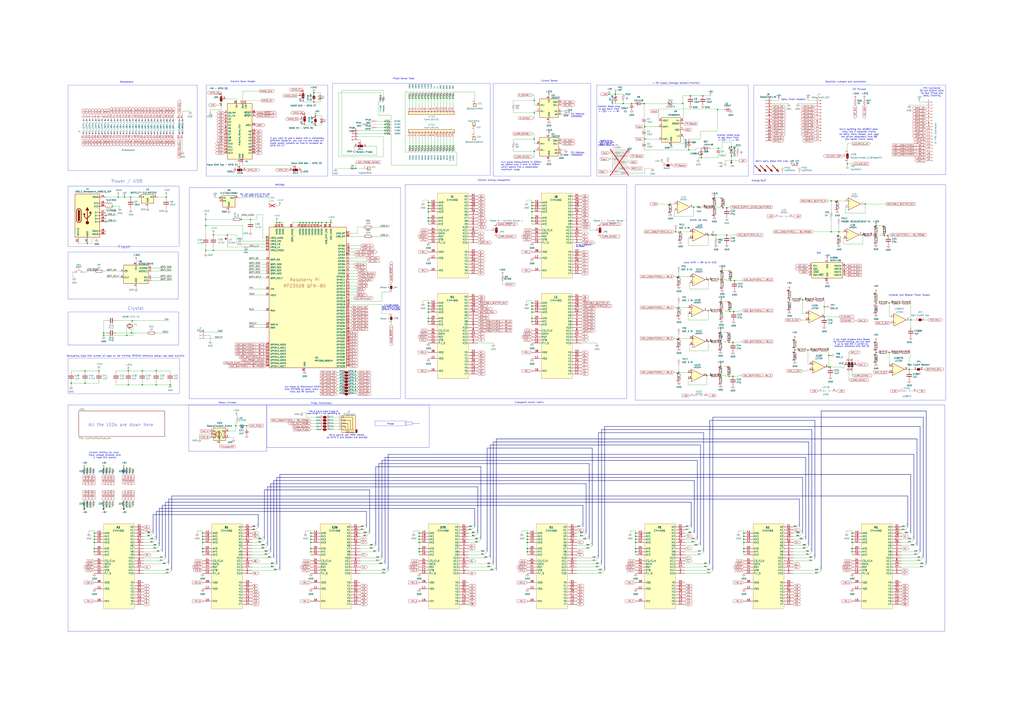
<source format=kicad_sch>
(kicad_sch (version 20231120) (generator "eeschema") (generator_version "8.0")
  (paper "A1")
  (title_block (title "Jumperless V5") (date "2024-06-15") (rev "5r2") (company "Architeuthis Flux") (comment 1 "Kevin Santo Cappuccio") (comment 2 "KevinC@ppucc.io"))
  (lib_symbols
    (symbol "+9V_4" (power) (pin_names (offset 0))
      (property "Value" "+9V_4" (at 0 3.556 0))
      (symbol "+9V_4_1_1"
        (pin power_in line (at 0 0 90) (length 0) hide (name "+9V") (number "1"))
      )
    )
    (symbol "-9V_6" (power) (pin_names (offset 0))
      (property "Value" "-9V_6" (at 0 3.81 0))
      (symbol "-9V_6_1_1"
        (pin power_in line (at 0 0 90) (length 0) hide (name "-9V") (number "1"))
      )
    )
    (symbol "Amplifier_Operational:L272D" (pin_names (offset 0.127))
      (property "Reference" "U" (at 0 5.08 0))
      (property "Value" "L272D" (at 0 -5.08 0))
      (symbol "L272D_1_1"
        (pin no_connect line (at -2.54 -2.54 90) (length 2.54) hide (name "NC") (number "1"))
        (pin input line (at -7.62 2.54 0) (length 2.54) (name "+") (number "13"))
        (pin input line (at -7.62 -2.54 0) (length 2.54) (name "-") (number "14"))
        (pin no_connect line (at 0 -2.54 90) (length 2.54) hide (name "NC") (number "2"))
        (pin output line (at 7.62 0 180) (length 2.54) (name "~") (number "3"))
        (pin no_connect line (at -2.54 2.54 90) (length 2.54) hide (name "NC") (number "7"))
        (pin no_connect line (at 0 2.54 90) (length 2.54) hide (name "NC") (number "8"))
      )
      (symbol "L272D_2_1"
        (pin no_connect line (at 0 -2.54 270) (length 2.54) hide (name "NC") (number "10"))
        (pin input line (at -7.62 -2.54 0) (length 2.54) (name "-") (number "11"))
        (pin input line (at -7.62 2.54 0) (length 2.54) (name "+") (number "12"))
        (pin no_connect line (at -2.54 2.54 270) (length 2.54) hide (name "NC") (number "15"))
        (pin no_connect line (at 0 2.54 270) (length 2.54) hide (name "NC") (number "16"))
        (pin output line (at 7.62 0 180) (length 2.54) (name "~") (number "5"))
        (pin no_connect line (at -2.54 -2.54 270) (length 2.54) hide (name "NC") (number "9"))
      )
      (symbol "L272D_3_1"
        (pin power_in line (at -2.54 7.62 270) (length 3.81) (name "V+") (number "4"))
        (pin power_in line (at -2.54 -7.62 90) (length 3.81) (name "V-") (number "6"))
      )
    )
    (symbol "Amplifier_Operational:LM324" (pin_names (offset 0.127))
      (property "Reference" "U" (at 0 5.08 0))
      (property "Value" "LM324" (at 0 -5.08 0))
      (symbol "LM324_1_1"
        (pin output line (at 7.62 0 180) (length 2.54) (name "~") (number "1"))
        (pin input line (at -7.62 -2.54 0) (length 2.54) (name "-") (number "2"))
        (pin input line (at -7.62 2.54 0) (length 2.54) (name "+") (number "3"))
      )
      (symbol "LM324_2_1"
        (pin input line (at -7.62 2.54 0) (length 2.54) (name "+") (number "5"))
        (pin input line (at -7.62 -2.54 0) (length 2.54) (name "-") (number "6"))
        (pin output line (at 7.62 0 180) (length 2.54) (name "~") (number "7"))
      )
      (symbol "LM324_3_1"
        (pin input line (at -7.62 2.54 0) (length 2.54) (name "+") (number "10"))
        (pin output line (at 7.62 0 180) (length 2.54) (name "~") (number "8"))
        (pin input line (at -7.62 -2.54 0) (length 2.54) (name "-") (number "9"))
      )
      (symbol "LM324_4_1"
        (pin input line (at -7.62 2.54 0) (length 2.54) (name "+") (number "12"))
        (pin input line (at -7.62 -2.54 0) (length 2.54) (name "-") (number "13"))
        (pin output line (at 7.62 0 180) (length 2.54) (name "~") (number "14"))
      )
      (symbol "LM324_5_1"
        (pin power_in line (at -2.54 -7.62 90) (length 3.81) (name "V-") (number "11"))
        (pin power_in line (at -2.54 7.62 270) (length 3.81) (name "V+") (number "4"))
      )
    )
    (symbol "Analog_DAC:MCP4725xxx-xCH"
      (property "Reference" "U" (at -6.35 6.35 0))
      (property "Value" "MCP4725xxx-xCH" (at 8.89 6.35 0))
      (symbol "MCP4725xxx-xCH_1_1"
        (pin output line (at 10.16 0 180) (length 2.54) (name "VOUT") (number "1"))
        (pin power_in line (at 0 -7.62 90) (length 2.54) (name "VSS") (number "2"))
        (pin power_in line (at 0 7.62 270) (length 2.54) (name "VDD") (number "3"))
        (pin bidirectional line (at -10.16 0 0) (length 2.54) (name "SDA") (number "4"))
        (pin input line (at -10.16 2.54 0) (length 2.54) (name "SCL") (number "5"))
        (pin input line (at -10.16 -2.54 0) (length 2.54) (name "A0") (number "6"))
      )
    )
    (symbol "Analog_DAC:MCP4728" (pin_names (offset 1.016))
      (property "Reference" "U" (at -12.7 6.35 0))
      (property "Value" "MCP4728" (at 12.7 6.35 0))
      (symbol "MCP4728_1_1"
        (pin power_in line (at 0 7.62 270) (length 2.54) (name "VDD") (number "1"))
        (pin power_in line (at 0 -10.16 90) (length 2.54) (name "VSS") (number "10"))
        (pin input line (at -15.24 2.54 0) (length 2.54) (name "SCL") (number "2"))
        (pin bidirectional line (at -15.24 0 0) (length 2.54) (name "SDA") (number "3"))
        (pin input line (at -15.24 -2.54 0) (length 2.54) (name "~{LDAC}") (number "4"))
        (pin output line (at -15.24 -5.08 0) (length 2.54) (name "RDY/~{BSY}") (number "5"))
        (pin output line (at 15.24 2.54 180) (length 2.54) (name "VOUTA") (number "6"))
        (pin output line (at 15.24 0 180) (length 2.54) (name "VOUTB") (number "7"))
        (pin output line (at 15.24 -2.54 180) (length 2.54) (name "VOUTC") (number "8"))
        (pin output line (at 15.24 -5.08 180) (length 2.54) (name "VOUTD") (number "9"))
      )
    )
    (symbol "Connector:Breadboard" (pin_names (offset 1.016) hide)
      (property "Reference" "J" (at 0 43.18 0))
      (property "Value" "Connector_Breadboard" (at 0 -43.18 0))
      (symbol "Breadboard_1_1"
        (pin passive line (at 5.08 40.64 180) (length 3.81) (name "Pin_0") (number "0"))
        (pin passive line (at 5.08 38.1 180) (length 3.81) (name "Pin_1") (number "1"))
        (pin passive line (at 5.08 15.24 180) (length 3.81) (name "Pin_10") (number "10"))
        (pin passive line (at 5.08 12.7 180) (length 3.81) (name "Pin_11") (number "11"))
        (pin passive line (at 5.08 10.16 180) (length 3.81) (name "Pin_12") (number "12"))
        (pin passive line (at 5.08 7.62 180) (length 3.81) (name "Pin_13") (number "13"))
        (pin passive line (at 5.08 5.08 180) (length 3.81) (name "Pin_14") (number "14"))
        (pin passive line (at 5.08 2.54 180) (length 3.81) (name "Pin_15") (number "15"))
        (pin passive line (at 5.08 0 180) (length 3.81) (name "Pin_16") (number "16"))
        (pin passive line (at 5.08 -2.54 180) (length 3.81) (name "Pin_17") (number "17"))
        (pin passive line (at 5.08 -5.08 180) (length 3.81) (name "Pin_18") (number "18"))
        (pin passive line (at 5.08 -7.62 180) (length 3.81) (name "Pin_19") (number "19"))
        (pin passive line (at 5.08 35.56 180) (length 3.81) (name "Pin_2") (number "2"))
        (pin passive line (at 5.08 -10.16 180) (length 3.81) (name "Pin_20") (number "20"))
        (pin passive line (at 5.08 -12.7 180) (length 3.81) (name "Pin_21") (number "21"))
        (pin passive line (at 5.08 -15.24 180) (length 3.81) (name "Pin_22") (number "22"))
        (pin passive line (at 5.08 -17.78 180) (length 3.81) (name "Pin_23") (number "23"))
        (pin passive line (at 5.08 -20.32 180) (length 3.81) (name "Pin_24") (number "24"))
        (pin passive line (at 5.08 -22.86 180) (length 3.81) (name "Pin_25") (number "25"))
        (pin passive line (at 5.08 -25.4 180) (length 3.81) (name "Pin_26") (number "26"))
        (pin passive line (at 5.08 -27.94 180) (length 3.81) (name "Pin_27") (number "27"))
        (pin passive line (at 5.08 -30.48 180) (length 3.81) (name "Pin_28") (number "28"))
        (pin passive line (at 5.08 -33.02 180) (length 3.81) (name "Pin_29") (number "29"))
        (pin passive line (at 5.08 33.02 180) (length 3.81) (name "Pin_3") (number "3"))
        (pin passive line (at 5.08 -35.56 180) (length 3.81) (name "Pin_30") (number "30"))
        (pin passive line (at 5.08 -38.1 180) (length 3.81) (name "Pin_31") (number "31"))
        (pin passive line (at -15.24 40.64 0) (length 3.81) (name "Pin_0") (number "32"))
        (pin passive line (at -15.24 38.1 0) (length 3.81) (name "Pin_1") (number "33"))
        (pin passive line (at -15.24 35.56 0) (length 3.81) (name "Pin_2") (number "34"))
        (pin passive line (at -15.24 33.02 0) (length 3.81) (name "Pin_3") (number "35"))
        (pin passive line (at -15.24 30.48 0) (length 3.81) (name "Pin_4") (number "36"))
        (pin passive line (at -15.24 27.94 0) (length 3.81) (name "Pin_5") (number "37"))
        (pin passive line (at -15.24 25.4 0) (length 3.81) (name "Pin_6") (number "38"))
        (pin passive line (at -15.24 22.86 0) (length 3.81) (name "Pin_7") (number "39"))
        (pin passive line (at 5.08 30.48 180) (length 3.81) (name "Pin_4") (number "4"))
        (pin passive line (at -15.24 20.32 0) (length 3.81) (name "Pin_8") (number "40"))
        (pin passive line (at -15.24 17.78 0) (length 3.81) (name "Pin_9") (number "41"))
        (pin passive line (at -15.24 15.24 0) (length 3.81) (name "Pin_10") (number "42"))
        (pin passive line (at -15.24 12.7 0) (length 3.81) (name "Pin_11") (number "43"))
        (pin passive line (at -15.24 10.16 0) (length 3.81) (name "Pin_12") (number "44"))
        (pin passive line (at -15.24 7.62 0) (length 3.81) (name "Pin_13") (number "45"))
        (pin passive line (at -15.24 5.08 0) (length 3.81) (name "Pin_14") (number "46"))
        (pin passive line (at -15.24 2.54 0) (length 3.81) (name "Pin_15") (number "47"))
        (pin passive line (at -15.24 0 0) (length 3.81) (name "Pin_16") (number "48"))
        (pin passive line (at -15.24 -2.54 0) (length 3.81) (name "Pin_17") (number "49"))
        (pin passive line (at 5.08 27.94 180) (length 3.81) (name "Pin_5") (number "5"))
        (pin passive line (at -15.24 -5.08 0) (length 3.81) (name "Pin_18") (number "50"))
        (pin passive line (at -15.24 -7.62 0) (length 3.81) (name "Pin_19") (number "51"))
        (pin passive line (at -15.24 -10.16 0) (length 3.81) (name "Pin_20") (number "52"))
        (pin passive line (at -15.24 -12.7 0) (length 3.81) (name "Pin_21") (number "53"))
        (pin passive line (at -15.24 -15.24 0) (length 3.81) (name "Pin_22") (number "54"))
        (pin passive line (at -15.24 -17.78 0) (length 3.81) (name "Pin_23") (number "55"))
        (pin passive line (at -15.24 -20.32 0) (length 3.81) (name "Pin_24") (number "56"))
        (pin passive line (at -15.24 -22.86 0) (length 3.81) (name "Pin_25") (number "57"))
        (pin passive line (at -15.24 -25.4 0) (length 3.81) (name "Pin_26") (number "58"))
        (pin passive line (at -15.24 -27.94 0) (length 3.81) (name "Pin_27") (number "59"))
        (pin passive line (at 5.08 25.4 180) (length 3.81) (name "Pin_6") (number "6"))
        (pin passive line (at -15.24 -30.48 0) (length 3.81) (name "Pin_28") (number "60"))
        (pin passive line (at -15.24 -33.02 0) (length 3.81) (name "Pin_29") (number "61"))
        (pin passive line (at -15.24 -35.56 0) (length 3.81) (name "Pin_30") (number "62"))
        (pin passive line (at -15.24 -38.1 0) (length 3.81) (name "Pin_31") (number "63"))
        (pin passive line (at 5.08 22.86 180) (length 3.81) (name "Pin_7") (number "7"))
        (pin passive line (at 5.08 20.32 180) (length 3.81) (name "Pin_8") (number "8"))
        (pin passive line (at 5.08 17.78 180) (length 3.81) (name "Pin_9") (number "9"))
      )
    )
    (symbol "Connector:Conn_01x01_Pin" (pin_names (offset 1.016) hide)
      (property "Reference" "J" (at 0 2.54 0))
      (property "Value" "Conn_01x01_Pin" (at 0 -2.54 0))
      (symbol "Conn_01x01_Pin_1_1"
        (pin passive line (at 5.08 0 180) (length 3.81) (name "Pin_1") (number "1"))
      )
    )
    (symbol "Connector:Conn_01x03_Socket" (pin_names (offset 1.016) hide)
      (property "Reference" "J" (at 0 5.08 0))
      (property "Value" "Conn_01x03_Socket" (at 0 -5.08 0))
      (symbol "Conn_01x03_Socket_1_1"
        (pin passive line (at -5.08 2.54 0) (length 3.81) (name "Pin_1") (number "1"))
        (pin passive line (at -5.08 0 0) (length 3.81) (name "Pin_2") (number "2"))
        (pin passive line (at -5.08 -2.54 0) (length 3.81) (name "Pin_3") (number "3"))
      )
    )
    (symbol "Connector:Conn_01x04_Pin" (pin_names (offset 1.016) hide)
      (property "Reference" "J" (at 0 5.08 0))
      (property "Value" "Conn_01x04_Pin" (at 0 -7.62 0))
      (symbol "Conn_01x04_Pin_1_1"
        (pin passive line (at 5.08 2.54 180) (length 3.81) (name "Pin_1") (number "1"))
        (pin passive line (at 5.08 0 180) (length 3.81) (name "Pin_2") (number "2"))
        (pin passive line (at 5.08 -2.54 180) (length 3.81) (name "Pin_3") (number "3"))
        (pin passive line (at 5.08 -5.08 180) (length 3.81) (name "Pin_4") (number "4"))
      )
    )
    (symbol "Connector:Conn_01x14_Pin" (pin_names (offset 1.016) hide)
      (property "Reference" "J" (at 0 17.78 0))
      (property "Value" "Conn_01x14_Pin" (at 0 -20.32 0))
      (symbol "Conn_01x14_Pin_1_1"
        (pin passive line (at 5.08 15.24 180) (length 3.81) (name "Pin_1") (number "1"))
        (pin passive line (at 5.08 -7.62 180) (length 3.81) (name "Pin_10") (number "10"))
        (pin passive line (at 5.08 -10.16 180) (length 3.81) (name "Pin_11") (number "11"))
        (pin passive line (at 5.08 -12.7 180) (length 3.81) (name "Pin_12") (number "12"))
        (pin passive line (at 5.08 -15.24 180) (length 3.81) (name "Pin_13") (number "13"))
        (pin passive line (at 5.08 -17.78 180) (length 3.81) (name "Pin_14") (number "14"))
        (pin passive line (at 5.08 12.7 180) (length 3.81) (name "Pin_2") (number "2"))
        (pin passive line (at 5.08 10.16 180) (length 3.81) (name "Pin_3") (number "3"))
        (pin passive line (at 5.08 7.62 180) (length 3.81) (name "Pin_4") (number "4"))
        (pin passive line (at 5.08 5.08 180) (length 3.81) (name "Pin_5") (number "5"))
        (pin passive line (at 5.08 2.54 180) (length 3.81) (name "Pin_6") (number "6"))
        (pin passive line (at 5.08 0 180) (length 3.81) (name "Pin_7") (number "7"))
        (pin passive line (at 5.08 -2.54 180) (length 3.81) (name "Pin_8") (number "8"))
        (pin passive line (at 5.08 -5.08 180) (length 3.81) (name "Pin_9") (number "9"))
      )
    )
    (symbol "Connector:Conn_01x14_Socket" (pin_names (offset 1.016) hide)
      (property "Reference" "J" (at 0 17.78 0))
      (property "Value" "Conn_01x14_Socket" (at 0 -20.32 0))
      (symbol "Conn_01x14_Socket_1_1"
        (pin passive line (at -5.08 15.24 0) (length 3.81) (name "Pin_1") (number "1"))
        (pin passive line (at -5.08 -7.62 0) (length 3.81) (name "Pin_10") (number "10"))
        (pin passive line (at -5.08 -10.16 0) (length 3.81) (name "Pin_11") (number "11"))
        (pin passive line (at -5.08 -12.7 0) (length 3.81) (name "Pin_12") (number "12"))
        (pin passive line (at -5.08 -15.24 0) (length 3.81) (name "Pin_13") (number "13"))
        (pin passive line (at -5.08 -17.78 0) (length 3.81) (name "Pin_14") (number "14"))
        (pin passive line (at -5.08 12.7 0) (length 3.81) (name "Pin_2") (number "2"))
        (pin passive line (at -5.08 10.16 0) (length 3.81) (name "Pin_3") (number "3"))
        (pin passive line (at -5.08 7.62 0) (length 3.81) (name "Pin_4") (number "4"))
        (pin passive line (at -5.08 5.08 0) (length 3.81) (name "Pin_5") (number "5"))
        (pin passive line (at -5.08 2.54 0) (length 3.81) (name "Pin_6") (number "6"))
        (pin passive line (at -5.08 0 0) (length 3.81) (name "Pin_7") (number "7"))
        (pin passive line (at -5.08 -2.54 0) (length 3.81) (name "Pin_8") (number "8"))
        (pin passive line (at -5.08 -5.08 0) (length 3.81) (name "Pin_9") (number "9"))
      )
    )
    (symbol "Connector:Conn_01x20_Socket" (pin_names (offset 1.016) hide)
      (property "Reference" "J" (at 0 25.4 0))
      (property "Value" "Conn_01x20_Socket" (at 0 -27.94 0))
      (symbol "Conn_01x20_Socket_1_1"
        (pin passive line (at -5.08 22.86 0) (length 3.81) (name "Pin_1") (number "1"))
        (pin passive line (at -5.08 0 0) (length 3.81) (name "Pin_10") (number "10"))
        (pin passive line (at -5.08 -2.54 0) (length 3.81) (name "Pin_11") (number "11"))
        (pin passive line (at -5.08 -5.08 0) (length 3.81) (name "Pin_12") (number "12"))
        (pin passive line (at -5.08 -7.62 0) (length 3.81) (name "Pin_13") (number "13"))
        (pin passive line (at -5.08 -10.16 0) (length 3.81) (name "Pin_14") (number "14"))
        (pin passive line (at -5.08 -12.7 0) (length 3.81) (name "Pin_15") (number "15"))
        (pin passive line (at -5.08 -15.24 0) (length 3.81) (name "Pin_16") (number "16"))
        (pin passive line (at -5.08 -17.78 0) (length 3.81) (name "Pin_17") (number "17"))
        (pin passive line (at -5.08 -20.32 0) (length 3.81) (name "Pin_18") (number "18"))
        (pin passive line (at -5.08 -22.86 0) (length 3.81) (name "Pin_19") (number "19"))
        (pin passive line (at -5.08 20.32 0) (length 3.81) (name "Pin_2") (number "2"))
        (pin passive line (at -5.08 -25.4 0) (length 3.81) (name "Pin_20") (number "20"))
        (pin passive line (at -5.08 17.78 0) (length 3.81) (name "Pin_3") (number "3"))
        (pin passive line (at -5.08 15.24 0) (length 3.81) (name "Pin_4") (number "4"))
        (pin passive line (at -5.08 12.7 0) (length 3.81) (name "Pin_5") (number "5"))
        (pin passive line (at -5.08 10.16 0) (length 3.81) (name "Pin_6") (number "6"))
        (pin passive line (at -5.08 7.62 0) (length 3.81) (name "Pin_7") (number "7"))
        (pin passive line (at -5.08 5.08 0) (length 3.81) (name "Pin_8") (number "8"))
        (pin passive line (at -5.08 2.54 0) (length 3.81) (name "Pin_9") (number "9"))
      )
    )
    (symbol "Connector:TestPoint" (pin_numbers hide) (pin_names (offset 0.762) hide)
      (property "Reference" "TP" (at 0 6.858 0))
      (property "Value" "TestPoint" (at 0 5.08 0))
      (symbol "TestPoint_1_1"
        (pin passive line (at 0 0 90) (length 2.54) (name "1") (number "1"))
      )
    )
    (symbol "Connector:USB_B_Micro" (pin_names (offset 1.016))
      (property "Reference" "J" (at -5.08 11.43 0))
      (property "Value" "USB_B_Micro" (at -5.08 8.89 0))
      (symbol "USB_B_Micro_1_1"
        (pin power_out line (at 7.62 5.08 180) (length 2.54) (name "VBUS") (number "1"))
        (pin bidirectional line (at 7.62 -2.54 180) (length 2.54) (name "D-") (number "2"))
        (pin bidirectional line (at 7.62 0 180) (length 2.54) (name "D+") (number "3"))
        (pin passive line (at 7.62 -5.08 180) (length 2.54) (name "ID") (number "4"))
        (pin power_out line (at 0 -10.16 90) (length 2.54) (name "GND") (number "5"))
        (pin passive line (at -2.54 -10.16 90) (length 2.54) (name "Shield") (number "6"))
      )
    )
    (symbol "Connector:USB_C_Receptacle_USB2.0_16P" (pin_names (offset 1.016))
      (property "Reference" "J" (at 0 22.225 0))
      (property "Value" "USB_C_Receptacle_USB2.0_16P" (at 0 19.685 0))
      (symbol "USB_C_Receptacle_USB2.0_16P_1_1"
        (pin passive line (at 0 -22.86 90) (length 5.08) (name "GND") (number "A1"))
        (pin passive line (at 0 -22.86 90) (length 5.08) hide (name "GND") (number "A12"))
        (pin passive line (at 15.24 15.24 180) (length 5.08) (name "VBUS") (number "A4"))
        (pin bidirectional line (at 15.24 10.16 180) (length 5.08) (name "CC1") (number "A5"))
        (pin bidirectional line (at 15.24 -2.54 180) (length 5.08) (name "D+") (number "A6"))
        (pin bidirectional line (at 15.24 2.54 180) (length 5.08) (name "D-") (number "A7"))
        (pin bidirectional line (at 15.24 -12.7 180) (length 5.08) (name "SBU1") (number "A8"))
        (pin passive line (at 15.24 15.24 180) (length 5.08) hide (name "VBUS") (number "A9"))
        (pin passive line (at 0 -22.86 90) (length 5.08) hide (name "GND") (number "B1"))
        (pin passive line (at 0 -22.86 90) (length 5.08) hide (name "GND") (number "B12"))
        (pin passive line (at 15.24 15.24 180) (length 5.08) hide (name "VBUS") (number "B4"))
        (pin bidirectional line (at 15.24 7.62 180) (length 5.08) (name "CC2") (number "B5"))
        (pin bidirectional line (at 15.24 -5.08 180) (length 5.08) (name "D+") (number "B6"))
        (pin bidirectional line (at 15.24 0 180) (length 5.08) (name "D-") (number "B7"))
        (pin bidirectional line (at 15.24 -15.24 180) (length 5.08) (name "SBU2") (number "B8"))
        (pin passive line (at 15.24 15.24 180) (length 5.08) hide (name "VBUS") (number "B9"))
        (pin passive line (at -7.62 -22.86 90) (length 5.08) (name "SHIELD") (number "S1"))
      )
    )
    (symbol "Connector_Generic:Conn_01x01" (pin_names (offset 1.016) hide)
      (property "Reference" "J" (at 0 2.54 0))
      (property "Value" "Conn_01x01" (at 0 -2.54 0))
      (symbol "Conn_01x01_1_1"
        (pin passive line (at -5.08 0 0) (length 3.81) (name "Pin_1") (number "1"))
      )
    )
    (symbol "Connector_Generic:Conn_01x15" (pin_names (offset 1.016) hide)
      (property "Reference" "J" (at 0 20.32 0))
      (property "Value" "Conn_01x15" (at 0 -20.32 0))
      (symbol "Conn_01x15_1_1"
        (pin passive line (at -5.08 17.78 0) (length 3.81) (name "Pin_1") (number "1"))
        (pin passive line (at -5.08 -5.08 0) (length 3.81) (name "Pin_10") (number "10"))
        (pin passive line (at -5.08 -7.62 0) (length 3.81) (name "Pin_11") (number "11"))
        (pin passive line (at -5.08 -10.16 0) (length 3.81) (name "Pin_12") (number "12"))
        (pin passive line (at -5.08 -12.7 0) (length 3.81) (name "Pin_13") (number "13"))
        (pin passive line (at -5.08 -15.24 0) (length 3.81) (name "Pin_14") (number "14"))
        (pin passive line (at -5.08 -17.78 0) (length 3.81) (name "Pin_15") (number "15"))
        (pin passive line (at -5.08 15.24 0) (length 3.81) (name "Pin_2") (number "2"))
        (pin passive line (at -5.08 12.7 0) (length 3.81) (name "Pin_3") (number "3"))
        (pin passive line (at -5.08 10.16 0) (length 3.81) (name "Pin_4") (number "4"))
        (pin passive line (at -5.08 7.62 0) (length 3.81) (name "Pin_5") (number "5"))
        (pin passive line (at -5.08 5.08 0) (length 3.81) (name "Pin_6") (number "6"))
        (pin passive line (at -5.08 2.54 0) (length 3.81) (name "Pin_7") (number "7"))
        (pin passive line (at -5.08 0 0) (length 3.81) (name "Pin_8") (number "8"))
        (pin passive line (at -5.08 -2.54 0) (length 3.81) (name "Pin_9") (number "9"))
      )
    )
    (symbol "Converter_DCDC:TC7662Bx0A"
      (property "Reference" "U9" (at 2.1941 15.24 0))
      (property "Value" "TC7662Bx0A" (at 2.1941 12.7 0))
      (symbol "TC7662Bx0A_1_1"
        (pin input line (at 10.16 5.08 180) (length 2.54) (name "BOOST") (number "1"))
        (pin passive line (at -10.16 2.54 0) (length 2.54) (name "CAP+") (number "2"))
        (pin power_in line (at 0 -12.7 90) (length 2.54) (name "GND") (number "3"))
        (pin passive line (at -10.16 -7.62 0) (length 2.54) (name "CAP-") (number "4"))
        (pin power_out line (at -10.16 7.62 0) (length 2.54) (name "VOUT") (number "5"))
        (pin input line (at 10.16 -5.08 180) (length 2.54) (name "LV") (number "6"))
        (pin passive line (at 10.16 0 180) (length 2.54) (name "OSC") (number "7"))
        (pin power_in line (at 10.16 7.62 180) (length 2.54) (name "V+") (number "8"))
      )
    )
    (symbol "Device:C" (pin_numbers hide) (pin_names (offset 0.254))
      (property "Reference" "C" (at 0.635 2.54 0))
      (property "Value" "C" (at 0.635 -2.54 0))
      (symbol "C_1_1"
        (pin passive line (at 0 3.81 270) (length 2.794) (name "~") (number "1"))
        (pin passive line (at 0 -3.81 90) (length 2.794) (name "~") (number "2"))
      )
    )
    (symbol "Device:CP1_Small" (pin_numbers hide) (pin_names (offset 0.254) hide)
      (property "Reference" "C" (at 0.254 1.778 0))
      (property "Value" "Device_CP1_Small" (at 0.254 -2.032 0))
      (symbol "CP1_Small_1_1"
        (pin passive line (at 0 2.54 270) (length 2.032) (name "~") (number "1"))
        (pin passive line (at 0 -2.54 90) (length 2.032) (name "~") (number "2"))
      )
    )
    (symbol "Device:C_Small" (pin_numbers hide) (pin_names (offset 0.254) hide)
      (property "Reference" "C" (at 0.254 1.778 0))
      (property "Value" "Device_C_Small" (at 0.254 -2.032 0))
      (symbol "C_Small_1_1"
        (pin passive line (at 0 2.54 270) (length 2.032) (name "~") (number "1"))
        (pin passive line (at 0 -2.54 90) (length 2.032) (name "~") (number "2"))
      )
    )
    (symbol "Device:Crystal_GND24_Small" (pin_names (offset 1.016) hide)
      (property "Reference" "Y" (at 1.27 4.445 0))
      (property "Value" "Crystal_GND24_Small" (at 1.27 2.54 0))
      (symbol "Crystal_GND24_Small_1_1"
        (pin passive line (at -2.54 0 0) (length 1.27) (name "1") (number "1"))
        (pin passive line (at 0 -2.54 90) (length 0.635) (name "2") (number "2"))
        (pin passive line (at 2.54 0 180) (length 1.27) (name "3") (number "3"))
        (pin passive line (at 0 2.54 270) (length 0.635) (name "4") (number "4"))
      )
    )
    (symbol "Device:L" (pin_numbers hide) (pin_names (offset 1.016) hide)
      (property "Reference" "L" (at -1.27 0 90))
      (property "Value" "L" (at 1.905 0 90))
      (symbol "L_1_1"
        (pin passive line (at 0 3.81 270) (length 1.27) (name "1") (number "1"))
        (pin passive line (at 0 -3.81 90) (length 1.27) (name "2") (number "2"))
      )
    )
    (symbol "Device:LED" (pin_numbers hide) (pin_names (offset 1.016) hide)
      (property "Reference" "D" (at 0 2.54 0))
      (property "Value" "LED" (at 0 -2.54 0))
      (symbol "LED_1_1"
        (pin passive line (at -3.81 0 0) (length 2.54) (name "K") (number "1"))
        (pin passive line (at 3.81 0 180) (length 2.54) (name "A") (number "2"))
      )
    )
    (symbol "Device:Polyfuse_Small" (pin_numbers hide) (pin_names (offset 0))
      (property "Reference" "F" (at -1.905 0 90))
      (property "Value" "Polyfuse_Small" (at 1.905 0 90))
      (symbol "Polyfuse_Small_1_1"
        (pin passive line (at 0 2.54 270) (length 0.635) (name "~") (number "1"))
        (pin passive line (at 0 -2.54 90) (length 0.635) (name "~") (number "2"))
      )
    )
    (symbol "Device:R" (pin_numbers hide) (pin_names (offset 0))
      (property "Reference" "R" (at 2.032 0 90))
      (property "Value" "R" (at 0 0 90))
      (symbol "R_1_1"
        (pin passive line (at 0 3.81 270) (length 1.27) (name "~") (number "1"))
        (pin passive line (at 0 -3.81 90) (length 1.27) (name "~") (number "2"))
      )
    )
    (symbol "Device:R_Pack04_Split" (pin_names (offset 0) hide)
      (property "Reference" "RN" (at 2.032 0 90))
      (property "Value" "R_Pack04_Split" (at 0 0 90))
      (symbol "R_Pack04_Split_1_1"
        (pin passive line (at 0 -3.81 90) (length 1.27) (name "R1.1") (number "1"))
        (pin passive line (at 0 3.81 270) (length 1.27) (name "R1.2") (number "8"))
      )
      (symbol "R_Pack04_Split_2_1"
        (pin passive line (at 0 -3.81 90) (length 1.27) (name "R2.1") (number "2"))
        (pin passive line (at 0 3.81 270) (length 1.27) (name "R2.2") (number "7"))
      )
      (symbol "R_Pack04_Split_3_1"
        (pin passive line (at 0 -3.81 90) (length 1.27) (name "R3.1") (number "3"))
        (pin passive line (at 0 3.81 270) (length 1.27) (name "R3.2") (number "6"))
      )
      (symbol "R_Pack04_Split_4_1"
        (pin passive line (at 0 -3.81 90) (length 1.27) (name "R4.1") (number "4"))
        (pin passive line (at 0 3.81 270) (length 1.27) (name "R4.2") (number "5"))
      )
    )
    (symbol "Device:R_Small_US" (pin_numbers hide) (pin_names (offset 0.254) hide)
      (property "Reference" "R" (at 0.762 0.508 0))
      (property "Value" "Device_R_Small_US" (at 0.762 -1.016 0))
      (symbol "R_Small_US_1_1"
        (pin passive line (at 0 2.54 270) (length 1.016) (name "~") (number "1"))
        (pin passive line (at 0 -2.54 90) (length 1.016) (name "~") (number "2"))
      )
    )
    (symbol "Diode:1N4148W" (pin_numbers hide) (pin_names hide)
      (property "Reference" "D" (at 0 2.54 0))
      (property "Value" "1N4148W" (at 0 -2.54 0))
      (symbol "1N4148W_1_1"
        (pin passive line (at -3.81 0 0) (length 2.54) (name "K") (number "1"))
        (pin passive line (at 3.81 0 180) (length 2.54) (name "A") (number "2"))
      )
    )
    (symbol "Diode:1N5819" (pin_numbers hide) (pin_names (offset 1.016) hide)
      (property "Reference" "D" (at 0 2.54 0))
      (property "Value" "1N5819" (at 0 -2.54 0))
      (symbol "1N5819_1_1"
        (pin passive line (at -3.81 0 0) (length 2.54) (name "K") (number "1"))
        (pin passive line (at 3.81 0 180) (length 2.54) (name "A") (number "2"))
      )
    )
    (symbol "GND_10" (power) (pin_names (offset 0))
      (property "Value" "GND_10" (at 0 -3.81 0))
      (symbol "GND_10_1_1"
        (pin power_in line (at 0 0 270) (length 0) hide (name "GND") (number "1"))
      )
    )
    (symbol "GND_11" (power) (pin_names (offset 0))
      (property "Value" "GND_11" (at 0 -3.81 0))
      (symbol "GND_11_1_1"
        (pin power_in line (at 0 0 270) (length 0) hide (name "GND") (number "1"))
      )
    )
    (symbol "GND_12" (power) (pin_names (offset 0))
      (property "Value" "GND_12" (at 0 -3.81 0))
      (symbol "GND_12_1_1"
        (pin power_in line (at 0 0 270) (length 0) hide (name "GND") (number "1"))
      )
    )
    (symbol "GND_13" (power) (pin_names (offset 0))
      (property "Value" "GND_13" (at 0 -3.81 0))
      (symbol "GND_13_1_1"
        (pin power_in line (at 0 0 270) (length 0) hide (name "GND") (number "1"))
      )
    )
    (symbol "GND_14" (power) (pin_names (offset 0))
      (property "Value" "GND_14" (at 0 -3.81 0))
      (symbol "GND_14_1_1"
        (pin power_in line (at 0 0 270) (length 0) hide (name "GND") (number "1"))
      )
    )
    (symbol "GND_16" (power) (pin_names (offset 0))
      (property "Value" "GND_16" (at 0 -3.81 0))
      (symbol "GND_16_1_1"
        (pin power_in line (at 0 0 270) (length 0) hide (name "GND") (number "1"))
      )
    )
    (symbol "GND_17" (power) (pin_names (offset 0))
      (property "Value" "GND_17" (at 0 -3.81 0))
      (symbol "GND_17_1_1"
        (pin power_in line (at 0 0 270) (length 0) hide (name "GND") (number "1"))
      )
    )
    (symbol "GND_18" (power) (pin_names (offset 0))
      (property "Value" "GND_18" (at 0 -3.81 0))
      (symbol "GND_18_1_1"
        (pin power_in line (at 0 0 270) (length 0) hide (name "GND") (number "1"))
      )
    )
    (symbol "GND_19" (power) (pin_names (offset 0))
      (property "Value" "GND_19" (at 0 -3.81 0))
      (symbol "GND_19_1_1"
        (pin power_in line (at 0 0 270) (length 0) hide (name "GND") (number "1"))
      )
    )
    (symbol "GND_20" (power) (pin_names (offset 0))
      (property "Value" "GND_20" (at 0 -3.81 0))
      (symbol "GND_20_1_1"
        (pin power_in line (at 0 0 270) (length 0) hide (name "GND") (number "1"))
      )
    )
    (symbol "GND_21" (power) (pin_names (offset 0))
      (property "Value" "GND_21" (at 0 -3.81 0))
      (symbol "GND_21_1_1"
        (pin power_in line (at 0 0 270) (length 0) hide (name "GND") (number "1"))
      )
    )
    (symbol "GND_22" (power) (pin_names (offset 0))
      (property "Value" "GND_22" (at 0 -3.81 0))
      (symbol "GND_22_1_1"
        (pin power_in line (at 0 0 270) (length 0) hide (name "GND") (number "1"))
      )
    )
    (symbol "GND_23" (power) (pin_names (offset 0))
      (property "Value" "GND_23" (at 0 -3.81 0))
      (symbol "GND_23_1_1"
        (pin power_in line (at 0 0 270) (length 0) hide (name "GND") (number "1"))
      )
    )
    (symbol "GND_29" (power) (pin_names (offset 0))
      (property "Value" "GND_29" (at 0 -3.81 0))
      (symbol "GND_29_1_1"
        (pin power_in line (at 0 0 270) (length 0) hide (name "GND") (number "1"))
      )
    )
    (symbol "GND_3" (power) (pin_names (offset 0))
      (property "Value" "GND_3" (at 0 -3.81 0))
      (symbol "GND_3_1_1"
        (pin power_in line (at 0 0 270) (length 0) hide (name "GND") (number "1"))
      )
    )
    (symbol "GND_30" (power) (pin_names (offset 0))
      (property "Value" "GND_30" (at 0 -3.81 0))
      (symbol "GND_30_1_1"
        (pin power_in line (at 0 0 270) (length 0) hide (name "GND") (number "1"))
      )
    )
    (symbol "GND_31" (power) (pin_names (offset 0))
      (property "Value" "GND_31" (at 0 -3.81 0))
      (symbol "GND_31_1_1"
        (pin power_in line (at 0 0 270) (length 0) hide (name "GND") (number "1"))
      )
    )
    (symbol "GND_32" (power) (pin_names (offset 0))
      (property "Value" "GND_32" (at 0 -3.81 0))
      (symbol "GND_32_1_1"
        (pin power_in line (at 0 0 270) (length 0) hide (name "GND") (number "1"))
      )
    )
    (symbol "GND_33" (power) (pin_names (offset 0))
      (property "Value" "GND_33" (at 0 -3.81 0))
      (symbol "GND_33_1_1"
        (pin power_in line (at 0 0 270) (length 0) hide (name "GND") (number "1"))
      )
    )
    (symbol "GND_35" (power) (pin_names (offset 0))
      (property "Value" "GND_35" (at 0 -3.81 0))
      (symbol "GND_35_1_1"
        (pin power_in line (at 0 0 270) (length 0) hide (name "GND") (number "1"))
      )
    )
    (symbol "GND_36" (power) (pin_names (offset 0))
      (property "Value" "GND_36" (at 0 -3.81 0))
      (symbol "GND_36_1_1"
        (pin power_in line (at 0 0 270) (length 0) hide (name "GND") (number "1"))
      )
    )
    (symbol "GND_37" (power) (pin_names (offset 0))
      (property "Value" "GND_37" (at 0 -3.81 0))
      (symbol "GND_37_1_1"
        (pin power_in line (at 0 0 270) (length 0) hide (name "GND") (number "1"))
      )
    )
    (symbol "GND_39" (power) (pin_names (offset 0))
      (property "Value" "GND_39" (at 0 -3.81 0))
      (symbol "GND_39_1_1"
        (pin power_in line (at 0 0 270) (length 0) hide (name "GND") (number "1"))
      )
    )
    (symbol "GND_40" (power) (pin_names (offset 0))
      (property "Value" "GND_40" (at 0 -3.81 0))
      (symbol "GND_40_1_1"
        (pin power_in line (at 0 0 270) (length 0) hide (name "GND") (number "1"))
      )
    )
    (symbol "GND_41" (power) (pin_names (offset 0))
      (property "Value" "GND_41" (at 0 -3.81 0))
      (symbol "GND_41_1_1"
        (pin power_in line (at 0 0 270) (length 0) hide (name "GND") (number "1"))
      )
    )
    (symbol "GND_42" (power) (pin_names (offset 0))
      (property "Value" "GND_42" (at 0 -3.81 0))
      (symbol "GND_42_1_1"
        (pin power_in line (at 0 0 270) (length 0) hide (name "GND") (number "1"))
      )
    )
    (symbol "GND_43" (power) (pin_names (offset 0))
      (property "Value" "GND_43" (at 0 -3.81 0))
      (symbol "GND_43_1_1"
        (pin power_in line (at 0 0 270) (length 0) hide (name "GND") (number "1"))
      )
    )
    (symbol "GND_44" (power) (pin_names (offset 0))
      (property "Value" "GND_44" (at 0 -3.81 0))
      (symbol "GND_44_1_1"
        (pin power_in line (at 0 0 270) (length 0) hide (name "GND") (number "1"))
      )
    )
    (symbol "GND_45" (power) (pin_names (offset 0))
      (property "Value" "GND_45" (at 0 -3.81 0))
      (symbol "GND_45_1_1"
        (pin power_in line (at 0 0 270) (length 0) hide (name "GND") (number "1"))
      )
    )
    (symbol "GND_46" (power) (pin_names (offset 0))
      (property "Value" "GND_46" (at 0 -3.81 0))
      (symbol "GND_46_1_1"
        (pin power_in line (at 0 0 270) (length 0) hide (name "GND") (number "1"))
      )
    )
    (symbol "GND_47" (power) (pin_names (offset 0))
      (property "Value" "GND_47" (at 0 -3.81 0))
      (symbol "GND_47_1_1"
        (pin power_in line (at 0 0 270) (length 0) hide (name "GND") (number "1"))
      )
    )
    (symbol "GND_48" (power) (pin_names (offset 0))
      (property "Value" "GND_48" (at 0 -3.81 0))
      (symbol "GND_48_1_1"
        (pin power_in line (at 0 0 270) (length 0) hide (name "GND") (number "1"))
      )
    )
    (symbol "GND_50" (power) (pin_names (offset 0))
      (property "Value" "GND_50" (at 0 -3.81 0))
      (symbol "GND_50_1_1"
        (pin power_in line (at 0 0 270) (length 0) hide (name "GND") (number "1"))
      )
    )
    (symbol "GND_51" (power) (pin_names (offset 0))
      (property "Value" "GND_51" (at 0 -3.81 0))
      (symbol "GND_51_1_1"
        (pin power_in line (at 0 0 270) (length 0) hide (name "GND") (number "1"))
      )
    )
    (symbol "GND_52" (power) (pin_names (offset 0))
      (property "Value" "GND_52" (at 0 -3.81 0))
      (symbol "GND_52_1_1"
        (pin power_in line (at 0 0 270) (length 0) hide (name "GND") (number "1"))
      )
    )
    (symbol "GND_53" (power) (pin_names (offset 0))
      (property "Value" "GND_53" (at 0 -3.81 0))
      (symbol "GND_53_1_1"
        (pin power_in line (at 0 0 270) (length 0) hide (name "GND") (number "1"))
      )
    )
    (symbol "GND_54" (power) (pin_names (offset 0))
      (property "Value" "GND_54" (at 0 -3.81 0))
      (symbol "GND_54_1_1"
        (pin power_in line (at 0 0 270) (length 0) hide (name "GND") (number "1"))
      )
    )
    (symbol "GND_55" (power) (pin_names (offset 0))
      (property "Value" "GND_55" (at 0 -3.81 0))
      (symbol "GND_55_1_1"
        (pin power_in line (at 0 0 270) (length 0) hide (name "GND") (number "1"))
      )
    )
    (symbol "GND_56" (power) (pin_names (offset 0))
      (property "Value" "GND_56" (at 0 -3.81 0))
      (symbol "GND_56_1_1"
        (pin power_in line (at 0 0 270) (length 0) hide (name "GND") (number "1"))
      )
    )
    (symbol "GND_57" (power) (pin_names (offset 0))
      (property "Value" "GND_57" (at 0 -3.81 0))
      (symbol "GND_57_1_1"
        (pin power_in line (at 0 0 270) (length 0) hide (name "GND") (number "1"))
      )
    )
    (symbol "GND_58" (power) (pin_names (offset 0))
      (property "Value" "GND_58" (at 0 -3.81 0))
      (symbol "GND_58_1_1"
        (pin power_in line (at 0 0 270) (length 0) hide (name "GND") (number "1"))
      )
    )
    (symbol "GND_59" (power) (pin_names (offset 0))
      (property "Value" "GND_59" (at 0 -3.81 0))
      (symbol "GND_59_1_1"
        (pin power_in line (at 0 0 270) (length 0) hide (name "GND") (number "1"))
      )
    )
    (symbol "GND_6" (power) (pin_names (offset 0))
      (property "Value" "GND_6" (at 0 -3.81 0))
      (symbol "GND_6_1_1"
        (pin power_in line (at 0 0 270) (length 0) hide (name "GND") (number "1"))
      )
    )
    (symbol "GND_60" (power) (pin_names (offset 0))
      (property "Value" "GND_60" (at 0 -3.81 0))
      (symbol "GND_60_1_1"
        (pin power_in line (at 0 0 270) (length 0) hide (name "GND") (number "1"))
      )
    )
    (symbol "GND_61" (power) (pin_names (offset 0))
      (property "Value" "GND_61" (at 0 -3.81 0))
      (symbol "GND_61_1_1"
        (pin power_in line (at 0 0 270) (length 0) hide (name "GND") (number "1"))
      )
    )
    (symbol "GND_62" (power) (pin_names (offset 0))
      (property "Value" "GND_62" (at 0 -3.81 0))
      (symbol "GND_62_1_1"
        (pin power_in line (at 0 0 270) (length 0) hide (name "GND") (number "1"))
      )
    )
    (symbol "GND_63" (power) (pin_names (offset 0))
      (property "Value" "GND_63" (at 0 -3.81 0))
      (symbol "GND_63_1_1"
        (pin power_in line (at 0 0 270) (length 0) hide (name "GND") (number "1"))
      )
    )
    (symbol "GND_64" (power) (pin_names (offset 0))
      (property "Value" "GND_64" (at 0 -3.81 0))
      (symbol "GND_64_1_1"
        (pin power_in line (at 0 0 270) (length 0) hide (name "GND") (number "1"))
      )
    )
    (symbol "GND_66" (power) (pin_names (offset 0))
      (property "Value" "GND_66" (at 0 -3.81 0))
      (symbol "GND_66_1_1"
        (pin power_in line (at 0 0 270) (length 0) hide (name "GND") (number "1"))
      )
    )
    (symbol "GND_67" (power) (pin_names (offset 0))
      (property "Value" "GND_67" (at 0 -3.81 0))
      (symbol "GND_67_1_1"
        (pin power_in line (at 0 0 270) (length 0) hide (name "GND") (number "1"))
      )
    )
    (symbol "GND_69" (power) (pin_names (offset 0))
      (property "Value" "GND_69" (at 0 -3.81 0))
      (symbol "GND_69_1_1"
        (pin power_in line (at 0 0 270) (length 0) hide (name "GND") (number "1"))
      )
    )
    (symbol "GND_71" (power) (pin_names (offset 0))
      (property "Value" "GND_71" (at 0 -3.81 0))
      (symbol "GND_71_1_1"
        (pin power_in line (at 0 0 270) (length 0) hide (name "GND") (number "1"))
      )
    )
    (symbol "GND_72" (power) (pin_names (offset 0))
      (property "Value" "GND_72" (at 0 -3.81 0))
      (symbol "GND_72_1_1"
        (pin power_in line (at 0 0 270) (length 0) hide (name "GND") (number "1"))
      )
    )
    (symbol "GND_73" (power) (pin_names (offset 0))
      (property "Value" "GND_73" (at 0 -3.81 0))
      (symbol "GND_73_1_1"
        (pin power_in line (at 0 0 270) (length 0) hide (name "GND") (number "1"))
      )
    )
    (symbol "GND_76" (power) (pin_names (offset 0))
      (property "Value" "GND_76" (at 0 -3.81 0))
      (symbol "GND_76_1_1"
        (pin power_in line (at 0 0 270) (length 0) hide (name "GND") (number "1"))
      )
    )
    (symbol "GND_77" (power) (pin_names (offset 0))
      (property "Value" "GND_77" (at 0 -3.81 0))
      (symbol "GND_77_1_1"
        (pin power_in line (at 0 0 270) (length 0) hide (name "GND") (number "1"))
      )
    )
    (symbol "GND_78" (power) (pin_names (offset 0))
      (property "Value" "GND_78" (at 0 -3.81 0))
      (symbol "GND_78_1_1"
        (pin power_in line (at 0 0 270) (length 0) hide (name "GND") (number "1"))
      )
    )
    (symbol "GND_8" (power) (pin_names (offset 0))
      (property "Value" "GND_8" (at 0 -3.81 0))
      (symbol "GND_8_1_1"
        (pin power_in line (at 0 0 270) (length 0) hide (name "GND") (number "1"))
      )
    )
    (symbol "GND_9" (power) (pin_names (offset 0))
      (property "Value" "GND_9" (at 0 -3.81 0))
      (symbol "GND_9_1_1"
        (pin power_in line (at 0 0 270) (length 0) hide (name "GND") (number "1"))
      )
    )
    (symbol "Graphic:SYM_Arrow45_Large" (in_bom no) (on_board no))
    (symbol "Jumper:Jumper_2_Bridged" (pin_names (offset 0) hide)
      (property "Reference" "JP" (at 0 1.905 0))
      (property "Value" "Jumper_2_Bridged" (at 0 -2.54 0))
      (symbol "Jumper_2_Bridged_1_1"
        (pin passive line (at -5.08 0 0) (length 2.54) (name "A") (number "1"))
        (pin passive line (at 5.08 0 180) (length 2.54) (name "B") (number "2"))
      )
    )
    (symbol "Jumper:SolderJumper_2_Bridged" (pin_names (offset 0) hide)
      (property "Reference" "JP" (at 0 2.032 0))
      (property "Value" "SolderJumper_2_Bridged" (at 0 -2.54 0))
      (symbol "SolderJumper_2_Bridged_1_1"
        (pin passive line (at -3.81 0 0) (length 2.54) (name "A") (number "1"))
        (pin passive line (at 3.81 0 180) (length 2.54) (name "B") (number "2"))
      )
    )
    (symbol "Jumper:SolderJumper_2_Open" (pin_names (offset 0) hide)
      (property "Reference" "JP" (at 0 2.032 0))
      (property "Value" "SolderJumper_2_Open" (at 0 -2.54 0))
      (symbol "SolderJumper_2_Open_1_1"
        (pin passive line (at -3.81 0 0) (length 2.54) (name "A") (number "1"))
        (pin passive line (at 3.81 0 180) (length 2.54) (name "B") (number "2"))
      )
    )
    (symbol "Jumper:SolderJumper_3_Bridged12" (pin_names (offset 0) hide) (exclude_from_sim yes) (in_bom no)
      (property "Reference" "JP" (at -2.54 -2.54 0))
      (property "Value" "SolderJumper_3_Bridged12" (at 0 2.794 0))
      (symbol "SolderJumper_3_Bridged12_1_1"
        (pin passive line (at -5.08 0 0) (length 2.54) (name "A") (number "1"))
        (pin passive line (at 0 -3.81 90) (length 2.54) (name "C") (number "2"))
        (pin passive line (at 5.08 0 180) (length 2.54) (name "B") (number "3"))
      )
    )
    (symbol "Jumper:SolderJumper_3_Open" (pin_names (offset 0) hide) (exclude_from_sim yes) (in_bom no)
      (property "Reference" "JP" (at -2.54 -2.54 0))
      (property "Value" "SolderJumper_3_Open" (at 0 2.794 0))
      (symbol "SolderJumper_3_Open_1_1"
        (pin passive line (at -5.08 0 0) (length 2.54) (name "A") (number "1"))
        (pin passive line (at 0 -3.81 90) (length 2.54) (name "C") (number "2"))
        (pin passive line (at 5.08 0 180) (length 2.54) (name "B") (number "3"))
      )
    )
    (symbol "JumperlessSymbols:1N5819" (pin_numbers hide) (pin_names (offset 1.016) hide)
      (property "Reference" "D" (at 0 2.54 0))
      (property "Value" "1N5819" (at 0 -2.54 0))
      (symbol "1N5819_1_1"
        (pin passive line (at -3.81 0 0) (length 2.54) (name "K") (number "1"))
        (pin passive line (at 3.81 0 180) (length 2.54) (name "A") (number "2"))
      )
    )
    (symbol "JumperlessSymbols:Arduino_Nano_v3.x"
      (property "Reference" "A" (at -10.16 23.495 0))
      (property "Value" "Arduino_Nano_v3.x" (at 5.08 -24.13 0))
      (symbol "Arduino_Nano_v3.x_1_1"
        (pin bidirectional line (at -12.7 12.7 0) (length 2.54) (name "D1/TX") (number "1"))
        (pin bidirectional line (at -12.7 -2.54 0) (length 2.54) (name "D7") (number "10"))
        (pin bidirectional line (at -12.7 -5.08 0) (length 2.54) (name "D8") (number "11"))
        (pin bidirectional line (at -12.7 -7.62 0) (length 2.54) (name "D9") (number "12"))
        (pin bidirectional line (at -12.7 -10.16 0) (length 2.54) (name "D10") (number "13"))
        (pin bidirectional line (at -12.7 -12.7 0) (length 2.54) (name "D11") (number "14"))
        (pin bidirectional line (at -12.7 -15.24 0) (length 2.54) (name "D12") (number "15"))
        (pin bidirectional line (at -12.7 -17.78 0) (length 2.54) (name "D13") (number "16"))
        (pin power_out line (at 2.54 25.4 270) (length 2.54) (name "3V3") (number "17"))
        (pin input line (at 12.7 5.08 180) (length 2.54) (name "AREF") (number "18"))
        (pin bidirectional line (at 12.7 0 180) (length 2.54) (name "A0") (number "19"))
        (pin bidirectional line (at -12.7 15.24 0) (length 2.54) (name "D0/RX") (number "2"))
        (pin bidirectional line (at 12.7 -2.54 180) (length 2.54) (name "A1") (number "20"))
        (pin bidirectional line (at 12.7 -5.08 180) (length 2.54) (name "A2") (number "21"))
        (pin bidirectional line (at 12.7 -7.62 180) (length 2.54) (name "A3") (number "22"))
        (pin bidirectional line (at 12.7 -10.16 180) (length 2.54) (name "A4") (number "23"))
        (pin bidirectional line (at 12.7 -12.7 180) (length 2.54) (name "A5") (number "24"))
        (pin bidirectional line (at 12.7 -15.24 180) (length 2.54) (name "A6") (number "25"))
        (pin bidirectional line (at 12.7 -17.78 180) (length 2.54) (name "A7") (number "26"))
        (pin power_out line (at 5.08 25.4 270) (length 2.54) (name "+5V") (number "27"))
        (pin input line (at 12.7 15.24 180) (length 2.54) (name "~{RESET}") (number "28"))
        (pin power_in line (at 2.54 -25.4 90) (length 2.54) (name "GND") (number "29"))
        (pin input line (at 12.7 12.7 180) (length 2.54) (name "~{RESET}") (number "3"))
        (pin power_in line (at -2.54 25.4 270) (length 2.54) (name "VIN") (number "30"))
        (pin power_in line (at 0 -25.4 90) (length 2.54) (name "GND") (number "4"))
        (pin bidirectional line (at -12.7 10.16 0) (length 2.54) (name "D2") (number "5"))
        (pin bidirectional line (at -12.7 7.62 0) (length 2.54) (name "D3") (number "6"))
        (pin bidirectional line (at -12.7 5.08 0) (length 2.54) (name "D4") (number "7"))
        (pin bidirectional line (at -12.7 2.54 0) (length 2.54) (name "D5") (number "8"))
        (pin bidirectional line (at -12.7 0 0) (length 2.54) (name "D6") (number "9"))
      )
    )
    (symbol "JumperlessSymbols:AudioJack5"
      (property "Reference" "U" (at -7.366 13.716 0))
      (symbol "AudioJack5_1_1"
        (text "Shorted" (at -10.922 -2.032 0) (effects (font (size 0.5 0.5))))
        (text "TRRS" (at -7.366 -2.032 0) (effects (font (size 0.5 0.5))))
        (pin passive line (at 0 10.16 180) (length 2.54) (name "S") (number "1"))
        (pin passive line (at 0 0 180) (length 2.54) (name "T") (number "2"))
        (pin passive line (at 0 2.54 180) (length 2.54) (name "R1") (number "3"))
        (pin passive line (at 0 5.08 180) (length 2.54) (name "R2") (number "4"))
        (pin passive line (at 0 7.62 180) (length 2.54) (name "R3") (number "5"))
      )
    )
    (symbol "JumperlessSymbols:Breadboard_CorrectPins"
      (property "Reference" "U" (at -1.524 -19.812 0))
      (symbol "Breadboard_CorrectPins_1_1"
        (pin passive line (at 10.16 39.37 180) (length 3.81) (name "Pin_1") (number "1"))
        (pin passive line (at 10.16 16.51 180) (length 3.81) (name "Pin_10") (number "10"))
        (pin passive line (at 10.16 13.97 180) (length 3.81) (name "Pin_11") (number "11"))
        (pin passive line (at 10.16 11.43 180) (length 3.81) (name "Pin_12") (number "12"))
        (pin passive line (at 10.16 8.89 180) (length 3.81) (name "Pin_13") (number "13"))
        (pin passive line (at 10.16 6.35 180) (length 3.81) (name "Pin_14") (number "14"))
        (pin passive line (at 10.16 3.81 180) (length 3.81) (name "Pin_15") (number "15"))
        (pin passive line (at 10.16 1.27 180) (length 3.81) (name "Pin_16") (number "16"))
        (pin passive line (at 10.16 -1.27 180) (length 3.81) (name "Pin_17") (number "17"))
        (pin passive line (at 10.16 -3.81 180) (length 3.81) (name "Pin_18") (number "18"))
        (pin passive line (at 10.16 -6.35 180) (length 3.81) (name "Pin_19") (number "19"))
        (pin passive line (at 10.16 36.83 180) (length 3.81) (name "Pin_2") (number "2"))
        (pin passive line (at 10.16 -8.89 180) (length 3.81) (name "Pin_20") (number "20"))
        (pin passive line (at 10.16 -11.43 180) (length 3.81) (name "Pin_21") (number "21"))
        (pin passive line (at 10.16 -13.97 180) (length 3.81) (name "Pin_22") (number "22"))
        (pin passive line (at 10.16 -16.51 180) (length 3.81) (name "Pin_23") (number "23"))
        (pin passive line (at 10.16 -19.05 180) (length 3.81) (name "Pin_24") (number "24"))
        (pin passive line (at 10.16 -21.59 180) (length 3.81) (name "Pin_25") (number "25"))
        (pin passive line (at 10.16 -24.13 180) (length 3.81) (name "Pin_26") (number "26"))
        (pin passive line (at 10.16 -26.67 180) (length 3.81) (name "Pin_27") (number "27"))
        (pin passive line (at 10.16 -29.21 180) (length 3.81) (name "Pin_28") (number "28"))
        (pin passive line (at 10.16 -31.75 180) (length 3.81) (name "Pin_29") (number "29"))
        (pin passive line (at 10.16 34.29 180) (length 3.81) (name "Pin_3") (number "3"))
        (pin passive line (at 10.16 -34.29 180) (length 3.81) (name "Pin_30") (number "30"))
        (pin passive line (at -10.16 39.37 0) (length 3.81) (name "Pin_31") (number "31"))
        (pin passive line (at -10.16 36.83 0) (length 3.81) (name "Pin_32") (number "32"))
        (pin passive line (at -10.16 34.29 0) (length 3.81) (name "Pin_33") (number "33"))
        (pin passive line (at -10.16 31.75 0) (length 3.81) (name "Pin_34") (number "34"))
        (pin passive line (at -10.16 29.21 0) (length 3.81) (name "Pin_35") (number "35"))
        (pin passive line (at -10.16 26.67 0) (length 3.81) (name "Pin_36") (number "36"))
        (pin passive line (at -10.16 24.13 0) (length 3.81) (name "Pin_37") (number "37"))
        (pin passive line (at -10.16 21.59 0) (length 3.81) (name "Pin_38") (number "38"))
        (pin passive line (at -10.16 19.05 0) (length 3.81) (name "Pin_39") (number "39"))
        (pin passive line (at 10.16 31.75 180) (length 3.81) (name "Pin_4") (number "4"))
        (pin passive line (at -10.16 16.51 0) (length 3.81) (name "Pin_40") (number "40"))
        (pin passive line (at -10.16 13.97 0) (length 3.81) (name "Pin_41") (number "41"))
        (pin passive line (at -10.16 11.43 0) (length 3.81) (name "Pin_42") (number "42"))
        (pin passive line (at -10.16 8.89 0) (length 3.81) (name "Pin_43") (number "43"))
        (pin passive line (at -10.16 6.35 0) (length 3.81) (name "Pin_44") (number "44"))
        (pin passive line (at -10.16 3.81 0) (length 3.81) (name "Pin_45") (number "45"))
        (pin passive line (at -10.16 1.27 0) (length 3.81) (name "Pin_46") (number "46"))
        (pin passive line (at -10.16 -1.27 0) (length 3.81) (name "Pin_47") (number "47"))
        (pin passive line (at -10.16 -3.81 0) (length 3.81) (name "Pin_48") (number "48"))
        (pin passive line (at -10.16 -6.35 0) (length 3.81) (name "Pin_49") (number "49"))
        (pin passive line (at 10.16 29.21 180) (length 3.81) (name "Pin_5") (number "5"))
        (pin passive line (at -10.16 -8.89 0) (length 3.81) (name "Pin_50") (number "50"))
        (pin passive line (at -10.16 -11.43 0) (length 3.81) (name "Pin_51") (number "51"))
        (pin passive line (at -10.16 -13.97 0) (length 3.81) (name "Pin_52") (number "52"))
        (pin passive line (at -10.16 -16.51 0) (length 3.81) (name "Pin_53") (number "53"))
        (pin passive line (at -10.16 -19.05 0) (length 3.81) (name "Pin_54") (number "54"))
        (pin passive line (at -10.16 -21.59 0) (length 3.81) (name "Pin_55") (number "55"))
        (pin passive line (at -10.16 -24.13 0) (length 3.81) (name "Pin_56") (number "56"))
        (pin passive line (at -10.16 -26.67 0) (length 3.81) (name "Pin_57") (number "57"))
        (pin passive line (at -10.16 -29.21 0) (length 3.81) (name "Pin_58") (number "58"))
        (pin passive line (at -10.16 -31.75 0) (length 3.81) (name "Pin_59") (number "59"))
        (pin passive line (at 10.16 26.67 180) (length 3.81) (name "Pin_6") (number "6"))
        (pin passive line (at -10.16 -34.29 0) (length 3.81) (name "Pin_60") (number "60"))
        (pin power_in line (at 10.16 -39.37 180) (length 3.81) (name "TOP_POS") (number "61"))
        (pin power_in line (at 10.16 -41.91 180) (length 3.81) (name "TOP_NEG") (number "62"))
        (pin power_in line (at -10.16 -39.37 0) (length 3.81) (name "BOT_POS") (number "63"))
        (pin power_in line (at -10.16 -41.91 0) (length 3.81) (name "BOT_NEG") (number "64"))
        (pin passive line (at 10.16 24.13 180) (length 3.81) (name "Pin_7") (number "7"))
        (pin passive line (at 10.16 21.59 180) (length 3.81) (name "Pin_8") (number "8"))
        (pin passive line (at 10.16 19.05 180) (length 3.81) (name "Pin_9") (number "9"))
      )
    )
    (symbol "JumperlessSymbols:C" (pin_numbers hide) (pin_names (offset 0.254))
      (property "Reference" "C" (at 0.635 2.54 0))
      (property "Value" "C" (at 0.635 -2.54 0))
      (symbol "C_1_1"
        (pin passive line (at 0 3.81 270) (length 2.794) (name "~") (number "1"))
        (pin passive line (at 0 -3.81 90) (length 2.794) (name "~") (number "2"))
      )
    )
    (symbol "JumperlessSymbols:CH446Q"
      (property "Reference" "U" (at 0 12.7 0))
      (symbol "CH446Q_1_1"
        (pin bidirectional line (at 20.955 -2.54 180) (length 7.62) (name "X14") (number "1"))
        (pin input line (at -19.685 -5.08 0) (length 7.62) (name "P/_S") (number "10"))
        (pin bidirectional line (at 20.955 -30.48 180) (length 7.62) (name "Y7") (number "11"))
        (pin power_in line (at -19.685 -17.78 0) (length 7.62) (name "VSS") (number "12"))
        (pin bidirectional line (at 20.955 -27.94 180) (length 7.62) (name "Y6") (number "13"))
        (pin input line (at -19.685 -2.54 0) (length 7.62) (name "STB") (number "14"))
        (pin bidirectional line (at 20.955 -25.4 180) (length 7.62) (name "Y5") (number "15"))
        (pin power_in line (at -19.685 -27.94 0) (length 7.62) (name "VEE") (number "16"))
        (pin bidirectional line (at 20.955 -22.86 180) (length 7.62) (name "Y4") (number "17"))
        (pin input line (at -19.685 25.4 0) (length 7.62) (name "AX1") (number "18"))
        (pin input line (at -19.685 22.86 0) (length 7.62) (name "AX2") (number "19"))
        (pin bidirectional line (at 20.955 -5.08 180) (length 7.62) (name "X15") (number "2"))
        (pin input line (at -19.685 15.24 0) (length 7.62) (name "AY0") (number "20"))
        (pin input line (at -19.685 12.7 0) (length 7.62) (name "AY1") (number "21"))
        (pin bidirectional line (at 20.955 0 180) (length 7.62) (name "X13") (number "24"))
        (pin bidirectional line (at 20.955 2.54 180) (length 7.62) (name "X12") (number "25"))
        (pin bidirectional line (at 20.955 20.32 180) (length 7.62) (name "X5") (number "26"))
        (pin bidirectional line (at 20.955 22.86 180) (length 7.62) (name "X4") (number "27"))
        (pin bidirectional line (at 20.955 25.4 180) (length 7.62) (name "X3") (number "28"))
        (pin bidirectional line (at 20.955 27.94 180) (length 7.62) (name "X2") (number "29"))
        (pin bidirectional line (at 20.955 17.78 180) (length 7.62) (name "X6") (number "3"))
        (pin bidirectional line (at 20.955 30.48 180) (length 7.62) (name "X1") (number "30"))
        (pin bidirectional line (at 20.955 33.02 180) (length 7.62) (name "X0") (number "31"))
        (pin bidirectional line (at 20.955 -12.7 180) (length 7.62) (name "Y0") (number "33"))
        (pin input line (at -19.685 5.08 0) (length 7.62) (name "CS/CLK") (number "34"))
        (pin bidirectional line (at 20.955 -15.24 180) (length 7.62) (name "Y1") (number "35"))
        (pin input line (at -19.685 2.54 0) (length 7.62) (name "DATA") (number "36"))
        (pin bidirectional line (at 20.955 -17.78 180) (length 7.62) (name "Y2") (number "37"))
        (pin power_in line (at -19.685 -12.7 0) (length 7.62) (name "VDD") (number "38"))
        (pin bidirectional line (at 20.955 -20.32 180) (length 7.62) (name "Y3") (number "39"))
        (pin bidirectional line (at 20.955 15.24 180) (length 7.62) (name "X7") (number "4"))
        (pin input line (at -19.685 10.16 0) (length 7.62) (name "AY2") (number "40"))
        (pin input line (at -19.685 0 0) (length 7.62) (name "RST") (number "41"))
        (pin input line (at -19.685 20.32 0) (length 7.62) (name "AX3") (number "42"))
        (pin input line (at -19.685 27.94 0) (length 7.62) (name "AX0") (number "43"))
        (pin bidirectional line (at 20.955 12.7 180) (length 7.62) (name "X8") (number "5"))
        (pin bidirectional line (at 20.955 10.16 180) (length 7.62) (name "X9") (number "6"))
        (pin bidirectional line (at 20.955 7.62 180) (length 7.62) (name "X10") (number "7"))
        (pin bidirectional line (at 20.955 5.08 180) (length 7.62) (name "X11") (number "8"))
      )
    )
    (symbol "JumperlessSymbols:CP1_Small" (pin_numbers hide) (pin_names (offset 0.254) hide)
      (property "Reference" "C" (at 0.254 1.778 0))
      (property "Value" "Device_CP1_Small" (at 0.254 -2.032 0))
      (symbol "CP1_Small_1_1"
        (pin passive line (at 0 2.54 270) (length 2.032) (name "~") (number "1"))
        (pin passive line (at 0 -2.54 90) (length 2.032) (name "~") (number "2"))
      )
    )
    (symbol "JumperlessSymbols:C_Small" (pin_numbers hide) (pin_names (offset 0.254) hide)
      (property "Reference" "C" (at 0.254 1.778 0))
      (property "Value" "Device_C_Small" (at 0.254 -2.032 0))
      (symbol "C_Small_1_1"
        (pin passive line (at 0 2.54 270) (length 2.032) (name "~") (number "1"))
        (pin passive line (at 0 -2.54 90) (length 2.032) (name "~") (number "2"))
      )
    )
    (symbol "JumperlessSymbols:Conn_01x03_Socket" (pin_names (offset 1.016) hide)
      (property "Reference" "J" (at 0 5.08 0))
      (property "Value" "Conn_01x03_Socket" (at 0 -5.08 0))
      (symbol "Conn_01x03_Socket_1_1"
        (pin passive line (at -5.08 2.54 0) (length 3.81) (name "Pin_1") (number "1"))
        (pin passive line (at -5.08 0 0) (length 3.81) (name "Pin_2") (number "2"))
        (pin passive line (at -5.08 -2.54 0) (length 3.81) (name "Pin_3") (number "3"))
      )
    )
    (symbol "JumperlessSymbols:Crystal_GND24_Small" (pin_names (offset 1.016) hide)
      (property "Reference" "Y" (at 1.27 4.445 0))
      (property "Value" "Crystal_GND24_Small" (at 1.27 2.54 0))
      (symbol "Crystal_GND24_Small_1_1"
        (pin passive line (at -2.54 0 0) (length 1.27) (name "1") (number "1"))
        (pin passive line (at 0 -2.54 90) (length 0.635) (name "2") (number "2"))
        (pin passive line (at 2.54 0 180) (length 1.27) (name "3") (number "3"))
        (pin passive line (at 0 2.54 270) (length 0.635) (name "4") (number "4"))
      )
    )
    (symbol "JumperlessSymbols:INA219AxD"
      (property "Reference" "U" (at -6.35 8.89 0))
      (property "Value" "INA219AxD" (at 5.08 8.89 0))
      (symbol "INA219AxD_1_1"
        (pin input line (at 10.16 -2.54 180) (length 2.54) (name "A1") (number "1"))
        (pin input line (at 10.16 -5.08 180) (length 2.54) (name "A0") (number "2"))
        (pin bidirectional line (at 10.16 5.08 180) (length 2.54) (name "SDA") (number "3"))
        (pin input line (at 10.16 2.54 180) (length 2.54) (name "SCL") (number "4"))
        (pin power_in line (at 0 10.16 270) (length 2.54) (name "VS") (number "5"))
        (pin power_in line (at 0 -10.16 90) (length 2.54) (name "GND") (number "6"))
        (pin input line (at -10.16 -2.54 0) (length 2.54) (name "IN-") (number "7"))
        (pin input line (at -10.16 2.54 0) (length 2.54) (name "IN+") (number "8"))
      )
    )
    (symbol "JumperlessSymbols:L272D" (pin_names (offset 0.127))
      (property "Reference" "U" (at 0 5.08 0))
      (property "Value" "L272D" (at 0 -5.08 0))
      (symbol "L272D_1_1"
        (pin no_connect line (at -2.54 -2.54 90) (length 2.54) hide (name "NC") (number "1"))
        (pin input line (at -7.62 2.54 0) (length 2.54) (name "+") (number "13"))
        (pin input line (at -7.62 -2.54 0) (length 2.54) (name "-") (number "14"))
        (pin no_connect line (at 0 -2.54 90) (length 2.54) hide (name "NC") (number "2"))
        (pin output line (at 7.62 0 180) (length 2.54) (name "~") (number "3"))
        (pin no_connect line (at -2.54 2.54 90) (length 2.54) hide (name "NC") (number "7"))
        (pin no_connect line (at 0 2.54 90) (length 2.54) hide (name "NC") (number "8"))
      )
      (symbol "L272D_2_1"
        (pin no_connect line (at 0 -2.54 270) (length 2.54) hide (name "NC") (number "10"))
        (pin input line (at -7.62 -2.54 0) (length 2.54) (name "-") (number "11"))
        (pin input line (at -7.62 2.54 0) (length 2.54) (name "+") (number "12"))
        (pin no_connect line (at -2.54 2.54 270) (length 2.54) hide (name "NC") (number "15"))
        (pin no_connect line (at 0 2.54 270) (length 2.54) hide (name "NC") (number "16"))
        (pin output line (at 7.62 0 180) (length 2.54) (name "~") (number "5"))
        (pin no_connect line (at -2.54 -2.54 270) (length 2.54) hide (name "NC") (number "9"))
      )
      (symbol "L272D_3_1"
        (pin power_in line (at -2.54 7.62 270) (length 3.81) (name "V+") (number "4"))
        (pin power_in line (at -2.54 -7.62 90) (length 3.81) (name "V-") (number "6"))
      )
    )
    (symbol "JumperlessSymbols:LM324" (pin_names (offset 0.127))
      (property "Reference" "U" (at 0 5.08 0))
      (property "Value" "LM324" (at 0 -5.08 0))
      (symbol "LM324_1_1"
        (pin output line (at 7.62 0 180) (length 2.54) (name "~") (number "1"))
        (pin input line (at -7.62 -2.54 0) (length 2.54) (name "-") (number "2"))
        (pin input line (at -7.62 2.54 0) (length 2.54) (name "+") (number "3"))
      )
      (symbol "LM324_2_1"
        (pin input line (at -7.62 2.54 0) (length 2.54) (name "+") (number "5"))
        (pin input line (at -7.62 -2.54 0) (length 2.54) (name "-") (number "6"))
        (pin output line (at 7.62 0 180) (length 2.54) (name "~") (number "7"))
      )
      (symbol "LM324_3_1"
        (pin input line (at -7.62 2.54 0) (length 2.54) (name "+") (number "10"))
        (pin output line (at 7.62 0 180) (length 2.54) (name "~") (number "8"))
        (pin input line (at -7.62 -2.54 0) (length 2.54) (name "-") (number "9"))
      )
      (symbol "LM324_4_1"
        (pin input line (at -7.62 2.54 0) (length 2.54) (name "+") (number "12"))
        (pin input line (at -7.62 -2.54 0) (length 2.54) (name "-") (number "13"))
        (pin output line (at 7.62 0 180) (length 2.54) (name "~") (number "14"))
      )
      (symbol "LM324_5_1"
        (pin power_in line (at -2.54 -7.62 90) (length 3.81) (name "V-") (number "11"))
        (pin power_in line (at -2.54 7.62 270) (length 3.81) (name "V+") (number "4"))
      )
    )
    (symbol "JumperlessSymbols:LT1054L"
      (property "Reference" "U1" (at 0 14.4018 0))
      (property "Value" "LT1054" (at 0 12.0904 0))
      (symbol "LT1054L_1_1"
        (pin input line (at -10.16 5.08 0) (length 2.54) (name "FB/SHDN") (number "1"))
        (pin input line (at 6.35 2.54 180) (length 2.54) (name "CAP+") (number "2"))
        (pin power_in line (at -10.16 -8.89 0) (length 2.54) (name "GND") (number "3"))
        (pin input line (at 6.35 -7.62 180) (length 2.54) (name "CAP-") (number "4"))
        (pin power_out line (at 6.35 7.62 180) (length 2.54) (name "-VOUT") (number "5"))
        (pin output line (at -10.16 -5.08 0) (length 2.54) (name "VREF") (number "6"))
        (pin input line (at -10.16 0 0) (length 2.54) (name "OSC") (number "7"))
        (pin power_in line (at -10.16 7.62 0) (length 2.54) (name "V+") (number "8"))
      )
    )
    (symbol "JumperlessSymbols:NCP1117-3.3_SOT223"
      (property "Reference" "U" (at -3.81 3.175 0))
      (property "Value" "NCP1117-3.3_SOT223" (at 0 3.175 0))
      (symbol "NCP1117-3.3_SOT223_1_1"
        (pin power_in line (at 0 -7.62 90) (length 2.54) (name "GND") (number "1"))
        (pin power_out line (at 7.62 0 180) (length 2.54) (name "VO") (number "2"))
        (pin power_in line (at -7.62 0 0) (length 2.54) (name "VI") (number "3"))
      )
    )
    (symbol "JumperlessSymbols:R" (pin_numbers hide) (pin_names (offset 0))
      (property "Reference" "R" (at 2.032 0 90))
      (property "Value" "R" (at 0 0 90))
      (symbol "R_1_1"
        (pin passive line (at 0 3.81 270) (length 1.27) (name "~") (number "1"))
        (pin passive line (at 0 -3.81 90) (length 1.27) (name "~") (number "2"))
      )
    )
    (symbol "JumperlessSymbols:R_Small_US_1" (pin_numbers hide) (pin_names (offset 0.254) hide)
      (property "Reference" "R" (at 0.762 0.508 0))
      (property "Value" "R_Small_US" (at 0.762 -1.016 0))
      (symbol "R_Small_US_1_1_1"
        (pin passive line (at 0 2.54 270) (length 1.016) (name "~") (number "1"))
        (pin passive line (at 0 -2.54 90) (length 1.016) (name "~") (number "2"))
      )
    )
    (symbol "JumperlessSymbols:R_Small_US_2" (pin_numbers hide) (pin_names (offset 0.254) hide)
      (property "Reference" "R" (at 0.762 0.508 0))
      (property "Value" "R_Small_US" (at 0.762 -1.016 0))
      (symbol "R_Small_US_2_1_1"
        (pin passive line (at 0 2.54 270) (length 1.016) (name "~") (number "1"))
        (pin passive line (at 0 -2.54 90) (length 1.016) (name "~") (number "2"))
      )
    )
    (symbol "JumperlessSymbols:SIQ-02FVS#"
      (property "Reference" "SW3" (at 0 9.2245 0))
      (property "Value" "RotaryEncoder_Switch" (at 0 6.8002 0))
      (symbol "SIQ-02FVS#_1_1"
        (pin input line (at 0 -7.62 90) (length 2.54) (name "MP") (number "0"))
        (pin passive line (at -7.62 2.54 0) (length 2.54) (name "A") (number "1"))
        (pin passive line (at 7.62 2.54 180) (length 2.54) (name "S1") (number "2"))
        (pin output line (at -7.62 0 0) (length 2.54) (name "C") (number "3"))
        (pin passive line (at 7.62 -2.54 180) (length 2.54) (name "S2") (number "3"))
        (pin passive line (at -7.62 -2.54 0) (length 2.54) (name "B") (number "4"))
      )
    )
    (symbol "JumperlessSymbols:SW_Push" (pin_numbers hide) (pin_names (offset 1.016) hide)
      (property "Reference" "SW" (at 1.27 2.54 0))
      (property "Value" "SW_Push" (at 0 -1.524 0))
      (symbol "SW_Push_0_1"
        (pin passive line (at -5.08 0 0) (length 2.54) (name "1") (number "1"))
        (pin passive line (at 5.08 0 180) (length 2.54) (name "2") (number "2"))
      )
    )
    (symbol "JumperlessSymbols:SolderJumperDouble"
      (property "Reference" "U" (at 1.27 5.08 0))
      (symbol "SolderJumperDouble_1_1"
        (pin passive line (at -5.08 2.54 0) (length 2.54) (name "A") (number "1"))
        (pin passive line (at -5.08 0 0) (length 2.54) (name "A") (number "2"))
        (pin passive line (at 0 -3.81 90) (length 2.54) (name "C") (number "3"))
        (pin passive line (at 5.08 0 180) (length 2.54) (name "B") (number "4"))
        (pin passive line (at 5.08 2.54 180) (length 2.54) (name "B") (number "5"))
        (pin passive line (at 0 6.35 270) (length 2.54) (name "C") (number "6"))
      )
    )
    (symbol "JumperlessSymbols:SolderJumper_2_Bridged" (pin_names (offset 0) hide)
      (property "Reference" "JP" (at 0 2.032 0))
      (property "Value" "SolderJumper_2_Bridged" (at 0 -2.54 0))
      (symbol "SolderJumper_2_Bridged_1_1"
        (pin passive line (at -3.81 0 0) (length 2.54) (name "A") (number "1"))
        (pin passive line (at 3.81 0 180) (length 2.54) (name "B") (number "2"))
      )
    )
    (symbol "JumperlessSymbols:SolderJumper_3_Bridged12" (pin_names (offset 0) hide) (exclude_from_sim yes) (in_bom no)
      (property "Reference" "JP" (at -2.54 -2.54 0))
      (property "Value" "SolderJumper_3_Bridged12" (at 0 2.794 0))
      (symbol "SolderJumper_3_Bridged12_1_1"
        (pin passive line (at -5.08 0 0) (length 2.54) (name "A") (number "1"))
        (pin passive line (at 0 -3.81 90) (length 2.54) (name "C") (number "2"))
        (pin passive line (at 5.08 0 180) (length 2.54) (name "B") (number "3"))
      )
    )
    (symbol "JumperlessSymbols:TestPoint" (pin_numbers hide) (pin_names (offset 0.762) hide)
      (property "Reference" "TP" (at 0 6.858 0))
      (property "Value" "TestPoint" (at 0 5.08 0))
      (symbol "TestPoint_1_1"
        (pin passive line (at 0 0 90) (length 2.54) (name "1") (number "1"))
      )
    )
    (symbol "JumperlessSymbols:W25Q128JVS"
      (property "Reference" "U" (at -8.89 8.89 0))
      (property "Value" "W25Q128JVS" (at 7.62 8.89 0))
      (symbol "W25Q128JVS_1_1"
        (pin input line (at -12.7 2.54 0) (length 2.54) (name "~{CS}") (number "1"))
        (pin bidirectional line (at 12.7 2.54 180) (length 2.54) (name "DO(IO1)") (number "2"))
        (pin bidirectional line (at 12.7 -2.54 180) (length 2.54) (name "IO2") (number "3"))
        (pin power_in line (at 0 -10.16 90) (length 2.54) (name "GND") (number "4"))
        (pin bidirectional line (at 12.7 5.08 180) (length 2.54) (name "DI(IO0)") (number "5"))
        (pin input line (at -12.7 -2.54 0) (length 2.54) (name "CLK") (number "6"))
        (pin bidirectional line (at 12.7 -5.08 180) (length 2.54) (name "IO3") (number "7"))
        (pin power_in line (at 0 10.16 270) (length 2.54) (name "VCC") (number "8"))
      )
    )
    (symbol "LED:WS2812B" (pin_names (offset 0.254))
      (property "Reference" "D" (at 5.08 5.715 0))
      (property "Value" "WS2812B" (at 1.27 -5.715 0))
      (symbol "WS2812B_0_0"
        (text "RGB" (at 2.286 -4.191 0) (effects (font (size 0.762 0.762))))
      )
      (symbol "WS2812B_1_1"
        (pin output line (at 7.62 0 180) (length 2.54) (name "DOUT") (number "1"))
        (pin power_in line (at 0 -7.62 90) (length 2.54) (name "VSS") (number "2"))
        (pin input line (at -7.62 0 0) (length 2.54) (name "DIN") (number "3"))
        (pin power_in line (at 0 7.62 270) (length 2.54) (name "VDD") (number "4"))
      )
    )
    (symbol "MCU_Module:Arduino_Nano_v3.x"
      (property "Reference" "A" (at -10.16 23.495 0))
      (property "Value" "Arduino_Nano_v3.x" (at 5.08 -24.13 0))
      (symbol "Arduino_Nano_v3.x_1_1"
        (pin bidirectional line (at -12.7 12.7 0) (length 2.54) (name "D1/TX") (number "1"))
        (pin bidirectional line (at -12.7 -2.54 0) (length 2.54) (name "D7") (number "10"))
        (pin bidirectional line (at -12.7 -5.08 0) (length 2.54) (name "D8") (number "11"))
        (pin bidirectional line (at -12.7 -7.62 0) (length 2.54) (name "D9") (number "12"))
        (pin bidirectional line (at -12.7 -10.16 0) (length 2.54) (name "D10") (number "13"))
        (pin bidirectional line (at -12.7 -12.7 0) (length 2.54) (name "D11") (number "14"))
        (pin bidirectional line (at -12.7 -15.24 0) (length 2.54) (name "D12") (number "15"))
        (pin bidirectional line (at -12.7 -17.78 0) (length 2.54) (name "D13") (number "16"))
        (pin power_out line (at 2.54 25.4 270) (length 2.54) (name "3V3") (number "17"))
        (pin input line (at 12.7 5.08 180) (length 2.54) (name "AREF") (number "18"))
        (pin bidirectional line (at 12.7 0 180) (length 2.54) (name "A0") (number "19"))
        (pin bidirectional line (at -12.7 15.24 0) (length 2.54) (name "D0/RX") (number "2"))
        (pin bidirectional line (at 12.7 -2.54 180) (length 2.54) (name "A1") (number "20"))
        (pin bidirectional line (at 12.7 -5.08 180) (length 2.54) (name "A2") (number "21"))
        (pin bidirectional line (at 12.7 -7.62 180) (length 2.54) (name "A3") (number "22"))
        (pin bidirectional line (at 12.7 -10.16 180) (length 2.54) (name "A4") (number "23"))
        (pin bidirectional line (at 12.7 -12.7 180) (length 2.54) (name "A5") (number "24"))
        (pin bidirectional line (at 12.7 -15.24 180) (length 2.54) (name "A6") (number "25"))
        (pin bidirectional line (at 12.7 -17.78 180) (length 2.54) (name "A7") (number "26"))
        (pin power_out line (at 5.08 25.4 270) (length 2.54) (name "+5V") (number "27"))
        (pin input line (at 12.7 15.24 180) (length 2.54) (name "~{RESET}") (number "28"))
        (pin power_in line (at 2.54 -25.4 90) (length 2.54) (name "GND") (number "29"))
        (pin input line (at 12.7 12.7 180) (length 2.54) (name "~{RESET}") (number "3"))
        (pin power_in line (at -2.54 25.4 270) (length 2.54) (name "VIN") (number "30"))
        (pin power_in line (at 0 -25.4 90) (length 2.54) (name "GND") (number "4"))
        (pin bidirectional line (at -12.7 10.16 0) (length 2.54) (name "D2") (number "5"))
        (pin bidirectional line (at -12.7 7.62 0) (length 2.54) (name "D3") (number "6"))
        (pin bidirectional line (at -12.7 5.08 0) (length 2.54) (name "D4") (number "7"))
        (pin bidirectional line (at -12.7 2.54 0) (length 2.54) (name "D5") (number "8"))
        (pin bidirectional line (at -12.7 0 0) (length 2.54) (name "D6") (number "9"))
      )
    )
    (symbol "MCU_RaspberryPi_RP2040:RP2040" (pin_names (offset 1.016))
      (property "Reference" "U" (at -29.21 49.53 0))
      (property "Value" "RP2040" (at 24.13 -49.53 0))
      (symbol "RP2040_0_0"
        (text "Raspberry Pi" (at 0 5.08 0) (effects (font (size 2.54 2.54))))
        (text "RP2040" (at 0 0 0) (effects (font (size 2.54 2.54))))
      )
      (symbol "RP2040_1_1"
        (pin power_in line (at 8.89 50.8 270) (length 2.54) (name "IOVDD") (number "1"))
        (pin power_in line (at 6.35 50.8 270) (length 2.54) (name "IOVDD") (number "10"))
        (pin bidirectional line (at 31.75 12.7 180) (length 2.54) (name "GPIO8") (number "11"))
        (pin bidirectional line (at 31.75 10.16 180) (length 2.54) (name "GPIO9") (number "12"))
        (pin bidirectional line (at 31.75 7.62 180) (length 2.54) (name "GPIO10") (number "13"))
        (pin bidirectional line (at 31.75 5.08 180) (length 2.54) (name "GPIO11") (number "14"))
        (pin bidirectional line (at 31.75 2.54 180) (length 2.54) (name "GPIO12") (number "15"))
        (pin bidirectional line (at 31.75 0 180) (length 2.54) (name "GPIO13") (number "16"))
        (pin bidirectional line (at 31.75 -2.54 180) (length 2.54) (name "GPIO14") (number "17"))
        (pin bidirectional line (at 31.75 -5.08 180) (length 2.54) (name "GPIO15") (number "18"))
        (pin passive line (at -12.7 -50.8 90) (length 2.54) (name "TESTEN") (number "19"))
        (pin bidirectional line (at 31.75 33.02 180) (length 2.54) (name "GPIO0") (number "2"))
        (pin input line (at -31.75 -2.54 0) (length 2.54) (name "XIN") (number "20"))
        (pin passive line (at -31.75 -7.62 0) (length 2.54) (name "XOUT") (number "21"))
        (pin power_in line (at 3.81 50.8 270) (length 2.54) (name "IOVDD") (number "22"))
        (pin power_in line (at -17.78 50.8 270) (length 2.54) (name "DVDD") (number "23"))
        (pin output line (at -31.75 -31.75 0) (length 2.54) (name "SWCLK") (number "24"))
        (pin bidirectional line (at -31.75 -34.29 0) (length 2.54) (name "SWD") (number "25"))
        (pin input line (at -31.75 -20.32 0) (length 2.54) (name "RUN") (number "26"))
        (pin bidirectional line (at 31.75 -7.62 180) (length 2.54) (name "GPIO16") (number "27"))
        (pin bidirectional line (at 31.75 -10.16 180) (length 2.54) (name "GPIO17") (number "28"))
        (pin bidirectional line (at 31.75 -12.7 180) (length 2.54) (name "GPIO18") (number "29"))
        (pin bidirectional line (at 31.75 30.48 180) (length 2.54) (name "GPIO1") (number "3"))
        (pin bidirectional line (at 31.75 -15.24 180) (length 2.54) (name "GPIO19") (number "30"))
        (pin bidirectional line (at 31.75 -17.78 180) (length 2.54) (name "GPIO20") (number "31"))
        (pin bidirectional line (at 31.75 -20.32 180) (length 2.54) (name "GPIO21") (number "32"))
        (pin power_in line (at 1.27 50.8 270) (length 2.54) (name "IOVDD") (number "33"))
        (pin bidirectional line (at 31.75 -22.86 180) (length 2.54) (name "GPIO22") (number "34"))
        (pin bidirectional line (at 31.75 -25.4 180) (length 2.54) (name "GPIO23") (number "35"))
        (pin bidirectional line (at 31.75 -27.94 180) (length 2.54) (name "GPIO24") (number "36"))
        (pin bidirectional line (at 31.75 -30.48 180) (length 2.54) (name "GPIO25") (number "37"))
        (pin bidirectional line (at 31.75 -35.56 180) (length 2.54) (name "GPIO26_ADC0") (number "38"))
        (pin bidirectional line (at 31.75 -38.1 180) (length 2.54) (name "GPIO27_ADC1") (number "39"))
        (pin bidirectional line (at 31.75 27.94 180) (length 2.54) (name "GPIO2") (number "4"))
        (pin bidirectional line (at 31.75 -40.64 180) (length 2.54) (name "GPIO28_ADC2") (number "40"))
        (pin bidirectional line (at 31.75 -43.18 180) (length 2.54) (name "GPIO29_ADC3") (number "41"))
        (pin power_in line (at -1.27 50.8 270) (length 2.54) (name "IOVDD") (number "42"))
        (pin power_in line (at 16.51 50.8 270) (length 2.54) (name "ADC_AVDD") (number "43"))
        (pin power_in line (at -8.89 50.8 270) (length 2.54) (name "VREG_IN") (number "44"))
        (pin power_out line (at -12.7 50.8 270) (length 2.54) (name "VREG_VOUT") (number "45"))
        (pin bidirectional line (at 31.75 40.64 180) (length 2.54) (name "USB_DM") (number "46"))
        (pin bidirectional line (at 31.75 43.18 180) (length 2.54) (name "USB_DP") (number "47"))
        (pin power_in line (at 12.7 50.8 270) (length 2.54) (name "USB_VDD") (number "48"))
        (pin power_in line (at -3.81 50.8 270) (length 2.54) (name "IOVDD") (number "49"))
        (pin bidirectional line (at 31.75 25.4 180) (length 2.54) (name "GPIO3") (number "5"))
        (pin power_in line (at -20.32 50.8 270) (length 2.54) (name "DVDD") (number "50"))
        (pin bidirectional line (at -31.75 20.32 0) (length 2.54) (name "QSPI_SD3") (number "51"))
        (pin output line (at -31.75 16.51 0) (length 2.54) (name "QSPI_SCLK") (number "52"))
        (pin bidirectional line (at -31.75 27.94 0) (length 2.54) (name "QSPI_SD0") (number "53"))
        (pin bidirectional line (at -31.75 22.86 0) (length 2.54) (name "QSPI_SD2") (number "54"))
        (pin bidirectional line (at -31.75 25.4 0) (length 2.54) (name "QSPI_SD1") (number "55"))
        (pin bidirectional line (at -31.75 31.75 0) (length 2.54) (name "QSPI_SS") (number "56"))
        (pin power_in line (at 0 -50.8 90) (length 2.54) (name "GND") (number "57"))
        (pin bidirectional line (at 31.75 22.86 180) (length 2.54) (name "GPIO4") (number "6"))
        (pin bidirectional line (at 31.75 20.32 180) (length 2.54) (name "GPIO5") (number "7"))
        (pin bidirectional line (at 31.75 17.78 180) (length 2.54) (name "GPIO6") (number "8"))
        (pin bidirectional line (at 31.75 15.24 180) (length 2.54) (name "GPIO7") (number "9"))
      )
    )
    (symbol "MCU_RaspberryPi_RP2350:RP2350_80QFN" (pin_names (offset 1.016))
      (property "Reference" "U" (at -29.21 49.53 0))
      (property "Value" "RP2350_80QFN" (at 25.4 -69.85 0))
      (symbol "RP2350_80QFN_0_0"
        (text "Raspberry Pi" (at 0 5.08 0) (effects (font (size 2.54 2.54))))
      )
      (symbol "RP2350_80QFN_1_0"
        (text "RP2350B QFN-80" (at 0 0 0) (effects (font (size 2.54 2.54))))
      )
      (symbol "RP2350_80QFN_1_1"
        (pin bidirectional line (at 36.83 22.86 180) (length 2.54) (name "GPIO4") (number "1"))
        (pin power_in line (at -17.78 50.8 270) (length 2.54) (name "DVDD") (number "10"))
        (pin bidirectional line (at 36.83 2.54 180) (length 2.54) (name "GPIO12") (number "11"))
        (pin bidirectional line (at 36.83 0 180) (length 2.54) (name "GPIO13") (number "12"))
        (pin bidirectional line (at 36.83 -2.54 180) (length 2.54) (name "GPIO14") (number "13"))
        (pin bidirectional line (at 36.83 -5.08 180) (length 2.54) (name "GPIO15") (number "14"))
        (pin power_in line (at 8.89 50.8 270) (length 2.54) (name "IOVDD") (number "15"))
        (pin bidirectional line (at 36.83 -7.62 180) (length 2.54) (name "GPIO16") (number "16"))
        (pin bidirectional line (at 36.83 -10.16 180) (length 2.54) (name "GPIO17") (number "17"))
        (pin bidirectional line (at 36.83 -12.7 180) (length 2.54) (name "GPIO18") (number "18"))
        (pin bidirectional line (at 36.83 -15.24 180) (length 2.54) (name "GPIO19") (number "19"))
        (pin bidirectional line (at 36.83 20.32 180) (length 2.54) (name "GPIO5") (number "2"))
        (pin bidirectional line (at 36.83 -17.78 180) (length 2.54) (name "GPIO20") (number "20"))
        (pin bidirectional line (at 36.83 -20.32 180) (length 2.54) (name "GPIO21") (number "21"))
        (pin bidirectional line (at 36.83 -22.86 180) (length 2.54) (name "GPIO22") (number "22"))
        (pin bidirectional line (at 36.83 -25.4 180) (length 2.54) (name "GPIO23") (number "23"))
        (pin power_in line (at 6.35 50.8 270) (length 2.54) (name "IOVDD") (number "24"))
        (pin bidirectional line (at 36.83 -27.94 180) (length 2.54) (name "GPIO24") (number "25"))
        (pin bidirectional line (at 36.83 -30.48 180) (length 2.54) (name "GPIO25") (number "26"))
        (pin bidirectional line (at 36.83 -33.02 180) (length 2.54) (name "GPIO26") (number "27"))
        (pin bidirectional line (at 36.83 -35.56 180) (length 2.54) (name "GPIO27") (number "28"))
        (pin power_in line (at 11.43 50.8 270) (length 2.54) (name "IOVDD") (number "29"))
        (pin bidirectional line (at 36.83 17.78 180) (length 2.54) (name "GPIO6") (number "3"))
        (pin input line (at -31.75 -2.54 0) (length 2.54) (name "XIN") (number "30"))
        (pin passive line (at -31.75 -7.62 0) (length 2.54) (name "XOUT") (number "31"))
        (pin power_in line (at -20.32 50.8 270) (length 2.54) (name "DVDD") (number "32"))
        (pin output line (at -31.75 -31.75 0) (length 2.54) (name "SWCLK") (number "33"))
        (pin bidirectional line (at -31.75 -34.29 0) (length 2.54) (name "SWD") (number "34"))
        (pin input line (at -31.75 -20.32 0) (length 2.54) (name "RUN") (number "35"))
        (pin bidirectional line (at 36.83 -38.1 180) (length 2.54) (name "GPIO28") (number "36"))
        (pin bidirectional line (at 36.83 -40.64 180) (length 2.54) (name "GPIO29") (number "37"))
        (pin bidirectional line (at 36.83 -43.18 180) (length 2.54) (name "GPIO30") (number "38"))
        (pin bidirectional line (at 36.83 -45.72 180) (length 2.54) (name "GPIO31") (number "39"))
        (pin bidirectional line (at 36.83 15.24 180) (length 2.54) (name "GPIO7") (number "4"))
        (pin bidirectional line (at 36.83 -48.26 180) (length 2.54) (name "GPIO32") (number "40"))
        (pin power_in line (at 3.81 50.8 270) (length 2.54) (name "IOVDD") (number "41"))
        (pin bidirectional line (at 36.83 -50.8 180) (length 2.54) (name "GPIO33") (number "42"))
        (pin bidirectional line (at 36.83 -53.34 180) (length 2.54) (name "GPIO34") (number "43"))
        (pin bidirectional line (at 36.83 -55.88 180) (length 2.54) (name "GPIO35") (number "44"))
        (pin bidirectional line (at 36.83 -58.42 180) (length 2.54) (name "GPIO36") (number "45"))
        (pin bidirectional line (at 36.83 -60.96 180) (length 2.54) (name "GPIO37") (number "46"))
        (pin bidirectional line (at 36.83 -63.5 180) (length 2.54) (name "GPIO38") (number "47"))
        (pin bidirectional line (at 36.83 -66.04 180) (length 2.54) (name "GPIO39") (number "48"))
        (pin bidirectional line (at -31.75 -48.26 0) (length 2.54) (name "GPIO40_ADC0") (number "49"))
        (pin power_in line (at 13.97 50.8 270) (length 2.54) (name "IOVDD") (number "5"))
        (pin power_in line (at 1.27 50.8 270) (length 2.54) (name "IOVDD") (number "50"))
        (pin power_in line (at -22.86 50.8 270) (length 2.54) (name "DVDD") (number "51"))
        (pin bidirectional line (at -31.75 -50.8 0) (length 2.54) (name "GPIO41_ADC1") (number "52"))
        (pin bidirectional line (at -31.75 -53.34 0) (length 2.54) (name "GPIO42_ADC2") (number "53"))
        (pin bidirectional line (at -31.75 -55.88 0) (length 2.54) (name "GPIO43_ADC3") (number "54"))
        (pin bidirectional line (at -31.75 -58.42 0) (length 2.54) (name "GPIO44_ADC4") (number "55"))
        (pin bidirectional line (at -31.75 -60.96 0) (length 2.54) (name "GPIO45_ADC5") (number "56"))
        (pin bidirectional line (at -31.75 -63.5 0) (length 2.54) (name "GPIO46_ADC6") (number "57"))
        (pin bidirectional line (at -31.75 -66.04 0) (length 2.54) (name "GPIO47_ADC7") (number "58"))
        (pin power_in line (at 21.59 50.8 270) (length 2.54) (name "ADC_AVDD") (number "59"))
        (pin bidirectional line (at 36.83 12.7 180) (length 2.54) (name "GPIO8") (number "6"))
        (pin power_in line (at -1.27 50.8 270) (length 2.54) (name "IOVDD") (number "60"))
        (pin power_in line (at -31.75 39.37 0) (length 2.54) (name "VREG_AVDD") (number "61"))
        (pin power_in line (at -31.75 29.21 0) (length 2.54) (name "VREG_PGND") (number "62"))
        (pin power_out line (at -31.75 31.75 0) (length 2.54) (name "VREG_LX") (number "63"))
        (pin power_in line (at -31.75 36.83 0) (length 2.54) (name "VREG_VIN") (number "64"))
        (pin input line (at -31.75 34.29 0) (length 2.54) (name "VREG_FB") (number "65"))
        (pin bidirectional line (at 36.83 40.64 180) (length 2.54) (name "USB_DM") (number "66"))
        (pin bidirectional line (at 36.83 43.18 180) (length 2.54) (name "USB_DP") (number "67"))
        (pin power_in line (at 17.78 50.8 270) (length 2.54) (name "USB_OTP_VDD") (number "68"))
        (pin power_in line (at -10.16 50.8 270) (length 2.54) (name "QSPI_IOVDD") (number "69"))
        (pin bidirectional line (at 36.83 10.16 180) (length 2.54) (name "GPIO9") (number "7"))
        (pin bidirectional line (at -31.75 10.16 0) (length 2.54) (name "QSPI_SD3") (number "70"))
        (pin output line (at -31.75 6.35 0) (length 2.54) (name "QSPI_SCLK") (number "71"))
        (pin bidirectional line (at -31.75 17.78 0) (length 2.54) (name "QSPI_SD0") (number "72"))
        (pin bidirectional line (at -31.75 12.7 0) (length 2.54) (name "QSPI_SD2") (number "73"))
        (pin bidirectional line (at -31.75 15.24 0) (length 2.54) (name "QSPI_SD1") (number "74"))
        (pin bidirectional line (at -31.75 21.59 0) (length 2.54) (name "QSPI_SS") (number "75"))
        (pin power_in line (at -3.81 50.8 270) (length 2.54) (name "IOVDD") (number "76"))
        (pin bidirectional line (at 36.83 33.02 180) (length 2.54) (name "GPIO0") (number "77"))
        (pin bidirectional line (at 36.83 30.48 180) (length 2.54) (name "GPIO1") (number "78"))
        (pin bidirectional line (at 36.83 27.94 180) (length 2.54) (name "GPIO2") (number "79"))
        (pin bidirectional line (at 36.83 7.62 180) (length 2.54) (name "GPIO10") (number "8"))
        (pin bidirectional line (at 36.83 25.4 180) (length 2.54) (name "GPIO3") (number "80"))
        (pin power_in line (at 0 -69.85 90) (length 2.54) (name "GND") (number "81"))
        (pin bidirectional line (at 36.83 5.08 180) (length 2.54) (name "GPIO11") (number "9"))
      )
    )
    (symbol "Mechanical:Fiducial"
      (property "Reference" "FID" (at 0 5.08 0))
      (property "Value" "Fiducial" (at 0 3.175 0))
    )
    (symbol "RP2040_minimal-cache:W25Q128JVS"
      (property "Reference" "U" (at -8.89 8.89 0))
      (property "Value" "W25Q128JVS" (at 7.62 8.89 0))
      (symbol "W25Q128JVS_1_1"
        (pin input line (at -12.7 2.54 0) (length 2.54) (name "~{CS}") (number "1"))
        (pin bidirectional line (at 12.7 2.54 180) (length 2.54) (name "DO(IO1)") (number "2"))
        (pin bidirectional line (at 12.7 -2.54 180) (length 2.54) (name "IO2") (number "3"))
        (pin power_in line (at 0 -10.16 90) (length 2.54) (name "GND") (number "4"))
        (pin bidirectional line (at 12.7 5.08 180) (length 2.54) (name "DI(IO0)") (number "5"))
        (pin input line (at -12.7 -2.54 0) (length 2.54) (name "CLK") (number "6"))
        (pin bidirectional line (at 12.7 -5.08 180) (length 2.54) (name "IO3") (number "7"))
        (pin power_in line (at 0 10.16 270) (length 2.54) (name "VCC") (number "8"))
      )
    )
    (symbol "R_Small_US_1" (pin_numbers hide) (pin_names (offset 0.254) hide)
      (property "Reference" "R" (at 0.762 0.508 0))
      (property "Value" "R_Small_US" (at 0.762 -1.016 0))
      (symbol "R_Small_US_1_1_1"
        (pin passive line (at 0 2.54 270) (length 1.016) (name "~") (number "1"))
        (pin passive line (at 0 -2.54 90) (length 1.016) (name "~") (number "2"))
      )
    )
    (symbol "R_Small_US_2" (pin_numbers hide) (pin_names (offset 0.254) hide)
      (property "Reference" "R" (at 0.762 0.508 0))
      (property "Value" "R_Small_US" (at 0.762 -1.016 0))
      (symbol "R_Small_US_2_1_1"
        (pin passive line (at 0 2.54 270) (length 1.016) (name "~") (number "1"))
        (pin passive line (at 0 -2.54 90) (length 1.016) (name "~") (number "2"))
      )
    )
    (symbol "Regulator_Linear:NCP1117-3.3_SOT223"
      (property "Reference" "U" (at -3.81 3.175 0))
      (property "Value" "NCP1117-3.3_SOT223" (at 0 3.175 0))
      (symbol "NCP1117-3.3_SOT223_1_1"
        (pin power_in line (at 0 -7.62 90) (length 2.54) (name "GND") (number "1"))
        (pin power_out line (at 7.62 0 180) (length 2.54) (name "VO") (number "2"))
        (pin power_in line (at -7.62 0 0) (length 2.54) (name "VI") (number "3"))
      )
    )
    (symbol "Regulator_Linear:TLV73311PDBV" (pin_names (offset 0.254))
      (property "Reference" "U" (at -3.81 5.715 0))
      (property "Value" "TLV73311PDBV" (at 0 5.715 0))
      (symbol "TLV73311PDBV_1_1"
        (pin power_in line (at -7.62 2.54 0) (length 2.54) (name "IN") (number "1"))
        (pin power_in line (at 0 -7.62 90) (length 2.54) (name "GND") (number "2"))
        (pin input line (at -7.62 0 0) (length 2.54) (name "EN") (number "3"))
        (pin no_connect line (at 5.08 0 180) (length 2.54) hide (name "NC") (number "4"))
        (pin power_out line (at 7.62 2.54 180) (length 2.54) (name "OUT") (number "5"))
      )
    )
    (symbol "Regulator_SwitchedCapacitor:LT1054L"
      (property "Reference" "U" (at -6.604 11.176 0))
      (property "Value" "LT1054L" (at 4.318 11.176 0))
      (symbol "LT1054L_1_1"
        (pin input line (at -10.16 5.08 0) (length 2.54) (name "FB/SHDN") (number "1"))
        (pin input line (at 10.16 2.54 180) (length 2.54) (name "CAP+") (number "2"))
        (pin power_in line (at 0 -12.7 90) (length 2.54) (name "GND") (number "3"))
        (pin input line (at 10.16 -7.62 180) (length 2.54) (name "CAP-") (number "4"))
        (pin power_out line (at 10.16 7.62 180) (length 2.54) (name "-VOUT") (number "5"))
        (pin output line (at -10.16 -5.08 0) (length 2.54) (name "VREF") (number "6"))
        (pin input line (at -10.16 0 0) (length 2.54) (name "OSC") (number "7"))
        (pin power_in line (at -10.16 7.62 0) (length 2.54) (name "V+") (number "8"))
      )
    )
    (symbol "Sensor_Energy:INA219AxD"
      (property "Reference" "U" (at -6.35 8.89 0))
      (property "Value" "INA219AxD" (at 5.08 8.89 0))
      (symbol "INA219AxD_1_1"
        (pin input line (at 10.16 -2.54 180) (length 2.54) (name "A1") (number "1"))
        (pin input line (at 10.16 -5.08 180) (length 2.54) (name "A0") (number "2"))
        (pin bidirectional line (at 10.16 5.08 180) (length 2.54) (name "SDA") (number "3"))
        (pin input line (at 10.16 2.54 180) (length 2.54) (name "SCL") (number "4"))
        (pin power_in line (at 0 10.16 270) (length 2.54) (name "VS") (number "5"))
        (pin power_in line (at 0 -10.16 90) (length 2.54) (name "GND") (number "6"))
        (pin input line (at -10.16 -2.54 0) (length 2.54) (name "IN-") (number "7"))
        (pin input line (at -10.16 2.54 0) (length 2.54) (name "IN+") (number "8"))
      )
    )
    (symbol "SolderJumper_2_Bridged_1" (pin_numbers hide) (pin_names (offset 0) hide) (exclude_from_sim yes) (in_bom no)
      (property "Reference" "JP" (at 0 2.032 0))
      (property "Value" "SolderJumper_2_Bridged" (at 0 -2.54 0))
      (symbol "SolderJumper_2_Bridged_1_1_1"
        (pin passive line (at -3.81 0 0) (length 2.54) (name "A") (number "1"))
        (pin passive line (at 3.81 0 180) (length 2.54) (name "B") (number "2"))
      )
    )
    (symbol "SolderJumper_2_Open_1" (pin_numbers hide) (pin_names (offset 0) hide) (exclude_from_sim yes) (in_bom no)
      (property "Reference" "JP" (at 0 2.032 0))
      (property "Value" "SolderJumper_2_Open" (at 0 -2.54 0))
      (symbol "SolderJumper_2_Open_1_1_1"
        (pin passive line (at -3.81 0 0) (length 2.54) (name "A") (number "1"))
        (pin passive line (at 3.81 0 180) (length 2.54) (name "B") (number "2"))
      )
    )
    (symbol "Switch:SW_DP3T" (pin_names (offset 0) hide)
      (property "Reference" "SW" (at 0 5.08 0))
      (property "Value" "SW_DP3T" (at 0 -5.08 0))
      (symbol "SW_DP3T_1_1"
        (pin passive line (at 5.08 2.54 180) (length 2.54) (name "1") (number "1"))
        (pin passive line (at 5.08 0 180) (length 2.54) (name "2") (number "2"))
        (pin passive line (at -5.08 0 0) (length 2.54) (name "3") (number "3"))
        (pin passive line (at 5.08 -2.54 180) (length 2.54) (name "4") (number "4"))
      )
      (symbol "SW_DP3T_2_1"
        (pin passive line (at 5.08 2.54 180) (length 2.54) (name "5") (number "5"))
        (pin passive line (at 5.08 0 180) (length 2.54) (name "6") (number "6"))
        (pin passive line (at -5.08 0 0) (length 2.54) (name "7") (number "7"))
        (pin passive line (at 5.08 -2.54 180) (length 2.54) (name "8") (number "8"))
      )
    )
    (symbol "mt8816ap:CH446Q"
      (property "Reference" "U" (at 0 12.7 0))
      (symbol "CH446Q_1_1"
        (pin bidirectional line (at 20.955 -2.54 180) (length 7.62) (name "X14") (number "1"))
        (pin input line (at -19.685 -5.08 0) (length 7.62) (name "P/_S") (number "10"))
        (pin bidirectional line (at 20.955 -30.48 180) (length 7.62) (name "Y7") (number "11"))
        (pin power_in line (at -19.685 -17.78 0) (length 7.62) (name "VSS") (number "12"))
        (pin bidirectional line (at 20.955 -27.94 180) (length 7.62) (name "Y6") (number "13"))
        (pin input line (at -19.685 -2.54 0) (length 7.62) (name "STB") (number "14"))
        (pin bidirectional line (at 20.955 -25.4 180) (length 7.62) (name "Y5") (number "15"))
        (pin power_in line (at -19.685 -27.94 0) (length 7.62) (name "VEE") (number "16"))
        (pin bidirectional line (at 20.955 -22.86 180) (length 7.62) (name "Y4") (number "17"))
        (pin input line (at -19.685 25.4 0) (length 7.62) (name "AX1") (number "18"))
        (pin input line (at -19.685 22.86 0) (length 7.62) (name "AX2") (number "19"))
        (pin bidirectional line (at 20.955 -5.08 180) (length 7.62) (name "X15") (number "2"))
        (pin input line (at -19.685 15.24 0) (length 7.62) (name "AY0") (number "20"))
        (pin input line (at -19.685 12.7 0) (length 7.62) (name "AY1") (number "21"))
        (pin bidirectional line (at 20.955 0 180) (length 7.62) (name "X13") (number "24"))
        (pin bidirectional line (at 20.955 2.54 180) (length 7.62) (name "X12") (number "25"))
        (pin bidirectional line (at 20.955 20.32 180) (length 7.62) (name "X5") (number "26"))
        (pin bidirectional line (at 20.955 22.86 180) (length 7.62) (name "X4") (number "27"))
        (pin bidirectional line (at 20.955 25.4 180) (length 7.62) (name "X3") (number "28"))
        (pin bidirectional line (at 20.955 27.94 180) (length 7.62) (name "X2") (number "29"))
        (pin bidirectional line (at 20.955 17.78 180) (length 7.62) (name "X6") (number "3"))
        (pin bidirectional line (at 20.955 30.48 180) (length 7.62) (name "X1") (number "30"))
        (pin bidirectional line (at 20.955 33.02 180) (length 7.62) (name "X0") (number "31"))
        (pin bidirectional line (at 20.955 -12.7 180) (length 7.62) (name "Y0") (number "33"))
        (pin input line (at -19.685 5.08 0) (length 7.62) (name "CS/CLK") (number "34"))
        (pin bidirectional line (at 20.955 -15.24 180) (length 7.62) (name "Y1") (number "35"))
        (pin input line (at -19.685 2.54 0) (length 7.62) (name "DATA") (number "36"))
        (pin bidirectional line (at 20.955 -17.78 180) (length 7.62) (name "Y2") (number "37"))
        (pin power_in line (at -19.685 -12.7 0) (length 7.62) (name "VDD") (number "38"))
        (pin bidirectional line (at 20.955 -20.32 180) (length 7.62) (name "Y3") (number "39"))
        (pin bidirectional line (at 20.955 15.24 180) (length 7.62) (name "X7") (number "4"))
        (pin input line (at -19.685 10.16 0) (length 7.62) (name "AY2") (number "40"))
        (pin input line (at -19.685 0 0) (length 7.62) (name "RST") (number "41"))
        (pin input line (at -19.685 20.32 0) (length 7.62) (name "AX3") (number "42"))
        (pin input line (at -19.685 27.94 0) (length 7.62) (name "AX0") (number "43"))
        (pin bidirectional line (at 20.955 12.7 180) (length 7.62) (name "X8") (number "5"))
        (pin bidirectional line (at 20.955 10.16 180) (length 7.62) (name "X9") (number "6"))
        (pin bidirectional line (at 20.955 7.62 180) (length 7.62) (name "X10") (number "7"))
        (pin bidirectional line (at 20.955 5.08 180) (length 7.62) (name "X11") (number "8"))
      )
    )
    (symbol "power:+1V1" (power) (pin_names (offset 0))
      (property "Value" "+1V1" (at 0 3.556 0))
      (symbol "+1V1_1_1"
        (pin power_in line (at 0 0 90) (length 0) hide (name "+1V1") (number "1"))
      )
    )
    (symbol "power:+3V3" (power) (pin_names (offset 0))
      (property "Value" "+3V3" (at 0 3.556 0))
      (symbol "+3V3_1_1"
        (pin power_in line (at 0 0 90) (length 0) hide (name "+3V3") (number "1"))
      )
    )
    (symbol "power:+5V" (power) (pin_names (offset 0))
      (property "Value" "+5V" (at 0 3.556 0))
      (symbol "+5V_1_1"
        (pin power_in line (at 0 0 90) (length 0) hide (name "+5V") (number "1"))
      )
    )
    (symbol "power:GND" (power) (pin_names (offset 0))
      (property "Value" "GND" (at 0 -3.81 0))
      (symbol "GND_1_1"
        (pin power_in line (at 0 0 270) (length 0) hide (name "GND") (number "1"))
      )
    )
    (symbol "power:VBUS" (power) (pin_names (offset 0))
      (property "Value" "VBUS" (at 0 3.81 0))
      (symbol "VBUS_1_1"
        (pin power_in line (at 0 0 90) (length 0) hide (name "VBUS") (number "1"))
      )
    )
  )
  (junction (at 600.71 120.65))
  (junction (at 107.315 161.925))
  (junction (at 346.71 120.015))
  (junction (at 166.37 450.85))
  (junction (at 255.27 440.69))
  (junction (at 97.155 161.925))
  (junction (at 349.25 80.645))
  (junction (at 567.055 78.74))
  (junction (at 116.84 316.23))
  (junction (at 663.575 287.655))
  (junction (at 586.74 162.56))
  (junction (at 354.33 120.015))
  (junction (at 336.55 80.645))
  (junction (at 71.755 416.56))
  (junction (at 367.03 80.645))
  (junction (at 610.87 450.85))
  (junction (at 71.755 200.025))
  (junction (at 186.69 193.04))
  (junction (at 554.99 190.5))
  (junction (at 351.79 120.015))
  (junction (at 746.76 303.53))
  (junction (at 372.11 80.645))
  (junction (at 255.27 443.23))
  (junction (at 166.37 453.39))
  (junction (at 202.565 349.885))
  (junction (at 351.79 166.37))
  (junction (at 351.79 254))
  (junction (at 436.88 171.45))
  (junction (at 433.07 440.69))
  (junction (at 588.01 193.04))
  (junction (at 436.88 181.61))
  (junction (at 351.79 168.91))
  (junction (at 81.28 304.8))
  (junction (at 254 182.88))
  (junction (at 316.23 107.315))
  (junction (at 596.9 193.04))
  (junction (at 433.07 443.23))
  (junction (at 69.85 304.8))
  (junction (at 71.755 384.81))
  (junction (at 591.82 300.99))
  (junction (at 77.47 453.39))
  (junction (at 90.17 384.81))
  (junction (at 681.99 301.625))
  (junction (at 569.595 170.18))
  (junction (at 719.455 289.56))
  (junction (at 593.09 222.25))
  (junction (at 128.27 304.8))
  (junction (at 361.95 80.645))
  (junction (at 433.07 450.85))
  (junction (at 351.79 181.61))
  (junction (at 193.675 349.885))
  (junction (at 356.87 80.645))
  (junction (at 505.46 77.47))
  (junction (at 591.82 280.67))
  (junction (at 699.77 438.15))
  (junction (at 316.23 109.855))
  (junction (at 104.14 416.56))
  (junction (at 257.81 76.2))
  (junction (at 575.945 129.54))
  (junction (at 87.63 384.81))
  (junction (at 351.79 256.54))
  (junction (at 351.79 261.62))
  (junction (at 361.95 120.015))
  (junction (at 436.88 261.62))
  (junction (at 557.53 227.33))
  (junction (at 259.08 95.25))
  (junction (at 339.09 80.645))
  (junction (at 557.53 252.73))
  (junction (at 316.23 99.695))
  (junction (at 580.39 308.61))
  (junction (at 680.72 292.1))
  (junction (at 688.975 190.5))
  (junction (at 710.565 167.64))
  (junction (at 610.87 438.15))
  (junction (at 600.71 128.27))
  (junction (at 521.97 450.85))
  (junction (at 560.705 85.09))
  (junction (at 166.37 443.23))
  (junction (at 648.335 246.38))
  (junction (at 601.98 309.245))
  (junction (at 364.49 120.015))
  (junction (at 511.81 85.09))
  (junction (at 58.42 314.96))
  (junction (at 369.57 80.645))
  (junction (at 257.81 83.82))
  (junction (at 74.295 416.56))
  (junction (at 351.79 171.45))
  (junction (at 271.78 182.88))
  (junction (at 344.17 453.39))
  (junction (at 316.23 102.235))
  (junction (at 521.97 440.69))
  (junction (at 728.98 193.675))
  (junction (at 229.87 182.88))
  (junction (at 610.87 440.69))
  (junction (at 74.295 384.81))
  (junction (at 77.47 445.77))
  (junction (at 344.17 450.85))
  (junction (at 436.88 251.46))
  (junction (at 600.71 132.08))
  (junction (at 261.62 182.88))
  (junction (at 351.79 179.07))
  (junction (at 168.91 205.74))
  (junction (at 436.88 168.91))
  (junction (at 77.47 450.85))
  (junction (at 77.47 440.69))
  (junction (at 529.59 114.3))
  (junction (at 602.615 255.905))
  (junction (at 346.71 80.645))
  (junction (at 87.63 416.56))
  (junction (at 267.97 182.88))
  (junction (at 610.87 453.39))
  (junction (at 349.25 120.015))
  (junction (at 500.38 77.47))
  (junction (at 106.68 416.56))
  (junction (at 726.44 193.675))
  (junction (at 69.85 314.96))
  (junction (at 259.08 102.87))
  (junction (at 603.25 230.505))
  (junction (at 104.14 275.59))
  (junction (at 77.47 443.23))
  (junction (at 101.6 416.56))
  (junction (at 351.79 264.16))
  (junction (at 699.77 440.69))
  (junction (at 351.79 80.645))
  (junction (at 589.915 121.92))
  (junction (at 676.91 260.35))
  (junction (at 699.77 453.39))
  (junction (at 359.41 80.645))
  (junction (at 369.57 120.015))
  (junction (at 264.16 182.88))
  (junction (at 659.13 246.38))
  (junction (at 316.23 104.775))
  (junction (at 528.955 85.09))
  (junction (at 436.88 264.16))
  (junction (at 601.98 281.305))
  (junction (at 521.97 453.39))
  (junction (at 248.92 182.88))
  (junction (at 85.09 275.59))
  (junction (at 351.79 248.92))
  (junction (at 557.53 278.13))
  (junction (at 344.17 440.69))
  (junction (at 166.37 445.77))
  (junction (at 680.72 301.625))
  (junction (at 436.88 179.07))
  (junction (at 356.87 120.015))
  (junction (at 577.215 78.74))
  (junction (at 676.91 252.095))
  (junction (at 246.38 182.88))
  (junction (at 719.455 248.92))
  (junction (at 592.455 247.65))
  (junction (at 128.27 316.23))
  (junction (at 719.455 185.42))
  (junction (at 92.075 169.545))
  (junction (at 591.82 308.61))
  (junction (at 730.25 289.56))
  (junction (at 565.785 123.19))
  (junction (at 351.79 251.46))
  (junction (at 438.785 82.55))
  (junction (at 166.37 438.15))
  (junction (at 719.455 193.04))
  (junction (at 521.97 438.15))
  (junction (at 312.42 78.74))
  (junction (at 586.74 170.18))
  (junction (at 102.235 161.925))
  (junction (at 85.09 273.685))
  (junction (at 438.785 114.3))
  (junction (at 255.27 438.15))
  (junction (at 341.63 80.645))
  (junction (at 518.795 85.09))
  (junction (at 351.79 173.99))
  (junction (at 85.09 384.81))
  (junction (at 748.03 262.89))
  (junction (at 436.88 166.37))
  (junction (at 364.49 80.645))
  (junction (at 139.7 316.23))
  (junction (at 259.08 182.88))
  (junction (at 581.66 280.67))
  (junction (at 550.545 167.64))
  (junction (at 557.53 306.07))
  (junction (at 436.88 254))
  (junction (at 699.77 450.85))
  (junction (at 610.87 443.23))
  (junction (at 529.59 104.14))
  (junction (at 104.14 384.81))
  (junction (at 596.9 170.815))
  (junction (at 341.63 120.015))
  (junction (at 101.6 384.81))
  (junction (at 175.26 205.74))
  (junction (at 593.725 170.815))
  (junction (at 344.17 438.15))
  (junction (at 168.91 185.42))
  (junction (at 69.215 416.56))
  (junction (at 344.17 445.77))
  (junction (at 695.96 134.62))
  (junction (at 591.82 273.05))
  (junction (at 730.25 248.92))
  (junction (at 599.44 255.905))
  (junction (at 589.28 90.17))
  (junction (at 175.26 193.04))
  (junction (at 336.55 120.015))
  (junction (at 292.1 138.43))
  (junction (at 682.625 190.5))
  (junction (at 598.805 281.305))
  (junction (at 682.625 165.1))
  (junction (at 108.585 263.525))
  (junction (at 652.78 287.655))
  (junction (at 558.8 190.5))
  (junction (at 438.785 124.46))
  (junction (at 344.17 443.23))
  (junction (at 251.46 182.88))
  (junction (at 198.12 180.34))
  (junction (at 168.91 180.34))
  (junction (at 433.07 453.39))
  (junction (at 136.525 161.925))
  (junction (at 116.84 304.8))
  (junction (at 581.66 255.27))
  (junction (at 227.33 182.88))
  (junction (at 372.11 120.015))
  (junction (at 86.995 182.245))
  (junction (at 521.97 443.23))
  (junction (at 610.87 445.77))
  (junction (at 436.88 256.54))
  (junction (at 339.09 120.015))
  (junction (at 86.995 177.165))
  (junction (at 180.34 162.56))
  (junction (at 105.41 304.8))
  (junction (at 77.47 438.15))
  (junction (at 438.785 92.71))
  (junction (at 551.18 119.38))
  (junction (at 593.09 229.87))
  (junction (at 433.07 445.77))
  (junction (at 344.17 80.645))
  (junction (at 436.88 248.92))
  (junction (at 598.805 309.245))
  (junction (at 69.215 384.81))
  (junction (at 592.455 255.27))
  (junction (at 106.68 384.81))
  (junction (at 255.27 450.85))
  (junction (at 344.17 120.015))
  (junction (at 354.33 80.645))
  (junction (at 521.97 445.77))
  (junction (at 433.07 438.15))
  (junction (at 181.61 86.36))
  (junction (at 359.41 120.015))
  (junction (at 600.075 230.505))
  (junction (at 205.74 180.34))
  (junction (at 107.95 273.685))
  (junction (at 256.54 182.88))
  (junction (at 436.88 173.99))
  (junction (at 255.27 453.39))
  (junction (at 367.03 120.015))
  (junction (at 90.17 416.56))
  (junction (at 581.66 229.87))
  (junction (at 699.77 445.77))
  (junction (at 255.27 445.77))
  (junction (at 581.66 193.04))
  (junction (at 105.41 316.23))
  (junction (at 708.66 193.04))
  (junction (at 699.77 443.23))
  (junction (at 166.37 440.69))
  (junction (at 687.705 165.1))
  (junction (at 85.09 416.56))
  (bus_entry (at 227.33 463.55) (size -2.54 2.54))
  (bus_entry (at 661.67 440.69) (size -2.54 2.54))
  (bus_entry (at 494.03 463.55) (size -2.54 2.54))
  (bus_entry (at 212.09 430.53) (size -2.54 2.54))
  (bus_entry (at 405.13 461.01) (size -2.54 2.54))
  (bus_entry (at 491.49 458.47) (size -2.54 2.54))
  (bus_entry (at 217.17 443.23) (size -2.54 2.54))
  (bus_entry (at 669.29 455.93) (size -2.54 2.54))
  (bus_entry (at 219.71 445.77) (size -2.54 2.54))
  (bus_entry (at 750.57 443.23) (size -2.54 2.54))
  (bus_entry (at 496.57 466.09) (size -2.54 2.54))
  (bus_entry (at 481.33 435.61) (size -2.54 2.54))
  (bus_entry (at 582.93 461.01) (size -2.54 2.54))
  (bus_entry (at 582.93 463.55) (size -2.54 2.54))
  (bus_entry (at 313.69 455.93) (size -2.54 2.54))
  (bus_entry (at 219.71 448.31) (size -2.54 2.54))
  (bus_entry (at 222.25 450.85) (size -2.54 2.54))
  (bus_entry (at 392.43 438.15) (size -2.54 2.54))
  (bus_entry (at 313.69 458.47) (size -2.54 2.54))
  (bus_entry (at 300.99 430.53) (size -2.54 2.54))
  (bus_entry (at 400.05 453.39) (size -2.54 2.54))
  (bus_entry (at 402.59 455.93) (size -2.54 2.54))
  (bus_entry (at 669.29 458.47) (size -2.54 2.54))
  (bus_entry (at 133.35 450.85) (size -2.54 2.54))
  (bus_entry (at 308.61 448.31) (size -2.54 2.54))
  (bus_entry (at 392.43 435.61) (size -2.54 2.54))
  (bus_entry (at 389.89 433.07) (size -2.54 2.54))
  (bus_entry (at 125.73 435.61) (size -2.54 2.54))
  (bus_entry (at 227.33 461.01) (size -2.54 2.54))
  (bus_entry (at 575.31 445.77) (size -2.54 2.54))
  (bus_entry (at 755.65 450.85) (size -2.54 2.54))
  (bus_entry (at 130.81 445.77) (size -2.54 2.54))
  (bus_entry (at 308.61 445.77) (size -2.54 2.54))
  (bus_entry (at 585.47 468.63) (size -2.54 2.54))
  (bus_entry (at 481.33 438.15) (size -2.54 2.54))
  (bus_entry (at 674.37 468.63) (size -2.54 2.54))
  (bus_entry (at 486.41 448.31) (size -2.54 2.54))
  (bus_entry (at 659.13 435.61) (size -2.54 2.54))
  (bus_entry (at 229.87 466.09) (size -2.54 2.54))
  (bus_entry (at 656.59 430.53) (size -2.54 2.54))
  (bus_entry (at 491.49 455.93) (size -2.54 2.54))
  (bus_entry (at 753.11 445.77) (size -2.54 2.54))
  (bus_entry (at 135.89 458.47) (size -2.54 2.54))
  (bus_entry (at 664.21 448.31) (size -2.54 2.54))
  (bus_entry (at 758.19 458.47) (size -2.54 2.54))
  (bus_entry (at 585.47 466.09) (size -2.54 2.54))
  (bus_entry (at 567.69 430.53) (size -2.54 2.54))
  (bus_entry (at 318.77 468.63) (size -2.54 2.54))
  (bus_entry (at 135.89 455.93) (size -2.54 2.54))
  (bus_entry (at 303.53 435.61) (size -2.54 2.54))
  (bus_entry (at 750.57 440.69) (size -2.54 2.54))
  (bus_entry (at 483.87 440.69) (size -2.54 2.54))
  (bus_entry (at 128.27 440.69) (size -2.54 2.54))
  (bus_entry (at 572.77 443.23) (size -2.54 2.54))
  (bus_entry (at 760.73 463.55) (size -2.54 2.54))
  (bus_entry (at 389.89 430.53) (size -2.54 2.54))
  (bus_entry (at 572.77 440.69) (size -2.54 2.54))
  (bus_entry (at 405.13 463.55) (size -2.54 2.54))
  (bus_entry (at 478.79 430.53) (size -2.54 2.54))
  (bus_entry (at 664.21 445.77) (size -2.54 2.54))
  (bus_entry (at 217.17 440.69) (size -2.54 2.54))
  (bus_entry (at 138.43 461.01) (size -2.54 2.54))
  (bus_entry (at 496.57 468.63) (size -2.54 2.54))
  (bus_entry (at 140.97 468.63) (size -2.54 2.54))
  (bus_entry (at 745.49 430.53) (size -2.54 2.54))
  (bus_entry (at 318.77 466.09) (size -2.54 2.54))
  (bus_entry (at 760.73 461.01) (size -2.54 2.54))
  (bus_entry (at 577.85 453.39) (size -2.54 2.54))
  (bus_entry (at 567.69 433.07) (size -2.54 2.54))
  (bus_entry (at 748.03 435.61) (size -2.54 2.54))
  (bus_entry (at 577.85 450.85) (size -2.54 2.54))
  (bus_entry (at 212.09 433.07) (size -2.54 2.54))
  (bus_entry (at 407.67 466.09) (size -2.54 2.54))
  (bus_entry (at 224.79 455.93) (size -2.54 2.54))
  (bus_entry (at 311.15 450.85) (size -2.54 2.54))
  (bus_entry (at 394.97 440.69) (size -2.54 2.54))
  (bus_entry (at 303.53 438.15) (size -2.54 2.54))
  (bus_entry (at 674.37 466.09) (size -2.54 2.54))
  (bus_entry (at 222.25 453.39) (size -2.54 2.54))
  (bus_entry (at 758.19 455.93) (size -2.54 2.54))
  (bus_entry (at 300.99 433.07) (size -2.54 2.54))
  (bus_entry (at 486.41 445.77) (size -2.54 2.54))
  (bus_entry (at 666.75 453.39) (size -2.54 2.54))
  (bus_entry (at 394.97 443.23) (size -2.54 2.54))
  (bus_entry (at 130.81 448.31) (size -2.54 2.54))
  (bus_entry (at 755.65 453.39) (size -2.54 2.54))
  (bus_entry (at 745.49 433.07) (size -2.54 2.54))
  (bus_entry (at 659.13 438.15) (size -2.54 2.54))
  (bus_entry (at 494.03 461.01) (size -2.54 2.54))
  (bus_entry (at 400.05 450.85) (size -2.54 2.54))
  (bus_entry (at 570.23 435.61) (size -2.54 2.54))
  (bus_entry (at 316.23 461.01) (size -2.54 2.54))
  (bus_entry (at 140.97 466.09) (size -2.54 2.54))
  (bus_entry (at 128.27 443.23) (size -2.54 2.54))
  (bus_entry (at 125.73 438.15) (size -2.54 2.54))
  (bus_entry (at 666.75 450.85) (size -2.54 2.54))
  (wire (pts (xy 360.68 80.645) (xy 360.68 75.565)))
  (wire (pts (xy 464.185 91.44) (xy 461.01 91.44)))
  (wire (pts (xy 276.86 313.69) (xy 280.67 313.69)))
  (wire (pts (xy 346.71 80.645) (xy 346.71 87.63)))
  (wire (pts (xy 341.63 120.015) (xy 342.9 120.015)))
  (wire (pts (xy 73.025 436.245) (xy 73.025 438.15)))
  (wire (pts (xy 105.41 304.165) (xy 105.41 304.8)))
  (bus (pts (xy 570.23 394.97) (xy 570.23 435.61)))
  (wire (pts (xy 106.68 265.43) (xy 108.585 265.43)))
  (wire (pts (xy 562.61 433.07) (xy 565.15 433.07)))
  (wire (pts (xy 361.95 120.015) (xy 361.95 113.03)))
  (wire (pts (xy 368.3 120.015) (xy 368.3 125.095)))
  (wire (pts (xy 438.785 114.3) (xy 438.785 118.11)))
  (wire (pts (xy 609.6 229.87) (xy 609.6 230.505)))
  (wire (pts (xy 199.39 185.42) (xy 199.39 198.12)))
  (wire (pts (xy 581.66 193.04) (xy 582.93 193.04)))
  (wire (pts (xy 105.41 313.69) (xy 105.41 316.23)))
  (bus (pts (xy 478.79 415.29) (xy 478.79 430.53)))
  (wire (pts (xy 438.785 86.36) (xy 440.69 86.36)))
  (wire (pts (xy 608.33 281.305) (xy 601.98 281.305)))
  (bus (pts (xy 481.33 397.51) (xy 481.33 435.61)))
  (wire (pts (xy 581.66 288.29) (xy 581.66 280.67)))
  (wire (pts (xy 316.23 103.505) (xy 321.31 103.505)))
  (wire (pts (xy 659.13 246.38) (xy 657.86 246.38)))
  (wire (pts (xy 554.355 85.09) (xy 560.705 85.09)))
  (bus (pts (xy 402.59 365.76) (xy 402.59 455.93)))
  (wire (pts (xy 384.81 438.15) (xy 389.89 438.15)))
  (wire (pts (xy 521.97 436.245) (xy 521.97 438.15)))
  (wire (pts (xy 136.525 163.195) (xy 136.525 161.925)))
  (wire (pts (xy 278.13 350.52) (xy 270.51 350.52)))
  (wire (pts (xy 255.27 440.69) (xy 255.27 443.23)))
  (wire (pts (xy 229.87 184.15) (xy 229.87 182.88)))
  (wire (pts (xy 608.965 308.61) (xy 606.425 308.61)))
  (bus (pts (xy 125.73 422.91) (xy 212.09 422.91)))
  (bus (pts (xy 311.15 381) (xy 483.87 381)))
  (wire (pts (xy 168.91 201.93) (xy 168.91 205.74)))
  (wire (pts (xy 116.84 316.23) (xy 105.41 316.23)))
  (wire (pts (xy 81.28 306.07) (xy 81.28 304.8)))
  (wire (pts (xy 557.53 274.32) (xy 557.53 278.13)))
  (wire (pts (xy 719.455 289.56) (xy 721.36 289.56)))
  (wire (pts (xy 373.38 120.015) (xy 373.38 125.095)))
  (wire (pts (xy 369.57 80.645) (xy 369.57 87.63)))
  (wire (pts (xy 688.975 190.5) (xy 692.785 190.5)))
  (bus (pts (xy 392.43 435.61) (xy 392.43 438.15)))
  (wire (pts (xy 215.9 195.58) (xy 218.44 195.58)))
  (bus (pts (xy 389.89 430.53) (xy 389.89 433.07)))
  (wire (pts (xy 575.31 114.3) (xy 565.785 114.3)))
  (wire (pts (xy 719.455 288.29) (xy 719.455 289.56)))
  (polyline (pts (xy 338.455 347.98) (xy 344.805 347.98)))
  (bus (pts (xy 308.61 383.54) (xy 394.97 383.54)))
  (wire (pts (xy 719.455 289.56) (xy 719.455 290.83)))
  (wire (pts (xy 730.25 289.56) (xy 732.155 289.56)))
  (wire (pts (xy 287.02 209.55) (xy 290.83 209.55)))
  (wire (pts (xy 347.98 125.095) (xy 349.25 125.095)))
  (bus (pts (xy 316.23 375.92) (xy 661.67 375.92)))
  (wire (pts (xy 107.95 273.685) (xy 120.65 273.685)))
  (wire (pts (xy 421.64 121.92) (xy 421.64 124.46)))
  (wire (pts (xy 345.44 125.095) (xy 346.71 125.095)))
  (wire (pts (xy 108.585 263.525) (xy 138.43 263.525)))
  (wire (pts (xy 729.615 193.675) (xy 728.98 193.675)))
  (wire (pts (xy 316.23 102.235) (xy 316.23 100.965)))
  (wire (pts (xy 473.71 471.17) (xy 494.03 471.17)))
  (wire (pts (xy 368.3 75.565) (xy 367.03 75.565)))
  (wire (pts (xy 335.28 80.645) (xy 335.28 75.565)))
  (wire (pts (xy 351.79 181.61) (xy 351.79 184.15)))
  (wire (pts (xy 358.14 120.015) (xy 358.14 125.095)))
  (bus (pts (xy 125.73 422.91) (xy 125.73 435.61)))
  (wire (pts (xy 726.44 193.675) (xy 723.265 193.675)))
  (wire (pts (xy 86.995 179.705) (xy 86.995 182.245)))
  (wire (pts (xy 346.71 120.015) (xy 346.71 113.03)))
  (wire (pts (xy 321.31 106.045) (xy 321.31 104.775)))
  (wire (pts (xy 185.42 81.28) (xy 194.31 81.28)))
  (wire (pts (xy 438.15 97.155) (xy 438.785 97.155)))
  (wire (pts (xy 309.245 120.015) (xy 300.99 120.015)))
  (bus (pts (xy 750.57 440.69) (xy 750.57 443.23)))
  (wire (pts (xy 240.03 184.15) (xy 240.03 182.88)))
  (bus (pts (xy 577.85 450.85) (xy 577.85 453.39)))
  (wire (pts (xy 740.41 433.07) (xy 742.95 433.07)))
  (wire (pts (xy 521.97 450.85) (xy 521.97 453.39)))
  (wire (pts (xy 85.09 273.685) (xy 85.09 275.59)))
  (wire (pts (xy 251.46 342.9) (xy 262.89 342.9)))
  (wire (pts (xy 168.91 180.34) (xy 168.91 185.42)))
  (wire (pts (xy 259.08 182.88) (xy 259.08 184.15)))
  (wire (pts (xy 87.63 416.56) (xy 90.17 416.56)))
  (wire (pts (xy 58.42 304.8) (xy 69.85 304.8)))
  (wire (pts (xy 699.77 450.85) (xy 699.77 453.39)))
  (bus (pts (xy 300.99 430.53) (xy 300.99 433.07)))
  (wire (pts (xy 680.72 287.655) (xy 680.72 292.1)))
  (wire (pts (xy 438.785 109.855) (xy 438.785 114.3)))
  (wire (pts (xy 755.015 83.82) (xy 755.015 83.185)))
  (wire (pts (xy 740.41 443.23) (xy 748.03 443.23)))
  (bus (pts (xy 313.69 378.46) (xy 572.77 378.46)))
  (wire (pts (xy 436.88 247.015) (xy 432.435 247.015)))
  (wire (pts (xy 344.17 443.23) (xy 344.17 445.77)))
  (wire (pts (xy 336.55 120.015) (xy 337.82 120.015)))
  (bus (pts (xy 486.41 368.3) (xy 486.41 445.77)))
  (wire (pts (xy 346.71 80.645) (xy 345.44 80.645)))
  (wire (pts (xy 87.63 227.965) (xy 99.06 227.965)))
  (wire (pts (xy 204.47 203.2) (xy 218.44 203.2)))
  (bus (pts (xy 405.13 363.22) (xy 664.21 363.22)))
  (wire (pts (xy 293.37 237.49) (xy 287.02 237.49)))
  (wire (pts (xy 218.44 242.57) (xy 204.47 242.57)))
  (wire (pts (xy 295.91 433.07) (xy 298.45 433.07)))
  (wire (pts (xy 728.98 193.04) (xy 728.98 193.675)))
  (wire (pts (xy 607.06 255.27) (xy 607.06 255.905)))
  (bus (pts (xy 138.43 410.21) (xy 138.43 461.01)))
  (wire (pts (xy 740.41 453.39) (xy 753.11 453.39)))
  (wire (pts (xy 287.02 222.25) (xy 293.37 222.25)))
  (wire (pts (xy 351.79 166.37) (xy 351.79 168.91)))
  (wire (pts (xy 306.07 194.31) (xy 320.04 194.31)))
  (wire (pts (xy 745.49 303.53) (xy 746.76 303.53)))
  (bus (pts (xy 582.93 345.44) (xy 669.29 345.44)))
  (wire (pts (xy 610.87 436.245) (xy 610.87 438.15)))
  (wire (pts (xy 576.58 170.18) (xy 577.85 170.18)))
  (wire (pts (xy 168.91 177.8) (xy 168.91 180.34)))
  (wire (pts (xy 97.155 161.925) (xy 102.235 161.925)))
  (wire (pts (xy 351.79 261.62) (xy 351.79 264.16)))
  (wire (pts (xy 581.66 229.87) (xy 582.93 229.87)))
  (wire (pts (xy 349.25 80.645) (xy 347.98 80.645)))
  (wire (pts (xy 436.88 247.015) (xy 436.88 248.92)))
  (wire (pts (xy 687.705 165.1) (xy 694.055 165.1)))
  (wire (pts (xy 569.595 170.18) (xy 571.5 170.18)))
  (wire (pts (xy 321.31 135.89) (xy 321.31 109.855)))
  (wire (pts (xy 596.9 193.04) (xy 604.52 193.04)))
  (wire (pts (xy 350.52 80.645) (xy 350.52 75.565)))
  (wire (pts (xy 477.52 189.23) (xy 488.95 189.23)))
  (wire (pts (xy 694.055 175.26) (xy 710.565 175.26)))
  (wire (pts (xy 595.63 309.245) (xy 595.63 308.61)))
  (wire (pts (xy 529.59 116.84) (xy 528.955 116.84)))
  (wire (pts (xy 529.59 104.14) (xy 529.59 101.6)))
  (wire (pts (xy 218.44 228.6) (xy 204.47 228.6)))
  (wire (pts (xy 746.76 304.8) (xy 746.76 303.53)))
  (wire (pts (xy 726.44 193.04) (xy 726.44 193.675)))
  (wire (pts (xy 128.27 306.07) (xy 128.27 304.8)))
  (wire (pts (xy 708.66 200.66) (xy 708.66 193.04)))
  (wire (pts (xy 278.13 345.44) (xy 270.51 345.44)))
  (wire (pts (xy 663.575 287.655) (xy 663.575 299.085)))
  (wire (pts (xy 75.565 200.025) (xy 71.755 200.025)))
  (bus (pts (xy 661.67 375.92) (xy 661.67 440.69)))
  (wire (pts (xy 759.46 262.89) (xy 762 262.89)))
  (wire (pts (xy 313.69 240.03) (xy 313.69 247.65)))
  (wire (pts (xy 314.96 74.295) (xy 280.67 74.295)))
  (wire (pts (xy 166.37 453.39) (xy 166.37 455.93)))
  (wire (pts (xy 659.13 246.38) (xy 661.035 246.38)))
  (wire (pts (xy 663.575 287.655) (xy 662.305 287.655)))
  (wire (pts (xy 562.61 463.55) (xy 580.39 463.55)))
  (wire (pts (xy 128.27 313.69) (xy 128.27 316.23)))
  (wire (pts (xy 464.185 90.805) (xy 464.185 91.44)))
  (bus (pts (xy 674.37 337.82) (xy 674.37 466.09)))
  (wire (pts (xy 351.79 80.645) (xy 351.79 87.63)))
  (wire (pts (xy 95.25 263.525) (xy 108.585 263.525)))
  (wire (pts (xy 246.38 182.88) (xy 248.92 182.88)))
  (wire (pts (xy 360.68 75.565) (xy 359.41 75.565)))
  (wire (pts (xy 478.79 440.69) (xy 473.71 440.69)))
  (bus (pts (xy 656.59 430.53) (xy 656.59 433.07)))
  (wire (pts (xy 168.91 275.59) (xy 172.72 275.59)))
  (wire (pts (xy 193.675 347.345) (xy 194.945 347.345)))
  (wire (pts (xy 207.01 450.85) (xy 217.17 450.85)))
  (wire (pts (xy 421.64 82.55) (xy 421.64 85.09)))
  (wire (pts (xy 561.34 111.76) (xy 561.34 118.11)))
  (wire (pts (xy 369.57 80.645) (xy 368.3 80.645)))
  (wire (pts (xy 321.31 108.585) (xy 321.31 107.315)))
  (wire (pts (xy 365.76 120.015) (xy 365.76 125.095)))
  (wire (pts (xy 287.02 242.57) (xy 293.37 242.57)))
  (wire (pts (xy 168.91 185.42) (xy 168.91 194.31)))
  (wire (pts (xy 101.6 416.56) (xy 104.14 416.56)))
  (wire (pts (xy 90.17 416.56) (xy 92.71 416.56)))
  (wire (pts (xy 648.335 246.38) (xy 650.24 246.38)))
  (wire (pts (xy 662.94 304.165) (xy 664.845 304.165)))
  (wire (pts (xy 210.82 176.53) (xy 210.82 180.34)))
  (wire (pts (xy 205.74 190.5) (xy 205.74 189.23)))
  (wire (pts (xy 651.51 448.31) (xy 661.67 448.31)))
  (wire (pts (xy 436.88 264.16) (xy 436.88 266.7)))
  (wire (pts (xy 428.625 436.245) (xy 428.625 438.15)))
  (wire (pts (xy 557.53 299.72) (xy 557.53 306.07)))
  (wire (pts (xy 342.9 75.565) (xy 341.63 75.565)))
  (wire (pts (xy 295.91 116.205) (xy 295.91 114.935)))
  (wire (pts (xy 610.87 453.39) (xy 610.87 455.93)))
  (wire (pts (xy 436.88 173.99) (xy 436.88 179.07)))
  (wire (pts (xy 106.68 270.51) (xy 107.95 270.51)))
  (wire (pts (xy 511.81 85.09) (xy 518.795 85.09)))
  (wire (pts (xy 648.335 246.38) (xy 648.335 247.65)))
  (wire (pts (xy 108.585 265.43) (xy 108.585 263.525)))
  (wire (pts (xy 561.34 85.09) (xy 560.705 85.09)))
  (wire (pts (xy 254 182.88) (xy 256.54 182.88)))
  (wire (pts (xy 473.71 443.23) (xy 481.33 443.23)))
  (wire (pts (xy 58.42 313.69) (xy 58.42 314.96)))
  (wire (pts (xy 384.81 443.23) (xy 392.43 443.23)))
  (bus (pts (xy 570.23 435.61) (xy 570.23 438.15)))
  (wire (pts (xy 172.72 90.17) (xy 181.61 90.17)))
  (wire (pts (xy 332.74 125.095) (xy 336.55 125.095)))
  (wire (pts (xy 565.785 123.19) (xy 571.5 123.19)))
  (wire (pts (xy 69.85 304.8) (xy 81.28 304.8)))
  (wire (pts (xy 557.53 252.73) (xy 565.15 252.73)))
  (wire (pts (xy 421.64 114.3) (xy 438.785 114.3)))
  (wire (pts (xy 116.84 304.8) (xy 128.27 304.8)))
  (wire (pts (xy 608.33 280.67) (xy 609.6 280.67)))
  (wire (pts (xy 580.39 308.61) (xy 580.39 316.23)))
  (wire (pts (xy 128.27 316.23) (xy 116.84 316.23)))
  (wire (pts (xy 591.82 273.05) (xy 598.805 273.05)))
  (wire (pts (xy 565.15 435.61) (xy 562.61 435.61)))
  (wire (pts (xy 557.53 223.52) (xy 557.53 227.33)))
  (wire (pts (xy 719.455 248.285) (xy 719.455 248.92)))
  (wire (pts (xy 350.52 75.565) (xy 349.25 75.565)))
  (wire (pts (xy 186.69 203.2) (xy 186.69 201.93)))
  (wire (pts (xy 356.87 80.645) (xy 355.6 80.645)))
  (wire (pts (xy 438.785 123.19) (xy 440.69 123.19)))
  (wire (pts (xy 719.455 248.92) (xy 721.36 248.92)))
  (bus (pts (xy 659.13 392.43) (xy 659.13 435.61)))
  (wire (pts (xy 692.785 200.66) (xy 708.66 200.66)))
  (wire (pts (xy 676.91 252.095) (xy 676.91 260.35)))
  (wire (pts (xy 344.17 436.245) (xy 339.725 436.245)))
  (wire (pts (xy 351.79 120.015) (xy 351.79 113.03)))
  (wire (pts (xy 118.11 448.31) (xy 128.27 448.31)))
  (wire (pts (xy 598.805 280.67) (xy 598.805 281.305)))
  (bus (pts (xy 572.77 440.69) (xy 572.77 443.23)))
  (wire (pts (xy 166.37 450.85) (xy 166.37 453.39)))
  (wire (pts (xy 359.41 80.645) (xy 359.41 87.63)))
  (wire (pts (xy 187.96 354.33) (xy 193.675 354.33)))
  (wire (pts (xy 245.11 78.74) (xy 243.84 78.74)))
  (wire (pts (xy 336.55 120.015) (xy 336.55 113.03)))
  (wire (pts (xy 389.89 75.565) (xy 389.89 81.28)))
  (bus (pts (xy 128.27 420.37) (xy 300.99 420.37)))
  (wire (pts (xy 280.67 127.635) (xy 309.245 127.635)))
  (wire (pts (xy 384.81 455.93) (xy 397.51 455.93)))
  (bus (pts (xy 745.49 430.53) (xy 745.49 433.07)))
  (wire (pts (xy 193.675 349.885) (xy 196.215 349.885)))
  (wire (pts (xy 351.79 168.91) (xy 351.79 171.45)))
  (wire (pts (xy 599.44 255.27) (xy 599.44 255.905)))
  (wire (pts (xy 205.74 180.34) (xy 205.74 181.61)))
  (wire (pts (xy 116.84 306.07) (xy 116.84 304.8)))
  (wire (pts (xy 351.79 254) (xy 351.79 256.54)))
  (wire (pts (xy 730.25 260.35) (xy 731.52 260.35)))
  (wire (pts (xy 288.29 270.51) (xy 287.02 270.51)))
  (wire (pts (xy 168.91 273.05) (xy 182.88 273.05)))
  (wire (pts (xy 760.73 83.82) (xy 755.015 83.82)))
  (wire (pts (xy 77.47 436.245) (xy 73.025 436.245)))
  (wire (pts (xy 87.63 263.525) (xy 85.09 263.525)))
  (wire (pts (xy 473.71 448.31) (xy 483.87 448.31)))
  (wire (pts (xy 740.41 455.93) (xy 753.11 455.93)))
  (wire (pts (xy 364.49 120.015) (xy 364.49 113.03)))
  (wire (pts (xy 657.86 262.89) (xy 661.67 262.89)))
  (wire (pts (xy 593.725 170.18) (xy 593.725 170.815)))
  (wire (pts (xy 356.87 80.645) (xy 356.87 87.63)))
  (bus (pts (xy 567.69 430.53) (xy 567.69 433.07)))
  (wire (pts (xy 586.74 162.56) (xy 593.725 162.56)))
  (wire (pts (xy 312.42 78.74) (xy 313.69 78.74)))
  (wire (pts (xy 647.7 85.09) (xy 633.73 85.09)))
  (wire (pts (xy 436.88 164.465) (xy 436.88 166.37)))
  (wire (pts (xy 336.55 80.645) (xy 336.55 87.63)))
  (bus (pts (xy 491.49 455.93) (xy 491.49 458.47)))
  (wire (pts (xy 569.595 170.18) (xy 569.595 177.8)))
  (wire (pts (xy 287.02 207.01) (xy 290.83 207.01)))
  (wire (pts (xy 719.455 248.92) (xy 719.455 250.19)))
  (wire (pts (xy 593.09 116.84) (xy 593.09 121.92)))
  (wire (pts (xy 668.02 190.5) (xy 682.625 190.5)))
  (wire (pts (xy 229.87 182.88) (xy 232.41 182.88)))
  (wire (pts (xy 716.28 193.04) (xy 719.455 193.04)))
  (wire (pts (xy 353.06 80.645) (xy 353.06 75.565)))
  (wire (pts (xy 139.7 313.69) (xy 139.7 316.23)))
  (wire (pts (xy 314.96 128.905) (xy 314.96 112.395)))
  (wire (pts (xy 351.79 248.92) (xy 351.79 251.46)))
  (bus (pts (xy 481.33 435.61) (xy 481.33 438.15)))
  (wire (pts (xy 340.36 80.645) (xy 340.36 75.565)))
  (wire (pts (xy 364.49 80.645) (xy 364.49 87.63)))
  (wire (pts (xy 85.09 275.59) (xy 85.09 276.225)))
  (wire (pts (xy 77.47 453.39) (xy 77.47 455.93)))
  (wire (pts (xy 565.15 257.81) (xy 565.15 262.89)))
  (wire (pts (xy 118.11 471.17) (xy 138.43 471.17)))
  (wire (pts (xy 592.455 255.27) (xy 596.265 255.27)))
  (bus (pts (xy 669.29 345.44) (xy 669.29 455.93)))
  (wire (pts (xy 156.21 91.44) (xy 149.86 91.44)))
  (wire (pts (xy 161.925 436.245) (xy 161.925 438.15)))
  (wire (pts (xy 180.34 162.56) (xy 180.34 165.1)))
  (wire (pts (xy 337.82 120.015) (xy 337.82 125.095)))
  (wire (pts (xy 740.41 448.31) (xy 750.57 448.31)))
  (bus (pts (xy 229.87 466.09) (xy 229.87 468.63)))
  (wire (pts (xy 384.81 463.55) (xy 402.59 463.55)))
  (wire (pts (xy 166.37 440.69) (xy 166.37 443.23)))
  (wire (pts (xy 227.33 181.61) (xy 227.33 182.88)))
  (wire (pts (xy 575.945 121.92) (xy 571.5 121.92)))
  (wire (pts (xy 261.62 182.88) (xy 264.16 182.88)))
  (wire (pts (xy 347.98 80.645) (xy 347.98 75.565)))
  (wire (pts (xy 87.63 273.685) (xy 85.09 273.685)))
  (wire (pts (xy 350.52 125.095) (xy 351.79 125.095)))
  (wire (pts (xy 198.12 177.8) (xy 198.12 180.34)))
  (wire (pts (xy 86.995 161.925) (xy 97.155 161.925)))
  (wire (pts (xy 730.25 248.92) (xy 730.25 260.35)))
  (wire (pts (xy 351.79 173.99) (xy 351.79 179.07)))
  (wire (pts (xy 118.11 450.85) (xy 128.27 450.85)))
  (bus (pts (xy 758.19 342.9) (xy 758.19 455.93)))
  (wire (pts (xy 610.87 443.23) (xy 610.87 445.77)))
  (wire (pts (xy 600.075 230.505) (xy 596.9 230.505)))
  (wire (pts (xy 562.61 468.63) (xy 582.93 468.63)))
  (wire (pts (xy 295.91 450.85) (xy 306.07 450.85)))
  (wire (pts (xy 218.44 269.24) (xy 204.47 269.24)))
  (wire (pts (xy 421.64 82.55) (xy 438.785 82.55)))
  (wire (pts (xy 166.37 436.245) (xy 161.925 436.245)))
  (wire (pts (xy 345.44 80.645) (xy 345.44 75.565)))
  (wire (pts (xy 71.755 416.56) (xy 74.295 416.56)))
  (wire (pts (xy 464.185 90.805) (xy 464.82 90.805)))
  (wire (pts (xy 118.11 443.23) (xy 125.73 443.23)))
  (wire (pts (xy 659.13 246.38) (xy 659.13 257.81)))
  (wire (pts (xy 596.9 178.435) (xy 596.9 179.07)))
  (wire (pts (xy 367.03 80.645) (xy 367.03 87.63)))
  (wire (pts (xy 607.06 255.905) (xy 602.615 255.905)))
  (wire (pts (xy 369.57 120.015) (xy 369.57 113.03)))
  (wire (pts (xy 565.15 195.58) (xy 565.15 201.93)))
  (wire (pts (xy 592.455 247.65) (xy 599.44 247.65)))
  (wire (pts (xy 107.315 170.815) (xy 107.315 172.085)))
  (wire (pts (xy 95.25 316.23) (xy 105.41 316.23)))
  (wire (pts (xy 257.81 83.82) (xy 262.89 83.82)))
  (wire (pts (xy 85.09 384.81) (xy 87.63 384.81)))
  (wire (pts (xy 316.23 104.775) (xy 316.23 103.505)))
  (bus (pts (xy 567.69 412.75) (xy 567.69 430.53)))
  (wire (pts (xy 529.59 142.24) (xy 529.59 138.43)))
  (wire (pts (xy 256.54 184.15) (xy 256.54 182.88)))
  (wire (pts (xy 276.86 311.15) (xy 280.67 311.15)))
  (wire (pts (xy 136.525 170.815) (xy 136.525 172.085)))
  (wire (pts (xy 392.43 189.23) (xy 403.86 189.23)))
  (wire (pts (xy 77.47 438.15) (xy 77.47 440.69)))
  (wire (pts (xy 590.55 280.67) (xy 591.82 280.67)))
  (wire (pts (xy 433.07 453.39) (xy 433.07 455.93)))
  (wire (pts (xy 300.99 440.69) (xy 295.91 440.69)))
  (wire (pts (xy 262.89 345.44) (xy 255.27 345.44)))
  (bus (pts (xy 219.71 400.05) (xy 392.43 400.05)))
  (wire (pts (xy 293.37 229.87) (xy 287.02 229.87)))
  (wire (pts (xy 71.12 223.52) (xy 71.12 222.885)))
  (wire (pts (xy 580.39 308.61) (xy 582.93 308.61)))
  (wire (pts (xy 590.55 170.815) (xy 590.55 170.18)))
  (bus (pts (xy 585.47 342.9) (xy 758.19 342.9)))
  (wire (pts (xy 436.88 248.92) (xy 436.88 251.46)))
  (wire (pts (xy 433.07 443.23) (xy 433.07 445.77)))
  (bus (pts (xy 318.77 373.38) (xy 750.57 373.38)))
  (wire (pts (xy 436.88 166.37) (xy 436.88 168.91)))
  (wire (pts (xy 295.91 201.93) (xy 287.02 201.93)))
  (wire (pts (xy 596.9 170.815) (xy 593.725 170.815)))
  (bus (pts (xy 303.53 402.59) (xy 303.53 435.61)))
  (wire (pts (xy 259.08 95.25) (xy 264.16 95.25)))
  (wire (pts (xy 81.28 303.53) (xy 81.28 304.8)))
  (wire (pts (xy 359.41 120.015) (xy 360.68 120.015)))
  (bus (pts (xy 494.03 353.06) (xy 494.03 461.01)))
  (bus (pts (xy 407.67 360.68) (xy 407.67 466.09)))
  (wire (pts (xy 370.84 75.565) (xy 369.57 75.565)))
  (wire (pts (xy 436.88 181.61) (xy 436.88 184.15)))
  (bus (pts (xy 125.73 435.61) (xy 125.73 438.15)))
  (wire (pts (xy 595.63 281.305) (xy 595.63 280.67)))
  (wire (pts (xy 599.44 255.905) (xy 596.265 255.905)))
  (wire (pts (xy 69.215 416.56) (xy 71.755 416.56)))
  (wire (pts (xy 682.625 190.5) (xy 688.975 190.5)))
  (wire (pts (xy 521.97 438.15) (xy 521.97 440.69)))
  (wire (pts (xy 199.39 135.89) (xy 199.39 133.35)))
  (wire (pts (xy 194.31 193.04) (xy 186.69 193.04)))
  (bus (pts (xy 313.69 455.93) (xy 313.69 458.47)))
  (wire (pts (xy 204.47 217.17) (xy 218.44 217.17)))
  (wire (pts (xy 116.84 313.69) (xy 116.84 316.23)))
  (wire (pts (xy 342.9 80.645) (xy 342.9 75.565)))
  (wire (pts (xy 589.28 89.535) (xy 589.28 90.17)))
  (wire (pts (xy 560.705 78.74) (xy 560.705 85.09)))
  (wire (pts (xy 651.51 438.15) (xy 656.59 438.15)))
  (wire (pts (xy 280.67 74.295) (xy 280.67 127.635)))
  (wire (pts (xy 585.47 170.18) (xy 586.74 170.18)))
  (wire (pts (xy 300.99 214.63) (xy 287.02 214.63)))
  (wire (pts (xy 210.82 180.34) (xy 205.74 180.34)))
  (wire (pts (xy 124.46 222.885) (xy 140.97 222.885)))
  (wire (pts (xy 680.72 301.625) (xy 681.99 301.625)))
  (wire (pts (xy 529.59 106.68) (xy 528.955 106.68)))
  (wire (pts (xy 121.285 169.545) (xy 121.285 170.815)))
  (wire (pts (xy 392.43 281.94) (xy 405.13 281.94)))
  (wire (pts (xy 240.03 182.88) (xy 246.38 182.88)))
  (wire (pts (xy 358.14 80.645) (xy 358.14 75.565)))
  (wire (pts (xy 365.76 125.095) (xy 367.03 125.095)))
  (bus (pts (xy 755.65 450.85) (xy 755.65 453.39)))
  (wire (pts (xy 288.29 311.15) (xy 293.37 311.15)))
  (wire (pts (xy 113.665 161.925) (xy 107.315 161.925)))
  (wire (pts (xy 553.72 177.8) (xy 553.72 172.72)))
  (wire (pts (xy 344.17 440.69) (xy 344.17 443.23)))
  (bus (pts (xy 666.75 353.06) (xy 666.75 450.85)))
  (wire (pts (xy 293.37 240.03) (xy 287.02 240.03)))
  (wire (pts (xy 591.82 300.99) (xy 598.805 300.99)))
  (wire (pts (xy 175.26 201.93) (xy 175.26 205.74)))
  (bus (pts (xy 219.71 400.05) (xy 219.71 445.77)))
  (bus (pts (xy 135.89 412.75) (xy 135.89 455.93)))
  (bus (pts (xy 389.89 417.83) (xy 389.89 430.53)))
  (wire (pts (xy 287.02 227.33) (xy 293.37 227.33)))
  (wire (pts (xy 166.37 438.15) (xy 166.37 440.69)))
  (wire (pts (xy 573.405 129.54) (xy 573.405 130.81)))
  (wire (pts (xy 593.09 116.84) (xy 600.71 116.84)))
  (wire (pts (xy 351.79 164.465) (xy 347.345 164.465)))
  (wire (pts (xy 364.49 120.015) (xy 365.76 120.015)))
  (wire (pts (xy 293.37 186.69) (xy 298.45 186.69)))
  (wire (pts (xy 351.79 247.015) (xy 351.79 248.92)))
  (wire (pts (xy 699.77 443.23) (xy 699.77 445.77)))
  (wire (pts (xy 314.96 74.295) (xy 314.96 78.74)))
  (wire (pts (xy 368.3 80.645) (xy 368.3 75.565)))
  (wire (pts (xy 251.46 339.09) (xy 251.46 342.9)))
  (wire (pts (xy 351.79 80.645) (xy 350.52 80.645)))
  (wire (pts (xy 728.98 193.675) (xy 726.44 193.675)))
  (wire (pts (xy 600.71 128.27) (xy 600.71 132.08)))
  (wire (pts (xy 372.11 120.015) (xy 372.11 113.03)))
  (wire (pts (xy 436.88 251.46) (xy 436.88 254)))
  (bus (pts (xy 575.31 445.77) (xy 575.31 448.31)))
  (wire (pts (xy 95.25 304.8) (xy 95.25 306.07)))
  (wire (pts (xy 384.81 468.63) (xy 405.13 468.63)))
  (wire (pts (xy 529.59 101.6) (xy 528.955 101.6)))
  (wire (pts (xy 118.11 461.01) (xy 133.35 461.01)))
  (wire (pts (xy 271.78 182.88) (xy 271.78 184.15)))
  (wire (pts (xy 588.01 193.04) (xy 596.9 193.04)))
  (wire (pts (xy 651.51 468.63) (xy 671.83 468.63)))
  (wire (pts (xy 128.905 161.925) (xy 136.525 161.925)))
  (wire (pts (xy 149.86 91.44) (xy 149.86 93.98)))
  (bus (pts (xy 311.15 450.85) (xy 311.15 453.39)))
  (wire (pts (xy 332.74 75.565) (xy 332.74 125.095)))
  (wire (pts (xy 95.25 273.685) (xy 107.95 273.685)))
  (wire (pts (xy 321.31 103.505) (xy 321.31 102.235)))
  (wire (pts (xy 86.995 182.245) (xy 95.885 182.245)))
  (bus (pts (xy 585.47 466.09) (xy 585.47 468.63)))
  (wire (pts (xy 259.08 102.87) (xy 250.19 102.87)))
  (wire (pts (xy 605.79 121.92) (xy 605.79 120.65)))
  (bus (pts (xy 664.21 445.77) (xy 664.21 448.31)))
  (bus (pts (xy 128.27 440.69) (xy 128.27 443.23)))
  (bus (pts (xy 222.25 397.51) (xy 481.33 397.51)))
  (wire (pts (xy 373.38 125.095) (xy 375.285 125.095)))
  (bus (pts (xy 478.79 430.53) (xy 478.79 433.07)))
  (wire (pts (xy 316.23 100.965) (xy 321.31 100.965)))
  (bus (pts (xy 212.09 422.91) (xy 212.09 430.53)))
  (bus (pts (xy 138.43 410.21) (xy 656.59 410.21)))
  (wire (pts (xy 387.35 435.61) (xy 384.81 435.61)))
  (wire (pts (xy 600.71 128.27) (xy 605.79 128.27)))
  (wire (pts (xy 259.08 182.88) (xy 261.62 182.88)))
  (wire (pts (xy 71.755 200.025) (xy 64.135 200.025)))
  (wire (pts (xy 610.87 440.69) (xy 610.87 443.23)))
  (wire (pts (xy 175.26 205.74) (xy 218.44 205.74)))
  (wire (pts (xy 432.435 247.015) (xy 432.435 248.92)))
  (wire (pts (xy 351.79 251.46) (xy 351.79 254)))
  (wire (pts (xy 202.565 352.425) (xy 202.565 349.885)))
  (wire (pts (xy 582.93 255.27) (xy 581.66 255.27)))
  (bus (pts (xy 407.67 466.09) (xy 407.67 468.63)))
  (wire (pts (xy 363.22 120.015) (xy 363.22 125.095)))
  (wire (pts (xy 372.11 75.565) (xy 389.89 75.565)))
  (wire (pts (xy 59.69 223.52) (xy 59.69 227.965)))
  (wire (pts (xy 316.23 109.855) (xy 316.23 108.585)))
  (bus (pts (xy 222.25 397.51) (xy 222.25 450.85)))
  (wire (pts (xy 168.91 278.13) (xy 182.88 278.13)))
  (wire (pts (xy 421.64 92.71) (xy 438.785 92.71)))
  (wire (pts (xy 669.29 82.55) (xy 663.575 82.55)))
  (wire (pts (xy 207.01 443.23) (xy 214.63 443.23)))
  (wire (pts (xy 695.96 134.62) (xy 695.96 133.35)))
  (wire (pts (xy 351.79 247.015) (xy 347.345 247.015)))
  (wire (pts (xy 557.53 248.92) (xy 557.53 252.73)))
  (wire (pts (xy 659.13 304.8) (xy 662.94 304.8)))
  (wire (pts (xy 529.59 106.68) (xy 529.59 104.14)))
  (bus (pts (xy 130.81 445.77) (xy 130.81 448.31)))
  (wire (pts (xy 575.31 107.95) (xy 589.28 107.95)))
  (wire (pts (xy 341.63 80.645) (xy 341.63 87.63)))
  (wire (pts (xy 295.91 448.31) (xy 306.07 448.31)))
  (wire (pts (xy 92.075 169.545) (xy 98.425 169.545)))
  (wire (pts (xy 316.23 107.315) (xy 316.23 106.045)))
  (wire (pts (xy 541.02 114.3) (xy 529.59 114.3)))
  (wire (pts (xy 581.66 255.27) (xy 581.66 262.89)))
  (wire (pts (xy 339.09 80.645) (xy 339.09 87.63)))
  (wire (pts (xy 372.11 80.645) (xy 372.11 87.63)))
  (wire (pts (xy 177.8 86.36) (xy 181.61 86.36)))
  (wire (pts (xy 438.785 97.155) (xy 438.785 92.71)))
  (bus (pts (xy 212.09 430.53) (xy 212.09 433.07)))
  (bus (pts (xy 760.73 337.82) (xy 760.73 461.01)))
  (bus (pts (xy 405.13 363.22) (xy 405.13 461.01)))
  (wire (pts (xy 699.77 445.77) (xy 699.77 450.85)))
  (wire (pts (xy 332.74 75.565) (xy 335.28 75.565)))
  (wire (pts (xy 438.785 78.105) (xy 438.785 82.55)))
  (wire (pts (xy 500.38 77.47) (xy 505.46 77.47)))
  (wire (pts (xy 369.57 120.015) (xy 370.84 120.015)))
  (wire (pts (xy 405.13 281.94) (xy 405.13 282.575)))
  (wire (pts (xy 699.77 308.61) (xy 699.77 304.8)))
  (wire (pts (xy 92.075 169.545) (xy 92.075 170.815)))
  (wire (pts (xy 554.99 190.5) (xy 558.8 190.5)))
  (wire (pts (xy 255.27 453.39) (xy 255.27 455.93)))
  (wire (pts (xy 577.215 78.74) (xy 583.565 78.74)))
  (wire (pts (xy 255.27 436.245) (xy 255.27 438.15)))
  (wire (pts (xy 746.76 303.53) (xy 750.57 303.53)))
  (wire (pts (xy 516.89 142.24) (xy 529.59 142.24)))
  (wire (pts (xy 562.61 471.17) (xy 582.93 471.17)))
  (wire (pts (xy 336.55 80.645) (xy 335.28 80.645)))
  (wire (pts (xy 316.23 99.695) (xy 309.245 99.695)))
  (wire (pts (xy 710.565 175.26) (xy 710.565 167.64)))
  (wire (pts (xy 651.51 433.07) (xy 654.05 433.07)))
  (wire (pts (xy 255.27 445.77) (xy 255.27 450.85)))
  (wire (pts (xy 246.38 184.15) (xy 246.38 182.88)))
  (wire (pts (xy 682.625 165.1) (xy 687.705 165.1)))
  (wire (pts (xy 742.95 435.61) (xy 740.41 435.61)))
  (wire (pts (xy 566.42 232.41) (xy 566.42 237.49)))
  (wire (pts (xy 341.63 80.645) (xy 340.36 80.645)))
  (wire (pts (xy 600.075 229.87) (xy 600.075 230.505)))
  (wire (pts (xy 81.28 314.96) (xy 81.28 313.69)))
  (wire (pts (xy 436.88 179.07) (xy 436.88 181.61)))
  (wire (pts (xy 349.25 120.015) (xy 349.25 113.03)))
  (wire (pts (xy 254 184.15) (xy 254 182.88)))
  (wire (pts (xy 316.23 102.235) (xy 301.625 102.235)))
  (wire (pts (xy 499.11 140.97) (xy 500.38 140.97)))
  (wire (pts (xy 566.42 283.21) (xy 566.42 288.29)))
  (wire (pts (xy 591.82 280.67) (xy 595.63 280.67)))
  (wire (pts (xy 473.71 450.85) (xy 483.87 450.85)))
  (wire (pts (xy 257.81 83.82) (xy 248.92 83.82)))
  (wire (pts (xy 339.09 120.015) (xy 340.36 120.015)))
  (wire (pts (xy 288.29 321.31) (xy 293.37 321.31)))
  (wire (pts (xy 77.47 440.69) (xy 77.47 443.23)))
  (wire (pts (xy 79.375 196.215) (xy 75.565 196.215)))
  (wire (pts (xy 270.51 342.9) (xy 278.13 342.9)))
  (wire (pts (xy 610.87 445.77) (xy 610.87 450.85)))
  (bus (pts (xy 300.99 420.37) (xy 300.99 430.53)))
  (wire (pts (xy 316.23 106.045) (xy 321.31 106.045)))
  (wire (pts (xy 659.13 257.81) (xy 661.67 257.81)))
  (wire (pts (xy 90.17 384.81) (xy 92.71 384.81)))
  (wire (pts (xy 118.11 468.63) (xy 138.43 468.63)))
  (wire (pts (xy 292.1 138.43) (xy 297.815 138.43)))
  (wire (pts (xy 589.28 89.535) (xy 541.02 89.535)))
  (wire (pts (xy 339.725 436.245) (xy 339.725 438.15)))
  (wire (pts (xy 276.86 316.23) (xy 280.67 316.23)))
  (wire (pts (xy 340.36 75.565) (xy 339.09 75.565)))
  (bus (pts (xy 575.31 365.76) (xy 575.31 445.77)))
  (wire (pts (xy 204.47 213.36) (xy 218.44 213.36)))
  (wire (pts (xy 695.325 436.245) (xy 695.325 438.15)))
  (wire (pts (xy 194.945 341.63) (xy 194.31 341.63)))
  (wire (pts (xy 699.77 436.245) (xy 699.77 438.15)))
  (wire (pts (xy 59.69 227.965) (xy 60.96 227.965)))
  (wire (pts (xy 293.37 224.79) (xy 287.02 224.79)))
  (wire (pts (xy 276.86 321.31) (xy 280.67 321.31)))
  (wire (pts (xy 421.64 124.46) (xy 438.785 124.46)))
  (wire (pts (xy 345.44 75.565) (xy 344.17 75.565)))
  (bus (pts (xy 140.97 407.67) (xy 140.97 466.09)))
  (wire (pts (xy 557.53 306.07) (xy 565.15 306.07)))
  (wire (pts (xy 101.6 384.81) (xy 104.14 384.81)))
  (bus (pts (xy 405.13 461.01) (xy 405.13 463.55)))
  (wire (pts (xy 375.285 135.89) (xy 321.31 135.89)))
  (wire (pts (xy 250.825 436.245) (xy 250.825 438.15)))
  (bus (pts (xy 750.57 373.38) (xy 750.57 440.69)))
  (bus (pts (xy 486.41 445.77) (xy 486.41 448.31)))
  (wire (pts (xy 748.03 262.89) (xy 751.84 262.89)))
  (wire (pts (xy 358.14 75.565) (xy 356.87 75.565)))
  (wire (pts (xy 517.525 436.245) (xy 517.525 438.15)))
  (wire (pts (xy 389.89 440.69) (xy 384.81 440.69)))
  (wire (pts (xy 58.42 306.07) (xy 58.42 304.8)))
  (wire (pts (xy 168.91 180.34) (xy 190.5 180.34)))
  (wire (pts (xy 313.69 250.19) (xy 313.69 257.81)))
  (wire (pts (xy 583.565 121.92) (xy 589.915 121.92)))
  (wire (pts (xy 295.91 468.63) (xy 316.23 468.63)))
  (wire (pts (xy 278.13 353.06) (xy 270.51 353.06)))
  (wire (pts (xy 363.22 80.645) (xy 363.22 75.565)))
  (wire (pts (xy 589.28 90.17) (xy 589.28 107.95)))
  (wire (pts (xy 351.79 164.465) (xy 351.79 166.37)))
  (wire (pts (xy 360.68 125.095) (xy 361.95 125.095)))
  (wire (pts (xy 600.71 120.65) (xy 600.71 116.84)))
  (wire (pts (xy 85.09 222.885) (xy 99.06 222.885)))
  (wire (pts (xy 528.955 85.09) (xy 546.735 85.09)))
  (bus (pts (xy 572.77 378.46) (xy 572.77 440.69)))
  (wire (pts (xy 490.22 281.94) (xy 490.22 282.575)))
  (wire (pts (xy 561.34 85.09) (xy 561.34 99.06)))
  (wire (pts (xy 207.01 455.93) (xy 219.71 455.93)))
  (wire (pts (xy 86.995 177.165) (xy 95.885 177.165)))
  (wire (pts (xy 344.17 450.85) (xy 344.17 453.39)))
  (wire (pts (xy 562.61 443.23) (xy 570.23 443.23)))
  (wire (pts (xy 118.11 445.77) (xy 125.73 445.77)))
  (bus (pts (xy 656.59 410.21) (xy 656.59 430.53)))
  (wire (pts (xy 207.01 445.77) (xy 214.63 445.77)))
  (wire (pts (xy 436.88 171.45) (xy 436.88 173.99)))
  (wire (pts (xy 106.68 416.56) (xy 109.22 416.56)))
  (wire (pts (xy 521.97 445.77) (xy 521.97 450.85)))
  (bus (pts (xy 133.35 415.29) (xy 478.79 415.29)))
  (wire (pts (xy 730.25 289.56) (xy 728.98 289.56)))
  (wire (pts (xy 389.255 108.585) (xy 389.255 107.315)))
  (wire (pts (xy 295.91 461.01) (xy 311.15 461.01)))
  (wire (pts (xy 477.52 281.94) (xy 490.22 281.94)))
  (wire (pts (xy 111.76 213.995) (xy 111.76 215.265)))
  (wire (pts (xy 728.98 193.04) (xy 730.25 193.04)))
  (wire (pts (xy 473.71 461.01) (xy 488.95 461.01)))
  (wire (pts (xy 344.17 438.15) (xy 344.17 440.69)))
  (wire (pts (xy 436.88 254) (xy 436.88 256.54)))
  (wire (pts (xy 168.91 205.74) (xy 168.91 208.28)))
  (wire (pts (xy 97.155 160.655) (xy 97.155 161.925)))
  (wire (pts (xy 191.77 359.41) (xy 191.77 360.68)))
  (wire (pts (xy 692.785 195.58) (xy 692.785 200.66)))
  (wire (pts (xy 218.44 200.66) (xy 199.39 200.66)))
  (wire (pts (xy 651.51 450.85) (xy 661.67 450.85)))
  (wire (pts (xy 312.42 76.2) (xy 278.13 76.2)))
  (wire (pts (xy 276.86 323.85) (xy 280.67 323.85)))
  (wire (pts (xy 295.91 458.47) (xy 311.15 458.47)))
  (wire (pts (xy 246.38 97.79) (xy 245.11 97.79)))
  (wire (pts (xy 71.12 223.52) (xy 69.85 223.52)))
  (bus (pts (xy 394.97 383.54) (xy 394.97 440.69)))
  (wire (pts (xy 565.15 201.93) (xy 581.66 201.93)))
  (bus (pts (xy 138.43 461.01) (xy 138.43 463.55)))
  (bus (pts (xy 229.87 389.89) (xy 748.03 389.89)))
  (wire (pts (xy 581.66 255.27) (xy 580.39 255.27)))
  (wire (pts (xy 461.01 93.98) (xy 467.36 93.98)))
  (wire (pts (xy 287.02 194.31) (xy 298.45 194.31)))
  (wire (pts (xy 344.17 120.015) (xy 345.44 120.015)))
  (wire (pts (xy 264.16 182.88) (xy 267.97 182.88)))
  (wire (pts (xy 87.63 384.81) (xy 90.17 384.81)))
  (wire (pts (xy 207.01 466.09) (xy 224.79 466.09)))
  (wire (pts (xy 340.36 125.095) (xy 341.63 125.095)))
  (wire (pts (xy 344.17 80.645) (xy 344.17 87.63)))
  (wire (pts (xy 75.565 196.215) (xy 75.565 200.025)))
  (bus (pts (xy 227.33 461.01) (xy 227.33 463.55)))
  (wire (pts (xy 344.17 120.015) (xy 344.17 113.03)))
  (wire (pts (xy 601.98 281.305) (xy 598.805 281.305)))
  (wire (pts (xy 186.69 193.04) (xy 186.69 194.31)))
  (wire (pts (xy 85.09 263.525) (xy 85.09 273.685)))
  (wire (pts (xy 591.82 308.61) (xy 595.63 308.61)))
  (wire (pts (xy 313.69 257.81) (xy 321.31 257.81)))
  (wire (pts (xy 603.25 230.505) (xy 600.075 230.505)))
  (wire (pts (xy 521.97 453.39) (xy 521.97 455.93)))
  (wire (pts (xy 758.19 303.53) (xy 759.46 303.53)))
  (wire (pts (xy 339.09 80.645) (xy 337.82 80.645)))
  (wire (pts (xy 719.455 193.04) (xy 723.265 193.04)))
  (bus (pts (xy 402.59 455.93) (xy 402.59 458.47)))
  (wire (pts (xy 313.69 78.74) (xy 313.69 83.82)))
  (wire (pts (xy 590.55 308.61) (xy 591.82 308.61)))
  (wire (pts (xy 356.87 120.015) (xy 356.87 113.03)))
  (wire (pts (xy 218.44 266.7) (xy 204.47 266.7)))
  (wire (pts (xy 690.88 302.26) (xy 693.42 302.26)))
  (wire (pts (xy 651.51 471.17) (xy 671.83 471.17)))
  (wire (pts (xy 351.79 179.07) (xy 351.79 181.61)))
  (wire (pts (xy 433.07 445.77) (xy 433.07 450.85)))
  (wire (pts (xy 438.785 91.44) (xy 440.69 91.44)))
  (wire (pts (xy 288.29 306.07) (xy 293.37 306.07)))
  (wire (pts (xy 438.785 92.71) (xy 438.785 91.44)))
  (bus (pts (xy 130.81 417.83) (xy 389.89 417.83)))
  (wire (pts (xy 106.68 384.81) (xy 109.22 384.81)))
  (bus (pts (xy 128.27 420.37) (xy 128.27 440.69)))
  (wire (pts (xy 688.975 184.15) (xy 688.975 190.5)))
  (wire (pts (xy 232.41 182.88) (xy 232.41 184.15)))
  (wire (pts (xy 257.81 76.2) (xy 262.89 76.2)))
  (wire (pts (xy 300.99 212.09) (xy 287.02 212.09)))
  (bus (pts (xy 494.03 353.06) (xy 666.75 353.06)))
  (wire (pts (xy 118.11 453.39) (xy 130.81 453.39)))
  (wire (pts (xy 288.29 260.35) (xy 287.02 260.35)))
  (wire (pts (xy 680.72 301.625) (xy 680.085 301.625)))
  (wire (pts (xy 288.29 252.73) (xy 287.02 252.73)))
  (wire (pts (xy 747.395 294.005) (xy 746.76 294.005)))
  (wire (pts (xy 363.22 125.095) (xy 364.49 125.095)))
  (bus (pts (xy 674.37 337.82) (xy 760.73 337.82)))
  (bus (pts (xy 308.61 383.54) (xy 308.61 445.77)))
  (wire (pts (xy 361.95 80.645) (xy 360.68 80.645)))
  (wire (pts (xy 606.425 436.245) (xy 606.425 438.15)))
  (wire (pts (xy 608.33 280.67) (xy 608.33 281.305)))
  (wire (pts (xy 166.37 445.77) (xy 166.37 450.85)))
  (bus (pts (xy 140.97 407.67) (xy 745.49 407.67)))
  (wire (pts (xy 370.84 125.095) (xy 372.11 125.095)))
  (bus (pts (xy 496.57 466.09) (xy 496.57 468.63)))
  (wire (pts (xy 361.95 120.015) (xy 363.22 120.015)))
  (wire (pts (xy 321.31 100.965) (xy 321.31 99.695)))
  (wire (pts (xy 710.565 167.64) (xy 727.075 167.64)))
  (wire (pts (xy 421.64 90.17) (xy 421.64 92.71)))
  (wire (pts (xy 69.85 314.96) (xy 81.28 314.96)))
  (wire (pts (xy 69.215 384.81) (xy 71.755 384.81)))
  (bus (pts (xy 585.47 342.9) (xy 585.47 466.09)))
  (wire (pts (xy 105.41 304.8) (xy 116.84 304.8)))
  (bus (pts (xy 582.93 461.01) (xy 582.93 463.55)))
  (wire (pts (xy 375.285 125.095) (xy 375.285 135.89)))
  (wire (pts (xy 748.03 269.24) (xy 748.03 262.89)))
  (wire (pts (xy 363.22 75.565) (xy 361.95 75.565)))
  (wire (pts (xy 95.25 304.8) (xy 105.41 304.8)))
  (wire (pts (xy 695.96 118.11) (xy 695.96 123.19)))
  (wire (pts (xy 226.06 168.91) (xy 229.87 168.91)))
  (wire (pts (xy 748.03 248.92) (xy 748.03 262.89)))
  (wire (pts (xy 341.63 120.015) (xy 341.63 113.03)))
  (wire (pts (xy 202.565 349.885) (xy 203.835 349.885)))
  (wire (pts (xy 163.83 356.87) (xy 163.83 360.68)))
  (wire (pts (xy 347.345 164.465) (xy 347.345 166.37)))
  (wire (pts (xy 702.31 263.525) (xy 703.58 263.525)))
  (wire (pts (xy 575.31 107.95) (xy 575.31 114.3)))
  (wire (pts (xy 310.515 94.615) (xy 321.31 94.615)))
  (wire (pts (xy 746.76 262.89) (xy 748.03 262.89)))
  (wire (pts (xy 278.13 347.98) (xy 270.51 347.98)))
  (wire (pts (xy 663.575 287.655) (xy 665.48 287.655)))
  (wire (pts (xy 194.945 342.265) (xy 194.945 341.63)))
  (wire (pts (xy 69.85 313.69) (xy 69.85 314.96)))
  (wire (pts (xy 473.71 458.47) (xy 488.95 458.47)))
  (wire (pts (xy 384.81 458.47) (xy 400.05 458.47)))
  (wire (pts (xy 77.47 443.23) (xy 77.47 445.77)))
  (wire (pts (xy 682.625 179.07) (xy 682.625 190.5)))
  (bus (pts (xy 224.79 394.97) (xy 224.79 455.93)))
  (wire (pts (xy 353.06 75.565) (xy 351.79 75.565)))
  (bus (pts (xy 483.87 440.69) (xy 483.87 443.23)))
  (wire (pts (xy 651.51 461.01) (xy 666.75 461.01)))
  (wire (pts (xy 74.295 416.56) (xy 76.835 416.56)))
  (wire (pts (xy 560.705 78.74) (xy 567.055 78.74)))
  (wire (pts (xy 529.59 114.3) (xy 529.59 116.84)))
  (wire (pts (xy 109.22 275.59) (xy 104.14 275.59)))
  (wire (pts (xy 433.07 440.69) (xy 433.07 443.23)))
  (wire (pts (xy 276.86 318.77) (xy 280.67 318.77)))
  (wire (pts (xy 312.42 78.74) (xy 312.42 76.2)))
  (wire (pts (xy 589.915 121.92) (xy 593.09 121.92)))
  (wire (pts (xy 663.575 82.55) (xy 663.575 81.915)))
  (wire (pts (xy 699.77 438.15) (xy 699.77 440.69)))
  (bus (pts (xy 224.79 455.93) (xy 224.79 458.47)))
  (wire (pts (xy 74.295 384.81) (xy 76.835 384.81)))
  (wire (pts (xy 433.07 436.245) (xy 433.07 438.15)))
  (wire (pts (xy 204.47 237.49) (xy 218.44 237.49)))
  (bus (pts (xy 745.49 407.67) (xy 745.49 430.53)))
  (bus (pts (xy 316.23 461.01) (xy 316.23 463.55)))
  (wire (pts (xy 676.91 246.38) (xy 676.91 252.095)))
  (wire (pts (xy 652.78 286.385) (xy 652.78 287.655)))
  (wire (pts (xy 124.46 227.965) (xy 140.97 227.965)))
  (wire (pts (xy 163.83 356.87) (xy 172.72 356.87)))
  (bus (pts (xy 308.61 445.77) (xy 308.61 448.31)))
  (bus (pts (xy 748.03 435.61) (xy 748.03 438.15)))
  (wire (pts (xy 598.805 308.61) (xy 598.805 309.245)))
  (bus (pts (xy 755.65 350.52) (xy 755.65 450.85)))
  (wire (pts (xy 565.15 311.15) (xy 565.15 316.23)))
  (wire (pts (xy 58.42 314.96) (xy 69.85 314.96)))
  (wire (pts (xy 168.91 205.74) (xy 175.26 205.74)))
  (wire (pts (xy 204.47 219.71) (xy 218.44 219.71)))
  (wire (pts (xy 136.525 161.925) (xy 136.525 160.655)))
  (wire (pts (xy 746.76 294.005) (xy 746.76 303.53)))
  (wire (pts (xy 606.425 308.61) (xy 606.425 309.245)))
  (wire (pts (xy 353.06 125.095) (xy 354.33 125.095)))
  (wire (pts (xy 118.11 458.47) (xy 133.35 458.47)))
  (wire (pts (xy 610.87 436.245) (xy 606.425 436.245)))
  (wire (pts (xy 639.445 82.55) (xy 639.445 81.915)))
  (wire (pts (xy 309.245 127.635) (xy 309.245 120.015)))
  (wire (pts (xy 186.69 203.2) (xy 199.39 203.2)))
  (wire (pts (xy 267.97 182.88) (xy 271.78 182.88)))
  (bus (pts (xy 313.69 378.46) (xy 313.69 455.93)))
  (wire (pts (xy 562.61 466.09) (xy 580.39 466.09)))
  (wire (pts (xy 593.09 222.25) (xy 600.075 222.25)))
  (wire (pts (xy 355.6 125.095) (xy 356.87 125.095)))
  (wire (pts (xy 595.63 132.08) (xy 600.71 132.08)))
  (wire (pts (xy 194.31 81.28) (xy 194.31 82.55)))
  (wire (pts (xy 365.76 75.565) (xy 364.49 75.565)))
  (bus (pts (xy 219.71 445.77) (xy 219.71 448.31)))
  (wire (pts (xy 652.78 287.655) (xy 652.78 288.925)))
  (wire (pts (xy 339.09 120.015) (xy 339.09 113.03)))
  (wire (pts (xy 118.11 438.15) (xy 123.19 438.15)))
  (wire (pts (xy 588.01 195.58) (xy 588.01 193.04)))
  (wire (pts (xy 288.29 323.85) (xy 293.37 323.85)))
  (wire (pts (xy 473.71 466.09) (xy 491.49 466.09)))
  (bus (pts (xy 130.81 417.83) (xy 130.81 445.77)))
  (wire (pts (xy 313.69 83.82) (xy 314.96 83.82)))
  (wire (pts (xy 355.6 80.645) (xy 355.6 75.565)))
  (wire (pts (xy 747.395 289.56) (xy 747.395 294.005)))
  (wire (pts (xy 521.97 436.245) (xy 517.525 436.245)))
  (wire (pts (xy 412.75 233.68) (xy 412.75 231.14)))
  (wire (pts (xy 565.15 195.58) (xy 566.42 195.58)))
  (wire (pts (xy 355.6 75.565) (xy 354.33 75.565)))
  (wire (pts (xy 264.16 182.88) (xy 264.16 184.15)))
  (wire (pts (xy 220.98 162.56) (xy 220.98 168.91)))
  (wire (pts (xy 214.63 82.55) (xy 201.93 82.55)))
  (wire (pts (xy 313.69 247.65) (xy 287.02 247.65)))
  (wire (pts (xy 256.54 182.88) (xy 259.08 182.88)))
  (wire (pts (xy 505.46 77.47) (xy 511.81 77.47)))
  (wire (pts (xy 544.83 133.35) (xy 543.56 133.35)))
  (wire (pts (xy 354.33 80.645) (xy 354.33 87.63)))
  (wire (pts (xy 354.33 120.015) (xy 354.33 113.03)))
  (wire (pts (xy 104.14 267.97) (xy 104.14 275.59)))
  (bus (pts (xy 496.57 350.52) (xy 755.65 350.52)))
  (wire (pts (xy 544.83 135.89) (xy 544.83 133.35)))
  (wire (pts (xy 557.53 227.33) (xy 566.42 227.33)))
  (wire (pts (xy 295.91 463.55) (xy 313.69 463.55)))
  (wire (pts (xy 593.725 170.815) (xy 590.55 170.815)))
  (wire (pts (xy 610.87 438.15) (xy 610.87 440.69)))
  (wire (pts (xy 609.6 230.505) (xy 603.25 230.505)))
  (wire (pts (xy 71.12 222.885) (xy 77.47 222.885)))
  (wire (pts (xy 553.72 278.13) (xy 557.53 278.13)))
  (wire (pts (xy 596.9 230.505) (xy 596.9 229.87)))
  (wire (pts (xy 316.23 104.775) (xy 309.245 104.775)))
  (wire (pts (xy 740.41 248.92) (xy 739.775 248.92)))
  (wire (pts (xy 207.01 453.39) (xy 219.71 453.39)))
  (wire (pts (xy 438.785 128.905) (xy 438.785 124.46)))
  (wire (pts (xy 346.71 120.015) (xy 347.98 120.015)))
  (wire (pts (xy 288.29 262.89) (xy 287.02 262.89)))
  (wire (pts (xy 740.41 445.77) (xy 748.03 445.77)))
  (wire (pts (xy 358.14 125.095) (xy 359.41 125.095)))
  (wire (pts (xy 180.34 367.03) (xy 180.34 364.49)))
  (wire (pts (xy 529.59 111.76) (xy 528.955 111.76)))
  (bus (pts (xy 400.05 368.3) (xy 486.41 368.3)))
  (wire (pts (xy 511.81 82.55) (xy 511.81 85.09)))
  (wire (pts (xy 551.18 118.11) (xy 551.18 119.38)))
  (wire (pts (xy 124.46 230.505) (xy 140.97 230.505)))
  (wire (pts (xy 384.81 445.77) (xy 392.43 445.77)))
  (wire (pts (xy 199.39 74.93) (xy 199.39 82.55)))
  (wire (pts (xy 128.27 304.8) (xy 139.7 304.8)))
  (wire (pts (xy 351.79 120.015) (xy 353.06 120.015)))
  (wire (pts (xy 372.11 80.645) (xy 370.84 80.645)))
  (wire (pts (xy 473.71 433.07) (xy 476.25 433.07)))
  (wire (pts (xy 337.82 125.095) (xy 339.09 125.095)))
  (wire (pts (xy 337.82 80.645) (xy 337.82 75.565)))
  (bus (pts (xy 753.11 445.77) (xy 753.11 448.31)))
  (wire (pts (xy 598.805 309.245) (xy 595.63 309.245)))
  (wire (pts (xy 259.08 102.87) (xy 264.16 102.87)))
  (wire (pts (xy 207.01 448.31) (xy 217.17 448.31)))
  (wire (pts (xy 553.72 227.33) (xy 557.53 227.33)))
  (wire (pts (xy 693.42 299.72) (xy 693.42 302.26)))
  (wire (pts (xy 355.6 120.015) (xy 355.6 125.095)))
  (wire (pts (xy 262.89 350.52) (xy 255.27 350.52)))
  (wire (pts (xy 262.89 353.06) (xy 255.27 353.06)))
  (wire (pts (xy 199.39 135.89) (xy 242.57 135.89)))
  (wire (pts (xy 298.45 435.61) (xy 295.91 435.61)))
  (bus (pts (xy 661.67 440.69) (xy 661.67 443.23)))
  (bus (pts (xy 400.05 450.85) (xy 400.05 453.39)))
  (wire (pts (xy 740.41 461.01) (xy 755.65 461.01)))
  (wire (pts (xy 288.29 255.27) (xy 287.02 255.27)))
  (wire (pts (xy 528.955 123.19) (xy 528.955 121.92)))
  (wire (pts (xy 276.86 306.07) (xy 280.67 306.07)))
  (wire (pts (xy 361.95 80.645) (xy 361.95 87.63)))
  (wire (pts (xy 295.91 471.17) (xy 316.23 471.17)))
  (wire (pts (xy 287.02 191.77) (xy 293.37 191.77)))
  (wire (pts (xy 166.37 436.245) (xy 166.37 438.15)))
  (wire (pts (xy 529.59 138.43) (xy 535.94 138.43)))
  (wire (pts (xy 562.61 438.15) (xy 567.69 438.15)))
  (wire (pts (xy 663.575 299.085) (xy 664.845 299.085)))
  (bus (pts (xy 567.69 412.75) (xy 135.89 412.75)))
  (wire (pts (xy 342.9 125.095) (xy 344.17 125.095)))
  (wire (pts (xy 295.91 114.935) (xy 294.005 114.935)))
  (wire (pts (xy 248.92 182.88) (xy 251.46 182.88)))
  (wire (pts (xy 251.46 184.15) (xy 251.46 182.88)))
  (wire (pts (xy 344.17 445.77) (xy 344.17 450.85)))
  (wire (pts (xy 633.73 82.55) (xy 639.445 82.55)))
  (wire (pts (xy 553.72 306.07) (xy 557.53 306.07)))
  (wire (pts (xy 316.23 108.585) (xy 321.31 108.585)))
  (wire (pts (xy 550.545 167.64) (xy 553.72 167.64)))
  (wire (pts (xy 107.95 270.51) (xy 107.95 273.685)))
  (wire (pts (xy 278.13 128.905) (xy 314.96 128.905)))
  (wire (pts (xy 596.9 170.18) (xy 599.44 170.18)))
  (wire (pts (xy 340.36 120.015) (xy 340.36 125.095)))
  (wire (pts (xy 436.88 164.465) (xy 432.435 164.465)))
  (wire (pts (xy 86.995 170.815) (xy 86.995 169.545)))
  (wire (pts (xy 596.265 255.905) (xy 596.265 255.27)))
  (wire (pts (xy 573.405 129.54) (xy 575.945 129.54)))
  (wire (pts (xy 723.265 193.675) (xy 723.265 193.04)))
  (wire (pts (xy 215.9 176.53) (xy 215.9 195.58)))
  (wire (pts (xy 209.55 435.61) (xy 207.01 435.61)))
  (wire (pts (xy 128.27 273.685) (xy 138.43 273.685)))
  (wire (pts (xy 680.085 165.1) (xy 682.625 165.1)))
  (bus (pts (xy 227.33 392.43) (xy 659.13 392.43)))
  (wire (pts (xy 345.44 120.015) (xy 345.44 125.095)))
  (wire (pts (xy 344.17 436.245) (xy 344.17 438.15)))
  (wire (pts (xy 354.33 80.645) (xy 353.06 80.645)))
  (wire (pts (xy 295.91 438.15) (xy 300.99 438.15)))
  (wire (pts (xy 356.87 120.015) (xy 358.14 120.015)))
  (wire (pts (xy 372.11 120.015) (xy 373.38 120.015)))
  (bus (pts (xy 494.03 461.01) (xy 494.03 463.55)))
  (wire (pts (xy 344.17 80.645) (xy 342.9 80.645)))
  (wire (pts (xy 255.27 436.245) (xy 250.825 436.245)))
  (wire (pts (xy 562.61 448.31) (xy 572.77 448.31)))
  (bus (pts (xy 402.59 365.76) (xy 575.31 365.76)))
  (wire (pts (xy 353.06 120.015) (xy 353.06 125.095)))
  (wire (pts (xy 553.72 252.73) (xy 557.53 252.73)))
  (wire (pts (xy 690.88 302.26) (xy 690.88 301.625)))
  (bus (pts (xy 318.77 373.38) (xy 318.77 466.09)))
  (wire (pts (xy 601.98 309.245) (xy 598.805 309.245)))
  (bus (pts (xy 753.11 360.68) (xy 753.11 445.77)))
  (wire (pts (xy 347.98 120.015) (xy 347.98 125.095)))
  (wire (pts (xy 730.25 248.92) (xy 728.98 248.92)))
  (bus (pts (xy 491.49 355.6) (xy 577.85 355.6)))
  (wire (pts (xy 651.51 458.47) (xy 666.75 458.47)))
  (wire (pts (xy 347.98 75.565) (xy 346.71 75.565)))
  (bus (pts (xy 496.57 350.52) (xy 496.57 466.09)))
  (wire (pts (xy 58.42 314.96) (xy 58.42 317.5)))
  (wire (pts (xy 436.88 168.91) (xy 436.88 171.45)))
  (wire (pts (xy 359.41 120.015) (xy 359.41 113.03)))
  (wire (pts (xy 201.295 349.885) (xy 202.565 349.885)))
  (wire (pts (xy 433.07 450.85) (xy 433.07 453.39)))
  (wire (pts (xy 518.795 85.09) (xy 520.7 85.09)))
  (wire (pts (xy 204.47 224.79) (xy 218.44 224.79)))
  (wire (pts (xy 593.09 229.87) (xy 596.9 229.87)))
  (bus (pts (xy 748.03 389.89) (xy 748.03 435.61)))
  (wire (pts (xy 730.25 289.56) (xy 730.25 300.99)))
  (wire (pts (xy 166.37 443.23) (xy 166.37 445.77)))
  (wire (pts (xy 290.83 120.015) (xy 290.83 123.19)))
  (wire (pts (xy 605.79 120.65) (xy 600.71 120.65)))
  (wire (pts (xy 292.1 133.35) (xy 292.1 138.43)))
  (wire (pts (xy 86.995 174.625) (xy 86.995 177.165)))
  (wire (pts (xy 198.12 180.34) (xy 205.74 180.34)))
  (wire (pts (xy 581.66 201.93) (xy 581.66 193.04)))
  (wire (pts (xy 295.91 204.47) (xy 287.02 204.47)))
  (wire (pts (xy 562.61 453.39) (xy 575.31 453.39)))
  (wire (pts (xy 210.82 176.53) (xy 215.9 176.53)))
  (wire (pts (xy 248.92 184.15) (xy 248.92 182.88)))
  (bus (pts (xy 582.93 345.44) (xy 582.93 461.01)))
  (wire (pts (xy 562.61 455.93) (xy 575.31 455.93)))
  (wire (pts (xy 310.515 83.82) (xy 310.515 94.615)))
  (wire (pts (xy 436.88 256.54) (xy 436.88 261.62)))
  (wire (pts (xy 571.5 121.92) (xy 571.5 123.19)))
  (wire (pts (xy 688.975 193.04) (xy 688.975 190.5)))
  (wire (pts (xy 384.81 466.09) (xy 402.59 466.09)))
  (wire (pts (xy 541.02 89.535) (xy 541.02 99.06)))
  (bus (pts (xy 666.75 450.85) (xy 666.75 453.39)))
  (wire (pts (xy 207.01 458.47) (xy 222.25 458.47)))
  (wire (pts (xy 590.55 255.27) (xy 592.455 255.27)))
  (wire (pts (xy 370.84 120.015) (xy 370.84 125.095)))
  (wire (pts (xy 697.23 312.42) (xy 697.23 304.8)))
  (wire (pts (xy 176.53 162.56) (xy 180.34 162.56)))
  (wire (pts (xy 676.91 260.35) (xy 688.975 260.35)))
  (wire (pts (xy 473.71 438.15) (xy 478.79 438.15)))
  (wire (pts (xy 367.03 80.645) (xy 365.76 80.645)))
  (wire (pts (xy 85.09 416.56) (xy 87.63 416.56)))
  (wire (pts (xy 699.77 118.11) (xy 695.96 118.11)))
  (wire (pts (xy 699.77 134.62) (xy 695.96 134.62)))
  (wire (pts (xy 95.25 313.69) (xy 95.25 316.23)))
  (wire (pts (xy 251.46 182.88) (xy 254 182.88)))
  (wire (pts (xy 473.71 468.63) (xy 494.03 468.63)))
  (wire (pts (xy 275.59 138.43) (xy 287.02 138.43)))
  (wire (pts (xy 694.055 170.18) (xy 694.055 175.26)))
  (bus (pts (xy 224.79 394.97) (xy 570.23 394.97)))
  (wire (pts (xy 521.97 443.23) (xy 521.97 445.77)))
  (wire (pts (xy 85.09 275.59) (xy 104.14 275.59)))
  (wire (pts (xy 207.01 463.55) (xy 224.79 463.55)))
  (wire (pts (xy 558.8 190.5) (xy 566.42 190.5)))
  (wire (pts (xy 111.76 235.585) (xy 111.76 236.855)))
  (wire (pts (xy 433.07 438.15) (xy 433.07 440.69)))
  (wire (pts (xy 354.33 120.015) (xy 355.6 120.015)))
  (wire (pts (xy 194.31 200.66) (xy 194.31 193.04)))
  (wire (pts (xy 293.37 232.41) (xy 287.02 232.41)))
  (wire (pts (xy 92.075 167.005) (xy 92.075 169.545)))
  (wire (pts (xy 321.31 265.43) (xy 321.31 266.7)))
  (wire (pts (xy 562.61 445.77) (xy 570.23 445.77)))
  (bus (pts (xy 407.67 360.68) (xy 753.11 360.68)))
  (wire (pts (xy 312.42 83.82) (xy 310.515 83.82)))
  (wire (pts (xy 730.25 248.92) (xy 732.155 248.92)))
  (wire (pts (xy 104.14 416.56) (xy 106.68 416.56)))
  (wire (pts (xy 708.025 193.04) (xy 708.66 193.04)))
  (wire (pts (xy 606.425 309.245) (xy 601.98 309.245)))
  (bus (pts (xy 133.35 415.29) (xy 133.35 450.85)))
  (wire (pts (xy 436.88 261.62) (xy 436.88 264.16)))
  (wire (pts (xy 288.29 308.61) (xy 293.37 308.61)))
  (wire (pts (xy 412.75 233.68) (xy 415.29 233.68)))
  (wire (pts (xy 342.9 120.015) (xy 342.9 125.095)))
  (wire (pts (xy 288.29 257.81) (xy 287.02 257.81)))
  (wire (pts (xy 347.345 247.015) (xy 347.345 248.92)))
  (wire (pts (xy 370.84 80.645) (xy 370.84 75.565)))
  (wire (pts (xy 367.03 120.015) (xy 368.3 120.015)))
  (wire (pts (xy 566.42 288.29) (xy 581.66 288.29)))
  (wire (pts (xy 437.515 78.105) (xy 438.785 78.105)))
  (wire (pts (xy 204.47 255.27) (xy 218.44 255.27)))
  (wire (pts (xy 652.78 287.655) (xy 654.685 287.655)))
  (wire (pts (xy 554.99 189.23) (xy 554.99 190.5)))
  (bus (pts (xy 303.53 435.61) (xy 303.53 438.15)))
  (wire (pts (xy 567.055 78.74) (xy 577.215 78.74)))
  (wire (pts (xy 680.72 292.1) (xy 680.72 301.625)))
  (wire (pts (xy 589.28 90.17) (xy 594.995 90.17)))
  (wire (pts (xy 473.71 463.55) (xy 491.49 463.55)))
  (wire (pts (xy 438.785 124.46) (xy 438.785 123.19)))
  (wire (pts (xy 104.14 384.81) (xy 106.68 384.81)))
  (wire (pts (xy 175.26 191.77) (xy 175.26 193.04)))
  (wire (pts (xy 605.79 127) (xy 605.79 128.27)))
  (wire (pts (xy 306.07 186.69) (xy 320.04 186.69)))
  (wire (pts (xy 351.79 264.16) (xy 351.79 266.7)))
  (wire (pts (xy 295.91 453.39) (xy 308.61 453.39)))
  (wire (pts (xy 168.91 185.42) (xy 199.39 185.42)))
  (wire (pts (xy 709.295 167.64) (xy 710.565 167.64)))
  (wire (pts (xy 278.13 76.2) (xy 278.13 128.905)))
  (wire (pts (xy 528.32 85.09) (xy 528.955 85.09)))
  (wire (pts (xy 109.22 267.97) (xy 109.22 275.59)))
  (wire (pts (xy 349.25 120.015) (xy 350.52 120.015)))
  (wire (pts (xy 690.88 301.625) (xy 681.99 301.625)))
  (wire (pts (xy 213.36 74.93) (xy 199.39 74.93)))
  (wire (pts (xy 569.595 177.8) (xy 553.72 177.8)))
  (wire (pts (xy 149.86 114.3) (xy 149.86 124.46)))
  (bus (pts (xy 669.29 455.93) (xy 669.29 458.47)))
  (bus (pts (xy 217.17 440.69) (xy 217.17 443.23)))
  (bus (pts (xy 659.13 435.61) (xy 659.13 438.15)))
  (wire (pts (xy 316.23 99.695) (xy 316.23 98.425)))
  (wire (pts (xy 438.785 82.55) (xy 438.785 86.36)))
  (wire (pts (xy 740.41 463.55) (xy 758.19 463.55)))
  (wire (pts (xy 344.17 453.39) (xy 344.17 455.93)))
  (bus (pts (xy 217.17 402.59) (xy 217.17 440.69)))
  (wire (pts (xy 105.41 304.8) (xy 105.41 306.07)))
  (bus (pts (xy 664.21 363.22) (xy 664.21 445.77)))
  (bus (pts (xy 491.49 355.6) (xy 491.49 455.93)))
  (bus (pts (xy 222.25 450.85) (xy 222.25 453.39)))
  (wire (pts (xy 288.29 313.69) (xy 293.37 313.69)))
  (wire (pts (xy 321.31 94.615) (xy 321.31 98.425)))
  (wire (pts (xy 740.41 438.15) (xy 745.49 438.15)))
  (wire (pts (xy 586.74 170.18) (xy 590.55 170.18)))
  (wire (pts (xy 565.15 316.23) (xy 580.39 316.23)))
  (wire (pts (xy 651.51 453.39) (xy 664.21 453.39)))
  (bus (pts (xy 758.19 455.93) (xy 758.19 458.47)))
  (wire (pts (xy 193.675 349.885) (xy 193.675 354.33)))
  (wire (pts (xy 247.65 339.09) (xy 251.46 339.09)))
  (wire (pts (xy 368.3 125.095) (xy 369.57 125.095)))
  (bus (pts (xy 577.85 355.6) (xy 577.85 450.85)))
  (wire (pts (xy 196.85 135.89) (xy 196.85 133.35)))
  (wire (pts (xy 195.58 162.56) (xy 220.98 162.56)))
  (bus (pts (xy 217.17 402.59) (xy 303.53 402.59)))
  (wire (pts (xy 293.37 234.95) (xy 287.02 234.95)))
  (wire (pts (xy 199.39 198.12) (xy 218.44 198.12)))
  (wire (pts (xy 294.005 109.855) (xy 316.23 109.855)))
  (wire (pts (xy 699.77 453.39) (xy 699.77 455.93)))
  (wire (pts (xy 505.46 85.09) (xy 511.81 85.09)))
  (wire (pts (xy 181.61 90.17) (xy 181.61 86.36)))
  (wire (pts (xy 255.27 450.85) (xy 255.27 453.39)))
  (wire (pts (xy 316.23 98.425) (xy 321.31 98.425)))
  (wire (pts (xy 656.59 440.69) (xy 651.51 440.69)))
  (wire (pts (xy 565.15 262.89) (xy 581.66 262.89)))
  (wire (pts (xy 528.955 123.19) (xy 565.785 123.19)))
  (wire (pts (xy 314.96 112.395) (xy 294.005 112.395)))
  (wire (pts (xy 262.89 347.98) (xy 255.27 347.98)))
  (bus (pts (xy 760.73 461.01) (xy 760.73 463.55)))
  (wire (pts (xy 421.64 114.3) (xy 421.64 116.84)))
  (bus (pts (xy 140.97 466.09) (xy 140.97 468.63)))
  (wire (pts (xy 365.76 80.645) (xy 365.76 75.565)))
  (wire (pts (xy 565.785 123.19) (xy 565.785 121.92)))
  (wire (pts (xy 287.02 217.17) (xy 290.83 217.17)))
  (bus (pts (xy 483.87 381) (xy 483.87 440.69)))
  (wire (pts (xy 575.945 129.54) (xy 589.915 129.54)))
  (wire (pts (xy 118.11 463.55) (xy 135.89 463.55)))
  (wire (pts (xy 288.29 265.43) (xy 287.02 265.43)))
  (bus (pts (xy 135.89 455.93) (xy 135.89 458.47)))
  (wire (pts (xy 384.81 433.07) (xy 387.35 433.07)))
  (wire (pts (xy 175.26 193.04) (xy 186.69 193.04)))
  (wire (pts (xy 287.02 250.19) (xy 313.69 250.19)))
  (bus (pts (xy 318.77 466.09) (xy 318.77 468.63)))
  (wire (pts (xy 438.785 118.11) (xy 440.69 118.11)))
  (wire (pts (xy 102.235 161.925) (xy 107.315 161.925)))
  (wire (pts (xy 98.425 169.545) (xy 98.425 170.815)))
  (wire (pts (xy 359.41 80.645) (xy 358.14 80.645)))
  (wire (pts (xy 293.37 186.69) (xy 293.37 191.77)))
  (wire (pts (xy 77.47 445.77) (xy 77.47 450.85)))
  (wire (pts (xy 229.87 182.88) (xy 227.33 182.88)))
  (wire (pts (xy 261.62 184.15) (xy 261.62 182.88)))
  (wire (pts (xy 432.435 164.465) (xy 432.435 166.37)))
  (bus (pts (xy 394.97 440.69) (xy 394.97 443.23)))
  (wire (pts (xy 699.77 436.245) (xy 695.325 436.245)))
  (wire (pts (xy 561.34 118.11) (xy 551.18 118.11)))
  (wire (pts (xy 288.29 316.23) (xy 293.37 316.23)))
  (wire (pts (xy 609.6 255.27) (xy 607.06 255.27)))
  (wire (pts (xy 69.85 304.8) (xy 69.85 306.07)))
  (wire (pts (xy 602.615 255.905) (xy 599.44 255.905)))
  (wire (pts (xy 77.47 436.245) (xy 77.47 438.15)))
  (wire (pts (xy 255.27 438.15) (xy 255.27 440.69)))
  (wire (pts (xy 669.29 246.38) (xy 668.655 246.38)))
  (wire (pts (xy 610.87 450.85) (xy 610.87 453.39)))
  (wire (pts (xy 740.41 458.47) (xy 755.65 458.47)))
  (wire (pts (xy 566.42 237.49) (xy 581.66 237.49)))
  (wire (pts (xy 662.94 304.8) (xy 662.94 304.165)))
  (bus (pts (xy 400.05 368.3) (xy 400.05 450.85)))
  (wire (pts (xy 655.32 85.09) (xy 669.29 85.09)))
  (wire (pts (xy 349.25 80.645) (xy 349.25 87.63)))
  (wire (pts (xy 124.46 220.345) (xy 140.97 220.345)))
  (wire (pts (xy 77.47 450.85) (xy 77.47 453.39)))
  (wire (pts (xy 651.51 443.23) (xy 659.13 443.23)))
  (bus (pts (xy 316.23 375.92) (xy 316.23 461.01)))
  (wire (pts (xy 287.02 219.71) (xy 290.83 219.71)))
  (wire (pts (xy 384.81 453.39) (xy 397.51 453.39)))
  (bus (pts (xy 229.87 389.89) (xy 229.87 466.09)))
  (wire (pts (xy 227.33 182.88) (xy 227.33 184.15)))
  (wire (pts (xy 255.27 443.23) (xy 255.27 445.77)))
  (wire (pts (xy 600.71 132.08) (xy 607.06 132.08)))
  (wire (pts (xy 499.11 77.47) (xy 500.38 77.47)))
  (wire (pts (xy 71.755 384.81) (xy 74.295 384.81)))
  (bus (pts (xy 227.33 392.43) (xy 227.33 461.01)))
  (wire (pts (xy 582.93 280.67) (xy 581.66 280.67)))
  (wire (pts (xy 276.86 308.61) (xy 280.67 308.61)))
  (bus (pts (xy 674.37 466.09) (xy 674.37 468.63)))
  (wire (pts (xy 529.59 111.76) (xy 529.59 114.3)))
  (wire (pts (xy 204.47 222.25) (xy 218.44 222.25)))
  (wire (pts (xy 589.915 127) (xy 589.915 129.54)))
  (wire (pts (xy 596.9 170.18) (xy 596.9 170.815)))
  (wire (pts (xy 107.315 163.195) (xy 107.315 161.925)))
  (wire (pts (xy 568.96 170.18) (xy 569.595 170.18)))
  (wire (pts (xy 139.7 306.07) (xy 139.7 304.8)))
  (wire (pts (xy 461.01 123.19) (xy 464.82 123.19)))
  (wire (pts (xy 746.76 86.36) (xy 760.73 86.36)))
  (wire (pts (xy 288.29 267.97) (xy 287.02 267.97)))
  (wire (pts (xy 598.805 281.305) (xy 595.63 281.305)))
  (wire (pts (xy 287.02 245.11) (xy 290.83 245.11)))
  (bus (pts (xy 311.15 381) (xy 311.15 450.85)))
  (wire (pts (xy 557.53 278.13) (xy 566.42 278.13)))
  (wire (pts (xy 123.19 440.69) (xy 118.11 440.69)))
  (wire (pts (xy 267.97 184.15) (xy 267.97 182.88)))
  (wire (pts (xy 139.7 316.23) (xy 128.27 316.23)))
  (wire (pts (xy 682.625 165.1) (xy 682.625 173.99)))
  (wire (pts (xy 364.49 80.645) (xy 363.22 80.645)))
  (wire (pts (xy 351.79 256.54) (xy 351.79 261.62)))
  (wire (pts (xy 648.335 245.745) (xy 648.335 246.38)))
  (wire (pts (xy 351.79 171.45) (xy 351.79 173.99)))
  (wire (pts (xy 740.41 466.09) (xy 758.19 466.09)))
  (wire (pts (xy 367.03 120.015) (xy 367.03 113.03)))
  (wire (pts (xy 581.66 237.49) (xy 581.66 229.87)))
  (wire (pts (xy 350.52 120.015) (xy 350.52 125.095)))
  (wire (pts (xy 316.23 107.315) (xy 294.005 107.315)))
  (wire (pts (xy 699.77 440.69) (xy 699.77 443.23)))
  (wire (pts (xy 337.82 75.565) (xy 336.55 75.565)))
  (wire (pts (xy 207.01 468.63) (xy 227.33 468.63)))
  (wire (pts (xy 521.97 440.69) (xy 521.97 443.23)))
  (wire (pts (xy 288.29 318.77) (xy 293.37 318.77)))
  (wire (pts (xy 437.515 109.855) (xy 438.785 109.855)))
  (wire (pts (xy 313.69 240.03) (xy 321.31 240.03)))
  (wire (pts (xy 541.02 104.14) (xy 529.59 104.14)))
  (wire (pts (xy 360.68 120.015) (xy 360.68 125.095)))
  (wire (pts (xy 539.75 167.64) (xy 550.545 167.64)))
  (wire (pts (xy 697.23 289.56) (xy 697.23 294.64)))
  (wire (pts (xy 172.72 275.59) (xy 172.72 280.035)))
  (wire (pts (xy 651.51 455.93) (xy 664.21 455.93)))
  (wire (pts (xy 590.55 229.87) (xy 593.09 229.87)))
  (wire (pts (xy 433.07 436.245) (xy 428.625 436.245)))
  (bus (pts (xy 392.43 400.05) (xy 392.43 435.61)))
  (wire (pts (xy 193.675 347.345) (xy 193.675 349.885)))
  (bus (pts (xy 133.35 450.85) (xy 133.35 453.39)))
  (wire (pts (xy 553.72 190.5) (xy 554.99 190.5)))
  (wire (pts (xy 207.01 433.07) (xy 209.55 433.07)))
  (wire (pts (xy 438.15 128.905) (xy 438.785 128.905)))
  (wire (pts (xy 719.455 185.42) (xy 726.44 185.42)))
  (wire (pts (xy 175.26 194.31) (xy 175.26 193.04)))
  (wire (pts (xy 191.77 359.41) (xy 187.96 359.41)))
  (wire (pts (xy 528.955 96.52) (xy 528.955 85.09)))
  (circle (center 185.42 196.215) (radius 0.635) (stroke (width 0) (color 132 0 0 1)) (fill (type color) (color 132 0 0 1)))
  (rectangle (start 154.94 332.74) (end 219.075 370.84))
  (rectangle (start 405.13 68.58) (end 485.14 144.78))
  (rectangle (start 55.88 69.85) (end 162.052 140.208))
  (rectangle (start 169.291 69.85) (end 269.24 144.78))
  (rectangle (start 55.88 256.286) (end 146.685 283.591))
  (rectangle (start 521.716 151.765) (end 776.605 328.93))
  (rectangle (start 55.88 332.867) (end 775.97 518.922))
  (rectangle (start 490.22 69.85) (end 614.68 144.78))
  (rectangle (start 55.88 294.386) (end 147.447 323.596))
  (rectangle (start 155.321 154.178) (end 328.93 327.66))
  (rectangle (start 219.075 332.74) (end 352.425 367.665))
  (rectangle (start 619.125 69.85) (end 776.605 143.51))
  (rectangle (start 273.05 68.58) (end 402.59 144.145))
  (rectangle (start 332.74 151.765) (end 514.731 327.66))
  (rectangle (start 307.975 346.075) (end 333.375 349.885))
  (rectangle (start 55.88 207.137) (end 146.431 245.872))
  (rectangle (start 333.375 346.71) (end 338.455 349.25))
  (rectangle (start 55.88 153.035) (end 147.066 202.565))
  (text "Daisy Chain Headers" (at 641.604 82.55 0) (effects (font (size 1.27 1.27)) (justify left bottom)))
  (text "So I can swap over to the LDO \nif this SMPS is being a dick" (at 209.804 160.528 0) (effects (font (size 1.016 1.016))))
  (text "Probe Connectors" (at 255.27 332.232 0) (effects (font (size 1.27 1.27)) (justify left bottom)))
  (text "Current Sense" (at 444.246 67.31 0) (effects (font (size 1.27 1.27)) (justify left bottom)))
  (text "Rotary Encoder" (at 179.451 331.851 0) (effects (font (size 1.27 1.27)) (justify left bottom)))
  (text "If you want to use a board with a completely\ndifferent footprint, you can cut and swap all\nthese solder jumpers so they're routable as \nGPIO 23-27" (at 221.742 116.84 0) (effects (font (size 1.27 1.27)) (justify left)))
  (text "Unipolar and Bipolar Power Supply" (at 729.742 243.332 0) (effects (font (size 1.27 1.27)) (justify left bottom)))
  (text "Arduino Nano Header" (at 189.23 67.818 0) (effects (font (size 1.27 1.27)) (justify left bottom)))
  (text "Probe Sense Pads" (at 322.58 65.405 0) (effects (font (size 1.27 1.27)) (justify left bottom)))
  (text "I2C Pullups" (at 700.024 74.168 0) (effects (font (size 1.27 1.27)) (justify left bottom)))
  (text "RP2350" (at 226.06 152.908 0) (effects (font (size 1.27 1.27)) (justify left bottom)))
  (text "Crosspoint switch matrix" (at 422.656 331.597 0) (effects (font (size 1.27 1.27)) (justify left bottom)))
  (text "Footprint for old\nLT1054 charge pump\n(just in case the \nLM2660MX betrays me)" (at 497.84 117.602 0) (effects (font (size 0.762 0.762))))
  (text "220" (at 591.82 276.86 0) (effects (font (size 1.27 1.27))))
  (text "i2c Address\n10000000" (at 468.63 128.27 0) (effects (font (size 1.27 1.27)) (justify left bottom)))
  (text "Probe" (at 320.802 348.488 0) (effects (font (size 1.27 1.27))))
  (text "If we trade routable\nNano Resets for Current \nSense, we can cut these \nso they're +-9V tolerant" (at 321.31 252.73 0) (effects (font (size 0.762 0.762))))
  (text "Breadboard" (at 98.552 68.199 0) (effects (font (size 1.27 1.27)) (justify left bottom)))
  (text "Flash" (at 96.901 204.597 0) (effects (font (size 2.54 2.54)) (justify left bottom)))
  (text "Current limiting for when \ninput voltage exceeds rails\n(I hope this works)" (at 85.979 374.142 0) (effects (font (size 1.27 1.27))))
  (text "+-9V supply (Voltage doubler/inverter)" (at 535.686 69.088 0) (effects (font (size 1.27 1.27)) (justify left bottom)))
  (text "Control routing crosspoints" (at 392.303 148.971 0) (effects (font (size 1.27 1.27)) (justify left bottom)))
  (text "Crystal" (at 104.775 255.016 0) (effects (font (size 2.54 2.54)) (justify left bottom)))
  (text "Analog Stuff" (at 617.22 149.352 0) (effects (font (size 1.27 1.27)) (justify left bottom)))
  (text "220" (at 101.6 387.35 0) (effects (font (size 1.27 1.27))))
  (text "We're gonna use TRRS cables,\nso GPIO 2 and Button are shorted" (at 284.988 358.648 0) (effects (font (size 1.27 1.27))))
  (text "Buffer Op Amp" (at 566.674 181.864 0) (effects (font (size 1.27 1.27)) (justify left bottom)))
  (text "Power / USB" (at 91.313 150.495 0) (effects (font (size 2.54 2.54)) (justify left bottom)))
  (text "i2c Address\n10000001" (at 468.63 96.52 0) (effects (font (size 1.27 1.27)) (justify left bottom)))
  (text "All the LEDs are down here" (at 99.314 349.25 0) (effects (font (size 2.54 2.54))))
  (text "DAC" (at 670.687 208.788 0) (effects (font (size 1.27 1.27)) (justify left bottom)))
  (text "FPC Connector\n20-pin 0.5mm pitch\nfor Bus Pirate and\nDaisy Chaining" (at 765.302 75.692 0) (effects (font (size 1.27 1.27))))
  (text "Rx and Tx relative to\nthe RP2350" (at 473.075 203.2 0) (effects (font (size 0.762 0.762)) (justify left bottom)))
  (text "Another diode drop\nto get down from\n+-10V -> +-9V" (at 500.126 89.662 0) (effects (font (size 1.27 1.27))))
  (text "Decoupling Caps (the number of caps on the minimal RP2040 reference design was total overkill)" (at 54.61 293.37 0) (effects (font (size 1.27 1.27)) (justify left bottom)))
  (text "Cut these to disconnect GPIO\nfrom RP2350 so daisy chain \nlines are 9V tolerant" (at 248.158 320.04 0) (effects (font (size 1.27 1.27))))
  (text "Level shift +-8V to 0-3.3V" (at 561.34 216.662 0) (effects (font (size 1.27 1.27)) (justify left bottom)))
  (text "Selection Jumpers and connectors" (at 677.672 68.072 0) (effects (font (size 1.27 1.27)) (justify left bottom)))
  (text "We're splitting the WS2812 data \nlines into 2 separate chains,\nso Rails, Nano Header, and Logo\nare driven separately from BB\n(for better frame rates)" (at 705.612 110.49 0) (effects (font (size 1.27 1.27))))
  (text "If you trade routable Nano Resets\nfor Current Sensing, you can hook\nit up to read DAC 1 current to \nmeasure resistance (like DAC 0)" (at 699.516 281.94 0) (effects (font (size 1.143 1.143))))
  (text "Don't worry about this crap" (at 620.268 133.35 0) (effects (font (size 1.27 1.27)) (justify left bottom)))
  (text "This is just to make it easy to\nswap things if I fuck something up" (at 265.684 339.09 0) (effects (font (size 1.016 1.016))))
  (text "Full scale measurement is 320mV\nso 160mA over 2 ohm is 320mV\nwhich seems like a reasonable \nmaximum range" (at 411.48 140.208 0) (effects (font (size 1.27 1.27)) (justify left bottom)))
  (text "Another diode drop\nto get down from\n+-10V -> +-9V" (at 598.17 113.284 0) (effects (font (size 1.27 1.27))))
  (label "BG1" (at 656.59 440.69 180) (effects (font (size 0.762 0.762))))
  (label "QSPI_SD0" (at 140.97 220.345 180))
  (label "DG0" (at 402.59 463.55 180) (effects (font (size 0.762 0.762))))
  (label "XIN" (at 204.47 237.49 0))
  (label "QSPI_SS" (at 87.63 222.885 0))
  (label "GH0" (at 758.19 463.55 180) (effects (font (size 0.762 0.762))))
  (label "BF0" (at 567.69 438.15 180) (effects (font (size 0.762 0.762))))
  (label "AH1" (at 742.95 435.61 180) (effects (font (size 0.762 0.762))))
  (label "EG1" (at 491.49 466.09 180) (effects (font (size 0.762 0.762))))
  (label "BE1" (at 478.79 440.69 180) (effects (font (size 0.762 0.762))))
  (label "DG1" (at 402.59 466.09 180) (effects (font (size 0.762 0.762))))
  (label "DF0" (at 400.05 458.47 180) (effects (font (size 0.762 0.762))))
  (label "BH0" (at 745.49 438.15 180) (effects (font (size 0.762 0.762))))
  (label "QSPI_SCLK" (at 204.47 228.6 0))
  (label "USB_D+" (at 95.885 182.245 180))
  (label "QSPI_SD0" (at 204.47 217.17 0))
  (label "AC1" (at 125.73 445.77 180) (effects (font (size 0.762 0.762))))
  (label "FG1" (at 580.39 466.09 180) (effects (font (size 0.762 0.762))))
  (label "GH0" (at 671.83 468.63 180) (effects (font (size 0.762 0.762))))
  (label "DE0" (at 483.87 448.31 180) (effects (font (size 0.762 0.762))))
  (label "CH1" (at 316.23 471.17 180) (effects (font (size 0.762 0.762))))
  (label "EG0" (at 491.49 463.55 180) (effects (font (size 0.762 0.762))))
  (label "SWD" (at 182.88 273.05 180))
  (label "QSPI_SCLK" (at 87.63 227.965 0))
  (label "QSPI_SD3" (at 204.47 224.79 0))
  (label "SWD" (at 204.47 269.24 0))
  (label "SWCLK" (at 182.88 278.13 180))
  (label "BC1" (at 300.99 440.69 180) (effects (font (size 0.762 0.762))))
  (label "DH0" (at 405.13 468.63 180) (effects (font (size 0.762 0.762))))
  (label "USB_D+" (at 320.04 186.69 180))
  (label "AF1" (at 133.35 461.01 180) (effects (font (size 0.762 0.762))))
  (label "USB_D-" (at 95.885 177.165 180))
  (label "DE1" (at 483.87 450.85 180) (effects (font (size 0.762 0.762))))
  (label "EG0" (at 664.21 453.39 180) (effects (font (size 0.762 0.762))))
  (label "BG0" (at 656.59 438.15 180) (effects (font (size 0.762 0.762))))
  (label "XOUT" (at 204.47 242.57 0))
  (label "CD1" (at 392.43 445.77 180) (effects (font (size 0.762 0.762))))
  (label "USB_D-" (at 320.04 194.31 180))
  (label "AE0" (at 130.81 453.39 180) (effects (font (size 0.762 0.762))))
  (label "QSPI_SD2" (at 204.47 222.25 0))
  (label "EF0" (at 575.31 453.39 180) (effects (font (size 0.762 0.762))))
  (label "BD1" (at 217.17 450.85 180) (effects (font (size 0.762 0.762))))
  (label "BG0" (at 224.79 463.55 180) (effects (font (size 0.762 0.762))))
  (label "QSPI_SS" (at 204.47 213.36 0))
  (label "EF1" (at 575.31 455.93 180) (effects (font (size 0.762 0.762))))
  (label "FH0" (at 582.93 468.63 180) (effects (font (size 0.762 0.762))))
  (label "BE1" (at 219.71 455.93 180) (effects (font (size 0.762 0.762))))
  (label "BC0" (at 214.63 443.23 180) (effects (font (size 0.762 0.762))))
  (label "BH0" (at 227.33 468.63 180) (effects (font (size 0.762 0.762))))
  (label "BG1" (at 224.79 466.09 180) (effects (font (size 0.762 0.762))))
  (label "CH0" (at 316.23 468.63 180) (effects (font (size 0.762 0.762))))
  (label "AD1" (at 128.27 450.85 180) (effects (font (size 0.762 0.762))))
  (label "CD0" (at 306.07 448.31 180) (effects (font (size 0.762 0.762))))
  (label "FH1" (at 582.93 471.17 180) (effects (font (size 0.762 0.762))))
  (label "CF1" (at 311.15 461.01 180) (effects (font (size 0.762 0.762))))
  (label "EF0" (at 488.95 458.47 180) (effects (font (size 0.762 0.762))))
  (label "FG1" (at 666.75 461.01 180) (effects (font (size 0.762 0.762))))
  (label "VREG_AVDD" (at 198.12 177.8 0))
  (label "CF0" (at 311.15 458.47 180) (effects (font (size 0.762 0.762))))
  (label "AG0" (at 135.89 463.55 180) (effects (font (size 0.762 0.762))))
  (label "XIN" (at 138.43 263.525 180))
  (label "AH0" (at 742.95 433.07 180) (effects (font (size 0.762 0.762))))
  (label "AB1" (at 209.55 435.61 180) (effects (font (size 0.762 0.762))))
  (label "~{USB_BOOT}" (at 71.12 222.885 0))
  (label "AC1" (at 298.45 435.61 180) (effects (font (size 0.762 0.762))))
  (label "AH1" (at 138.43 471.17 180) (effects (font (size 0.762 0.762))))
  (label "EH1" (at 494.03 471.17 180) (effects (font (size 0.762 0.762))))
  (label "CD1" (at 306.07 450.85 180) (effects (font (size 0.762 0.762))))
  (label "EH0" (at 753.11 453.39 180) (effects (font (size 0.762 0.762))))
  (label "AF0" (at 565.15 433.07 180) (effects (font (size 0.762 0.762))))
  (label "SWCLK" (at 204.47 266.7 0))
  (label "FH0" (at 755.65 458.47 180) (effects (font (size 0.762 0.762))))
  (label "BE0" (at 478.79 438.15 180) (effects (font (size 0.762 0.762))))
  (label "EH1" (at 753.11 455.93 180) (effects (font (size 0.762 0.762))))
  (label "DH0" (at 750.57 448.31 180) (effects (font (size 0.762 0.762))))
  (label "FH1" (at 755.65 461.01 180) (effects (font (size 0.762 0.762))))
  (label "AF0" (at 133.35 458.47 180) (effects (font (size 0.762 0.762))))
  (label "AB1" (at 123.19 440.69 180) (effects (font (size 0.762 0.762))))
  (label "FG0" (at 580.39 463.55 180) (effects (font (size 0.762 0.762))))
  (label "BD0" (at 389.89 438.15 180) (effects (font (size 0.762 0.762))))
  (label "BC0" (at 300.99 438.15 180) (effects (font (size 0.762 0.762))))
  (label "CG0" (at 313.69 463.55 180) (effects (font (size 0.762 0.762))))
  (label "FG0" (at 666.75 458.47 180) (effects (font (size 0.762 0.762))))
  (label "RUN" (at 204.47 255.27 0))
  (label "EG1" (at 664.21 455.93 180) (effects (font (size 0.762 0.762))))
  (label "DG1" (at 661.67 450.85 180) (effects (font (size 0.762 0.762))))
  (label "AD0" (at 128.27 448.31 180) (effects (font (size 0.762 0.762))))
  (label "DG0" (at 661.67 448.31 180) (effects (font (size 0.762 0.762))))
  (label "CH0" (at 748.03 443.23 180) (effects (font (size 0.762 0.762))))
  (label "CG0" (at 659.13 443.23 180) (effects (font (size 0.762 0.762))))
  (label "QSPI_SD3" (at 140.97 230.505 180))
  (label "CH1" (at 748.03 445.77 180) (effects (font (size 0.762 0.762))))
  (label "BC1" (at 214.63 445.77 180) (effects (font (size 0.762 0.762))))
  (label "EH0" (at 494.03 468.63 180) (effects (font (size 0.762 0.762))))
  (label "QSPI_SD2" (at 140.97 227.965 180))
  (label "EF1" (at 488.95 461.01 180) (effects (font (size 0.762 0.762))))
  (label "BD1" (at 389.89 440.69 180) (effects (font (size 0.762 0.762))))
  (label "BF0" (at 222.25 458.47 180) (effects (font (size 0.762 0.762))))
  (label "AH0" (at 138.43 468.63 180) (effects (font (size 0.762 0.762))))
  (label "VREG_LX" (at 204.47 203.2 0))
  (label "AE0" (at 476.25 433.07 180) (effects (font (size 0.762 0.762))))
  (label "AG0" (at 654.05 433.07 180) (effects (font (size 0.762 0.762))))
  (label "CE0" (at 481.33 443.23 180) (effects (font (size 0.762 0.762))))
  (label "DE0" (at 397.51 453.39 180) (effects (font (size 0.762 0.762))))
  (label "GH1" (at 758.19 466.09 180) (effects (font (size 0.762 0.762))))
  (label "CE0" (at 308.61 453.39 180) (effects (font (size 0.762 0.762))))
  (label "AB0" (at 209.55 433.07 180) (effects (font (size 0.762 0.762))))
  (label "CF0" (at 570.23 443.23 180) (effects (font (size 0.762 0.762))))
  (label "AB0" (at 123.19 438.15 180) (effects (font (size 0.762 0.762))))
  (label "QSPI_SD1" (at 204.47 219.71 0))
  (label "CF1" (at 570.23 445.77 180) (effects (font (size 0.762 0.762))))
  (label "AC0" (at 125.73 443.23 180) (effects (font (size 0.762 0.762))))
  (label "QSPI_SD1" (at 140.97 222.885 180))
  (label "AF1" (at 565.15 435.61 180) (effects (font (size 0.762 0.762))))
  (label "XOUT" (at 138.43 273.685 180))
  (label "AC0" (at 298.45 433.07 180) (effects (font (size 0.762 0.762))))
  (label "DF0" (at 572.77 448.31 180) (effects (font (size 0.762 0.762))))
  (label "DE1" (at 397.51 455.93 180) (effects (font (size 0.762 0.762))))
  (label "CD0" (at 392.43 443.23 180) (effects (font (size 0.762 0.762))))
  (label "GH1" (at 671.83 471.17 180) (effects (font (size 0.762 0.762))))
  (label "BE0" (at 219.71 453.39 180) (effects (font (size 0.762 0.762))))
  (label "AD1" (at 387.35 435.61 180) (effects (font (size 0.762 0.762))))
  (label "AD0" (at 387.35 433.07 180) (effects (font (size 0.762 0.762))))
  (label "BD0" (at 217.17 448.31 180) (effects (font (size 0.762 0.762))))
  (global_label "14" (shape bidirectional) (at 207.01 496.57 0) (property "Intersheetrefs" "${INTERSHEET_REFS}" (effects (hide yes))))
  (global_label "BJ" (shape bidirectional) (at 477.52 209.55 0) (property "Intersheetrefs" "${INTERSHEET_REFS}" (effects (hide yes))))
  (global_label "CI" (shape bidirectional) (at 392.43 212.09 0) (property "Intersheetrefs" "${INTERSHEET_REFS}" (effects (hide yes))))
  (global_label "CS_F" (shape output) (at 287.02 285.75 0) (property "Intersheetrefs" "${INTERSHEET_REFS}" (effects (hide yes))))
  (global_label "FP{slash}Boost" (shape input) (at 516.89 128.27 0) (property "Intersheetrefs" "${INTERSHEET_REFS}" (effects (hide yes))))
  (global_label "5" (shape bidirectional) (at 118.11 491.49 0) (property "Intersheetrefs" "${INTERSHEET_REFS}" (effects (hide yes))))
  (global_label "+9V_A" (shape input) (at 69.215 389.89 270) (property "Intersheetrefs" "${INTERSHEET_REFS}" (effects (hide yes))))
  (global_label "ENC_A" (shape input) (at 172.72 354.33 180) (property "Intersheetrefs" "${INTERSHEET_REFS}" (effects (hide yes))))
  (global_label "ADC_BUFFERED_+-8V_PROBE" (shape input) (at 730.25 193.04 0) (property "Intersheetrefs" "${INTERSHEET_REFS}" (effects (hide yes))))
  (global_label "DAC_0_OUT" (shape input) (at 657.86 262.89 180) (property "Intersheetrefs" "${INTERSHEET_REFS}" (effects (hide yes))))
  (global_label "+9V_K" (shape input) (at 106.68 389.89 270) (property "Intersheetrefs" "${INTERSHEET_REFS}" (effects (hide yes))))
  (global_label "D11" (shape bidirectional) (at 184.15 120.65 180) (property "Intersheetrefs" "${INTERSHEET_REFS}" (effects (hide yes))))
  (global_label "CS_H" (shape output) (at 287.02 290.83 0) (property "Intersheetrefs" "${INTERSHEET_REFS}" (effects (hide yes))))
  (global_label "ENC_PUSH" (shape input) (at 203.835 349.885 0) (property "Intersheetrefs" "${INTERSHEET_REFS}" (effects (hide yes))))
  (global_label "5" (shape bidirectional) (at 78.74 93.98 90) (property "Intersheetrefs" "${INTERSHEET_REFS}" (effects (hide yes))))
  (global_label "JK" (shape bidirectional) (at 392.43 279.4 0) (property "Intersheetrefs" "${INTERSHEET_REFS}" (effects (hide yes))))
  (global_label "29" (shape bidirectional) (at 392.43 243.84 0) (property "Intersheetrefs" "${INTERSHEET_REFS}" (effects (hide yes))))
  (global_label "GK" (shape bidirectional) (at 651.51 445.77 0) (property "Intersheetrefs" "${INTERSHEET_REFS}" (effects (hide yes))))
  (global_label "LED_60_OUT" (shape input) (at 699.77 134.62 0) (property "Intersheetrefs" "${INTERSHEET_REFS}" (effects (hide yes))))
  (global_label "-9V_A" (shape input) (at 69.215 411.48 90) (property "Intersheetrefs" "${INTERSHEET_REFS}" (effects (hide yes))))
  (global_label "+9V" (shape input) (at 566.42 325.12 180) (property "Intersheetrefs" "${INTERSHEET_REFS}" (effects (hide yes))))
  (global_label "DATA" (shape input) (at 610.87 463.55 180) (property "Intersheetrefs" "${INTERSHEET_REFS}" (effects (hide yes))))
  (global_label "D4" (shape bidirectional) (at 184.15 102.87 180) (property "Intersheetrefs" "${INTERSHEET_REFS}" (effects (hide yes))))
  (global_label "UART_Tx" (shape bidirectional) (at 669.29 107.95 180) (property "Intersheetrefs" "${INTERSHEET_REFS}" (effects (hide yes))))
  (global_label "GPIO_21" (shape bidirectional) (at 293.37 308.61 0) (property "Intersheetrefs" "${INTERSHEET_REFS}" (effects (hide yes))))
  (global_label "DAC_1_OUT" (shape input) (at 694.69 220.98 0) (property "Intersheetrefs" "${INTERSHEET_REFS}" (effects (hide yes))))
  (global_label "LED_OUT_PROBE" (shape bidirectional) (at 290.83 207.01 0) (property "Intersheetrefs" "${INTERSHEET_REFS}" (effects (hide yes))))
  (global_label "OSC" (shape input) (at 561.34 106.68 0) (property "Intersheetrefs" "${INTERSHEET_REFS}" (effects (hide yes))))
  (global_label "ADC_UNBUFFERED_+-8V_1" (shape input) (at 392.43 266.7 0) (property "Intersheetrefs" "${INTERSHEET_REFS}" (effects (hide yes))))
  (global_label "DJ" (shape bidirectional) (at 477.52 214.63 0) (property "Intersheetrefs" "${INTERSHEET_REFS}" (effects (hide yes))))
  (global_label "RP_GPIO_22" (shape input) (at 276.86 311.15 180) (property "Intersheetrefs" "${INTERSHEET_REFS}" (effects (hide yes))))
  (global_label "+9V_C" (shape input) (at 74.295 389.89 270) (property "Intersheetrefs" "${INTERSHEET_REFS}" (effects (hide yes))))
  (global_label "-9V_B" (shape input) (at 71.755 411.48 90) (property "Intersheetrefs" "${INTERSHEET_REFS}" (effects (hide yes))))
  (global_label "R_SENSE+" (shape input) (at 437.515 78.105 180) (property "Intersheetrefs" "${INTERSHEET_REFS}" (effects (hide yes))))
  (global_label "RESET" (shape output) (at 415.29 233.68 0) (property "Intersheetrefs" "${INTERSHEET_REFS}" (effects (hide yes))))
  (global_label "+9V_F" (shape input) (at 87.63 389.89 270) (property "Intersheetrefs" "${INTERSHEET_REFS}" (effects (hide yes))))
  (global_label "GJ" (shape bidirectional) (at 477.52 222.25 0) (property "Intersheetrefs" "${INTERSHEET_REFS}" (effects (hide yes))))
  (global_label "-9V_L" (shape input) (at 436.88 304.8 180) (property "Intersheetrefs" "${INTERSHEET_REFS}" (effects (hide yes))))
  (global_label "ADC_BUFFERED_+-8V_2" (shape input) (at 218.44 288.29 180) (property "Intersheetrefs" "${INTERSHEET_REFS}" (effects (hide yes))))
  (global_label "NANO_5V" (shape output) (at 245.11 97.79 180) (property "Intersheetrefs" "${INTERSHEET_REFS}" (effects (hide yes))))
  (global_label "GJ" (shape bidirectional) (at 651.51 466.09 0) (property "Intersheetrefs" "${INTERSHEET_REFS}" (effects (hide yes))))
  (global_label "CS_E" (shape input) (at 433.07 468.63 180) (property "Intersheetrefs" "${INTERSHEET_REFS}" (effects (hide yes))))
  (global_label "31" (shape bidirectional) (at 473.71 481.33 0) (property "Intersheetrefs" "${INTERSHEET_REFS}" (effects (hide yes))))
  (global_label "CS_C" (shape output) (at 287.02 278.13 0) (property "Intersheetrefs" "${INTERSHEET_REFS}" (effects (hide yes))))
  (global_label "CLK" (shape input) (at 433.07 461.01 180) (property "Intersheetrefs" "${INTERSHEET_REFS}" (effects (hide yes))))
  (global_label "6" (shape bidirectional) (at 81.28 93.98 90) (property "Intersheetrefs" "${INTERSHEET_REFS}" (effects (hide yes))))
  (global_label "BI" (shape bidirectional) (at 207.01 438.15 0) (property "Intersheetrefs" "${INTERSHEET_REFS}" (effects (hide yes))))
  (global_label "IK" (shape bidirectional) (at 392.43 276.86 0) (property "Intersheetrefs" "${INTERSHEET_REFS}" (effects (hide yes))))
  (global_label "59" (shape bidirectional) (at 392.43 246.38 0) (property "Intersheetrefs" "${INTERSHEET_REFS}" (effects (hide yes))))
  (global_label "GPIO_24" (shape bidirectional) (at 633.73 97.79 0) (property "Intersheetrefs" "${INTERSHEET_REFS}" (effects (hide yes))))
  (global_label "GPIO_27" (shape bidirectional) (at 248.92 73.66 180) (property "Intersheetrefs" "${INTERSHEET_REFS}" (effects (hide yes))))
  (global_label "13" (shape bidirectional) (at 207.01 494.03 0) (property "Intersheetrefs" "${INTERSHEET_REFS}" (effects (hide yes))))
  (global_label "-9V_C" (shape input) (at 74.295 411.48 90) (property "Intersheetrefs" "${INTERSHEET_REFS}" (effects (hide yes))))
  (global_label "47" (shape bidirectional) (at 651.51 486.41 0) (property "Intersheetrefs" "${INTERSHEET_REFS}" (effects (hide yes))))
  (global_label "RP_GPIO_27" (shape input) (at 276.86 323.85 180) (property "Intersheetrefs" "${INTERSHEET_REFS}" (effects (hide yes))))
  (global_label "+9V_F" (shape input) (at 521.97 478.79 180) (property "Intersheetrefs" "${INTERSHEET_REFS}" (effects (hide yes))))
  (global_label "GPIO_25" (shape bidirectional) (at 760.73 101.6 180) (property "Intersheetrefs" "${INTERSHEET_REFS}" (effects (hide yes))))
  (global_label "Probe_Probe" (shape input) (at 255.27 353.06 180) (property "Intersheetrefs" "${INTERSHEET_REFS}" (effects (hide yes))))
  (global_label "4" (shape bidirectional) (at 118.11 488.95 0) (property "Intersheetrefs" "${INTERSHEET_REFS}" (effects (hide yes))))
  (global_label "HK" (shape bidirectional) (at 740.41 450.85 0) (property "Intersheetrefs" "${INTERSHEET_REFS}" (effects (hide yes))))
  (global_label "58" (shape bidirectional) (at 137.16 114.3 270) (property "Intersheetrefs" "${INTERSHEET_REFS}" (effects (hide yes))))
  (global_label "42" (shape bidirectional) (at 562.61 491.49 0) (property "Intersheetrefs" "${INTERSHEET_REFS}" (effects (hide yes))))
  (global_label "37" (shape bidirectional) (at 83.82 114.3 270) (property "Intersheetrefs" "${INTERSHEET_REFS}" (effects (hide yes))))
  (global_label "GI" (shape bidirectional) (at 392.43 222.25 0) (property "Intersheetrefs" "${INTERSHEET_REFS}" (effects (hide yes))))
  (global_label "HJ" (shape bidirectional) (at 477.52 224.79 0) (property "Intersheetrefs" "${INTERSHEET_REFS}" (effects (hide yes))))
  (global_label "32" (shape bidirectional) (at 71.12 114.3 270) (property "Intersheetrefs" "${INTERSHEET_REFS}" (effects (hide yes))))
  (global_label "CLK" (shape input) (at 436.88 189.23 180) (property "Intersheetrefs" "${INTERSHEET_REFS}" (effects (hide yes))))
  (global_label "GPIO_26" (shape bidirectional) (at 293.37 321.31 0) (property "Intersheetrefs" "${INTERSHEET_REFS}" (effects (hide yes))))
  (global_label "D0" (shape bidirectional) (at 477.52 161.29 0) (property "Intersheetrefs" "${INTERSHEET_REFS}" (effects (hide yes))))
  (global_label "GPIO_25" (shape bidirectional) (at 633.73 100.33 0) (property "Intersheetrefs" "${INTERSHEET_REFS}" (effects (hide yes))))
  (global_label "-9V_D" (shape input) (at 344.17 494.03 180) (property "Intersheetrefs" "${INTERSHEET_REFS}" (effects (hide yes))))
  (global_label "DAC_2_OUT" (shape input) (at 694.69 223.52 0) (property "Intersheetrefs" "${INTERSHEET_REFS}" (effects (hide yes))))
  (global_label "ADC_UNBUFFERED_+-8V_2" (shape input) (at 392.43 269.24 0) (property "Intersheetrefs" "${INTERSHEET_REFS}" (effects (hide yes))))
  (global_label "45" (shape bidirectional) (at 104.14 114.3 270) (property "Intersheetrefs" "${INTERSHEET_REFS}" (effects (hide yes))))
  (global_label "-9V" (shape input) (at 687.07 321.31 0) (property "Intersheetrefs" "${INTERSHEET_REFS}" (effects (hide yes))))
  (global_label "CS_C" (shape input) (at 255.27 468.63 180) (property "Intersheetrefs" "${INTERSHEET_REFS}" (effects (hide yes))))
  (global_label "I2C_SCL" (shape bidirectional) (at 461.01 86.36 0) (property "Intersheetrefs" "${INTERSHEET_REFS}" (effects (hide yes))))
  (global_label "ADC_UNBUFFERED_+-8V_PROBE" (shape input) (at 668.02 190.5 180) (property "Intersheetrefs" "${INTERSHEET_REFS}" (effects (hide yes))))
  (global_label "ADC_BUFFERED_+-8V_3" (shape input) (at 608.965 308.61 0) (property "Intersheetrefs" "${INTERSHEET_REFS}" (effects (hide yes))))
  (global_label "RP_GPIO_23" (shape input) (at 276.86 313.69 180) (property "Intersheetrefs" "${INTERSHEET_REFS}" (effects (hide yes))))
  (global_label "A2" (shape bidirectional) (at 392.43 166.37 0) (property "Intersheetrefs" "${INTERSHEET_REFS}" (effects (hide yes))))
  (global_label "+9V_C" (shape input) (at 255.27 478.79 180) (property "Intersheetrefs" "${INTERSHEET_REFS}" (effects (hide yes))))
  (global_label "RP_GPIO_23" (shape input) (at 288.29 260.35 0) (property "Intersheetrefs" "${INTERSHEET_REFS}" (effects (hide yes))))
  (global_label "LDAC" (shape bidirectional) (at 664.21 223.52 180) (property "Intersheetrefs" "${INTERSHEET_REFS}" (effects (hide yes))))
  (global_label "ADC_BUFFERED_+-8V_0" (shape input) (at 218.44 283.21 180) (property "Intersheetrefs" "${INTERSHEET_REFS}" (effects (hide yes))))
  (global_label "-9V_J" (shape input) (at 104.14 411.48 90) (property "Intersheetrefs" "${INTERSHEET_REFS}" (effects (hide yes))))
  (global_label "19" (shape bidirectional) (at 114.3 93.98 90) (property "Intersheetrefs" "${INTERSHEET_REFS}" (effects (hide yes))))
  (global_label "GPIO_22" (shape bidirectional) (at 293.37 311.15 0) (property "Intersheetrefs" "${INTERSHEET_REFS}" (effects (hide yes))))
  (global_label "FP{slash}Boost" (shape input) (at 561.34 101.6 0) (property "Intersheetrefs" "${INTERSHEET_REFS}" (effects (hide yes))))
  (global_label "CL" (shape bidirectional) (at 477.52 294.64 0) (property "Intersheetrefs" "${INTERSHEET_REFS}" (effects (hide yes))))
  (global_label "43" (shape bidirectional) (at 562.61 494.03 0) (property "Intersheetrefs" "${INTERSHEET_REFS}" (effects (hide yes))))
  (global_label "GPIO_6" (shape bidirectional) (at 290.83 217.17 0) (property "Intersheetrefs" "${INTERSHEET_REFS}" (effects (hide yes))))
  (global_label "DAC_1" (shape bidirectional) (at 703.58 299.72 0) (property "Intersheetrefs" "${INTERSHEET_REFS}" (effects (hide yes))))
  (global_label "D5" (shape bidirectional) (at 392.43 173.99 0) (property "Intersheetrefs" "${INTERSHEET_REFS}" (effects (hide yes))))
  (global_label "ADC_PROBE_SENSE" (shape input) (at 292.1 133.35 0) (property "Intersheetrefs" "${INTERSHEET_REFS}" (effects (hide yes))))
  (global_label "I2C_SCL" (shape bidirectional) (at 702.31 86.36 270) (property "Intersheetrefs" "${INTERSHEET_REFS}" (effects (hide yes))))
  (global_label "GPIO_26" (shape bidirectional) (at 669.29 102.87 180) (property "Intersheetrefs" "${INTERSHEET_REFS}" (effects (hide yes))))
  (global_label "DAC_0_OUT" (shape input) (at 694.69 218.44 0) (property "Intersheetrefs" "${INTERSHEET_REFS}" (effects (hide yes))))
  (global_label "ADC_UNBUFFERED_+-8V_2" (shape input) (at 760.73 124.46 180) (property "Intersheetrefs" "${INTERSHEET_REFS}" (effects (hide yes))))
  (global_label "21" (shape bidirectional) (at 119.38 93.98 90) (property "Intersheetrefs" "${INTERSHEET_REFS}" (effects (hide yes))))
  (global_label "+9V_L" (shape input) (at 109.22 389.89 270) (property "Intersheetrefs" "${INTERSHEET_REFS}" (effects (hide yes))))
  (global_label "LED_OUT_PROBE" (shape bidirectional) (at 255.27 347.98 180) (property "Intersheetrefs" "${INTERSHEET_REFS}" (effects (hide yes))))
  (global_label "Cap+" (shape input) (at 500.38 130.81 180) (property "Intersheetrefs" "${INTERSHEET_REFS}" (effects (hide yes))))
  (global_label "ENC_A" (shape input) (at 293.37 232.41 0) (property "Intersheetrefs" "${INTERSHEET_REFS}" (effects (hide yes))))
  (global_label "LED_OUT_TOP" (shape bidirectional) (at 692.15 128.27 180) (property "Intersheetrefs" "${INTERSHEET_REFS}" (effects (hide yes))))
  (global_label "FI" (shape bidirectional) (at 392.43 219.71 0) (property "Intersheetrefs" "${INTERSHEET_REFS}" (effects (hide yes))))
  (global_label "15" (shape bidirectional) (at 295.91 481.33 0) (property "Intersheetrefs" "${INTERSHEET_REFS}" (effects (hide yes))))
  (global_label "GPIO_20" (shape bidirectional) (at 760.73 88.9 180) (property "Intersheetrefs" "${INTERSHEET_REFS}" (effects (hide yes))))
  (global_label "CS_J" (shape output) (at 287.02 295.91 0) (property "Intersheetrefs" "${INTERSHEET_REFS}" (effects (hide yes))))
  (global_label "1" (shape bidirectional) (at 118.11 481.33 0) (property "Intersheetrefs" "${INTERSHEET_REFS}" (effects (hide yes))))
  (global_label "IL" (shape bidirectional) (at 477.52 274.32 0) (property "Intersheetrefs" "${INTERSHEET_REFS}" (effects (hide yes))))
  (global_label "20" (shape bidirectional) (at 116.84 93.98 90) (property "Intersheetrefs" "${INTERSHEET_REFS}" (effects (hide yes))))
  (global_label "GPIO_23" (shape bidirectional) (at 293.37 313.69 0) (property "Intersheetrefs" "${INTERSHEET_REFS}" (effects (hide yes))))
  (global_label "FK" (shape bidirectional) (at 562.61 440.69 0) (property "Intersheetrefs" "${INTERSHEET_REFS}" (effects (hide yes))))
  (global_label "FL" (shape bidirectional) (at 477.52 302.26 0) (property "Intersheetrefs" "${INTERSHEET_REFS}" (effects (hide yes))))
  (global_label "15" (shape bidirectional) (at 104.14 93.98 90) (property "Intersheetrefs" "${INTERSHEET_REFS}" (effects (hide yes))))
  (global_label "CS_G" (shape input) (at 610.87 468.63 180) (property "Intersheetrefs" "${INTERSHEET_REFS}" (effects (hide yes))))
  (global_label "DAC_0" (shape bidirectional) (at 760.73 129.54 180) (property "Intersheetrefs" "${INTERSHEET_REFS}" (effects (hide yes))))
  (global_label "56" (shape bidirectional) (at 132.08 114.3 270) (property "Intersheetrefs" "${INTERSHEET_REFS}" (effects (hide yes))))
  (global_label "12" (shape bidirectional) (at 207.01 491.49 0) (property "Intersheetrefs" "${INTERSHEET_REFS}" (effects (hide yes))))
  (global_label "-9V_K" (shape input) (at 106.68 411.48 90) (property "Intersheetrefs" "${INTERSHEET_REFS}" (effects (hide yes))))
  (global_label "GPIO_24" (shape bidirectional) (at 201.93 139.7 0) (property "Intersheetrefs" "${INTERSHEET_REFS}" (effects (hide yes))))
  (global_label "GPIO_22" (shape bidirectional) (at 669.29 92.71 180) (property "Intersheetrefs" "${INTERSHEET_REFS}" (effects (hide yes))))
  (global_label "FI" (shape bidirectional) (at 562.61 458.47 0) (property "Intersheetrefs" "${INTERSHEET_REFS}" (effects (hide yes))))
  (global_label "-9V_F" (shape input) (at 87.63 411.48 90) (property "Intersheetrefs" "${INTERSHEET_REFS}" (effects (hide yes))))
  (global_label "-9V_C" (shape input) (at 255.27 494.03 180) (property "Intersheetrefs" "${INTERSHEET_REFS}" (effects (hide yes))))
  (global_label "ADC_UNBUFFERED_+-8V_3" (shape input) (at 553.72 306.07 180) (property "Intersheetrefs" "${INTERSHEET_REFS}" (effects (hide yes))))
  (global_label "-9V_D" (shape input) (at 76.835 411.48 90) (property "Intersheetrefs" "${INTERSHEET_REFS}" (effects (hide yes))))
  (global_label "DAC_1" (shape bidirectional) (at 392.43 259.08 0) (property "Intersheetrefs" "${INTERSHEET_REFS}" (effects (hide yes))))
  (global_label "51" (shape bidirectional) (at 651.51 496.57 0) (property "Intersheetrefs" "${INTERSHEET_REFS}" (effects (hide yes))))
  (global_label "GPIO_27" (shape bidirectional) (at 293.37 323.85 0) (property "Intersheetrefs" "${INTERSHEET_REFS}" (effects (hide yes))))
  (global_label "54" (shape bidirectional) (at 740.41 486.41 0) (property "Intersheetrefs" "${INTERSHEET_REFS}" (effects (hide yes))))
  (global_label "DATA" (shape input) (at 521.97 463.55 180) (property "Intersheetrefs" "${INTERSHEET_REFS}" (effects (hide yes))))
  (global_label "48" (shape bidirectional) (at 111.76 114.3 270) (property "Intersheetrefs" "${INTERSHEET_REFS}" (effects (hide yes))))
  (global_label "38" (shape bidirectional) (at 562.61 481.33 0) (property "Intersheetrefs" "${INTERSHEET_REFS}" (effects (hide yes))))
  (global_label "A7" (shape bidirectional) (at 209.55 125.73 0) (property "Intersheetrefs" "${INTERSHEET_REFS}" (effects (hide yes))))
  (global_label "25" (shape bidirectional) (at 129.54 93.98 90) (property "Intersheetrefs" "${INTERSHEET_REFS}" (effects (hide yes))))
  (global_label "CL" (shape bidirectional) (at 295.91 455.93 0) (property "Intersheetrefs" "${INTERSHEET_REFS}" (effects (hide yes))))
  (global_label "GK" (shape bidirectional) (at 392.43 304.8 0) (property "Intersheetrefs" "${INTERSHEET_REFS}" (effects (hide yes))))
  (global_label "GPIO_27" (shape bidirectional) (at 760.73 106.68 180) (property "Intersheetrefs" "${INTERSHEET_REFS}" (effects (hide yes))))
  (global_label "17" (shape bidirectional) (at 109.22 93.98 90) (property "Intersheetrefs" "${INTERSHEET_REFS}" (effects (hide yes))))
  (global_label "27" (shape bidirectional) (at 134.62 93.98 90) (property "Intersheetrefs" "${INTERSHEET_REFS}" (effects (hide yes))))
  (global_label "D9" (shape bidirectional) (at 392.43 184.15 0) (property "Intersheetrefs" "${INTERSHEET_REFS}" (effects (hide yes))))
  (global_label "A3" (shape bidirectional) (at 209.55 115.57 0) (property "Intersheetrefs" "${INTERSHEET_REFS}" (effects (hide yes))))
  (global_label "GPIO_26" (shape bidirectional) (at 760.73 104.14 180) (property "Intersheetrefs" "${INTERSHEET_REFS}" (effects (hide yes))))
  (global_label "49" (shape bidirectional) (at 114.3 114.3 270) (property "Intersheetrefs" "${INTERSHEET_REFS}" (effects (hide yes))))
  (global_label "RP_GPIO_21" (shape input) (at 288.29 255.27 0) (property "Intersheetrefs" "${INTERSHEET_REFS}" (effects (hide yes))))
  (global_label "36" (shape bidirectional) (at 473.71 494.03 0) (property "Intersheetrefs" "${INTERSHEET_REFS}" (effects (hide yes))))
  (global_label "22" (shape bidirectional) (at 121.92 93.98 90) (property "Intersheetrefs" "${INTERSHEET_REFS}" (effects (hide yes))))
  (global_label "DAC_1" (shape bidirectional) (at 697.23 289.56 0) (property "Intersheetrefs" "${INTERSHEET_REFS}" (effects (hide yes))))
  (global_label "+9V_L" (shape input) (at 436.88 289.56 180) (property "Intersheetrefs" "${INTERSHEET_REFS}" (effects (hide yes))))
  (global_label "11" (shape bidirectional) (at 93.98 93.98 90) (property "Intersheetrefs" "${INTERSHEET_REFS}" (effects (hide yes))))
  (global_label "IL" (shape bidirectional) (at 392.43 191.77 0) (property "Intersheetrefs" "${INTERSHEET_REFS}" (effects (hide yes))))
  (global_label "CLK" (shape input) (at 610.87 461.01 180) (property "Intersheetrefs" "${INTERSHEET_REFS}" (effects (hide yes))))
  (global_label "60" (shape bidirectional) (at 142.24 114.3 270) (property "Intersheetrefs" "${INTERSHEET_REFS}" (effects (hide yes))))
  (global_label "EL" (shape bidirectional) (at 477.52 299.72 0) (property "Intersheetrefs" "${INTERSHEET_REFS}" (effects (hide yes))))
  (global_label "ADC_UNBUFFERED_+-8V_1" (shape input) (at 760.73 121.92 180) (property "Intersheetrefs" "${INTERSHEET_REFS}" (effects (hide yes))))
  (global_label "KL" (shape bidirectional) (at 477.52 279.4 0) (property "Intersheetrefs" "${INTERSHEET_REFS}" (effects (hide yes))))
  (global_label "+9V_I" (shape input) (at 351.79 207.01 180) (property "Intersheetrefs" "${INTERSHEET_REFS}" (effects (hide yes))))
  (global_label "+9V_J" (shape input) (at 104.14 389.89 270) (property "Intersheetrefs" "${INTERSHEET_REFS}" (effects (hide yes))))
  (global_label "40" (shape bidirectional) (at 562.61 486.41 0) (property "Intersheetrefs" "${INTERSHEET_REFS}" (effects (hide yes))))
  (global_label "10" (shape bidirectional) (at 91.44 93.98 90) (property "Intersheetrefs" "${INTERSHEET_REFS}" (effects (hide yes))))
  (global_label "DATA" (shape input) (at 255.27 463.55 180) (property "Intersheetrefs" "${INTERSHEET_REFS}" (effects (hide yes))))
  (global_label "HK" (shape bidirectional) (at 392.43 307.34 0) (property "Intersheetrefs" "${INTERSHEET_REFS}" (effects (hide yes))))
  (global_label "RP_GPIO_21" (shape input) (at 276.86 308.61 180) (property "Intersheetrefs" "${INTERSHEET_REFS}" (effects (hide yes))))
  (global_label "30" (shape bidirectional) (at 477.52 243.84 0) (property "Intersheetrefs" "${INTERSHEET_REFS}" (effects (hide yes))))
  (global_label "HL" (shape bidirectional) (at 740.41 440.69 0) (property "Intersheetrefs" "${INTERSHEET_REFS}" (effects (hide yes))))
  (global_label "VIN" (shape bidirectional) (at 177.8 86.36 180) (property "Intersheetrefs" "${INTERSHEET_REFS}" (effects (hide yes))))
  (global_label "17" (shape bidirectional) (at 295.91 486.41 0) (property "Intersheetrefs" "${INTERSHEET_REFS}" (effects (hide yes))))
  (global_label "VREF{slash}LV" (shape input) (at 516.89 138.43 0) (property "Intersheetrefs" "${INTERSHEET_REFS}" (effects (hide yes))))
  (global_label "D2" (shape bidirectional) (at 477.52 166.37 0) (property "Intersheetrefs" "${INTERSHEET_REFS}" (effects (hide yes))))
  (global_label "GPIO_7" (shape bidirectional) (at 669.29 115.57 180) (property "Intersheetrefs" "${INTERSHEET_REFS}" (effects (hide yes))))
  (global_label "DAC_0" (shape bidirectional) (at 392.43 261.62 0) (property "Intersheetrefs" "${INTERSHEET_REFS}" (effects (hide yes))))
  (global_label "35" (shape bidirectional) (at 78.74 114.3 270) (property "Intersheetrefs" "${INTERSHEET_REFS}" (effects (hide yes))))
  (global_label "CS_K" (shape output) (at 287.02 298.45 0) (property "Intersheetrefs" "${INTERSHEET_REFS}" (effects (hide yes))))
  (global_label "ADC_UNBUFFERED_+-8V_1" (shape input) (at 553.72 252.73 180) (property "Intersheetrefs" "${INTERSHEET_REFS}" (effects (hide yes))))
  (global_label "A5" (shape bidirectional) (at 477.52 173.99 0) (property "Intersheetrefs" "${INTERSHEET_REFS}" (effects (hide yes))))
  (global_label "60" (shape bidirectional) (at 477.52 246.38 0) (property "Intersheetrefs" "${INTERSHEET_REFS}" (effects (hide yes))))
  (global_label "42" (shape bidirectional) (at 96.52 114.3 270) (property "Intersheetrefs" "${INTERSHEET_REFS}" (effects (hide yes))))
  (global_label "39" (shape bidirectional) (at 88.9 114.3 270) (property "Intersheetrefs" "${INTERSHEET_REFS}" (effects (hide yes))))
  (global_label "UART_Tx" (shape bidirectional) (at 295.91 201.93 0) (property "Intersheetrefs" "${INTERSHEET_REFS}" (effects (hide yes))))
  (global_label "57" (shape bidirectional) (at 740.41 494.03 0) (property "Intersheetrefs" "${INTERSHEET_REFS}" (effects (hide yes))))
  (global_label "GPIO_22" (shape bidirectional) (at 633.73 92.71 0) (property "Intersheetrefs" "${INTERSHEET_REFS}" (effects (hide yes))))
  (global_label "I2C_SCL" (shape bidirectional) (at 300.99 214.63 0) (property "Intersheetrefs" "${INTERSHEET_REFS}" (effects (hide yes))))
  (global_label "-9V_H" (shape input) (at 699.77 494.03 180) (property "Intersheetrefs" "${INTERSHEET_REFS}" (effects (hide yes))))
  (global_label "JL" (shape bidirectional) (at 477.52 276.86 0) (property "Intersheetrefs" "${INTERSHEET_REFS}" (effects (hide yes))))
  (global_label "45" (shape bidirectional) (at 651.51 481.33 0) (property "Intersheetrefs" "${INTERSHEET_REFS}" (effects (hide yes))))
  (global_label "Probe_Button" (shape input) (at 255.27 350.52 180) (property "Intersheetrefs" "${INTERSHEET_REFS}" (effects (hide yes))))
  (global_label "AI" (shape bidirectional) (at 392.43 207.01 0) (property "Intersheetrefs" "${INTERSHEET_REFS}" (effects (hide yes))))
  (global_label "+9V_K" (shape input) (at 351.79 289.56 180) (property "Intersheetrefs" "${INTERSHEET_REFS}" (effects (hide yes))))
  (global_label "48" (shape bidirectional) (at 651.51 488.95 0) (property "Intersheetrefs" "${INTERSHEET_REFS}" (effects (hide yes))))
  (global_label "POWER_SUPPLY_SENSE_BUFFERED" (shape input) (at 599.44 170.18 0) (property "Intersheetrefs" "${INTERSHEET_REFS}" (effects (hide yes))))
  (global_label "-9V_B" (shape input) (at 166.37 494.03 180) (property "Intersheetrefs" "${INTERSHEET_REFS}" (effects (hide yes))))
  (global_label "EK" (shape bidirectional) (at 473.71 435.61 0) (property "Intersheetrefs" "${INTERSHEET_REFS}" (effects (hide yes))))
  (global_label "39" (shape bidirectional) (at 562.61 483.87 0) (property "Intersheetrefs" "${INTERSHEET_REFS}" (effects (hide yes))))
  (global_label "CS_D" (shape input) (at 344.17 468.63 180) (property "Intersheetrefs" "${INTERSHEET_REFS}" (effects (hide yes))))
  (global_label "DATA" (shape input) (at 351.79 191.77 180) (property "Intersheetrefs" "${INTERSHEET_REFS}" (effects (hide yes))))
  (global_label "CK" (shape bidirectional) (at 392.43 294.64 0) (property "Intersheetrefs" "${INTERSHEET_REFS}" (effects (hide yes))))
  (global_label "54" (shape bidirectional) (at 127 114.3 270) (property "Intersheetrefs" "${INTERSHEET_REFS}" (effects (hide yes))))
  (global_label "DATA" (shape input) (at 166.37 463.55 180) (property "Intersheetrefs" "${INTERSHEET_REFS}" (effects (hide yes))))
  (global_label "AK" (shape bidirectional) (at 392.43 289.56 0) (property "Intersheetrefs" "${INTERSHEET_REFS}" (effects (hide yes))))
  (global_label "10" (shape bidirectional) (at 207.01 486.41 0) (property "Intersheetrefs" "${INTERSHEET_REFS}" (effects (hide yes))))
  (global_label "-9V_E" (shape input) (at 433.07 494.03 180) (property "Intersheetrefs" "${INTERSHEET_REFS}" (effects (hide yes))))
  (global_label "DATA" (shape input) (at 436.88 191.77 180) (property "Intersheetrefs" "${INTERSHEET_REFS}" (effects (hide yes))))
  (global_label "RP_GPIO_24" (shape input) (at 288.29 262.89 0) (property "Intersheetrefs" "${INTERSHEET_REFS}" (effects (hide yes))))
  (global_label "RESET" (shape input) (at 436.88 194.31 180) (property "Intersheetrefs" "${INTERSHEET_REFS}" (effects (hide yes))))
  (global_label "EncoderMP" (shape input) (at 180.34 367.03 0) (property "Intersheetrefs" "${INTERSHEET_REFS}" (effects (hide yes))))
  (global_label "+9V_G" (shape input) (at 610.87 478.79 180) (property "Intersheetrefs" "${INTERSHEET_REFS}" (effects (hide yes))))
  (global_label "7" (shape bidirectional) (at 83.82 93.98 90) (property "Intersheetrefs" "${INTERSHEET_REFS}" (effects (hide yes))))
  (global_label "FJ" (shape bidirectional) (at 562.61 461.01 0) (property "Intersheetrefs" "${INTERSHEET_REFS}" (effects (hide yes))))
  (global_label "29" (shape bidirectional) (at 139.7 93.98 90) (property "Intersheetrefs" "${INTERSHEET_REFS}" (effects (hide yes))))
  (global_label "RESET" (shape input) (at 351.79 276.86 180) (property "Intersheetrefs" "${INTERSHEET_REFS}" (effects (hide yes))))
  (global_label "TOP_RAIL" (shape bidirectional) (at 762 262.89 0) (property "Intersheetrefs" "${INTERSHEET_REFS}" (effects (hide yes))))
  (global_label "NANO_~{RESET}_0" (shape bidirectional) (at 209.55 92.71 0) (property "Intersheetrefs" "${INTERSHEET_REFS}" (effects (hide yes))))
  (global_label "I2C_SCL" (shape bidirectional) (at 664.21 218.44 180) (property "Intersheetrefs" "${INTERSHEET_REFS}" (effects (hide yes))))
  (global_label "GPIO_27" (shape bidirectional) (at 633.73 105.41 0) (property "Intersheetrefs" "${INTERSHEET_REFS}" (effects (hide yes))))
  (global_label "A1" (shape bidirectional) (at 209.55 110.49 0) (property "Intersheetrefs" "${INTERSHEET_REFS}" (effects (hide yes))))
  (global_label "JL" (shape bidirectional) (at 477.52 191.77 0) (property "Intersheetrefs" "${INTERSHEET_REFS}" (effects (hide yes))))
  (global_label "RP_GPIO_26" (shape input) (at 288.29 267.97 0) (property "Intersheetrefs" "${INTERSHEET_REFS}" (effects (hide yes))))
  (global_label "23" (shape bidirectional) (at 124.46 93.98 90) (property "Intersheetrefs" "${INTERSHEET_REFS}" (effects (hide yes))))
  (global_label "CLK" (shape input) (at 255.27 461.01 180) (property "Intersheetrefs" "${INTERSHEET_REFS}" (effects (hide yes))))
  (global_label "LED_OUT_TOP" (shape bidirectional) (at 290.83 209.55 0) (property "Intersheetrefs" "${INTERSHEET_REFS}" (effects (hide yes))))
  (global_label "D1" (shape bidirectional) (at 184.15 95.25 180) (property "Intersheetrefs" "${INTERSHEET_REFS}" (effects (hide yes))))
  (global_label "EK" (shape bidirectional) (at 392.43 299.72 0) (property "Intersheetrefs" "${INTERSHEET_REFS}" (effects (hide yes))))
  (global_label "A4" (shape bidirectional) (at 392.43 171.45 0) (property "Intersheetrefs" "${INTERSHEET_REFS}" (effects (hide yes))))
  (global_label "GPIO_25" (shape bidirectional) (at 181.61 76.2 180) (property "Intersheetrefs" "${INTERSHEET_REFS}" (effects (hide yes))))
  (global_label "BK" (shape bidirectional) (at 392.43 292.1 0) (property "Intersheetrefs" "${INTERSHEET_REFS}" (effects (hide yes))))
  (global_label "32" (shape bidirectional) (at 473.71 483.87 0) (property "Intersheetrefs" "${INTERSHEET_REFS}" (effects (hide yes))))
  (global_label "D5" (shape bidirectional) (at 184.15 105.41 180) (property "Intersheetrefs" "${INTERSHEET_REFS}" (effects (hide yes))))
  (global_label "56" (shape bidirectional) (at 740.41 491.49 0) (property "Intersheetrefs" "${INTERSHEET_REFS}" (effects (hide yes))))
  (global_label "CURR_SENSE-" (shape input) (at 438.15 128.905 180) (property "Intersheetrefs" "${INTERSHEET_REFS}" (effects (hide yes))))
  (global_label "DATA" (shape input) (at 344.17 463.55 180) (property "Intersheetrefs" "${INTERSHEET_REFS}" (effects (hide yes))))
  (global_label "3" (shape bidirectional) (at 118.11 486.41 0) (property "Intersheetrefs" "${INTERSHEET_REFS}" (effects (hide yes))))
  (global_label "52" (shape bidirectional) (at 121.92 114.3 270) (property "Intersheetrefs" "${INTERSHEET_REFS}" (effects (hide yes))))
  (global_label "CS_J" (shape input) (at 436.88 196.85 180) (property "Intersheetrefs" "${INTERSHEET_REFS}" (effects (hide yes))))
  (global_label "GL" (shape bidirectional) (at 651.51 435.61 0) (property "Intersheetrefs" "${INTERSHEET_REFS}" (effects (hide yes))))
  (global_label "ROUTABLE_BUFFER_IN" (shape input) (at 477.52 248.92 0) (property "Intersheetrefs" "${INTERSHEET_REFS}" (effects (hide yes))))
  (global_label "23" (shape bidirectional) (at 384.81 483.87 0) (property "Intersheetrefs" "${INTERSHEET_REFS}" (effects (hide yes))))
  (global_label "EL" (shape bidirectional) (at 473.71 445.77 0) (property "Intersheetrefs" "${INTERSHEET_REFS}" (effects (hide yes))))
  (global_label "36" (shape bidirectional) (at 81.28 114.3 270) (property "Intersheetrefs" "${INTERSHEET_REFS}" (effects (hide yes))))
  (global_label "D8" (shape bidirectional) (at 477.52 181.61 0) (property "Intersheetrefs" "${INTERSHEET_REFS}" (effects (hide yes))))
  (global_label "I2C_SDA" (shape bidirectional) (at 664.21 220.98 180) (property "Intersheetrefs" "${INTERSHEET_REFS}" (effects (hide yes))))
  (global_label "AJ" (shape bidirectional) (at 477.52 207.01 0) (property "Intersheetrefs" "${INTERSHEET_REFS}" (effects (hide yes))))
  (global_label "18" (shape bidirectional) (at 295.91 488.95 0) (property "Intersheetrefs" "${INTERSHEET_REFS}" (effects (hide yes))))
  (global_label "BL" (shape bidirectional) (at 207.01 471.17 0) (property "Intersheetrefs" "${INTERSHEET_REFS}" (effects (hide yes))))
  (global_label "GPIO_23" (shape bidirectional) (at 477.52 261.62 0) (property "Intersheetrefs" "${INTERSHEET_REFS}" (effects (hide yes))))
  (global_label "RESET" (shape input) (at 77.47 466.09 180) (property "Intersheetrefs" "${INTERSHEET_REFS}" (effects (hide yes))))
  (global_label "GPIO_7" (shape bidirectional) (at 290.83 219.71 0) (property "Intersheetrefs" "${INTERSHEET_REFS}" (effects (hide yes))))
  (global_label "DAC_0" (shape bidirectional) (at 703.58 263.525 0) (property "Intersheetrefs" "${INTERSHEET_REFS}" (effects (hide yes))))
  (global_label "GPIO_22" (shape bidirectional) (at 477.52 259.08 0) (property "Intersheetrefs" "${INTERSHEET_REFS}" (effects (hide yes))))
  (global_label "+9V" (shape output) (at 539.75 167.64 180) (property "Intersheetrefs" "${INTERSHEET_REFS}" (effects (hide yes))))
  (global_label "GPIO_24" (shape bidirectional) (at 477.52 264.16 0) (property "Intersheetrefs" "${INTERSHEET_REFS}" (effects (hide yes))))
  (global_label "+9V_D" (shape input) (at 344.17 478.79 180) (property "Intersheetrefs" "${INTERSHEET_REFS}" (effects (hide yes))))
  (global_label "-9V_G" (shape input) (at 90.17 411.48 90) (property "Intersheetrefs" "${INTERSHEET_REFS}" (effects (hide yes))))
  (global_label "CS_B" (shape input) (at 166.37 468.63 180) (property "Intersheetrefs" "${INTERSHEET_REFS}" (effects (hide yes))))
  (global_label "2" (shape bidirectional) (at 118.11 483.87 0) (property "Intersheetrefs" "${INTERSHEET_REFS}" (effects (hide yes))))
  (global_label "22" (shape bidirectional) (at 384.81 481.33 0) (property "Intersheetrefs" "${INTERSHEET_REFS}" (effects (hide yes))))
  (global_label "NANO_3V3" (shape output) (at 213.36 74.93 0) (property "Intersheetrefs" "${INTERSHEET_REFS}" (effects (hide yes))))
  (global_label "FJ" (shape bidirectional) (at 477.52 219.71 0) (property "Intersheetrefs" "${INTERSHEET_REFS}" (effects (hide yes))))
  (global_label "KL" (shape bidirectional) (at 392.43 274.32 0) (property "Intersheetrefs" "${INTERSHEET_REFS}" (effects (hide yes))))
  (global_label "ADC_BUFFERED_+-8V_3" (shape input) (at 218.44 290.83 180) (property "Intersheetrefs" "${INTERSHEET_REFS}" (effects (hide yes))))
  (global_label "CURR_SENSE-" (shape input) (at 699.77 308.61 0) (property "Intersheetrefs" "${INTERSHEET_REFS}" (effects (hide yes))))
  (global_label "UART_Tx" (shape bidirectional) (at 477.52 199.39 0) (property "Intersheetrefs" "${INTERSHEET_REFS}" (effects (hide yes))))
  (global_label "Cap-" (shape input) (at 529.59 114.3 180) (property "Intersheetrefs" "${INTERSHEET_REFS}" (effects (hide yes))))
  (global_label "UART_Rx" (shape bidirectional) (at 633.73 110.49 0) (property "Intersheetrefs" "${INTERSHEET_REFS}" (effects (hide yes))))
  (global_label "-9V_K" (shape input) (at 351.79 304.8 180) (property "Intersheetrefs" "${INTERSHEET_REFS}" (effects (hide yes))))
  (global_label "DATA" (shape input) (at 436.88 274.32 180) (property "Intersheetrefs" "${INTERSHEET_REFS}" (effects (hide yes))))
  (global_label "ADC_UNBUFFERED_5V_4" (shape input) (at 477.52 251.46 0) (property "Intersheetrefs" "${INTERSHEET_REFS}" (effects (hide yes))))
  (global_label "RESET" (shape input) (at 521.97 466.09 180) (property "Intersheetrefs" "${INTERSHEET_REFS}" (effects (hide yes))))
  (global_label "59" (shape bidirectional) (at 139.7 114.3 270) (property "Intersheetrefs" "${INTERSHEET_REFS}" (effects (hide yes))))
  (global_label "GPIO_6" (shape bidirectional) (at 669.29 113.03 180) (property "Intersheetrefs" "${INTERSHEET_REFS}" (effects (hide yes))))
  (global_label "DL" (shape bidirectional) (at 477.52 297.18 0) (property "Intersheetrefs" "${INTERSHEET_REFS}" (effects (hide yes))))
  (global_label "GPIO_27" (shape bidirectional) (at 669.29 105.41 180) (property "Intersheetrefs" "${INTERSHEET_REFS}" (effects (hide yes))))
  (global_label "CK" (shape bidirectional) (at 295.91 466.09 0) (property "Intersheetrefs" "${INTERSHEET_REFS}" (effects (hide yes))))
  (global_label "D11" (shape bidirectional) (at 392.43 181.61 0) (property "Intersheetrefs" "${INTERSHEET_REFS}" (effects (hide yes))))
  (global_label "57" (shape bidirectional) (at 134.62 114.3 270) (property "Intersheetrefs" "${INTERSHEET_REFS}" (effects (hide yes))))
  (global_label "ADC_BUFFERED_5V_4" (shape input) (at 218.44 293.37 180) (property "Intersheetrefs" "${INTERSHEET_REFS}" (effects (hide yes))))
  (global_label "ADC_BUFFERED_+-8V_1" (shape input) (at 218.44 285.75 180) (property "Intersheetrefs" "${INTERSHEET_REFS}" (effects (hide yes))))
  (global_label "ROUTABLE_BUFFER_IN" (shape input) (at 680.085 165.1 180) (property "Intersheetrefs" "${INTERSHEET_REFS}" (effects (hide yes))))
  (global_label "R_SENSE-" (shape input) (at 702.31 263.525 180) (property "Intersheetrefs" "${INTERSHEET_REFS}" (effects (hide yes))))
  (global_label "ADC_UNBUFFERED_+-8V_0" (shape input) (at 760.73 119.38 180) (property "Intersheetrefs" "${INTERSHEET_REFS}" (effects (hide yes))))
  (global_label "GPIO_21" (shape bidirectional) (at 760.73 91.44 180) (property "Intersheetrefs" "${INTERSHEET_REFS}" (effects (hide yes))))
  (global_label "DAC_3_OUT" (shape input) (at 694.69 226.06 0) (property "Intersheetrefs" "${INTERSHEET_REFS}" (effects (hide yes))))
  (global_label "HL" (shape bidirectional) (at 477.52 307.34 0) (property "Intersheetrefs" "${INTERSHEET_REFS}" (effects (hide yes))))
  (global_label "CS_E" (shape output) (at 287.02 283.21 0) (property "Intersheetrefs" "${INTERSHEET_REFS}" (effects (hide yes))))
  (global_label "CLK" (shape input) (at 344.17 461.01 180) (property "Intersheetrefs" "${INTERSHEET_REFS}" (effects (hide yes))))
  (global_label "ADC_UNBUFFERED_+-8V_2" (shape input) (at 553.72 278.13 180) (property "Intersheetrefs" "${INTERSHEET_REFS}" (effects (hide yes))))
  (global_label "31" (shape bidirectional) (at 68.58 114.3 270) (property "Intersheetrefs" "${INTERSHEET_REFS}" (effects (hide yes))))
  (global_label "D1" (shape bidirectional) (at 392.43 163.83 0) (property "Intersheetrefs" "${INTERSHEET_REFS}" (effects (hide yes))))
  (global_label "A2" (shape bidirectional) (at 209.55 113.03 0) (property "Intersheetrefs" "${INTERSHEET_REFS}" (effects (hide yes))))
  (global_label "+9V_A" (shape input) (at 77.47 478.79 180) (property "Intersheetrefs" "${INTERSHEET_REFS}" (effects (hide yes))))
  (global_label "AK" (shape bidirectional) (at 118.11 455.93 0) (property "Intersheetrefs" "${INTERSHEET_REFS}" (effects (hide yes))))
  (global_label "ADC_UNBUFFERED_+-8V_PROBE" (shape input) (at 255.27 345.44 180) (property "Intersheetrefs" "${INTERSHEET_REFS}" (effects (hide yes))))
  (global_label "35" (shape bidirectional) (at 473.71 491.49 0) (property "Intersheetrefs" "${INTERSHEET_REFS}" (effects (hide yes))))
  (global_label "46" (shape bidirectional) (at 651.51 483.87 0) (property "Intersheetrefs" "${INTERSHEET_REFS}" (effects (hide yes))))
  (global_label "BOTTOM_RAIL" (shape bidirectional) (at 392.43 256.54 0) (property "Intersheetrefs" "${INTERSHEET_REFS}" (effects (hide yes))))
  (global_label "38" (shape bidirectional) (at 86.36 114.3 270) (property "Intersheetrefs" "${INTERSHEET_REFS}" (effects (hide yes))))
  (global_label "BK" (shape bidirectional) (at 207.01 461.01 0) (property "Intersheetrefs" "${INTERSHEET_REFS}" (effects (hide yes))))
  (global_label "CS_D" (shape output) (at 287.02 280.67 0) (property "Intersheetrefs" "${INTERSHEET_REFS}" (effects (hide yes))))
  (global_label "UART_Rx" (shape bidirectional) (at 669.29 110.49 180) (property "Intersheetrefs" "${INTERSHEET_REFS}" (effects (hide yes))))
  (global_label "RESET" (shape input) (at 610.87 466.09 180) (property "Intersheetrefs" "${INTERSHEET_REFS}" (effects (hide yes))))
  (global_label "NANO_5V" (shape output) (at 214.63 82.55 0) (property "Intersheetrefs" "${INTERSHEET_REFS}" (effects (hide yes))))
  (global_label "51" (shape bidirectional) (at 119.38 114.3 270) (property "Intersheetrefs" "${INTERSHEET_REFS}" (effects (hide yes))))
  (global_label "41" (shape bidirectional) (at 562.61 488.95 0) (property "Intersheetrefs" "${INTERSHEET_REFS}" (effects (hide yes))))
  (global_label "+9V_I" (shape input) (at 101.6 389.89 270) (property "Intersheetrefs" "${INTERSHEET_REFS}" (effects (hide yes))))
  (global_label "BOTTOM_RAIL" (shape bidirectional) (at 147.32 114.3 270) (property "Intersheetrefs" "${INTERSHEET_REFS}" (effects (hide yes))))
  (global_label "30" (shape bidirectional) (at 142.24 93.98 90) (property "Intersheetrefs" "${INTERSHEET_REFS}" (effects (hide yes))))
  (global_label "16" (shape bidirectional) (at 106.68 93.98 90) (property "Intersheetrefs" "${INTERSHEET_REFS}" (effects (hide yes))))
  (global_label "34" (shape bidirectional) (at 76.2 114.3 270) (property "Intersheetrefs" "${INTERSHEET_REFS}" (effects (hide yes))))
  (global_label "EJ" (shape bidirectional) (at 473.71 455.93 0) (property "Intersheetrefs" "${INTERSHEET_REFS}" (effects (hide yes))))
  (global_label "CLK" (shape input) (at 521.97 461.01 180) (property "Intersheetrefs" "${INTERSHEET_REFS}" (effects (hide yes))))
  (global_label "CS_I" (shape output) (at 287.02 293.37 0) (property "Intersheetrefs" "${INTERSHEET_REFS}" (effects (hide yes))))
  (global_label "CS_G" (shape output) (at 287.02 288.29 0) (property "Intersheetrefs" "${INTERSHEET_REFS}" (effects (hide yes))))
  (global_label "POWER_SUPPLY_SENSE_BUFFERED" (shape input) (at 218.44 298.45 180) (property "Intersheetrefs" "${INTERSHEET_REFS}" (effects (hide yes))))
  (global_label "-9V" (shape input) (at 753.11 321.31 0) (property "Intersheetrefs" "${INTERSHEET_REFS}" (effects (hide yes))))
  (global_label "GPIO_20" (shape bidirectional) (at 669.29 87.63 180) (property "Intersheetrefs" "${INTERSHEET_REFS}" (effects (hide yes))))
  (global_label "A7" (shape bidirectional) (at 477.52 179.07 0) (property "Intersheetrefs" "${INTERSHEET_REFS}" (effects (hide yes))))
  (global_label "43" (shape bidirectional) (at 99.06 114.3 270) (property "Intersheetrefs" "${INTERSHEET_REFS}" (effects (hide yes))))
  (global_label "A4" (shape bidirectional) (at 209.55 118.11 0) (property "Intersheetrefs" "${INTERSHEET_REFS}" (effects (hide yes))))
  (global_label "CS_B" (shape output) (at 287.02 275.59 0) (property "Intersheetrefs" "${INTERSHEET_REFS}" (effects (hide yes))))
  (global_label "GPIO_24" (shape bidirectional) (at 293.37 316.23 0) (property "Intersheetrefs" "${INTERSHEET_REFS}" (effects (hide yes))))
  (global_label "GPIO_20" (shape bidirectional) (at 293.37 306.07 0) (property "Intersheetrefs" "${INTERSHEET_REFS}" (effects (hide yes))))
  (global_label "-9V_F" (shape input) (at 521.97 494.03 180) (property "Intersheetrefs" "${INTERSHEET_REFS}" (effects (hide yes))))
  (global_label "TOP_RAIL" (shape bidirectional) (at 147.32 93.98 90) (property "Intersheetrefs" "${INTERSHEET_REFS}" (effects (hide yes))))
  (global_label "A6" (shape bidirectional) (at 209.55 123.19 0) (property "Intersheetrefs" "${INTERSHEET_REFS}" (effects (hide yes))))
  (global_label "A3" (shape bidirectional) (at 477.52 168.91 0) (property "Intersheetrefs" "${INTERSHEET_REFS}" (effects (hide yes))))
  (global_label "-9V" (shape output) (at 607.06 132.08 0) (property "Intersheetrefs" "${INTERSHEET_REFS}" (effects (hide yes))))
  (global_label "DATA" (shape input) (at 699.77 463.55 180) (property "Intersheetrefs" "${INTERSHEET_REFS}" (effects (hide yes))))
  (global_label "CS_A" (shape output) (at 287.02 273.05 0) (property "Intersheetrefs" "${INTERSHEET_REFS}" (effects (hide yes))))
  (global_label "BL" (shape bidirectional) (at 477.52 292.1 0) (property "Intersheetrefs" "${INTERSHEET_REFS}" (effects (hide yes))))
  (global_label "+9V_J" (shape input) (at 436.88 207.01 180) (property "Intersheetrefs" "${INTERSHEET_REFS}" (effects (hide yes))))
  (global_label "CLK" (shape input) (at 699.77 461.01 180) (property "Intersheetrefs" "${INTERSHEET_REFS}" (effects (hide yes))))
  (global_label "50" (shape bidirectional) (at 116.84 114.3 270) (property "Intersheetrefs" "${INTERSHEET_REFS}" (effects (hide yes))))
  (global_label "GPIO_26" (shape bidirectional) (at 250.19 92.71 180) (property "Intersheetrefs" "${INTERSHEET_REFS}" (effects (hide yes))))
  (global_label "53" (shape bidirectional) (at 124.46 114.3 270) (property "Intersheetrefs" "${INTERSHEET_REFS}" (effects (hide yes))))
  (global_label "I2C_SDA" (shape bidirectional) (at 461.01 115.57 0) (property "Intersheetrefs" "${INTERSHEET_REFS}" (effects (hide yes))))
  (global_label "GPIO_24" (shape bidirectional) (at 760.73 99.06 180) (property "Intersheetrefs" "${INTERSHEET_REFS}" (effects (hide yes))))
  (global_label "53" (shape bidirectional) (at 740.41 483.87 0) (property "Intersheetrefs" "${INTERSHEET_REFS}" (effects (hide yes))))
  (global_label "+9V_H" (shape input) (at 699.77 478.79 180) (property "Intersheetrefs" "${INTERSHEET_REFS}" (effects (hide yes))))
  (global_label "DL" (shape bidirectional) (at 384.81 461.01 0) (property "Intersheetrefs" "${INTERSHEET_REFS}" (effects (hide yes))))
  (global_label "D6" (shape bidirectional) (at 477.52 176.53 0) (property "Intersheetrefs" "${INTERSHEET_REFS}" (effects (hide yes))))
  (global_label "RESET" (shape input) (at 166.37 466.09 180) (property "Intersheetrefs" "${INTERSHEET_REFS}" (effects (hide yes))))
  (global_label "RP_GPIO_24" (shape input) (at 276.86 316.23 180) (property "Intersheetrefs" "${INTERSHEET_REFS}" (effects (hide yes))))
  (global_label "CLK" (shape input) (at 351.79 271.78 180) (property "Intersheetrefs" "${INTERSHEET_REFS}" (effects (hide yes))))
  (global_label "CLK" (shape input) (at 77.47 461.01 180) (property "Intersheetrefs" "${INTERSHEET_REFS}" (effects (hide yes))))
  (global_label "ENC_B" (shape input) (at 172.72 359.41 180) (property "Intersheetrefs" "${INTERSHEET_REFS}" (effects (hide yes))))
  (global_label "DATA" (shape input) (at 77.47 463.55 180) (property "Intersheetrefs" "${INTERSHEET_REFS}" (effects (hide yes))))
  (global_label "HJ" (shape bidirectional) (at 740.41 471.17 0) (property "Intersheetrefs" "${INTERSHEET_REFS}" (effects (hide yes))))
  (global_label "NANO_~{RESET}_1" (shape bidirectional) (at 321.31 266.7 270) (property "Intersheetrefs" "${INTERSHEET_REFS}" (effects (hide yes))))
  (global_label "11" (shape bidirectional) (at 207.01 488.95 0) (property "Intersheetrefs" "${INTERSHEET_REFS}" (effects (hide yes))))
  (global_label "D10" (shape bidirectional) (at 477.52 184.15 0) (property "Intersheetrefs" "${INTERSHEET_REFS}" (effects (hide yes))))
  (global_label "CURR_SENSE+" (shape input) (at 437.515 109.855 180) (property "Intersheetrefs" "${INTERSHEET_REFS}" (effects (hide yes))))
  (global_label "HI" (shape bidirectional) (at 392.43 224.79 0) (property "Intersheetrefs" "${INTERSHEET_REFS}" (effects (hide yes))))
  (global_label "RESET" (shape input) (at 433.07 466.09 180) (property "Intersheetrefs" "${INTERSHEET_REFS}" (effects (hide yes))))
  (global_label "GPIO_25" (shape bidirectional) (at 293.37 318.77 0) (property "Intersheetrefs" "${INTERSHEET_REFS}" (effects (hide yes))))
  (global_label "50" (shape bidirectional) (at 651.51 494.03 0) (property "Intersheetrefs" "${INTERSHEET_REFS}" (effects (hide yes))))
  (global_label "4" (shape bidirectional) (at 76.2 93.98 90) (property "Intersheetrefs" "${INTERSHEET_REFS}" (effects (hide yes))))
  (global_label "55" (shape bidirectional) (at 740.41 488.95 0) (property "Intersheetrefs" "${INTERSHEET_REFS}" (effects (hide yes))))
  (global_label "NANO_~{RESET}_1" (shape bidirectional) (at 492.76 184.15 0) (property "Intersheetrefs" "${INTERSHEET_REFS}" (effects (hide yes))))
  (global_label "21" (shape bidirectional) (at 295.91 496.57 0) (property "Intersheetrefs" "${INTERSHEET_REFS}" (effects (hide yes))))
  (global_label "EI" (shape bidirectional) (at 473.71 453.39 0) (property "Intersheetrefs" "${INTERSHEET_REFS}" (effects (hide yes))))
  (global_label "AREF" (shape bidirectional) (at 392.43 251.46 0) (property "Intersheetrefs" "${INTERSHEET_REFS}" (effects (hide yes))))
  (global_label "33" (shape bidirectional) (at 473.71 486.41 0) (property "Intersheetrefs" "${INTERSHEET_REFS}" (effects (hide yes))))
  (global_label "+9V_B" (shape input) (at 166.37 478.79 180) (property "Intersheetrefs" "${INTERSHEET_REFS}" (effects (hide yes))))
  (global_label "16" (shape bidirectional) (at 295.91 483.87 0) (property "Intersheetrefs" "${INTERSHEET_REFS}" (effects (hide yes))))
  (global_label "DI" (shape bidirectional) (at 392.43 214.63 0) (property "Intersheetrefs" "${INTERSHEET_REFS}" (effects (hide yes))))
  (global_label "AL" (shape bidirectional) (at 477.52 289.56 0) (property "Intersheetrefs" "${INTERSHEET_REFS}" (effects (hide yes))))
  (global_label "24" (shape bidirectional) (at 127 93.98 90) (property "Intersheetrefs" "${INTERSHEET_REFS}" (effects (hide yes))))
  (global_label "-9V_I" (shape input) (at 101.6 411.48 90) (property "Intersheetrefs" "${INTERSHEET_REFS}" (effects (hide yes))))
  (global_label "D3" (shape bidirectional) (at 184.15 100.33 180) (property "Intersheetrefs" "${INTERSHEET_REFS}" (effects (hide yes))))
  (global_label "ADC_BUFFERED_5V_4" (shape input) (at 604.52 193.04 0) (property "Intersheetrefs" "${INTERSHEET_REFS}" (effects (hide yes))))
  (global_label "GPIO_25" (shape bidirectional) (at 669.29 100.33 180) (property "Intersheetrefs" "${INTERSHEET_REFS}" (effects (hide yes))))
  (global_label "GPIO_25" (shape bidirectional) (at 477.52 266.7 0) (property "Intersheetrefs" "${INTERSHEET_REFS}" (effects (hide yes))))
  (global_label "ROUTABLE_BUFFER_OUT" (shape input) (at 727.075 167.64 0) (property "Intersheetrefs" "${INTERSHEET_REFS}" (effects (hide yes))))
  (global_label "D2" (shape bidirectional) (at 184.15 97.79 180) (property "Intersheetrefs" "${INTERSHEET_REFS}" (effects (hide yes))))
  (global_label "NANO_~{RESET}_0" (shape bidirectional) (at 321.31 232.41 90) (property "Intersheetrefs" "${INTERSHEET_REFS}" (effects (hide yes))))
  (global_label "RESET" (shape input) (at 351.79 194.31 180) (property "Intersheetrefs" "${INTERSHEET_REFS}" (effects (hide yes))))
  (global_label "ADC_UNBUFFERED_+-8V_0" (shape input) (at 553.72 227.33 180) (property "Intersheetrefs" "${INTERSHEET_REFS}" (effects (hide yes))))
  (global_label "CURR_SENSE+" (shape input) (at 407.67 194.31 0) (property "Intersheetrefs" "${INTERSHEET_REFS}" (effects (hide yes))))
  (global_label "AJ" (shape bidirectional) (at 118.11 435.61 0) (property "Intersheetrefs" "${INTERSHEET_REFS}" (effects (hide yes))))
  (global_label "ADC_PROBE_SENSE" (shape input) (at 218.44 295.91 180) (property "Intersheetrefs" "${INTERSHEET_REFS}" (effects (hide yes))))
  (global_label "44" (shape bidirectional) (at 101.6 114.3 270) (property "Intersheetrefs" "${INTERSHEET_REFS}" (effects (hide yes))))
  (global_label "D7" (shape bidirectional) (at 184.15 110.49 180) (property "Intersheetrefs" "${INTERSHEET_REFS}" (effects (hide yes))))
  (global_label "CI" (shape bidirectional) (at 295.91 443.23 0) (property "Intersheetrefs" "${INTERSHEET_REFS}" (effects (hide yes))))
  (global_label "GPIO_27" (shape bidirectional) (at 477.52 271.78 0) (property "Intersheetrefs" "${INTERSHEET_REFS}" (effects (hide yes))))
  (global_label "RP_GPIO_22" (shape input) (at 288.29 257.81 0) (property "Intersheetrefs" "${INTERSHEET_REFS}" (effects (hide yes))))
  (global_label "CJ" (shape bidirectional) (at 295.91 445.77 0) (property "Intersheetrefs" "${INTERSHEET_REFS}" (effects (hide yes))))
  (global_label "13" (shape bidirectional) (at 99.06 93.98 90) (property "Intersheetrefs" "${INTERSHEET_REFS}" (effects (hide yes))))
  (global_label "14" (shape bidirectional) (at 101.6 93.98 90) (property "Intersheetrefs" "${INTERSHEET_REFS}" (effects (hide yes))))
  (global_label "TOP_RAIL" (shape bidirectional) (at 392.43 254 0) (property "Intersheetrefs" "${INTERSHEET_REFS}" (effects (hide yes))))
  (global_label "3" (shape bidirectional) (at 73.66 93.98 90) (property "Intersheetrefs" "${INTERSHEET_REFS}" (effects (hide yes))))
  (global_label "ADC_UNBUFFERED_+-8V_0" (shape input) (at 392.43 264.16 0) (property "Intersheetrefs" "${INTERSHEET_REFS}" (effects (hide yes))))
  (global_label "LED_DATA_OUT" (shape output) (at 290.83 245.11 0) (property "Intersheetrefs" "${INTERSHEET_REFS}" (effects (hide yes))))
  (global_label "DAC_1" (shape bidirectional) (at 760.73 132.08 180) (property "Intersheetrefs" "${INTERSHEET_REFS}" (effects (hide yes))))
  (global_label "-9V_L" (shape input) (at 109.22 411.48 90) (property "Intersheetrefs" "${INTERSHEET_REFS}" (effects (hide yes))))
  (global_label "DAC_1_OUT" (shape input) (at 659.13 304.8 180) (property "Intersheetrefs" "${INTERSHEET_REFS}" (effects (hide yes))))
  (global_label "CS_A" (shape input) (at 77.47 468.63 180) (property "Intersheetrefs" "${INTERSHEET_REFS}" (effects (hide yes))))
  (global_label "RESET" (shape input) (at 344.17 466.09 180) (property "Intersheetrefs" "${INTERSHEET_REFS}" (effects (hide yes))))
  (global_label "2" (shape bidirectional) (at 71.12 93.98 90) (property "Intersheetrefs" "${INTERSHEET_REFS}" (effects (hide yes))))
  (global_label "7" (shape bidirectional) (at 118.11 496.57 0) (property "Intersheetrefs" "${INTERSHEET_REFS}" (effects (hide yes))))
  (global_label "RESET" (shape output) (at 293.37 242.57 0) (property "Intersheetrefs" "${INTERSHEET_REFS}" (effects (hide yes))))
  (global_label "+9V_G" (shape input) (at 90.17 389.89 270) (property "Intersheetrefs" "${INTERSHEET_REFS}" (effects (hide yes))))
  (global_label "BI" (shape bidirectional) (at 392.43 209.55 0) (property "Intersheetrefs" "${INTERSHEET_REFS}" (effects (hide yes))))
  (global_label "RESET" (shape input) (at 699.77 466.09 180) (property "Intersheetrefs" "${INTERSHEET_REFS}" (effects (hide yes))))
  (global_label "44" (shape bidirectional) (at 562.61 496.57 0) (property "Intersheetrefs" "${INTERSHEET_REFS}" (effects (hide yes))))
  (global_label "FL" (shape bidirectional) (at 562.61 450.85 0) (property "Intersheetrefs" "${INTERSHEET_REFS}" (effects (hide yes))))
  (global_label "Probe_Probe" (shape input) (at 293.37 227.33 0) (property "Intersheetrefs" "${INTERSHEET_REFS}" (effects (hide yes))))
  (global_label "ADC_BUFFERED_+-8V_2" (shape input) (at 609.6 280.67 0) (property "Intersheetrefs" "${INTERSHEET_REFS}" (effects (hide yes))))
  (global_label "-9V" (shape input) (at 581.66 325.12 0) (property "Intersheetrefs" "${INTERSHEET_REFS}" (effects (hide yes))))
  (global_label "D13" (shape bidirectional) (at 392.43 186.69 0) (property "Intersheetrefs" "${INTERSHEET_REFS}" (effects (hide yes))))
  (global_label "40" (shape bidirectional) (at 91.44 114.3 270) (property "Intersheetrefs" "${INTERSHEET_REFS}" (effects (hide yes))))
  (global_label "NANO_~{RESET}_0" (shape bidirectional) (at 407.67 184.15 0) (property "Intersheetrefs" "${INTERSHEET_REFS}" (effects (hide yes))))
  (global_label "34" (shape bidirectional) (at 473.71 488.95 0) (property "Intersheetrefs" "${INTERSHEET_REFS}" (effects (hide yes))))
  (global_label "41" (shape bidirectional) (at 93.98 114.3 270) (property "Intersheetrefs" "${INTERSHEET_REFS}" (effects (hide yes))))
  (global_label "GPIO_21" (shape bidirectional) (at 477.52 256.54 0) (property "Intersheetrefs" "${INTERSHEET_REFS}" (effects (hide yes))))
  (global_label "GPIO_24" (shape bidirectional) (at 669.29 97.79 180) (property "Intersheetrefs" "${INTERSHEET_REFS}" (effects (hide yes))))
  (global_label "D10" (shape bidirectional) (at 184.15 118.11 180) (property "Intersheetrefs" "${INTERSHEET_REFS}" (effects (hide yes))))
  (global_label "D12" (shape bidirectional) (at 477.52 186.69 0) (property "Intersheetrefs" "${INTERSHEET_REFS}" (effects (hide yes))))
  (global_label "R_SENSE+" (shape input) (at 688.975 260.35 0) (property "Intersheetrefs" "${INTERSHEET_REFS}" (effects (hide yes))))
  (global_label "GI" (shape bidirectional) (at 651.51 463.55 0) (property "Intersheetrefs" "${INTERSHEET_REFS}" (effects (hide yes))))
  (global_label "A0" (shape bidirectional) (at 209.55 107.95 0) (property "Intersheetrefs" "${INTERSHEET_REFS}" (effects (hide yes))))
  (global_label "28" (shape bidirectional) (at 137.16 93.98 90) (property "Intersheetrefs" "${INTERSHEET_REFS}" (effects (hide yes))))
  (global_label "+9V" (shape input) (at 737.87 321.31 180) (property "Intersheetrefs" "${INTERSHEET_REFS}" (effects (hide yes))))
  (global_label "Cap+" (shape input) (at 529.59 104.14 180) (property "Intersheetrefs" "${INTERSHEET_REFS}" (effects (hide yes))))
  (global_label "DATA" (shape output) (at 293.37 237.49 0) (property "Intersheetrefs" "${INTERSHEET_REFS}" (effects (hide yes))))
  (global_label "25" (shape bidirectional) (at 384.81 488.95 0) (property "Intersheetrefs" "${INTERSHEET_REFS}" (effects (hide yes))))
  (global_label "LDAC" (shape bidirectional) (at 293.37 222.25 0) (property "Intersheetrefs" "${INTERSHEET_REFS}" (effects (hide yes))))
  (global_label "27" (shape bidirectional) (at 384.81 494.03 0) (property "Intersheetrefs" "${INTERSHEET_REFS}" (effects (hide yes))))
  (global_label "RP_GPIO_26" (shape input) (at 276.86 321.31 180) (property "Intersheetrefs" "${INTERSHEET_REFS}" (effects (hide yes))))
  (global_label "Vout" (shape input) (at 500.38 125.73 180) (property "Intersheetrefs" "${INTERSHEET_REFS}" (effects (hide yes))))
  (global_label "RP_GPIO_25" (shape input) (at 276.86 318.77 180) (property "Intersheetrefs" "${INTERSHEET_REFS}" (effects (hide yes))))
  (global_label "RP_GPIO_25" (shape input) (at 288.29 265.43 0) (property "Intersheetrefs" "${INTERSHEET_REFS}" (effects (hide yes))))
  (global_label "I2C_SDA" (shape bidirectional) (at 300.99 212.09 0) (property "Intersheetrefs" "${INTERSHEET_REFS}" (effects (hide yes))))
  (global_label "DAC_2_OUT" (shape input) (at 731.52 265.43 180) (property "Intersheetrefs" "${INTERSHEET_REFS}" (effects (hide yes))))
  (global_label "HI" (shape bidirectional) (at 740.41 468.63 0) (property "Intersheetrefs" "${INTERSHEET_REFS}" (effects (hide yes))))
  (global_label "-9V_E" (shape input) (at 85.09 411.48 90) (property "Intersheetrefs" "${INTERSHEET_REFS}" (effects (hide yes))))
  (global_label "+9V_H" (shape input) (at 92.71 389.89 270) (property "Intersheetrefs" "${INTERSHEET_REFS}" (effects (hide yes))))
  (global_label "NANO_3V3" (shape output) (at 243.84 78.74 180) (property "Intersheetrefs" "${INTERSHEET_REFS}" (effects (hide yes))))
  (global_label "GPIO_21" (shape bidirectional) (at 633.73 90.17 0) (property "Intersheetrefs" "${INTERSHEET_REFS}" (effects (hide yes))))
  (global_label "58" (shape bidirectional) (at 740.41 496.57 0) (property "Intersheetrefs" "${INTERSHEET_REFS}" (effects (hide yes))))
  (global_label "D4" (shape bidirectional) (at 477.52 171.45 0) (property "Intersheetrefs" "${INTERSHEET_REFS}" (effects (hide yes))))
  (global_label "8" (shape bidirectional) (at 207.01 481.33 0) (property "Intersheetrefs" "${INTERSHEET_REFS}" (effects (hide yes))))
  (global_label "UART_Tx" (shape bidirectional) (at 760.73 109.22 180) (property "Intersheetrefs" "${INTERSHEET_REFS}" (effects (hide yes))))
  (global_label "A5" (shape bidirectional) (at 209.55 120.65 0) (property "Intersheetrefs" "${INTERSHEET_REFS}" (effects (hide yes))))
  (global_label "AL" (shape bidirectional) (at 118.11 466.09 0) (property "Intersheetrefs" "${INTERSHEET_REFS}" (effects (hide yes))))
  (global_label "GPIO_26" (shape bidirectional) (at 477.52 269.24 0) (property "Intersheetrefs" "${INTERSHEET_REFS}" (effects (hide yes))))
  (global_label "D13" (shape bidirectional) (at 184.15 125.73 180) (property "Intersheetrefs" "${INTERSHEET_REFS}" (effects (hide yes))))
  (global_label "UART_Tx" (shape bidirectional) (at 633.73 107.95 0) (property "Intersheetrefs" "${INTERSHEET_REFS}" (effects (hide yes))))
  (global_label "ADC_UNBUFFERED_5V_4" (shape input) (at 553.72 190.5 180) (property "Intersheetrefs" "${INTERSHEET_REFS}" (effects (hide yes))))
  (global_label "33" (shape bidirectional) (at 73.66 114.3 270) (property "Intersheetrefs" "${INTERSHEET_REFS}" (effects (hide yes))))
  (global_label "D3" (shape bidirectional) (at 392.43 168.91 0) (property "Intersheetrefs" "${INTERSHEET_REFS}" (effects (hide yes))))
  (global_label "+9V" (shape input) (at 671.83 321.31 180) (property "Intersheetrefs" "${INTERSHEET_REFS}" (effects (hide yes))))
  (global_label "BJ" (shape bidirectional) (at 207.01 440.69 0) (property "Intersheetrefs" "${INTERSHEET_REFS}" (effects (hide yes))))
  (global_label "-9V_I" (shape input) (at 351.79 222.25 180) (property "Intersheetrefs" "${INTERSHEET_REFS}" (effects (hide yes))))
  (global_label "D7" (shape bidirectional) (at 392.43 179.07 0) (property "Intersheetrefs" "${INTERSHEET_REFS}" (effects (hide yes))))
  (global_label "CS_F" (shape input) (at 521.97 468.63 180) (property "Intersheetrefs" "${INTERSHEET_REFS}" (effects (hide yes))))
  (global_label "GPIO_20" (shape bidirectional) (at 633.73 87.63 0) (property "Intersheetrefs" "${INTERSHEET_REFS}" (effects (hide yes))))
  (global_label "D0" (shape bidirectional) (at 184.15 92.71 180) (property "Intersheetrefs" "${INTERSHEET_REFS}" (effects (hide yes))))
  (global_label "EJ" (shape bidirectional) (at 477.52 217.17 0) (property "Intersheetrefs" "${INTERSHEET_REFS}" (effects (hide yes))))
  (global_label "RP_GPIO_27" (shape input) (at 288.29 270.51 0) (property "Intersheetrefs" "${INTERSHEET_REFS}" (effects (hide yes))))
  (global_label "28" (shape bidirectional) (at 384.81 496.57 0) (property "Intersheetrefs" "${INTERSHEET_REFS}" (effects (hide yes))))
  (global_label "+9V_E" (shape input) (at 433.07 478.79 180) (property "Intersheetrefs" "${INTERSHEET_REFS}" (effects (hide yes))))
  (global_label "D6" (shape bidirectional) (at 184.15 107.95 180) (property "Intersheetrefs" "${INTERSHEET_REFS}" (effects (hide yes))))
  (global_label "NANO_~{RESET}_1" (shape bidirectional) (at 209.55 95.25 0) (property "Intersheetrefs" "${INTERSHEET_REFS}" (effects (hide yes))))
  (global_label "-9V_A" (shape input) (at 77.47 494.03 180) (property "Intersheetrefs" "${INTERSHEET_REFS}" (effects (hide yes))))
  (global_label "CJ" (shape bidirectional) (at 477.52 212.09 0) (property "Intersheetrefs" "${INTERSHEET_REFS}" (effects (hide yes))))
  (global_label "55" (shape bidirectional) (at 129.54 114.3 270) (property "Intersheetrefs" "${INTERSHEET_REFS}" (effects (hide yes))))
  (global_label "I2C_SDA" (shape bidirectional) (at 461.01 83.82 0) (property "Intersheetrefs" "${INTERSHEET_REFS}" (effects (hide yes))))
  (global_label "I2C_SCL" (shape bidirectional) (at 461.01 118.11 0) (property "Intersheetrefs" "${INTERSHEET_REFS}" (effects (hide yes))))
  (global_label "GPIO_6" (shape bidirectional) (at 633.73 113.03 0) (property "Intersheetrefs" "${INTERSHEET_REFS}" (effects (hide yes))))
  (global_label "AREF" (shape bidirectional) (at 209.55 102.87 0) (property "Intersheetrefs" "${INTERSHEET_REFS}" (effects (hide yes))))
  (global_label "Probe_Button" (shape input) (at 293.37 224.79 0) (property "Intersheetrefs" "${INTERSHEET_REFS}" (effects (hide yes))))
  (global_label "+9V" (shape output) (at 499.11 77.47 180) (property "Intersheetrefs" "${INTERSHEET_REFS}" (effects (hide yes))))
  (global_label "BOTTOM_RAIL" (shape bidirectional) (at 759.46 303.53 0) (property "Intersheetrefs" "${INTERSHEET_REFS}" (effects (hide yes))))
  (global_label "9" (shape bidirectional) (at 88.9 93.98 90) (property "Intersheetrefs" "${INTERSHEET_REFS}" (effects (hide yes))))
  (global_label "CS_H" (shape input) (at 699.77 468.63 180) (property "Intersheetrefs" "${INTERSHEET_REFS}" (effects (hide yes))))
  (global_label "Cap-" (shape input) (at 499.11 140.97 180) (property "Intersheetrefs" "${INTERSHEET_REFS}" (effects (hide yes))))
  (global_label "CLK" (shape output) (at 293.37 240.03 0) (property "Intersheetrefs" "${INTERSHEET_REFS}" (effects (hide yes))))
  (global_label "GPIO_23" (shape bidirectional) (at 760.73 96.52 180) (property "Intersheetrefs" "${INTERSHEET_REFS}" (effects (hide yes))))
  (global_label "18" (shape bidirectional) (at 111.76 93.98 90) (property "Intersheetrefs" "${INTERSHEET_REFS}" (effects (hide yes))))
  (global_label "GPIO_20" (shape bidirectional) (at 477.52 254 0) (property "Intersheetrefs" "${INTERSHEET_REFS}" (effects (hide yes))))
  (global_label "+9V" (shape input) (at 636.27 177.8 180) (property "Intersheetrefs" "${INTERSHEET_REFS}" (effects (hide yes))))
  (global_label "DAC_3_OUT" (shape input) (at 730.25 306.07 180) (property "Intersheetrefs" "${INTERSHEET_REFS}" (effects (hide yes))))
  (global_label "EI" (shape bidirectional) (at 392.43 217.17 0) (property "Intersheetrefs" "${INTERSHEET_REFS}" (effects (hide yes))))
  (global_label "CURR_SENSE-" (shape input) (at 492.76 194.31 0) (property "Intersheetrefs" "${INTERSHEET_REFS}" (effects (hide yes))))
  (global_label "CS_L" (shape output) (at 287.02 300.99 0) (property "Intersheetrefs" "${INTERSHEET_REFS}" (effects (hide yes))))
  (global_label "GPIO_23" (shape bidirectional) (at 669.29 95.25 180) (property "Intersheetrefs" "${INTERSHEET_REFS}" (effects (hide yes))))
  (global_label "RP_GPIO_20" (shape input) (at 276.86 306.07 180) (property "Intersheetrefs" "${INTERSHEET_REFS}" (effects (hide yes))))
  (global_label "52" (shape bidirectional) (at 740.41 481.33 0) (property "Intersheetrefs" "${INTERSHEET_REFS}" (effects (hide yes))))
  (global_label "A1" (shape bidirectional) (at 477.52 163.83 0) (property "Intersheetrefs" "${INTERSHEET_REFS}" (effects (hide yes))))
  (global_label "IJ" (shape bidirectional) (at 477.52 194.31 0) (property "Intersheetrefs" "${INTERSHEET_REFS}" (effects (hide yes))))
  (global_label "6" (shape bidirectional) (at 118.11 494.03 0) (property "Intersheetrefs" "${INTERSHEET_REFS}" (effects (hide yes))))
  (global_label "OSC" (shape input) (at 516.89 133.35 0) (property "Intersheetrefs" "${INTERSHEET_REFS}" (effects (hide yes))))
  (global_label "D9" (shape bidirectional) (at 184.15 115.57 180) (property "Intersheetrefs" "${INTERSHEET_REFS}" (effects (hide yes))))
  (global_label "-9V_G" (shape input) (at 610.87 494.03 180) (property "Intersheetrefs" "${INTERSHEET_REFS}" (effects (hide yes))))
  (global_label "D8" (shape bidirectional) (at 184.15 113.03 180) (property "Intersheetrefs" "${INTERSHEET_REFS}" (effects (hide yes))))
  (global_label "19" (shape bidirectional) (at 295.91 491.49 0) (property "Intersheetrefs" "${INTERSHEET_REFS}" (effects (hide yes))))
  (global_label "ADC_UNBUFFERED_+-8V_3" (shape input) (at 392.43 271.78 0) (property "Intersheetrefs" "${INTERSHEET_REFS}" (effects (hide yes))))
  (global_label "CLK" (shape input) (at 436.88 271.78 180) (property "Intersheetrefs" "${INTERSHEET_REFS}" (effects (hide yes))))
  (global_label "ENC_PUSH" (shape input) (at 293.37 229.87 0) (property "Intersheetrefs" "${INTERSHEET_REFS}" (effects (hide yes))))
  (global_label "DATA" (shape input) (at 433.07 463.55 180) (property "Intersheetrefs" "${INTERSHEET_REFS}" (effects (hide yes))))
  (global_label "12" (shape bidirectional) (at 96.52 93.98 90) (property "Intersheetrefs" "${INTERSHEET_REFS}" (effects (hide yes))))
  (global_label "CS_I" (shape input) (at 351.79 196.85 180) (property "Intersheetrefs" "${INTERSHEET_REFS}" (effects (hide yes))))
  (global_label "ENC_B" (shape input) (at 293.37 234.95 0) (property "Intersheetrefs" "${INTERSHEET_REFS}" (effects (hide yes))))
  (global_label "CS_L" (shape input) (at 436.88 279.4 180) (property "Intersheetrefs" "${INTERSHEET_REFS}" (effects (hide yes))))
  (global_label "GPIO_21" (shape bidirectional) (at 669.29 90.17 180) (property "Intersheetrefs" "${INTERSHEET_REFS}" (effects (hide yes))))
  (global_label "ADC_BUFFERED_+-8V_1" (shape input) (at 609.6 255.27 0) (property "Intersheetrefs" "${INTERSHEET_REFS}" (effects (hide yes))))
  (global_label "-9V" (shape input) (at 651.51 177.8 0) (property "Intersheetrefs" "${INTERSHEET_REFS}" (effects (hide yes))))
  (global_label "CLK" (shape input) (at 351.79 189.23 180) (property "Intersheetrefs" "${INTERSHEET_REFS}" (effects (hide yes))))
  (global_label "CLK" (shape input) (at 166.37 461.01 180) (property "Intersheetrefs" "${INTERSHEET_REFS}" (effects (hide yes))))
  (global_label "37" (shape bidirectional) (at 473.71 496.57 0) (property "Intersheetrefs" "${INTERSHEET_REFS}" (effects (hide yes))))
  (global_label "LED_RAILS_IN" (shape output) (at 699.77 118.11 0) (property "Intersheetrefs" "${INTERSHEET_REFS}" (effects (hide yes))))
  (global_label "26" (shape bidirectional) (at 132.08 93.98 90) (property "Intersheetrefs" "${INTERSHEET_REFS}" (effects (hide yes))))
  (global_label "GPIO_6" (shape bidirectional) (at 760.73 114.3 180) (property "Intersheetrefs" "${INTERSHEET_REFS}" (effects (hide yes))))
  (global_label "GPIO_23" (shape bidirectional) (at 633.73 95.25 0) (property "Intersheetrefs" "${INTERSHEET_REFS}" (effects (hide yes))))
  (global_label "CS_K" (shape input) (at 351.79 279.4 180) (property "Intersheetrefs" "${INTERSHEET_REFS}" (effects (hide yes))))
  (global_label "FP{slash}Boost" (shape input) (at 552.45 135.89 0) (property "Intersheetrefs" "${INTERSHEET_REFS}" (effects (hide yes))))
  (global_label "GPIO_26" (shape bidirectional) (at 633.73 102.87 0) (property "Intersheetrefs" "${INTERSHEET_REFS}" (effects (hide yes))))
  (global_label "46" (shape bidirectional) (at 106.68 114.3 270) (property "Intersheetrefs" "${INTERSHEET_REFS}" (effects (hide yes))))
  (global_label "8" (shape bidirectional) (at 86.36 93.98 90) (property "Intersheetrefs" "${INTERSHEET_REFS}" (effects (hide yes))))
  (global_label "GL" (shape bidirectional) (at 477.52 304.8 0) (property "Intersheetrefs" "${INTERSHEET_REFS}" (effects (hide yes))))
  (global_label "JK" (shape bidirectional) (at 477.52 196.85 0) (property "Intersheetrefs" "${INTERSHEET_REFS}" (effects (hide yes))))
  (global_label "DI" (shape bidirectional) (at 384.81 448.31 0) (property "Intersheetrefs" "${INTERSHEET_REFS}" (effects (hide yes))))
  (global_label "-9V_J" (shape input) (at 436.88 222.25 180) (property "Intersheetrefs" "${INTERSHEET_REFS}" (effects (hide yes))))
  (global_label "Vout" (shape input) (at 541.02 91.44 180) (property "Intersheetrefs" "${INTERSHEET_REFS}" (effects (hide yes))))
  (global_label "-9V_H" (shape input) (at 92.71 411.48 90) (property "Intersheetrefs" "${INTERSHEET_REFS}" (effects (hide yes))))
  (global_label "A0" (shape bidirectional) (at 392.43 161.29 0) (property "Intersheetrefs" "${INTERSHEET_REFS}" (effects (hide yes))))
  (global_label "DK" (shape bidirectional) (at 392.43 297.18 0) (property "Intersheetrefs" "${INTERSHEET_REFS}" (effects (hide yes))))
  (global_label "ADC_UNBUFFERED_+-8V_3" (shape input) (at 760.73 127 180) (property "Intersheetrefs" "${INTERSHEET_REFS}" (effects (hide yes))))
  (global_label "R_SENSE-" (shape input) (at 438.15 97.155 180) (property "Intersheetrefs" "${INTERSHEET_REFS}" (effects (hide yes))))
  (global_label "RP_GPIO_20" (shape input) (at 288.29 252.73 0) (property "Intersheetrefs" "${INTERSHEET_REFS}" (effects (hide yes))))
  (global_label "FK" (shape bidirectional) (at 392.43 302.26 0) (property "Intersheetrefs" "${INTERSHEET_REFS}" (effects (hide yes))))
  (global_label "AI" (shape bidirectional) (at 118.11 433.07 0) (property "Intersheetrefs" "${INTERSHEET_REFS}" (effects (hide yes))))
  (global_label "ROUTABLE_BUFFER_OUT" (shape input) (at 392.43 248.92 0) (property "Intersheetrefs" "${INTERSHEET_REFS}" (effects (hide yes))))
  (global_label "DK" (shape bidirectional) (at 384.81 471.17 0) (property "Intersheetrefs" "${INTERSHEET_REFS}" (effects (hide yes))))
  (global_label "+9V_B" (shape input) (at 71.755 389.89 270) (property "Intersheetrefs" "${INTERSHEET_REFS}" (effects (hide yes))))
  (global_label "GPIO_7" (shape bidirectional) (at 760.73 116.84 180) (property "Intersheetrefs" "${INTERSHEET_REFS}" (effects (hide yes))))
  (global_label "A6" (shape bidirectional) (at 392.43 176.53 0) (property "Intersheetrefs" "${INTERSHEET_REFS}" (effects (hide yes))))
  (global_label "+9V_E" (shape input) (at 85.09 389.89 270) (property "Intersheetrefs" "${INTERSHEET_REFS}" (effects (hide yes))))
  (global_label "9" (shape bidirectional) (at 207.01 483.87 0) (property "Intersheetrefs" "${INTERSHEET_REFS}" (effects (hide yes))))
  (global_label "CURR_SENSE+" (shape input) (at 697.23 312.42 0) (property "Intersheetrefs" "${INTERSHEET_REFS}" (effects (hide yes))))
  (global_label "RESET" (shape input) (at 436.88 276.86 180) (property "Intersheetrefs" "${INTERSHEET_REFS}" (effects (hide yes))))
  (global_label "GPIO_22" (shape bidirectional) (at 760.73 93.98 180) (property "Intersheetrefs" "${INTERSHEET_REFS}" (effects (hide yes))))
  (global_label "IK" (shape bidirectional) (at 392.43 196.85 0) (property "Intersheetrefs" "${INTERSHEET_REFS}" (effects (hide yes))))
  (global_label "49" (shape bidirectional) (at 651.51 491.49 0) (property "Intersheetrefs" "${INTERSHEET_REFS}" (effects (hide yes))))
  (global_label "RESET" (shape input) (at 255.27 466.09 180) (property "Intersheetrefs" "${INTERSHEET_REFS}" (effects (hide yes))))
  (global_label "D12" (shape bidirectional) (at 184.15 123.19 180) (property "Intersheetrefs" "${INTERSHEET_REFS}" (effects (hide yes))))
  (global_label "DATA" (shape input) (at 351.79 274.32 180) (property "Intersheetrefs" "${INTERSHEET_REFS}" (effects (hide yes))))
  (global_label "DJ" (shape bidirectional) (at 384.81 450.85 0) (property "Intersheetrefs" "${INTERSHEET_REFS}" (effects (hide yes))))
  (global_label "UART_Rx" (shape bidirectional) (at 392.43 199.39 0) (property "Intersheetrefs" "${INTERSHEET_REFS}" (effects (hide yes))))
  (global_label "UART_Rx" (shape bidirectional) (at 760.73 111.76 180) (property "Intersheetrefs" "${INTERSHEET_REFS}" (effects (hide yes))))
  (global_label "47" (shape bidirectional) (at 109.22 114.3 270) (property "Intersheetrefs" "${INTERSHEET_REFS}" (effects (hide yes))))
  (global_label "UART_Rx" (shape bidirectional) (at 295.91 204.47 0) (property "Intersheetrefs" "${INTERSHEET_REFS}" (effects (hide yes))))
  (global_label "+9V_D" (shape input) (at 76.835 389.89 270) (property "Intersheetrefs" "${INTERSHEET_REFS}" (effects (hide yes))))
  (global_label "24" (shape bidirectional) (at 384.81 486.41 0) (property "Intersheetrefs" "${INTERSHEET_REFS}" (effects (hide yes))))
  (global_label "GPIO_7" (shape bidirectional) (at 633.73 115.57 0) (property "Intersheetrefs" "${INTERSHEET_REFS}" (effects (hide yes))))
  (global_label "GPIO_23" (shape bidirectional) (at 237.49 139.7 180) (property "Intersheetrefs" "${INTERSHEET_REFS}" (effects (hide yes))))
  (global_label "20" (shape bidirectional) (at 295.91 494.03 0) (property "Intersheetrefs" "${INTERSHEET_REFS}" (effects (hide yes))))
  (global_label "IJ" (shape bidirectional) (at 392.43 194.31 0) (property "Intersheetrefs" "${INTERSHEET_REFS}" (effects (hide yes))))
  (global_label "I2C_SDA" (shape bidirectional) (at 709.93 86.36 270) (property "Intersheetrefs" "${INTERSHEET_REFS}" (effects (hide yes))))
  (global_label "1" (shape bidirectional) (at 68.58 93.98 90) (property "Intersheetrefs" "${INTERSHEET_REFS}" (effects (hide yes))))
  (global_label "ADC_BUFFERED_+-8V_PROBE" (shape input) (at 218.44 300.99 180) (property "Intersheetrefs" "${INTERSHEET_REFS}" (effects (hide yes))))
  (global_label "26" (shape bidirectional) (at 384.81 491.49 0) (property "Intersheetrefs" "${INTERSHEET_REFS}" (effects (hide yes))))
  (global_label "ADC_BUFFERED_+-8V_0" (shape input) (at 609.6 229.87 0) (property "Intersheetrefs" "${INTERSHEET_REFS}" (effects (hide yes))))
  (symbol (lib_id "Converter_DCDC:TC7662Bx0A") (at 551.18 106.68 0) (unit 1)
    (property "Reference" "U9" (at 553.3741 91.44 0) (effects (justify left)))
    (property "Value" "LM2660MX" (at 548.386 94.488 0) (effects (justify left)))
    (property "Footprint" "JumperlessFootprints:SOIC8" (effects (hide yes)))
    (property "Datasheet" "http://ww1.microchip.com/downloads/en/DeviceDoc/21469a.pdf" (effects (hide yes)))
    (property "Description" "Charge Pump DC-to-DC Converter, 1.5 - 15V, 100mA, SOIC-8" (effects (hide yes)))
    (property "LCSC" "C183083" (effects (hide yes)))
    (property "LCSC Part #" "C183083" (effects (hide yes)))
  )
  (symbol (lib_id "JumperlessSymbols:W25Q128JVS") (at 111.76 225.425 0) (unit 1)
    (property "Reference" "U8" (at 113.7159 214.7951 0) (effects (justify left)))
    (property "Value" "W25Q128JVS" (at 113.7159 216.7161 0) (effects (justify left)))
    (property "Footprint" "Package_SO:SOIC-8_5.23x5.23mm_P1.27mm" (effects (hide yes)))
    (property "LCSC" "C97521" (effects (hide yes)))
    (property "LCSC Part #" "C97521" (effects (hide yes)))
  )
  (symbol (lib_name "GND_21") (lib_id "power:GND") (at 161.925 438.15 0) (unit 1)
    (property "Reference" "#PWR074" (effects (hide yes)))
    (property "Value" "GND" (at 162.052 442.5442 0))
  )
  (symbol (lib_id "Device:R_Pack04_Split") (at 591.82 276.86 0) (unit 1)
    (property "Reference" "RN17" (effects (hide yes)))
    (property "Value" "4.7K" (at 591.82 278.765 90) (effects (justify left)))
    (property "Footprint" "Resistor_SMD:R_Array_Convex_4x0402" (effects (hide yes)))
    (property "Datasheet" "+-1%" (effects (hide yes)))
    (property "Description" "4 resistor network, parallel topology, split" (effects (hide yes)))
    (property "LCSC" "C620895" (effects (hide yes)))
    (property "LCSC Part #" "C620895" (effects (hide yes)))
  )
  (symbol (lib_id "Device:R_Small_US") (at 341.63 122.555 180) (unit 1)
    (property "Reference" "R41" (at 341.63 121.031 90) (effects (font (size 1.016 1.016)) (justify left)))
    (property "Value" "2400" (at 341.757 127.635 90) (effects (font (size 1.016 1.016)) (justify left)))
    (property "Footprint" "Resistor_SMD:R_0402_1005Metric" (effects (hide yes)))
    (property "Datasheet" "+-0.1%" (effects (hide yes)))
    (property "Description" "C852701" (effects (hide yes)))
    (property "LCSC" "C852701" (effects (hide yes)))
    (property "LCSC Part #" "C852701" (effects (hide yes)))
  )
  (symbol (lib_id "Device:R_Pack04_Split") (at 593.725 166.37 0) (unit 2)
    (property "Reference" "RN7" (effects (hide yes)))
    (property "Value" "8.2K" (at 593.725 168.275 90) (effects (justify left)))
    (property "Footprint" "Resistor_SMD:R_Array_Convex_4x0402" (effects (hide yes)))
    (property "Datasheet" "+-1%" (effects (hide yes)))
    (property "Description" "4 resistor network, parallel topology, split" (effects (hide yes)))
    (property "LCSC" "C728757" (effects (hide yes)))
    (property "LCSC Part #" "C728757" (effects (hide yes)))
  )
  (symbol (lib_id "power:+5V") (at 719.455 240.665 0) (unit 1)
    (property "Reference" "#PWR0103" (effects (hide yes)))
    (property "Value" "+5V" (at 719.328 235.077 0))
  )
  (symbol (lib_id "power:+1V1") (at 229.87 168.91 0) (unit 1)
    (property "Reference" "#PWR096" (effects (hide yes)))
    (property "Value" "+1V1" (at 230.251 164.5158 0))
  )
  (symbol (lib_id "JumperlessSymbols:R_Small_US_2") (at 412.75 228.6 0) (unit 1)
    (property "Reference" "R3" (at 414.401 227.576 0) (effects (justify left)))
    (property "Value" "51100" (at 413.766 229.108 0) (effects (justify left)))
    (property "Footprint" "Resistor_SMD:R_0402_1005Metric" (effects (hide yes)))
    (property "Datasheet" "+-0.1%" (effects (hide yes)))
    (property "LCSC" "C852827" (effects (hide yes)))
    (property "LCSC Part #" "C852827" (effects (hide yes)))
  )
  (symbol (lib_id "Connector_Generic:Conn_01x01") (at 389.255 102.235 90) (unit 1)
    (property "Reference" "J12" (at 394.716 104.521 90) (effects (justify left)))
    (property "Value" "TopInMAIN" (at 393.827 99.441 90) (effects (justify left)))
    (property "Footprint" "JumperlessFootprints:PinHeader_1x1_Smallest" (effects (hide yes)))
    (property "Description" "Generic connector, single row, 01x01, script generated (kicad-library-utils/schlib/autogen/connector/)" (effects (hide yes)))
  )
  (symbol (lib_name "GND_35") (lib_id "power:GND") (at 351.79 212.09 0) (unit 1)
    (property "Reference" "#PWR092" (effects (hide yes)))
    (property "Value" "GND" (at 351.917 216.4842 0))
  )
  (symbol (lib_name "GND_6") (lib_id "power:GND") (at 591.82 316.23 0) (unit 1)
    (property "Reference" "#PWR0282" (effects (hide yes)))
    (property "Value" "GND" (at 591.82 320.3655 0))
  )
  (symbol (lib_id "power:+3V3") (at 591.82 300.99 0) (unit 1)
    (property "Reference" "#PWR0145" (effects (hide yes)))
    (property "Value" "+3V3" (at 591.82 297.4881 0))
  )
  (symbol (lib_id "JumperlessSymbols:C") (at 128.27 309.88 0) (unit 1)
    (property "Reference" "C20" (at 131.191 308.7116 0) (effects (justify left)))
    (property "Value" "1uF" (at 131.191 311.023 0) (effects (justify left)))
    (property "Footprint" "Capacitor_SMD:C_0402_1005Metric" (effects (hide yes)))
  )
  (symbol (lib_name "GND_40") (lib_id "power:GND") (at 187.96 172.72 0) (unit 1)
    (property "Reference" "#PWR017" (effects (hide yes)))
    (property "Value" "GND" (at 184.15 173.99 0))
  )
  (symbol (lib_id "JumperlessSymbols:1N5819") (at 575.945 125.73 90) (unit 1)
    (property "Reference" "D68" (at 577.9516 124.5616 90) (effects (justify right)))
    (property "Value" "1N5819" (at 570.484 126.238 90))
    (property "Footprint" "JumperlessFootprints:D_SOD-323" (effects (hide yes)))
    (property "Datasheet" "http://www.vishay.com/docs/88525/1n5817.pdf" (effects (hide yes)))
    (property "Description" "30V 220mV@10mA 800mA SC-76(SOD-323) Schottky Diodes ROHS" (effects (hide yes)))
    (property "LCSC" "C150183" (effects (hide yes)))
    (property "LCSC Part #" "C150183" (effects (hide yes)))
  )
  (symbol (lib_id "Device:R_Small_US") (at 349.25 122.555 180) (unit 1)
    (property "Reference" "R44" (at 349.25 121.031 90) (effects (font (size 1.016 1.016)) (justify left)))
    (property "Value" "3300" (at 349.377 127.635 90) (effects (font (size 1.016 1.016)) (justify left)))
    (property "Footprint" "Resistor_SMD:R_0402_1005Metric" (effects (hide yes)))
    (property "Datasheet" "+-0.1%" (effects (hide yes)))
    (property "Description" "C850993" (effects (hide yes)))
    (property "LCSC" "C853256" (effects (hide yes)))
    (property "LCSC Part #" "C853256" (effects (hide yes)))
  )
  (symbol (lib_id "Device:R_Pack04_Split") (at 712.47 193.04 90) (unit 3)
    (property "Reference" "RN7" (effects (hide yes)))
    (property "Value" "8.2K" (at 714.375 193.04 90) (effects (justify left)))
    (property "Footprint" "Resistor_SMD:R_Array_Convex_4x0402" (effects (hide yes)))
    (property "Datasheet" "+-1%" (effects (hide yes)))
    (property "Description" "4 resistor network, parallel topology, split" (effects (hide yes)))
    (property "LCSC" "C728757" (effects (hide yes)))
    (property "LCSC Part #" "C728757" (effects (hide yes)))
  )
  (symbol (lib_id "JumperlessSymbols:LM324") (at 701.675 167.64 0) (unit 1)
    (property "Reference" "U7" (at 701.675 159.5501 0))
    (property "Value" "LM324" (at 701.675 161.4711 0))
    (property "Footprint" "Package_SO:SOIC-14_3.9x8.7mm_P1.27mm" (effects (hide yes)))
    (property "Datasheet" "http://www.ti.com/lit/ds/symlink/lm2902-n.pdf" (effects (hide yes)))
    (property "LCSC" "C71035" (effects (hide yes)))
    (property "LCSC Part #" "C71035" (effects (hide yes)))
  )
  (symbol (lib_id "Device:R_Pack04_Split") (at 719.455 284.48 0) (unit 3)
    (property "Reference" "RN4" (effects (hide yes)))
    (property "Value" "47K" (at 719.455 286.385 90) (effects (justify left)))
    (property "Footprint" "Resistor_SMD:R_Array_Convex_4x0402" (effects (hide yes)))
    (property "Datasheet" "+-1%" (effects (hide yes)))
    (property "Description" "4 resistor network, parallel topology, split" (effects (hide yes)))
    (property "LCSC" "C2769517" (effects (hide yes)))
    (property "LCSC Part #" "C2769517" (effects (hide yes)))
  )
  (symbol (lib_name "GND_14") (lib_id "power:GND") (at 139.7 316.23 0) (unit 1)
    (property "Reference" "#PWR045" (effects (hide yes)))
    (property "Value" "GND" (at 139.827 320.6242 0))
  )
  (symbol (lib_id "JumperlessSymbols:C") (at 748.03 273.05 0) (unit 1)
    (property "Reference" "C1806" (at 750.951 271.8816 0) (effects (justify left)))
    (property "Value" "1uF" (at 750.951 274.193 0) (effects (justify left)))
    (property "Footprint" "Capacitor_SMD:C_0402_1005Metric" (effects (hide yes)))
    (property "Datasheet" ">10V" (effects (hide yes)))
  )
  (symbol (lib_id "power:+1V1") (at 81.28 303.53 0) (unit 1)
    (property "Reference" "#PWR088" (effects (hide yes)))
    (property "Value" "+1V1" (at 81.661 299.1358 0))
  )
  (symbol (lib_id "power:+5V") (at 652.78 278.765 0) (unit 1)
    (property "Reference" "#PWR0117" (effects (hide yes)))
    (property "Value" "+5V" (at 652.653 273.177 0))
  )
  (symbol (lib_id "JumperlessSymbols:R_Small_US_2") (at 109.22 414.02 0) (unit 1)
    (property "Reference" "R78" (at 109.093 415.925 90) (effects (justify left)))
    (property "Value" "220" (effects (hide yes)))
    (property "Footprint" "Resistor_SMD:R_0402_1005Metric" (effects (hide yes)))
    (property "LCSC" "C25091" (effects (hide yes)))
    (property "LCSC Part #" "C25091" (effects (hide yes)))
  )
  (symbol (lib_id "JumperlessSymbols:TestPoint") (at 676.91 252.095 270) (unit 1)
    (property "Reference" "TP7" (at 681.99 250.8249 90) (effects (justify left)))
    (property "Value" "DAC_0" (at 681.99 253.3649 90) (effects (justify left)))
    (property "Footprint" "JumperlessFootprints:TestPoint_D0.75mm" (effects (hide yes)))
  )
  (symbol (lib_id "JumperlessSymbols:C") (at 105.41 309.88 0) (unit 1)
    (property "Reference" "C18" (at 108.331 308.7116 0) (effects (justify left)))
    (property "Value" "1uF" (at 108.331 311.023 0) (effects (justify left)))
    (property "Footprint" "Capacitor_SMD:C_0402_1005Metric" (effects (hide yes)))
  )
  (symbol (lib_id "JumperlessSymbols:R_Small_US_2") (at 69.215 387.35 0) (unit 1)
    (property "Reference" "R21" (at 69.088 389.255 90) (effects (justify left)))
    (property "Value" "220" (at 65.024 387.223 0) (effects (justify left)))
    (property "Footprint" "Resistor_SMD:R_0402_1005Metric" (effects (hide yes)))
    (property "LCSC" "C25091" (effects (hide yes)))
    (property "LCSC Part #" "C25091" (effects (hide yes)))
  )
  (symbol (lib_id "Device:R_Pack04_Split") (at 586.74 166.37 0) (unit 1)
    (property "Reference" "RN6" (effects (hide yes)))
    (property "Value" "4.7K" (at 586.74 168.275 90) (effects (justify left)))
    (property "Footprint" "Resistor_SMD:R_Array_Convex_4x0402" (effects (hide yes)))
    (property "Datasheet" "+-1%" (effects (hide yes)))
    (property "Description" "4 resistor network, parallel topology, split" (effects (hide yes)))
    (property "LCSC" "C620895" (effects (hide yes)))
    (property "LCSC Part #" "C620895" (effects (hide yes)))
  )
  (symbol (lib_name "GND_66") (lib_id "power:GND") (at 573.405 130.81 0) (unit 1)
    (property "Reference" "#PWR0123" (effects (hide yes)))
    (property "Value" "GND" (at 573.532 135.2042 0))
  )
  (symbol (lib_name "GND_37") (lib_id "power:GND") (at 247.65 139.7 0) (unit 1)
    (property "Reference" "#PWR098" (effects (hide yes)))
    (property "Value" "GND" (at 251.206 140.97 0))
  )
  (symbol (lib_id "JumperlessSymbols:R_Small_US_2") (at 71.755 387.35 0) (unit 1)
    (property "Reference" "R55" (at 71.628 389.255 90) (effects (justify left)))
    (property "Value" "220" (effects (hide yes)))
    (property "Footprint" "Resistor_SMD:R_0402_1005Metric" (effects (hide yes)))
    (property "LCSC" "C25091" (effects (hide yes)))
    (property "LCSC Part #" "C25091" (effects (hide yes)))
  )
  (symbol (lib_name "GND_8") (lib_id "power:GND") (at 172.72 280.035 0) (unit 1)
    (property "Reference" "#PWR057" (effects (hide yes)))
    (property "Value" "GND" (at 172.72 284.1705 0))
  )
  (symbol (lib_name "GND_77") (lib_id "power:GND") (at 517.525 438.15 0) (unit 1)
    (property "Reference" "#PWR065" (effects (hide yes)))
    (property "Value" "GND" (at 517.652 442.5442 0))
  )
  (symbol (lib_name "GND_69") (lib_id "power:GND") (at 557.53 260.35 0) (unit 1)
    (property "Reference" "#PWR0133" (effects (hide yes)))
    (property "Value" "GND" (at 557.657 264.7442 0))
  )
  (symbol (lib_name "GND_48") (lib_id "power:GND") (at 436.88 294.64 0) (unit 1)
    (property "Reference" "#PWR0111" (effects (hide yes)))
    (property "Value" "GND" (at 437.007 299.0342 0))
  )
  (symbol (lib_name "GND_12") (lib_id "power:GND") (at 250.825 438.15 0) (unit 1)
    (property "Reference" "#PWR071" (effects (hide yes)))
    (property "Value" "GND" (at 250.952 442.5442 0))
  )
  (symbol (lib_id "JumperlessSymbols:AudioJack5") (at 278.13 353.06 0) (mirror y) (unit 1)
    (property "Reference" "J3" (at 286.258 338.328 0))
    (property "Value" "ProbeJack" (at 287.02 340.36 0))
    (property "Footprint" "JumperlessFootprints:STX_3452_TRRRS_Audio_Jack" (effects (hide yes)))
    (property "Description" "Audio Jack, 5 Poles (TRRRS)" (effects (hide yes)))
  )
  (symbol (lib_id "Connector_Generic:Conn_01x01") (at 389.255 113.665 270) (unit 1)
    (property "Reference" "J15" (at 391.287 112.4528 90) (effects (justify left)))
    (property "Value" "BottomOutMAIN" (at 382.143 116.713 90) (effects (justify left)))
    (property "Footprint" "JumperlessFootprints:PinHeader_1x1_Smallest" (effects (hide yes)))
    (property "Description" "Generic connector, single row, 01x01, script generated (kicad-library-utils/schlib/autogen/connector/)" (effects (hide yes)))
  )
  (symbol (lib_id "JumperlessSymbols:R_Small_US_1") (at 421.64 119.38 0) (unit 1)
    (property "Reference" "R1" (at 423.291 118.7363 0) (effects (justify left)))
    (property "Value" "2Ω" (at 423.291 120.6573 0) (effects (justify left)))
    (property "Footprint" "Resistor_SMD:R_0603_1608Metric" (effects (hide yes)))
    (property "LCSC" "C445777" (effects (hide yes)))
    (property "LCSC Part #" "C445777" (effects (hide yes)))
  )
  (symbol (lib_name "GND_69") (lib_id "power:GND") (at 719.455 298.45 0) (unit 1)
    (property "Reference" "#PWR0129" (effects (hide yes)))
    (property "Value" "GND" (at 719.582 302.8442 0))
  )
  (symbol (lib_id "power:+3V3") (at 702.31 81.28 0) (unit 1)
    (property "Reference" "#PWR0118" (effects (hide yes)))
    (property "Value" "+3V3" (at 702.691 76.8858 0))
  )
  (symbol (lib_id "Device:R_Pack04_Split") (at 591.82 312.42 0) (unit 4)
    (property "Reference" "RN17" (effects (hide yes)))
    (property "Value" "4.7K" (at 591.82 314.325 90) (effects (justify left)))
    (property "Footprint" "Resistor_SMD:R_Array_Convex_4x0402" (effects (hide yes)))
    (property "Datasheet" "+-1%" (effects (hide yes)))
    (property "Description" "4 resistor network, parallel topology, split" (effects (hide yes)))
    (property "LCSC" "C620895" (effects (hide yes)))
    (property "LCSC Part #" "C620895" (effects (hide yes)))
  )
  (symbol (lib_id "power:+5V") (at 648.335 238.125 0) (unit 1)
    (property "Reference" "#PWR01812" (effects (hide yes)))
    (property "Value" "+5V" (at 648.208 232.537 0))
  )
  (symbol (lib_name "GND_69") (lib_id "power:GND") (at 687.705 172.72 0) (unit 1)
    (property "Reference" "#PWR018" (effects (hide yes)))
    (property "Value" "GND" (at 687.832 177.1142 0))
  )
  (symbol (lib_id "JumperlessSymbols:C_Small") (at 202.565 354.965 0) (mirror y) (unit 1)
    (property "Reference" "C27" (at 200.2409 353.7591 0) (effects (justify left)))
    (property "Value" ".1uF" (at 200.2409 356.1834 0) (effects (justify left)))
    (property "Footprint" "Capacitor_SMD:C_0402_1005Metric_Pad0.74x0.62mm_HandSolder" (effects (hide yes)))
  )
  (symbol (lib_id "JumperlessSymbols:SolderJumper_3_Bridged12") (at 196.85 139.7 0) (mirror x) (unit 1) (exclude_from_sim yes) (in_bom no)
    (property "Reference" "JP10" (at 194.564 142.24 0) (effects (justify left)))
    (property "Value" "Nano GND Top - GPIO 24" (at 169.926 135.382 0) (effects (justify left)))
    (property "Footprint" "JumperlessFootprints:SolderJumper-3_P1.3mm_Bridged12_Pad1.0x1.5mm" (effects (hide yes)))
    (property "Description" "3-pole Solder Jumper, pins 1+2 closed/bridged" (effects (hide yes)))
  )
  (symbol (lib_id "JumperlessSymbols:R_Small_US_2") (at 92.71 387.35 0) (unit 1)
    (property "Reference" "R62" (at 92.583 389.255 90) (effects (justify left)))
    (property "Value" "220" (effects (hide yes)))
    (property "Footprint" "Resistor_SMD:R_0402_1005Metric" (effects (hide yes)))
    (property "LCSC" "C25091" (effects (hide yes)))
    (property "LCSC Part #" "C25091" (effects (hide yes)))
  )
  (symbol (lib_id "JumperlessSymbols:R") (at 302.26 194.31 270) (unit 1)
    (property "Reference" "R86" (at 302.26 189.0522 90))
    (property "Value" "22R" (at 302.26 191.3636 90))
    (property "Footprint" "Resistor_SMD:R_0402_1005Metric" (effects (hide yes)))
    (property "LCSC" "C852651" (effects (hide yes)))
    (property "LCSC Part #" "C852651" (effects (hide yes)))
  )
  (symbol (lib_name "GND_19") (lib_id "power:GND") (at 428.625 438.15 0) (unit 1)
    (property "Reference" "#PWR066" (effects (hide yes)))
    (property "Value" "GND" (at 428.752 442.5442 0))
  )
  (symbol (lib_name "GND_58") (lib_id "power:GND") (at 521.97 483.87 0) (unit 1)
    (property "Reference" "#PWR022" (effects (hide yes)))
    (property "Value" "GND" (at 522.097 488.2642 0))
  )
  (symbol (lib_id "power:+3V3") (at 450.85 110.49 0) (unit 1)
    (property "Reference" "#PWR041" (effects (hide yes)))
    (property "Value" "+3V3" (at 450.85 106.9881 0))
  )
  (symbol (lib_name "GND_73") (lib_id "power:GND") (at 450.85 99.06 0) (unit 1)
    (property "Reference" "#PWR0138" (effects (hide yes)))
    (property "Value" "GND" (at 450.85 103.1955 0))
  )
  (symbol (lib_id "JumperlessSymbols:R_Small_US_2") (at 709.93 83.82 0) (unit 1)
    (property "Reference" "R27" (at 711.581 82.796 0) (effects (justify left)))
    (property "Value" "2K" (at 711.581 84.844 0) (effects (justify left)))
    (property "Footprint" "Resistor_SMD:R_0402_1005Metric" (effects (hide yes)))
    (property "Datasheet" "+-0.1%" (effects (hide yes)))
    (property "Description" "C852711" (effects (hide yes)))
    (property "LCSC" "C852711" (effects (hide yes)))
    (property "LCSC Part #" "C852711" (effects (hide yes)))
  )
  (symbol (lib_id "Device:R_Small_US") (at 318.77 102.235 270) (unit 1)
    (property "Reference" "R35" (at 317.246 102.235 90) (effects (font (size 1.016 1.016)) (justify left)))
    (property "Value" "51100" (at 323.85 102.108 90) (effects (font (size 1.016 1.016)) (justify left)))
    (property "Footprint" "Resistor_SMD:R_0402_1005Metric" (effects (hide yes)))
    (property "Datasheet" "+-0.1%" (effects (hide yes)))
    (property "Description" "C852827" (effects (hide yes)))
    (property "LCSC" "C852827" (effects (hide yes)))
    (property "LCSC Part #" "C852827" (effects (hide yes)))
  )
  (symbol (lib_id "Device:R_Pack04_Split") (at 648.335 251.46 0) (unit 2)
    (property "Reference" "RN10" (effects (hide yes)))
    (property "Value" "56K" (at 648.335 253.365 90) (effects (justify left)))
    (property "Footprint" "Resistor_SMD:R_Array_Convex_4x0402" (effects (hide yes)))
    (property "Datasheet" "+-1%" (effects (hide yes)))
    (property "Description" "4 resistor network, parallel topology, split" (effects (hide yes)))
    (property "LCSC" "C728748" (effects (hide yes)))
    (property "LCSC Part #" "C728748" (effects (hide yes)))
  )
  (symbol (lib_name "GND_37") (lib_id "power:GND") (at 191.77 139.7 0) (unit 1)
    (property "Reference" "#PWR044" (effects (hide yes)))
    (property "Value" "GND" (at 188.595 140.97 0))
  )
  (symbol (lib_name "GND_45") (lib_id "power:GND") (at 610.87 471.17 0) (unit 1)
    (property "Reference" "#PWR081" (effects (hide yes)))
    (property "Value" "GND" (at 610.997 475.5642 0))
  )
  (symbol (lib_id "JumperlessSymbols:R_Small_US_2") (at 69.215 414.02 0) (unit 1)
    (property "Reference" "R67" (at 69.088 415.925 90) (effects (justify left)))
    (property "Value" "220" (at 65.024 413.893 0) (effects (justify left)))
    (property "Footprint" "Resistor_SMD:R_0402_1005Metric" (effects (hide yes)))
    (property "LCSC" "C25091" (effects (hide yes)))
    (property "LCSC Part #" "C25091" (effects (hide yes)))
  )
  (symbol (lib_id "power:+3V3") (at 194.31 341.63 0) (mirror y) (unit 1)
    (property "Reference" "#PWR056" (effects (hide yes)))
    (property "Value" "+3V3" (at 193.929 337.2358 0))
  )
  (symbol (lib_id "JumperlessSymbols:R_Small_US_2") (at 109.22 387.35 0) (unit 1)
    (property "Reference" "R66" (at 109.093 389.255 90) (effects (justify left)))
    (property "Value" "220" (effects (hide yes)))
    (property "Footprint" "Resistor_SMD:R_0402_1005Metric" (effects (hide yes)))
    (property "LCSC" "C25091" (effects (hide yes)))
    (property "LCSC Part #" "C25091" (effects (hide yes)))
  )
  (symbol (lib_name "R_Small_US_1") (lib_id "Device:R_Small_US") (at 223.52 168.91 90) (unit 1) (dnp yes)
    (property "Reference" "R89" (at 223.52 162.56 90))
    (property "Value" "0R" (at 223.52 165.1 90))
    (property "Footprint" "Resistor_SMD:R_0402_1005Metric_Pad0.72x0.64mm_HandSolder" (effects (hide yes)))
    (property "Description" "Resistor, small US symbol" (effects (hide yes)))
    (property "LCSC" "C131359" (effects (hide yes)))
    (property "LCSC Part #" "C131359" (effects (hide yes)))
  )
  (symbol (lib_id "JumperlessSymbols:TestPoint") (at 172.72 90.17 180) (unit 1)
    (property "Reference" "TP10" (at 174.371 96.012 0) (effects (justify left)))
    (property "Value" "VIN" (at 174.625 94.742 0) (effects (justify left)))
    (property "Footprint" "JumperlessFootprints:TestPoint_D0.75mm" (effects (hide yes)))
  )
  (symbol (lib_name "GND_71") (lib_id "power:GND") (at 461.01 125.73 0) (unit 1)
    (property "Reference" "#PWR032" (effects (hide yes)))
    (property "Value" "GND" (at 461.01 129.8655 0))
  )
  (symbol (lib_name "GND_30") (lib_id "power:GND") (at 351.79 294.64 0) (unit 1)
    (property "Reference" "#PWR087" (effects (hide yes)))
    (property "Value" "GND" (at 351.917 299.0342 0))
  )
  (symbol (lib_id "Analog_DAC:MCP4728") (at 679.45 220.98 0) (unit 1)
    (property "Reference" "U1806" (at 681.6441 211.7555 0) (effects (justify left)))
    (property "Value" "MCP4728" (at 681.6441 214.1798 0) (effects (justify left)))
    (property "Footprint" "Package_SO:MSOP-10_3x3mm_P0.5mm" (effects (hide yes)))
    (property "Datasheet" "http://ww1.microchip.com/downloads/en/DeviceDoc/22187E.pdf" (effects (hide yes)))
    (property "Description" "12-bit digital to analog converter, quad output, 2.048V internal reference, integrated EEPROM, I2C interface" (effects (hide yes)))
    (property "LCSC" "C108207" (effects (hide yes)))
    (property "LCSC Part #" "C108207" (effects (hide yes)))
  )
  (symbol (lib_name "GND_3") (lib_id "power:GND") (at 679.45 231.14 0) (unit 1)
    (property "Reference" "#PWR03" (effects (hide yes)))
    (property "Value" "GND" (at 679.45 235.2755 0))
  )
  (symbol (lib_id "Device:R_Small_US") (at 346.71 78.105 0) (unit 1)
    (property "Reference" "R15" (at 346.71 79.629 90) (effects (font (size 1.016 1.016)) (justify left)))
    (property "Value" "1300" (at 346.583 73.025 90) (effects (font (size 1.016 1.016)) (justify left)))
    (property "Footprint" "Resistor_SMD:R_0402_1005Metric" (effects (hide yes)))
    (property "Datasheet" "+-0.1%" (effects (hide yes)))
    (property "Description" "C852609" (effects (hide yes)))
    (property "LCSC" "C852609" (effects (hide yes)))
    (property "LCSC Part #" "C852609" (effects (hide yes)))
  )
  (symbol (lib_id "JumperlessSymbols:SolderJumper_3_Bridged12") (at 181.61 81.28 90) (unit 1) (exclude_from_sim yes) (in_bom no)
    (property "Reference" "JP9" (at 179.07 80.0099 90) (effects (justify left)))
    (property "Value" "VIN - GPIO 25" (at 186.944 72.644 90) (effects (justify left)))
    (property "Footprint" "JumperlessFootprints:SolderJumper-3_P1.3mm_Bridged12_Pad1.0x1.5mm" (effects (hide yes)))
    (property "Description" "3-pole Solder Jumper, pins 1+2 closed/bridged" (effects (hide yes)))
  )
  (symbol (lib_name "GND_56") (lib_id "power:GND") (at 255.27 483.87 0) (unit 1)
    (property "Reference" "#PWR073" (effects (hide yes)))
    (property "Value" "GND" (at 255.397 488.2642 0))
  )
  (symbol (lib_id "JumperlessSymbols:R_Small_US_2") (at 89.535 167.005 90) (unit 1)
    (property "Reference" "R25" (at 93.599 164.465 90))
    (property "Value" "5.1K" (at 89.535 164.3958 90))
    (property "Footprint" "Resistor_SMD:R_0402_1005Metric" (effects (hide yes)))
    (property "Datasheet" "+-0.1%" (effects (hide yes)))
    (property "LCSC" "C853340" (effects (hide yes)))
    (property "LCSC Part #" "C853340" (effects (hide yes)))
  )
  (symbol (lib_id "Device:R_Small_US") (at 367.03 122.555 180) (unit 1)
    (property "Reference" "R51" (at 367.03 121.031 90) (effects (font (size 1.016 1.016)) (justify left)))
    (property "Value" "9310" (at 367.157 127.635 90) (effects (font (size 1.016 1.016)) (justify left)))
    (property "Footprint" "Resistor_SMD:R_0402_1005Metric" (effects (hide yes)))
    (property "Datasheet" "+-0.1%" (effects (hide yes)))
    (property "Description" "C852969" (effects (hide yes)))
    (property "LCSC" "C852969" (effects (hide yes)))
    (property "LCSC Part #" "C852969" (effects (hide yes)))
  )
  (symbol (lib_id "Device:R_Pack04_Split") (at 676.91 287.655 270) (unit 4)
    (property "Reference" "RN8" (effects (hide yes)))
    (property "Value" "47K" (at 675.005 287.655 90) (effects (justify left)))
    (property "Footprint" "Resistor_SMD:R_Array_Convex_4x0402" (effects (hide yes)))
    (property "Datasheet" "+-1%" (effects (hide yes)))
    (property "Description" "4 resistor network, parallel topology, split" (effects (hide yes)))
    (property "LCSC" "C2769517" (effects (hide yes)))
    (property "LCSC Part #" "C2769517" (effects (hide yes)))
  )
  (symbol (lib_name "SolderJumper_2_Bridged_1") (lib_id "Jumper:SolderJumper_2_Bridged") (at 284.48 311.15 0) (unit 1) (exclude_from_sim yes) (in_bom no)
    (property "Reference" "JP25" (at 280.924 310.134 0))
    (property "Value" "GPIO_2" (at 289.306 310.134 0))
    (property "Footprint" "JumperlessFootprints:SolderJumper_2_Bridged_Small" (effects (hide yes)))
    (property "Description" "Solder Jumper, 2-pole, closed/bridged" (effects (hide yes)))
  )
  (symbol (lib_name "-9V_6") (lib_id "power:-9V") (at 85.09 416.56 0) (mirror x) (unit 1)
    (property "Reference" "#PWR0280" (effects (hide yes)))
    (property "Value" "-9V" (at 85.471 420.9542 0))
  )
  (symbol (lib_id "JumperlessSymbols:R_Small_US_2") (at 106.68 387.35 0) (unit 1)
    (property "Reference" "R65" (at 106.553 389.255 90) (effects (justify left)))
    (property "Value" "220" (effects (hide yes)))
    (property "Footprint" "Resistor_SMD:R_0402_1005Metric" (effects (hide yes)))
    (property "LCSC" "C25091" (effects (hide yes)))
    (property "LCSC Part #" "C25091" (effects (hide yes)))
  )
  (symbol (lib_name "GND_61") (lib_id "power:GND") (at 746.76 86.36 0) (mirror y) (unit 1)
    (property "Reference" "#PWR060" (effects (hide yes)))
    (property "Value" "GND" (at 746.633 90.7542 0))
  )
  (symbol (lib_id "JumperlessSymbols:C") (at 567.055 82.55 0) (unit 1)
    (property "Reference" "C9" (at 569.976 81.3816 0) (effects (justify left)))
    (property "Value" "10uF" (at 569.976 83.693 0) (effects (justify left)))
    (property "Footprint" "Capacitor_SMD:C_0603_1608Metric" (effects (hide yes)))
  )
  (symbol (lib_id "Device:R_Pack04_Split") (at 558.8 194.31 0) (unit 2)
    (property "Reference" "RN15" (effects (hide yes)))
    (property "Value" "1M" (at 558.8 196.215 90) (effects (justify left)))
    (property "Footprint" "Resistor_SMD:R_Array_Convex_4x0402" (effects (hide yes)))
    (property "Datasheet" "+-1%" (effects (hide yes)))
    (property "Description" "4 resistor network, parallel topology, split" (effects (hide yes)))
    (property "LCSC" "C425315" (effects (hide yes)))
    (property "LCSC Part #" "C425315" (effects (hide yes)))
  )
  (symbol (lib_id "Device:R_Pack04_Split") (at 664.845 246.38 90) (unit 1)
    (property "Reference" "RN10" (effects (hide yes)))
    (property "Value" "56K" (at 666.75 246.38 90) (effects (justify left)))
    (property "Footprint" "Resistor_SMD:R_Array_Convex_4x0402" (effects (hide yes)))
    (property "Datasheet" "+-1%" (effects (hide yes)))
    (property "Description" "4 resistor network, parallel topology, split" (effects (hide yes)))
    (property "LCSC" "C728748" (effects (hide yes)))
    (property "LCSC Part #" "C728748" (effects (hide yes)))
  )
  (symbol (lib_id "JumperlessSymbols:SolderJumper_3_Bridged12") (at 242.57 139.7 180) (unit 1) (exclude_from_sim yes) (in_bom no)
    (property "Reference" "JP12" (at 244.856 142.24 0) (effects (justify left)))
    (property "Value" "Nano GND Bot - GPIO 23" (at 264.414 134.112 0) (effects (justify left)))
    (property "Footprint" "JumperlessFootprints:SolderJumper-3_P1.3mm_Bridged12_Pad1.0x1.5mm" (effects (hide yes)))
    (property "Description" "3-pole Solder Jumper, pins 1+2 closed/bridged" (effects (hide yes)))
  )
  (symbol (lib_id "Device:C") (at 168.91 198.12 0) (unit 1)
    (property "Reference" "C16" (at 162.052 197.104 0) (effects (justify left)))
    (property "Value" "4.7uF" (at 162.052 199.644 0) (effects (justify left)))
    (property "Footprint" "JumperlessFootprints:C_0402_1005Metric" (effects (hide yes)))
  )
  (symbol (lib_id "JumperlessSymbols:C") (at 681.99 305.435 0) (unit 1)
    (property "Reference" "C10" (at 684.911 304.2666 0) (effects (justify left)))
    (property "Value" ".1uF" (at 684.911 306.578 0) (effects (justify left)))
    (property "Footprint" "Capacitor_SMD:C_0402_1005Metric" (effects (hide yes)))
  )
  (symbol (lib_name "SolderJumper_2_Bridged_1") (lib_id "Jumper:SolderJumper_2_Bridged") (at 284.48 323.85 0) (unit 1) (exclude_from_sim yes) (in_bom no)
    (property "Reference" "JP30" (at 280.924 322.834 0))
    (property "Value" "GPIO_7" (at 289.306 322.834 0))
    (property "Footprint" "JumperlessFootprints:SolderJumper_2_Bridged_Small" (effects (hide yes)))
    (property "Description" "Solder Jumper, 2-pole, closed/bridged" (effects (hide yes)))
  )
  (symbol (lib_name "SolderJumper_2_Bridged_1") (lib_id "Jumper:SolderJumper_2_Bridged") (at 284.48 316.23 0) (unit 1) (exclude_from_sim yes) (in_bom no)
    (property "Reference" "JP27" (at 280.924 315.214 0))
    (property "Value" "GPIO_4" (at 289.306 315.214 0))
    (property "Footprint" "JumperlessFootprints:SolderJumper_2_Bridged_Small" (effects (hide yes)))
    (property "Description" "Solder Jumper, 2-pole, closed/bridged" (effects (hide yes)))
  )
  (symbol (lib_id "Device:R_Pack04_Split") (at 598.805 276.86 0) (unit 2)
    (property "Reference" "RN16" (effects (hide yes)))
    (property "Value" "8.2K" (at 598.805 278.765 90) (effects (justify left)))
    (property "Footprint" "Resistor_SMD:R_Array_Convex_4x0402" (effects (hide yes)))
    (property "Datasheet" "+-1%" (effects (hide yes)))
    (property "Description" "4 resistor network, parallel topology, split" (effects (hide yes)))
    (property "LCSC" "C728757" (effects (hide yes)))
    (property "LCSC Part #" "C728757" (effects (hide yes)))
  )
  (symbol (lib_id "JumperlessSymbols:R_Small_US_2") (at 104.14 387.35 0) (unit 1)
    (property "Reference" "R64" (at 104.013 389.255 90) (effects (justify left)))
    (property "Value" "220" (effects (hide yes)))
    (property "Footprint" "Resistor_SMD:R_0402_1005Metric" (effects (hide yes)))
    (property "LCSC" "C25091" (effects (hide yes)))
    (property "LCSC Part #" "C25091" (effects (hide yes)))
  )
  (symbol (lib_name "+9V_4") (lib_id "power:+9V") (at 69.215 384.81 0) (unit 1)
    (property "Reference" "#PWR043" (effects (hide yes)))
    (property "Value" "+9V" (at 69.596 380.4158 0))
  )
  (symbol (lib_id "JumperlessSymbols:SolderJumper_2_Bridged") (at 754.38 303.53 0) (unit 1)
    (property "Reference" "JP4" (at 754.38 297.18 0))
    (property "Value" "Rail Cutoff Bottom" (at 754.38 299.72 0))
    (property "Footprint" "JumperlessFootprints:SolderJumper_2_Bridged_Small" (effects (hide yes)))
  )
  (symbol (lib_id "JumperlessSymbols:TestPoint") (at 557.53 223.52 0) (unit 1)
    (property "Reference" "TP3" (at 559.435 218.9479 0) (effects (justify left)))
    (property "Value" "ADC 0 IN" (at 559.435 221.4879 0) (effects (justify left)))
    (property "Footprint" "JumperlessFootprints:TestPoint_D0.75mm" (effects (hide yes)))
  )
  (symbol (lib_id "Device:R_Pack04_Split") (at 725.17 248.92 270) (unit 3)
    (property "Reference" "RN12" (effects (hide yes)))
    (property "Value" "8.2K" (at 723.265 248.92 90) (effects (justify left)))
    (property "Footprint" "Resistor_SMD:R_Array_Convex_4x0402" (effects (hide yes)))
    (property "Datasheet" "+-1%" (effects (hide yes)))
    (property "Description" "4 resistor network, parallel topology, split" (effects (hide yes)))
    (property "LCSC" "C728757" (effects (hide yes)))
    (property "LCSC Part #" "C728757" (effects (hide yes)))
  )
  (symbol (lib_name "+9V_4") (lib_id "power:+9V") (at 101.6 384.81 0) (unit 1)
    (property "Reference" "#PWR0278" (effects (hide yes)))
    (property "Value" "+9V" (at 101.981 380.4158 0))
  )
  (symbol (lib_name "GND_50") (lib_id "power:GND") (at 77.47 483.87 0) (unit 1)
    (property "Reference" "#PWR079" (effects (hide yes)))
    (property "Value" "GND" (at 77.597 488.2642 0))
  )
  (symbol (lib_id "Device:R_Pack04_Split") (at 557.53 309.88 0) (unit 4)
    (property "Reference" "RN18" (effects (hide yes)))
    (property "Value" "1M" (at 557.53 311.785 90) (effects (justify left)))
    (property "Footprint" "Resistor_SMD:R_Array_Convex_4x0402" (effects (hide yes)))
    (property "Datasheet" "+-1%" (effects (hide yes)))
    (property "Description" "4 resistor network, parallel topology, split" (effects (hide yes)))
    (property "LCSC" "C425315" (effects (hide yes)))
    (property "LCSC Part #" "C425315" (effects (hide yes)))
  )
  (symbol (lib_id "Device:R_Small_US") (at 372.11 78.105 0) (unit 1)
    (property "Reference" "R31" (at 372.11 79.629 90) (effects (font (size 1.016 1.016)) (justify left)))
    (property "Value" "681" (at 371.983 73.025 90) (effects (font (size 1.016 1.016)) (justify left)))
    (property "Footprint" "Resistor_SMD:R_0402_1005Metric" (effects (hide yes)))
    (property "Datasheet" "+-0.1%" (effects (hide yes)))
    (property "Description" "C852887" (effects (hide yes)))
    (property "LCSC Part #" "C852887" (effects (hide yes)))
    (property "LCSC" " C852887" (effects (hide yes)))
  )
  (symbol (lib_id "JumperlessSymbols:LM324") (at 700.405 193.04 0) (unit 2)
    (property "Reference" "U7" (at 700.405 184.9501 0))
    (property "Value" "LM324" (at 700.405 186.8711 0))
    (property "Footprint" "Package_SO:SOIC-14_3.9x8.7mm_P1.27mm" (effects (hide yes)))
    (property "Datasheet" "http://www.ti.com/lit/ds/symlink/lm2902-n.pdf" (effects (hide yes)))
    (property "LCSC" "C71035" (effects (hide yes)))
    (property "LCSC Part #" "C71035" (effects (hide yes)))
  )
  (symbol (lib_id "JumperlessSymbols:CH446Q") (at 363.855 466.09 0) (unit 1)
    (property "Reference" "D70" (at 363.855 433.4002 0) (effects (font (size 1.524 1.524) (bold yes))))
    (property "Value" "CH446Q" (at 363.855 436.0926 0) (effects (font (size 1.524 1.524))))
    (property "Footprint" "JumperlessFootprints:LQFP44_Tight" (effects (hide yes)))
  )
  (symbol (lib_name "GND_69") (lib_id "power:GND") (at 596.9 200.66 0) (unit 1)
    (property "Reference" "#PWR0287" (effects (hide yes)))
    (property "Value" "GND" (at 597.027 205.0542 0))
  )
  (symbol (lib_name "GND_23") (lib_id "power:GND") (at 339.725 438.15 0) (unit 1)
    (property "Reference" "#PWR068" (effects (hide yes)))
    (property "Value" "GND" (at 339.852 442.5442 0))
  )
  (symbol (lib_id "Device:R_Small_US") (at 361.95 78.105 0) (unit 1)
    (property "Reference" "R23" (at 361.95 79.629 90) (effects (font (size 1.016 1.016)) (justify left)))
    (property "Value" "909" (at 361.823 73.025 90) (effects (font (size 1.016 1.016)) (justify left)))
    (property "Footprint" "Resistor_SMD:R_0402_1005Metric" (effects (hide yes)))
    (property "Datasheet" "+-0.1%" (effects (hide yes)))
    (property "Description" "C852948" (effects (hide yes)))
    (property "LCSC" "C852948" (effects (hide yes)))
    (property "LCSC Part #" "C852948" (effects (hide yes)))
  )
  (symbol (lib_id "Device:R_Pack04_Split") (at 593.09 226.06 0) (unit 1)
    (property "Reference" "RN14" (effects (hide yes)))
    (property "Value" "4.7K" (at 593.09 227.965 90) (effects (justify left)))
    (property "Footprint" "Resistor_SMD:R_Array_Convex_4x0402" (effects (hide yes)))
    (property "Datasheet" "+-1%" (effects (hide yes)))
    (property "Description" "4 resistor network, parallel topology, split" (effects (hide yes)))
    (property "LCSC" "C620895" (effects (hide yes)))
    (property "LCSC Part #" "C620895" (effects (hide yes)))
  )
  (symbol (lib_id "JumperlessSymbols:TestPoint") (at 695.96 134.62 180) (unit 1)
    (property "Reference" "TP2" (at 698.5 136.6519 0) (effects (justify right)))
    (property "Value" "TestPoint" (at 698.5 139.1919 0) (effects (justify right)))
    (property "Footprint" "JumperlessFootprints:TestPoint_D0.75mm" (effects (hide yes)))
    (property "Description" "test point" (effects (hide yes)))
  )
  (symbol (lib_name "GND_44") (lib_id "power:GND") (at 567.055 86.36 0) (unit 1)
    (property "Reference" "#PWR034" (effects (hide yes)))
    (property "Value" "GND" (at 570.865 88.138 0))
  )
  (symbol (lib_id "JumperlessSymbols:R_Small_US_2") (at 101.6 387.35 0) (unit 1)
    (property "Reference" "R63" (at 101.473 389.255 90) (effects (justify left)))
    (property "Value" "220" (at 97.409 387.223 0) (effects (justify left)))
    (property "Footprint" "Resistor_SMD:R_0402_1005Metric" (effects (hide yes)))
    (property "LCSC" "C25091" (effects (hide yes)))
    (property "LCSC Part #" "C25091" (effects (hide yes)))
  )
  (symbol (lib_name "GND_67") (lib_id "power:GND") (at 602.615 263.525 0) (unit 1)
    (property "Reference" "#PWR0132" (effects (hide yes)))
    (property "Value" "GND" (at 602.615 267.6605 0))
  )
  (symbol (lib_id "JumperlessSymbols:C") (at 729.615 197.485 0) (unit 1)
    (property "Reference" "C24" (at 732.536 196.3166 0) (effects (justify left)))
    (property "Value" "27p" (at 732.536 198.628 0) (effects (justify left)))
    (property "Footprint" "Capacitor_SMD:C_0402_1005Metric" (effects (hide yes)))
  )
  (symbol (lib_id "power:+5V") (at 543.56 133.35 0) (unit 1)
    (property "Reference" "#PWR049" (effects (hide yes)))
    (property "Value" "+5V" (at 539.75 132.3881 0))
  )
  (symbol (lib_id "JumperlessSymbols:SolderJumper_2_Bridged") (at 266.7 353.06 0) (unit 1)
    (property "Reference" "JP17" (at 271.526 352.806 0))
    (property "Value" "PRO" (at 261.62 353.06 0))
    (property "Footprint" "JumperlessFootprints:SolderJumper_2_Bridged_Small" (effects (hide yes)))
  )
  (symbol (lib_id "JumperlessSymbols:CH446Q") (at 186.055 466.09 0) (unit 1)
    (property "Reference" "B1" (at 186.055 433.4002 0) (effects (font (size 1.524 1.524) (bold yes))))
    (property "Value" "CH446Q" (at 186.055 436.0926 0) (effects (font (size 1.524 1.524))))
    (property "Footprint" "JumperlessFootprints:LQFP44_Tight" (effects (hide yes)))
    (property "LCSC" "C109471" (effects (hide yes)))
    (property "LCSC Part #" "C109471" (effects (hide yes)))
  )
  (symbol (lib_id "JumperlessSymbols:C") (at 746.76 308.61 0) (unit 1)
    (property "Reference" "C1807" (at 749.681 307.4416 0) (effects (justify left)))
    (property "Value" "1uF" (at 749.681 309.753 0) (effects (justify left)))
    (property "Footprint" "Capacitor_SMD:C_0402_1005Metric" (effects (hide yes)))
    (property "Datasheet" ">10V" (effects (hide yes)))
  )
  (symbol (lib_id "Device:R_Pack04_Split") (at 550.545 171.45 0) (unit 3)
    (property "Reference" "RN15" (effects (hide yes)))
    (property "Value" "1M" (at 550.545 173.355 90) (effects (justify left)))
    (property "Footprint" "Resistor_SMD:R_Array_Convex_4x0402" (effects (hide yes)))
    (property "Datasheet" "+-1%" (effects (hide yes)))
    (property "Description" "4 resistor network, parallel topology, split" (effects (hide yes)))
    (property "LCSC" "C425315" (effects (hide yes)))
    (property "LCSC Part #" "C425315" (effects (hide yes)))
  )
  (symbol (lib_id "JumperlessSymbols:Arduino_Nano_v3.x") (at 196.85 107.95 0) (unit 1)
    (property "Reference" "A1" (at 201.3459 132.5325 0) (effects (justify left)))
    (property "Value" "Arduino_Nano_v3.x" (at 196.596 119.634 90) (effects (justify left)))
    (property "Footprint" "JumperlessFootprints:Arduino_Nano" (effects (hide yes)))
    (property "Datasheet" "http://www.mouser.com/pdfdocs/Gravitech_Arduino_Nano3_0.pdf" (effects (hide yes)))
  )
  (symbol (lib_id "JumperlessSymbols:TestPoint") (at 688.975 184.15 0) (unit 1)
    (property "Reference" "TP12" (at 690.88 179.5779 0) (effects (justify left)))
    (property "Value" "PROBE MEASUREMENT IN" (at 690.88 182.1179 0) (effects (justify left)))
    (property "Footprint" "JumperlessFootprints:TestPoint_D0.75mm" (effects (hide yes)))
  )
  (symbol (lib_id "Device:R_Pack04_Split") (at 726.44 189.23 0) (unit 4)
    (property "Reference" "RN7" (effects (hide yes)))
    (property "Value" "8.2K" (at 726.44 191.135 90) (effects (justify left)))
    (property "Footprint" "Resistor_SMD:R_Array_Convex_4x0402" (effects (hide yes)))
    (property "Datasheet" "+-1%" (effects (hide yes)))
    (property "Description" "4 resistor network, parallel topology, split" (effects (hide yes)))
    (property "LCSC" "C728757" (effects (hide yes)))
    (property "LCSC Part #" "C728757" (effects (hide yes)))
  )
  (symbol (lib_name "GND_67") (lib_id "power:GND") (at 601.98 316.865 0) (unit 1)
    (property "Reference" "#PWR0284" (effects (hide yes)))
    (property "Value" "GND" (at 601.98 321.0005 0))
  )
  (symbol (lib_id "Device:R_Pack04_Split") (at 586.74 173.99 0) (unit 2)
    (property "Reference" "RN6" (effects (hide yes)))
    (property "Value" "4.7K" (at 586.74 175.895 90) (effects (justify left)))
    (property "Footprint" "Resistor_SMD:R_Array_Convex_4x0402" (effects (hide yes)))
    (property "Datasheet" "+-1%" (effects (hide yes)))
    (property "Description" "4 resistor network, parallel topology, split" (effects (hide yes)))
    (property "LCSC" "C620895" (effects (hide yes)))
    (property "LCSC Part #" "C620895" (effects (hide yes)))
  )
  (symbol (lib_id "Device:R_Small_US") (at 318.77 104.775 270) (unit 1)
    (property "Reference" "R36" (at 317.246 104.775 90) (effects (font (size 1.016 1.016)) (justify left)))
    (property "Value" "34000" (at 323.85 104.648 90) (effects (font (size 1.016 1.016)) (justify left)))
    (property "Footprint" "Resistor_SMD:R_0402_1005Metric" (effects (hide yes)))
    (property "Datasheet" "+-0.1%" (effects (hide yes)))
    (property "Description" "C852733" (effects (hide yes)))
    (property "LCSC" "C852733" (effects (hide yes)))
    (property "LCSC Part #" "C852733" (effects (hide yes)))
  )
  (symbol (lib_id "JumperlessSymbols:CH446Q") (at 371.475 276.86 0) (unit 1)
    (property "Reference" "K1" (at 371.475 244.1702 0) (effects (font (size 1.524 1.524) (bold yes))))
    (property "Value" "CH446Q" (at 371.475 246.8626 0) (effects (font (size 1.524 1.524))))
    (property "Footprint" "JumperlessFootprints:LQFP44_Tight" (effects (hide yes)))
    (property "LCSC" "C109471" (effects (hide yes)))
    (property "LCSC Part #" "C109471" (effects (hide yes)))
  )
  (symbol (lib_id "power:+5V") (at 719.455 280.67 0) (unit 1)
    (property "Reference" "#PWR0128" (effects (hide yes)))
    (property "Value" "+5V" (at 719.328 275.082 0))
  )
  (symbol (lib_name "GND_69") (lib_id "power:GND") (at 648.335 255.27 0) (unit 1)
    (property "Reference" "#PWR01816" (effects (hide yes)))
    (property "Value" "GND" (at 648.462 259.6642 0))
  )
  (symbol (lib_id "Connector_Generic:Conn_01x15") (at 354.33 92.71 90) (mirror x) (unit 1)
    (property "Reference" "J1712" (at 354.33 95.7001 90))
    (property "Value" "Conn_01x15" (at 354.33 98.1244 90))
    (property "Footprint" "JumperlessFootprints:NanoProbeContactsTop" (effects (hide yes)))
    (property "Description" "Generic connector, single row, 01x15, script generated (kicad-library-utils/schlib/autogen/connector/)" (effects (hide yes)))
  )
  (symbol (lib_id "JumperlessSymbols:CH446Q") (at 456.565 276.86 0) (unit 1)
    (property "Reference" "L1" (at 456.565 244.1702 0) (effects (font (size 1.524 1.524) (bold yes))))
    (property "Value" "CH446Q" (at 456.565 246.8626 0) (effects (font (size 1.524 1.524))))
    (property "Footprint" "JumperlessFootprints:LQFP44_Tight" (effects (hide yes)))
    (property "LCSC" "C109471" (effects (hide yes)))
    (property "LCSC Part #" "C109471" (effects (hide yes)))
  )
  (symbol (lib_name "GND_44") (lib_id "power:GND") (at 577.215 86.36 0) (unit 1)
    (property "Reference" "#PWR040" (effects (hide yes)))
    (property "Value" "GND" (at 581.025 88.138 0))
  )
  (symbol (lib_name "GND_54") (lib_id "power:GND") (at 699.77 483.87 0) (unit 1)
    (property "Reference" "#PWR024" (effects (hide yes)))
    (property "Value" "GND" (at 699.897 488.2642 0))
  )
  (symbol (lib_id "JumperlessSymbols:L272D") (at 669.29 260.35 0) (mirror x) (unit 1)
    (property "Reference" "U10" (at 669.29 251.0282 0))
    (property "Value" "L272D" (at 669.29 253.3396 0))
    (property "Footprint" "Package_SO:SOIC-16_3.9x9.9mm_P1.27mm" (effects (hide yes)))
    (property "Datasheet" "www.st.com/resource/en/datasheet/l272.pdf" (effects (hide yes)))
    (property "LCSC" "C443843" (effects (hide yes)))
    (property "LCSC Part #" "C443843" (effects (hide yes)))
  )
  (symbol (lib_name "GND_67") (lib_id "power:GND") (at 729.615 201.295 0) (unit 1)
    (property "Reference" "#PWR0108" (effects (hide yes)))
    (property "Value" "GND" (at 729.615 205.4305 0))
  )
  (symbol (lib_name "GND_76") (lib_id "power:GND") (at 695.325 438.15 0) (unit 1)
    (property "Reference" "#PWR082" (effects (hide yes)))
    (property "Value" "GND" (at 695.452 442.5442 0))
  )
  (symbol (lib_id "JumperlessSymbols:1N5819") (at 565.785 118.11 270) (unit 1)
    (property "Reference" "D65" (at 567.7916 116.9416 90) (effects (justify left)))
    (property "Value" "1N5819" (at 563.245 118.11 0))
    (property "Footprint" "JumperlessFootprints:D_SOD-323" (effects (hide yes)))
    (property "Datasheet" "http://www.vishay.com/docs/88525/1n5817.pdf" (effects (hide yes)))
    (property "Description" "30V 220mV@10mA 800mA SC-76(SOD-323) Schottky Diodes ROHS" (effects (hide yes)))
    (property "LCSC" "C150183" (effects (hide yes)))
    (property "LCSC Part #" "C150183" (effects (hide yes)))
  )
  (symbol (lib_id "power:+5V") (at 583.565 78.74 0) (unit 1)
    (property "Reference" "#PWR0113" (effects (hide yes)))
    (property "Value" "+5V" (at 583.565 75.2381 0))
  )
  (symbol (lib_id "power:+3V3") (at 257.81 76.2 0) (mirror y) (unit 1)
    (property "Reference" "#PWR0136" (effects (hide yes)))
    (property "Value" "+3V3" (at 257.429 71.8058 0))
  )
  (symbol (lib_id "Device:C") (at 58.42 309.88 0) (unit 1)
    (property "Reference" "C38" (at 61.341 308.7116 0) (effects (justify left)))
    (property "Value" ".1uF" (at 61.341 311.023 0) (effects (justify left)))
    (property "Footprint" "Capacitor_SMD:C_0402_1005Metric" (effects (hide yes)))
  )
  (symbol (lib_id "JumperlessSymbols:LM324") (at 643.89 175.26 90) (unit 5)
    (property "Reference" "U7" (at 643.89 172.704 90))
    (property "Value" "LM324" (at 643.89 174.625 90))
    (property "Footprint" "Package_SO:SOIC-14_3.9x8.7mm_P1.27mm" (effects (hide yes)))
    (property "Datasheet" "http://www.ti.com/lit/ds/symlink/lm2902-n.pdf" (effects (hide yes)))
    (property "LCSC" "C71035" (effects (hide yes)))
    (property "LCSC Part #" "C71035" (effects (hide yes)))
  )
  (symbol (lib_name "GND_46") (lib_id "power:GND") (at 521.97 471.17 0) (unit 1)
    (property "Reference" "#PWR063" (effects (hide yes)))
    (property "Value" "GND" (at 522.097 475.5642 0))
  )
  (symbol (lib_id "JumperlessSymbols:LM324") (at 561.34 170.18 0) (unit 3)
    (property "Reference" "U7" (at 561.34 162.0901 0))
    (property "Value" "LM324" (at 561.34 164.0111 0))
    (property "Footprint" "Package_SO:SOIC-14_3.9x8.7mm_P1.27mm" (effects (hide yes)))
    (property "Datasheet" "http://www.ti.com/lit/ds/symlink/lm2902-n.pdf" (effects (hide yes)))
    (property "LCSC" "C71035" (effects (hide yes)))
    (property "LCSC Part #" "C71035" (effects (hide yes)))
  )
  (symbol (lib_id "MCU_RaspberryPi_RP2350:RP2350_80QFN") (at 250.19 234.95 0) (unit 1)
    (property "Reference" "U5" (at 258.572 293.878 0) (effects (justify left)))
    (property "Value" "RP2350_80QFN" (at 258.572 296.418 0) (effects (justify left)))
    (property "Footprint" "RP2350_80QFN_minimal:RP2350-QFN-80-1EP_10x10_P0.4mm_EP3.4x3.4mm_ThermalVias" (effects (hide yes)))
  )
  (symbol (lib_name "GND_13") (lib_id "power:GND") (at 255.27 471.17 0) (unit 1)
    (property "Reference" "#PWR072" (effects (hide yes)))
    (property "Value" "GND" (at 255.397 475.5642 0))
  )
  (symbol (lib_id "JumperlessSymbols:SIQ-02FVS#") (at 180.34 356.87 0) (unit 1)
    (property "Reference" "SW3" (at 180.34 347.6455 0))
    (property "Value" "RotaryEncoder_Switch" (at 180.34 350.0698 0))
    (property "Footprint" "JumperlessFootprints:SIQ-02FVS3_Rotary_Encoder" (effects (hide yes)))
    (property "Description" "Rotary encoder, dual channel, incremental quadrate outputs, with switch" (effects (hide yes)))
    (property "LCSC" "C29780879" (effects (hide yes)))
    (property "LCSC Part #" "C29780879" (effects (hide yes)))
  )
  (symbol (lib_id "Device:R_Small_US") (at 351.79 78.105 0) (unit 1)
    (property "Reference" "R17" (at 351.79 79.629 90) (effects (font (size 1.016 1.016)) (justify left)))
    (property "Value" "1100" (at 351.663 73.025 90) (effects (font (size 1.016 1.016)) (justify left)))
    (property "Footprint" "Resistor_SMD:R_0402_1005Metric" (effects (hide yes)))
    (property "Datasheet" "+-0.1%" (effects (hide yes)))
    (property "Description" "C852602" (effects (hide yes)))
    (property "LCSC" "C852602" (effects (hide yes)))
    (property "LCSC Part #" "C852602" (effects (hide yes)))
  )
  (symbol (lib_id "JumperlessSymbols:C") (at 139.7 309.88 0) (unit 1)
    (property "Reference" "C21" (at 142.621 308.7116 0) (effects (justify left)))
    (property "Value" "1uF" (at 142.621 311.023 0) (effects (justify left)))
    (property "Footprint" "Capacitor_SMD:C_0402_1005Metric" (effects (hide yes)))
  )
  (symbol (lib_name "GND_6") (lib_id "power:GND") (at 719.455 200.66 0) (unit 1)
    (property "Reference" "#PWR0115" (effects (hide yes)))
    (property "Value" "GND" (at 719.455 204.7955 0))
  )
  (symbol (lib_id "JumperlessSymbols:L272D") (at 679.45 318.77 90) (unit 3)
    (property "Reference" "U10" (at 680.974 324.104 90) (effects (justify left)))
    (property "Value" "L272D" (at 681.482 318.262 90) (effects (justify left)))
    (property "Footprint" "Package_SO:SOIC-16_3.9x9.9mm_P1.27mm" (effects (hide yes)))
    (property "Datasheet" "www.st.com/resource/en/datasheet/l272.pdf" (effects (hide yes)))
    (property "LCSC" "C443843" (effects (hide yes)))
    (property "LCSC Part #" "C443843" (effects (hide yes)))
  )
  (symbol (lib_id "power:+3V3") (at 105.41 304.165 0) (unit 1)
    (property "Reference" "#PWR037" (effects (hide yes)))
    (property "Value" "+3V3" (at 105.791 299.7708 0))
  )
  (symbol (lib_id "JumperlessSymbols:TestPoint") (at 680.72 292.1 270) (unit 1)
    (property "Reference" "TP8" (at 686.435 290.8299 90) (effects (justify left)))
    (property "Value" "DAC_1" (at 686.435 293.3699 90) (effects (justify left)))
    (property "Footprint" "JumperlessFootprints:TestPoint_D0.75mm" (effects (hide yes)))
  )
  (symbol (lib_id "Device:R_Small_US") (at 359.41 78.105 0) (unit 1)
    (property "Reference" "R20" (at 359.41 79.629 90) (effects (font (size 1.016 1.016)) (justify left)))
    (property "Value" "1K" (at 359.283 73.025 90) (effects (font (size 1.016 1.016)) (justify left)))
    (property "Footprint" "Resistor_SMD:R_0402_1005Metric" (effects (hide yes)))
    (property "Datasheet" "+-0.1%" (effects (hide yes)))
    (property "Description" "C852624" (effects (hide yes)))
    (property "LCSC" "C852624" (effects (hide yes)))
    (property "LCSC Part #" "C852624" (effects (hide yes)))
  )
  (symbol (lib_id "Device:R_Small_US") (at 336.55 122.555 180) (unit 1)
    (property "Reference" "R39" (at 336.55 121.031 90) (effects (font (size 1.016 1.016)) (justify left)))
    (property "Value" "2200" (at 336.677 127.635 90) (effects (font (size 1.016 1.016)) (justify left)))
    (property "Footprint" "Resistor_SMD:R_0402_1005Metric" (effects (hide yes)))
    (property "Datasheet" "+-0.1%" (effects (hide yes)))
    (property "Description" "C705646" (effects (hide yes)))
    (property "LCSC" "C705646" (effects (hide yes)))
    (property "LCSC Part #" "C705646" (effects (hide yes)))
  )
  (symbol (lib_id "Device:R_Small_US") (at 344.17 122.555 180) (unit 1)
    (property "Reference" "R42" (at 344.17 121.031 90) (effects (font (size 1.016 1.016)) (justify left)))
    (property "Value" "2700" (at 344.297 127.635 90) (effects (font (size 1.016 1.016)) (justify left)))
    (property "Footprint" "Resistor_SMD:R_0402_1005Metric" (effects (hide yes)))
    (property "Datasheet" "+-0.1%" (effects (hide yes)))
    (property "Description" "C852701" (effects (hide yes)))
    (property "LCSC" "C852706" (effects (hide yes)))
    (property "LCSC Part #" "C852706" (effects (hide yes)))
  )
  (symbol (lib_name "GND_43") (lib_id "power:GND") (at 111.76 236.855 0) (unit 1)
    (property "Reference" "#PWR054" (effects (hide yes)))
    (property "Value" "GND" (at 107.95 238.125 0))
  )
  (symbol (lib_name "SolderJumper_2_Bridged_1") (lib_id "Jumper:SolderJumper_2_Bridged") (at 284.48 308.61 0) (unit 1) (exclude_from_sim yes) (in_bom no)
    (property "Reference" "JP24" (at 280.924 307.594 0))
    (property "Value" "GPIO_1" (at 289.306 307.594 0))
    (property "Footprint" "JumperlessFootprints:SolderJumper_2_Bridged_Small" (effects (hide yes)))
    (property "Description" "Solder Jumper, 2-pole, closed/bridged" (effects (hide yes)))
  )
  (symbol (lib_id "JumperlessSymbols:TestPoint") (at 595.63 132.08 180) (unit 1)
    (property "Reference" "TP6" (at 589.788 134.112 0) (effects (justify right)))
    (property "Value" "-9V" (at 589.534 136.652 0) (effects (justify right)))
    (property "Footprint" "JumperlessFootprints:TestPoint_D0.75mm" (effects (hide yes)))
  )
  (symbol (lib_id "Device:R_Pack04_Split") (at 673.1 246.38 90) (unit 2)
    (property "Reference" "RN8" (effects (hide yes)))
    (property "Value" "47K" (at 675.005 246.38 90) (effects (justify left)))
    (property "Footprint" "Resistor_SMD:R_Array_Convex_4x0402" (effects (hide yes)))
    (property "Datasheet" "+-1%" (effects (hide yes)))
    (property "Description" "4 resistor network, parallel topology, split" (effects (hide yes)))
    (property "LCSC" "C2769517" (effects (hide yes)))
    (property "LCSC Part #" "C2769517" (effects (hide yes)))
  )
  (symbol (lib_id "JumperlessSymbols:LM324") (at 572.77 255.27 0) (unit 2)
    (property "Reference" "U11" (at 572.77 246.61 0))
    (property "Value" "LM324" (at 572.77 248.658 0))
    (property "Footprint" "Package_SO:SOIC-14_3.9x8.7mm_P1.27mm" (effects (hide yes)))
    (property "Datasheet" "http://www.ti.com/lit/ds/symlink/lm2902-n.pdf" (effects (hide yes)))
    (property "LCSC" "C71035" (effects (hide yes)))
    (property "LCSC Part #" "C71035" (effects (hide yes)))
  )
  (symbol (lib_id "JumperlessSymbols:R_Small_US_2") (at 76.835 387.35 0) (unit 1)
    (property "Reference" "R58" (at 76.708 389.255 90) (effects (justify left)))
    (property "Value" "220" (effects (hide yes)))
    (property "Footprint" "Resistor_SMD:R_0402_1005Metric" (effects (hide yes)))
    (property "LCSC" "C25091" (effects (hide yes)))
    (property "LCSC Part #" "C25091" (effects (hide yes)))
  )
  (symbol (lib_name "GND_44") (lib_id "power:GND") (at 107.315 172.085 0) (unit 1)
    (property "Reference" "#PWR030" (effects (hide yes)))
    (property "Value" "GND" (at 107.569 176.403 0))
  )
  (symbol (lib_id "Connector:Conn_01x14_Pin") (at 674.37 97.79 0) (mirror y) (unit 1)
    (property "Reference" "J7" (at 672.338 77.724 0))
    (property "Value" "DaisyChain_OUT" (at 674.116 80.01 0))
    (property "Footprint" "JumperlessFootprints:DaisyChain" (effects (hide yes)))
    (property "Description" "Generic connector, single row, 01x14, script generated" (effects (hide yes)))
  )
  (symbol (lib_id "JumperlessSymbols:INA219AxD") (at 450.85 88.9 0) (unit 1)
    (property "Reference" "U3" (at 452.8059 78.2701 0) (effects (justify left)))
    (property "Value" "INA219" (at 452.8059 80.1911 0) (effects (justify left)))
    (property "Footprint" "JumperlessFootprints:SOIC8" (effects (hide yes)))
    (property "Datasheet" "http://www.ti.com/lit/ds/symlink/ina219.pdf" (effects (hide yes)))
    (property "LCSC" "C138706" (effects (hide yes)))
    (property "LCSC Part #" "C138706" (effects (hide yes)))
  )
  (symbol (lib_id "Device:R_Small_US") (at 369.57 78.105 0) (unit 1)
    (property "Reference" "R30" (at 369.57 79.629 90) (effects (font (size 1.016 1.016)) (justify left)))
    (property "Value" "820" (at 369.443 73.025 90) (effects (font (size 1.016 1.016)) (justify left)))
    (property "Footprint" "Resistor_SMD:R_0402_1005Metric" (effects (hide yes)))
    (property "Datasheet" "+-0.1%" (effects (hide yes)))
    (property "Description" "C852926" (effects (hide yes)))
    (property "LCSC" "C852926" (effects (hide yes)))
    (property "LCSC Part #" "C852926" (effects (hide yes)))
  )
  (symbol (lib_name "GND_40") (lib_id "power:GND") (at 290.83 123.19 0) (unit 1)
    (property "Reference" "#PWR011" (effects (hide yes)))
    (property "Value" "GND" (at 287.02 124.46 0))
  )
  (symbol (lib_id "power:+3V3") (at 586.74 162.56 0) (unit 1)
    (property "Reference" "#PWR02" (effects (hide yes)))
    (property "Value" "+3V3" (at 586.74 159.0581 0))
  )
  (symbol (lib_name "GND_16") (lib_id "power:GND") (at 85.09 276.225 0) (unit 1)
    (property "Reference" "#PWR062" (effects (hide yes)))
    (property "Value" "GND" (at 85.217 280.6192 0))
  )
  (symbol (lib_id "JumperlessSymbols:R_Small_US_2") (at 89.535 170.815 90) (unit 1)
    (property "Reference" "R28" (at 93.345 173.101 90))
    (property "Value" "5.1K" (at 89.535 172.847 90))
    (property "Footprint" "Resistor_SMD:R_0402_1005Metric" (effects (hide yes)))
    (property "Datasheet" "+-0.1%" (effects (hide yes)))
    (property "LCSC" "C853340" (effects (hide yes)))
    (property "LCSC Part #" "C853340" (effects (hide yes)))
  )
  (symbol (lib_id "Device:R_Pack04_Split") (at 557.53 231.14 0) (unit 1)
    (property "Reference" "RN18" (effects (hide yes)))
    (property "Value" "1M" (at 557.53 233.045 90) (effects (justify left)))
    (property "Footprint" "Resistor_SMD:R_Array_Convex_4x0402" (effects (hide yes)))
    (property "Datasheet" "+-1%" (effects (hide yes)))
    (property "Description" "4 resistor network, parallel topology, split" (effects (hide yes)))
    (property "LCSC" "C425315" (effects (hide yes)))
    (property "LCSC Part #" "C425315" (effects (hide yes)))
  )
  (symbol (lib_name "GND_72") (lib_id "power:GND") (at 464.82 123.19 0) (unit 1)
    (property "Reference" "#PWR033" (effects (hide yes)))
    (property "Value" "GND" (at 464.82 127.3255 0))
  )
  (symbol (lib_id "JumperlessSymbols:SolderJumper_2_Bridged") (at 266.7 347.98 0) (unit 1)
    (property "Reference" "JP15" (at 271.526 347.726 0))
    (property "Value" "GP2" (at 261.62 347.98 0))
    (property "Footprint" "JumperlessFootprints:SolderJumper_2_Bridged_Small" (effects (hide yes)))
  )
  (symbol (lib_id "Device:C") (at 81.28 309.88 0) (unit 1)
    (property "Reference" "C41" (at 84.201 308.7116 0) (effects (justify left)))
    (property "Value" ".1uF" (at 84.201 311.023 0) (effects (justify left)))
    (property "Footprint" "Capacitor_SMD:C_0402_1005Metric" (effects (hide yes)))
  )
  (symbol (lib_id "JumperlessSymbols:C") (at 95.25 309.88 0) (unit 1)
    (property "Reference" "C22" (at 98.171 308.7116 0) (effects (justify left)))
    (property "Value" ".1uF" (at 98.171 311.023 0) (effects (justify left)))
    (property "Footprint" "Capacitor_SMD:C_0402_1005Metric" (effects (hide yes)))
  )
  (symbol (lib_id "Connector:Conn_01x04_Pin") (at 288.925 109.855 0) (unit 1)
    (property "Reference" "TP28" (at 288.925 105.0755 0))
    (property "Value" "Logo" (at 288.925 107.4998 0))
    (property "Footprint" "JumperlessFootprints:Logo" (effects (hide yes)))
    (property "Description" "Generic connector, single row, 01x04, script generated" (effects (hide yes)))
  )
  (symbol (lib_id "Connector:USB_C_Receptacle_USB2.0_16P") (at 71.755 177.165 0) (unit 1)
    (property "Reference" "J2" (at 71.755 155.2405 0))
    (property "Value" "USB_C_Receptacle_USB2.0_16P" (at 76.454 157.48 0))
    (property "Footprint" "Connector_USB:USB_C_Receptacle_HRO_TYPE-C-31-M-12" (effects (hide yes)))
    (property "Datasheet" "https://www.usb.org/sites/default/files/documents/usb_type-c.zip" (effects (hide yes)))
    (property "Description" "USB 2.0-only 16P Type-C Receptacle connector" (effects (hide yes)))
  )
  (symbol (lib_id "power:+1V1") (at 227.33 181.61 0) (unit 1)
    (property "Reference" "#PWR0104" (effects (hide yes)))
    (property "Value" "+1V1" (at 227.711 177.2158 0))
  )
  (symbol (lib_id "Device:R_Small_US") (at 367.03 78.105 0) (unit 1)
    (property "Reference" "R29" (at 367.03 79.629 90) (effects (font (size 1.016 1.016)) (justify left)))
    (property "Value" "820" (at 366.903 73.025 90) (effects (font (size 1.016 1.016)) (justify left)))
    (property "Footprint" "Resistor_SMD:R_0402_1005Metric" (effects (hide yes)))
    (property "Datasheet" "+-0.1%" (effects (hide yes)))
    (property "Description" "C852926" (effects (hide yes)))
    (property "LCSC" "C852926" (effects (hide yes)))
    (property "LCSC Part #" "C852926" (effects (hide yes)))
  )
  (symbol (lib_name "GND_57") (lib_id "power:GND") (at 344.17 483.87 0) (unit 1)
    (property "Reference" "#PWR070" (effects (hide yes)))
    (property "Value" "GND" (at 344.297 488.2642 0))
  )
  (symbol (lib_id "JumperlessSymbols:CH446Q") (at 456.565 194.31 0) (unit 1)
    (property "Reference" "J6" (at 456.565 161.6202 0) (effects (font (size 1.524 1.524) (bold yes))))
    (property "Value" "CH446Q" (at 456.565 164.3126 0) (effects (font (size 1.524 1.524))))
    (property "Footprint" "JumperlessFootprints:LQFP44_Tight" (effects (hide yes)))
  )
  (symbol (lib_name "GND_9") (lib_id "power:GND") (at 149.86 124.46 0) (unit 1)
    (property "Reference" "#PWR025" (effects (hide yes)))
    (property "Value" "GND" (at 149.987 128.8542 0))
  )
  (symbol (lib_name "GND_69") (lib_id "power:GND") (at 652.78 296.545 0) (unit 1)
    (property "Reference" "#PWR0124" (effects (hide yes)))
    (property "Value" "GND" (at 652.907 300.9392 0))
  )
  (symbol (lib_id "JumperlessSymbols:SolderJumper_2_Bridged") (at 266.7 350.52 0) (unit 1)
    (property "Reference" "JP16" (at 271.526 350.266 0))
    (property "Value" "BUT" (at 261.62 350.52 0))
    (property "Footprint" "JumperlessFootprints:SolderJumper_2_Bridged_Small" (effects (hide yes)))
  )
  (symbol (lib_name "-9V_6") (lib_id "power:-9V") (at 101.6 416.56 0) (mirror x) (unit 1)
    (property "Reference" "#PWR0281" (effects (hide yes)))
    (property "Value" "-9V" (at 101.981 420.9542 0))
  )
  (symbol (lib_id "Connector:TestPoint") (at 301.625 102.235 90) (mirror x) (unit 1)
    (property "Reference" "TP24" (at 296.926 101.0228 90) (effects (justify left)))
    (property "Value" "DAC" (at 296.926 103.4471 90) (effects (justify left)))
    (property "Footprint" "JumperlessFootprints:padDAC75" (effects (hide yes)))
    (property "Description" "test point" (effects (hide yes)))
  )
  (symbol (lib_id "JumperlessSymbols:C") (at 577.215 82.55 0) (unit 1)
    (property "Reference" "C11" (at 580.136 81.3816 0) (effects (justify left)))
    (property "Value" "10uF" (at 580.136 83.693 0) (effects (justify left)))
    (property "Footprint" "Capacitor_SMD:C_0603_1608Metric" (effects (hide yes)))
  )
  (symbol (lib_name "SolderJumper_2_Open_1") (lib_id "Jumper:SolderJumper_2_Open") (at 257.81 80.01 90) (unit 1) (exclude_from_sim yes) (in_bom no)
    (property "Reference" "JP18" (at 252.984 80.518 0))
    (property "Value" "3V BP" (at 255.27 80.01 0))
    (property "Footprint" "JumperlessFootprints:SolderJumper_2_Bridged_Small" (effects (hide yes)))
    (property "Description" "Solder Jumper, 2-pole, open" (effects (hide yes)))
  )
  (symbol (lib_name "GND_53") (lib_id "power:GND") (at 699.77 471.17 0) (unit 1)
    (property "Reference" "#PWR083" (effects (hide yes)))
    (property "Value" "GND" (at 699.897 475.5642 0))
  )
  (symbol (lib_name "GND_6") (lib_id "power:GND") (at 593.09 237.49 0) (unit 1)
    (property "Reference" "#PWR0112" (effects (hide yes)))
    (property "Value" "GND" (at 593.09 241.6255 0))
  )
  (symbol (lib_id "Device:R_Small_US") (at 339.09 78.105 0) (unit 1)
    (property "Reference" "R10" (at 339.09 79.629 90) (effects (font (size 1.016 1.016)) (justify left)))
    (property "Value" "1800" (at 338.963 73.025 90) (effects (font (size 1.016 1.016)) (justify left)))
    (property "Footprint" "Resistor_SMD:R_0402_1005Metric" (effects (hide yes)))
    (property "Datasheet" "+-0.1%" (effects (hide yes)))
    (property "Description" "C852621" (effects (hide yes)))
    (property "LCSC" "C728567" (effects (hide yes)))
    (property "LCSC Part #" "C728567" (effects (hide yes)))
  )
  (symbol (lib_id "JumperlessSymbols:SolderJumper_2_Bridged") (at 266.7 342.9 0) (unit 1)
    (property "Reference" "JP13" (at 271.272 342.646 0))
    (property "Value" "GND" (at 261.62 342.9 0))
    (property "Footprint" "JumperlessFootprints:SolderJumper_2_Bridged_Small" (effects (hide yes)))
  )
  (symbol (lib_id "JumperlessSymbols:R_Small_US_2") (at 194.945 344.805 0) (unit 1)
    (property "Reference" "R8" (at 196.596 343.781 0) (effects (justify left)))
    (property "Value" "51100" (at 195.961 345.313 0) (effects (justify left)))
    (property "Footprint" "Resistor_SMD:R_0402_1005Metric" (effects (hide yes)))
    (property "Datasheet" "+-0.1%" (effects (hide yes)))
    (property "LCSC" "C852827" (effects (hide yes)))
    (property "LCSC Part #" "C852827" (effects (hide yes)))
  )
  (symbol (lib_name "GND_6") (lib_id "power:GND") (at 586.74 177.8 0) (unit 1)
    (property "Reference" "#PWR036" (effects (hide yes)))
    (property "Value" "GND" (at 586.74 182.118 0))
  )
  (symbol (lib_id "Graphic:SYM_Arrow45_Large") (at 631.825 138.43 0) (unit 1) (exclude_from_sim yes) (in_bom no) (on_board no)
    (property "Reference" "#SYM3" (effects (hide yes)))
    (property "Value" "SYM_Arrow45_Large" (effects (hide yes)))
  )
  (symbol (lib_id "Device:C") (at 69.85 309.88 0) (unit 1)
    (property "Reference" "C40" (at 72.771 308.7116 0) (effects (justify left)))
    (property "Value" "4.7uF" (at 72.771 311.023 0) (effects (justify left)))
    (property "Footprint" "Capacitor_SMD:C_0402_1005Metric" (effects (hide yes)))
  )
  (symbol (lib_id "Connector:TestPoint") (at 656.59 142.24 0) (unit 1)
    (property "Reference" "TP23" (at 657.987 137.914 0) (effects (justify left)))
    (property "Value" "TestPoint" (at 657.987 139.962 0) (effects (justify left)))
    (property "Footprint" "JumperlessFootprints:backMaskWindowsNew" (effects (hide yes)))
  )
  (symbol (lib_id "power:+1V1") (at 175.26 191.77 0) (unit 1)
    (property "Reference" "#PWR010" (effects (hide yes)))
    (property "Value" "+1V1" (at 175.641 187.3758 0))
  )
  (symbol (lib_id "JumperlessSymbols:CP1_Small") (at 518.795 87.63 0) (unit 1)
    (property "Reference" "C1" (at 512.445 91.44 0) (effects (justify left)))
    (property "Value" "100uF" (at 509.905 88.9 0) (effects (justify left)))
    (property "Footprint" "JumperlessFootprints:1210CAP" (effects (hide yes)))
    (property "LCSC" "C6120014" (effects (hide yes)))
  )
  (symbol (lib_name "GND_61") (lib_id "power:GND") (at 405.13 282.575 0) (unit 1)
    (property "Reference" "#PWR047" (effects (hide yes)))
    (property "Value" "GND" (at 405.257 286.9692 0))
  )
  (symbol (lib_id "Device:R_Small_US") (at 318.77 109.855 270) (unit 1)
    (property "Reference" "R38" (at 317.246 109.855 90) (effects (font (size 1.016 1.016)) (justify left)))
    (property "Value" "18000" (at 323.85 109.728 90) (effects (font (size 1.016 1.016)) (justify left)))
    (property "Footprint" "Resistor_SMD:R_0402_1005Metric" (effects (hide yes)))
    (property "Datasheet" "+-0.1%" (effects (hide yes)))
    (property "Description" "C852579" (effects (hide yes)))
    (property "LCSC" "C852579" (effects (hide yes)))
    (property "LCSC Part #" "C852579" (effects (hide yes)))
  )
  (symbol (lib_id "Device:R_Small_US") (at 354.33 122.555 180) (unit 1)
    (property "Reference" "R46" (at 354.33 121.031 90) (effects (font (size 1.016 1.016)) (justify left)))
    (property "Value" "4220" (at 354.457 127.635 90) (effects (font (size 1.016 1.016)) (justify left)))
    (property "Footprint" "Resistor_SMD:R_0402_1005Metric" (effects (hide yes)))
    (property "Datasheet" "+-0.1%" (effects (hide yes)))
    (property "Description" "C852814" (effects (hide yes)))
    (property "LCSC" "C852814" (effects (hide yes)))
    (property "LCSC Part #" "C852814" (effects (hide yes)))
  )
  (symbol (lib_id "JumperlessSymbols:C") (at 91.44 273.685 270) (unit 1)
    (property "Reference" "C14" (at 92.6084 276.606 0) (effects (justify left)))
    (property "Value" "27p" (at 90.297 276.606 0) (effects (justify left)))
    (property "Footprint" "Capacitor_SMD:C_0402_1005Metric" (effects (hide yes)))
  )
  (symbol (lib_id "Device:R_Pack04_Split") (at 652.78 282.575 0) (unit 3)
    (property "Reference" "RN8" (effects (hide yes)))
    (property "Value" "47K" (at 652.78 284.48 90) (effects (justify left)))
    (property "Footprint" "Resistor_SMD:R_Array_Convex_4x0402" (effects (hide yes)))
    (property "Datasheet" "+-1%" (effects (hide yes)))
    (property "Description" "4 resistor network, parallel topology, split" (effects (hide yes)))
    (property "LCSC" "C2769517" (effects (hide yes)))
    (property "LCSC Part #" "C2769517" (effects (hide yes)))
  )
  (symbol (lib_id "Jumper:SolderJumper_3_Bridged12") (at 295.91 120.015 180) (unit 1) (exclude_from_sim yes) (in_bom no)
    (property "Reference" "JP11" (at 295.91 122.6241 0))
    (property "Value" "Button-Probe" (at 299.212 124.841 0))
    (property "Footprint" "JumperlessFootprints:SolderJumper-3_P1.3mm_Bridged12_Pad1.0x1.5mm" (effects (hide yes)))
    (property "Description" "3-pole Solder Jumper, pins 1+2 closed/bridged" (effects (hide yes)))
  )
  (symbol (lib_id "Graphic:SYM_Arrow45_Large") (at 626.745 138.43 0) (unit 1) (exclude_from_sim yes) (in_bom no) (on_board no)
    (property "Reference" "#SYM2" (effects (hide yes)))
    (property "Value" "SYM_Arrow45_Large" (effects (hide yes)))
  )
  (symbol (lib_name "GND_39") (lib_id "power:GND") (at 121.285 170.815 0) (unit 1)
    (property "Reference" "#PWR029" (effects (hide yes)))
    (property "Value" "GND" (at 117.475 172.085 0))
  )
  (symbol (lib_id "JumperlessSymbols:LM324") (at 572.77 308.61 0) (unit 4)
    (property "Reference" "U11" (at 572.77 299.95 0))
    (property "Value" "LM324" (at 572.77 301.998 0))
    (property "Footprint" "Package_SO:SOIC-14_3.9x8.7mm_P1.27mm" (effects (hide yes)))
    (property "Datasheet" "http://www.ti.com/lit/ds/symlink/lm2902-n.pdf" (effects (hide yes)))
    (property "LCSC" "C71035" (effects (hide yes)))
    (property "LCSC Part #" "C71035" (effects (hide yes)))
  )
  (symbol (lib_id "Device:R_Small_US") (at 356.87 78.105 0) (unit 1)
    (property "Reference" "R19" (at 356.87 79.629 90) (effects (font (size 1.016 1.016)) (justify left)))
    (property "Value" "1K" (at 356.743 73.025 90) (effects (font (size 1.016 1.016)) (justify left)))
    (property "Footprint" "Resistor_SMD:R_0402_1005Metric" (effects (hide yes)))
    (property "Datasheet" "+-0.1%" (effects (hide yes)))
    (property "Description" "C852624" (effects (hide yes)))
    (property "LCSC" "C852624" (effects (hide yes)))
    (property "LCSC Part #" "C852624" (effects (hide yes)))
  )
  (symbol (lib_name "SolderJumper_2_Bridged_1") (lib_id "Jumper:SolderJumper_2_Bridged") (at 284.48 306.07 0) (unit 1) (exclude_from_sim yes) (in_bom no)
    (property "Reference" "JP23" (at 280.924 305.054 0))
    (property "Value" "GPIO_0" (at 289.306 305.054 0))
    (property "Footprint" "JumperlessFootprints:SolderJumper_2_Bridged_Small" (effects (hide yes)))
    (property "Description" "Solder Jumper, 2-pole, closed/bridged" (effects (hide yes)))
  )
  (symbol (lib_id "JumperlessSymbols:C") (at 602.615 259.715 0) (unit 1)
    (property "Reference" "C43" (at 605.536 258.5466 0) (effects (justify left)))
    (property "Value" "27p" (at 605.536 260.858 0) (effects (justify left)))
    (property "Footprint" "Capacitor_SMD:C_0402_1005Metric" (effects (hide yes)))
  )
  (symbol (lib_id "JumperlessSymbols:TestPoint") (at 557.53 248.92 0) (unit 1)
    (property "Reference" "TP4" (at 560.07 244.3479 0) (effects (justify left)))
    (property "Value" "ADC 1 IN" (at 560.07 246.8879 0) (effects (justify left)))
    (property "Footprint" "JumperlessFootprints:TestPoint_D0.75mm" (effects (hide yes)))
  )
  (symbol (lib_name "GND_69") (lib_id "power:GND") (at 719.455 257.81 0) (unit 1)
    (property "Reference" "#PWR0127" (effects (hide yes)))
    (property "Value" "GND" (at 719.582 262.2042 0))
  )
  (symbol (lib_name "GND_51") (lib_id "power:GND") (at 166.37 483.87 0) (unit 1)
    (property "Reference" "#PWR076" (effects (hide yes)))
    (property "Value" "GND" (at 166.497 488.2642 0))
  )
  (symbol (lib_id "JumperlessSymbols:CH446Q") (at 541.655 466.09 0) (unit 1)
    (property "Reference" "F5" (at 541.655 433.4002 0) (effects (font (size 1.524 1.524) (bold yes))))
    (property "Value" "CH446Q" (at 541.655 436.0926 0) (effects (font (size 1.524 1.524))))
    (property "Footprint" "JumperlessFootprints:LQFP44_Tight" (effects (hide yes)))
    (property "LCSC" "C109471" (effects (hide yes)))
    (property "LCSC Part #" "C109471" (effects (hide yes)))
  )
  (symbol (lib_name "GND_17") (lib_id "power:GND") (at 77.47 471.17 0) (unit 1)
    (property "Reference" "#PWR078" (effects (hide yes)))
    (property "Value" "GND" (at 77.597 475.5642 0))
  )
  (symbol (lib_id "JumperlessSymbols:CH446Q") (at 371.475 194.31 0) (unit 1)
    (property "Reference" "I1" (at 371.475 161.6202 0) (effects (font (size 1.524 1.524) (bold yes))))
    (property "Value" "CH446Q" (at 371.475 164.3126 0) (effects (font (size 1.524 1.524))))
    (property "Footprint" "JumperlessFootprints:LQFP44_Tight" (effects (hide yes)))
    (property "LCSC" "C109471" (effects (hide yes)))
    (property "LCSC Part #" "C109471" (effects (hide yes)))
  )
  (symbol (lib_id "power:+3V3") (at 467.36 93.98 0) (unit 1)
    (property "Reference" "#PWR0137" (effects (hide yes)))
    (property "Value" "+3V3" (at 467.36 90.4781 0))
  )
  (symbol (lib_id "JumperlessSymbols:CH446Q") (at 97.155 466.09 0) (unit 1)
    (property "Reference" "A2" (at 97.155 433.4002 0) (effects (font (size 1.524 1.524) (bold yes))))
    (property "Value" "CH446Q" (at 97.155 436.0926 0) (effects (font (size 1.524 1.524))))
    (property "Footprint" "JumperlessFootprints:LQFP44_Tight" (effects (hide yes)))
    (property "LCSC" "C109471" (effects (hide yes)))
    (property "LCSC Part #" "C109471" (effects (hide yes)))
  )
  (symbol (lib_id "JumperlessSymbols:R_Small_US_2") (at 74.295 414.02 0) (unit 1)
    (property "Reference" "R69" (at 74.168 415.925 90) (effects (justify left)))
    (property "Value" "220" (effects (hide yes)))
    (property "Footprint" "Resistor_SMD:R_0402_1005Metric" (effects (hide yes)))
    (property "LCSC" "C25091" (effects (hide yes)))
    (property "LCSC Part #" "C25091" (effects (hide yes)))
  )
  (symbol (lib_id "JumperlessSymbols:SolderJumper_2_Bridged") (at 548.64 135.89 0) (mirror y) (unit 1)
    (property "Reference" "JP31" (at 548.64 133.858 90) (effects (justify left)))
    (property "Value" "Boost" (at 550.418 138.176 0) (effects (justify left)))
    (property "Footprint" "JumperlessFootprints:SolderJumper_2_Bridged_Small" (effects (hide yes)))
    (property "Description" "Solder Jumper, 2-pole, closed/bridged" (effects (hide yes)))
  )
  (symbol (lib_id "JumperlessSymbols:L272D") (at 737.87 303.53 0) (mirror x) (unit 2)
    (property "Reference" "U1807" (at 737.87 294.2082 0))
    (property "Value" "L272D" (at 737.87 296.5196 0))
    (property "Footprint" "Package_SO:SOIC-16_3.9x9.9mm_P1.27mm" (effects (hide yes)))
    (property "Datasheet" "www.st.com/resource/en/datasheet/l272.pdf" (effects (hide yes)))
    (property "LCSC" "C443843" (effects (hide yes)))
    (property "LCSC Part #" "C443843" (effects (hide yes)))
  )
  (symbol (lib_name "SolderJumper_2_Bridged_1") (lib_id "Jumper:SolderJumper_2_Bridged") (at 284.48 321.31 0) (unit 1) (exclude_from_sim yes) (in_bom no)
    (property "Reference" "JP29" (at 280.924 320.294 0))
    (property "Value" "GPIO_6" (at 289.306 320.294 0))
    (property "Footprint" "JumperlessFootprints:SolderJumper_2_Bridged_Small" (effects (hide yes)))
    (property "Description" "Solder Jumper, 2-pole, closed/bridged" (effects (hide yes)))
  )
  (symbol (lib_name "+9V_4") (lib_id "power:+9V") (at 500.38 77.47 0) (unit 1)
    (property "Reference" "#PWR013" (effects (hide yes)))
    (property "Value" "+9V" (at 500.761 73.0758 0))
  )
  (symbol (lib_id "power:+5V") (at 663.575 81.915 0) (mirror y) (unit 1)
    (property "Reference" "#PWR0140" (effects (hide yes)))
    (property "Value" "+5V" (at 663.575 78.4131 0))
  )
  (symbol (lib_name "GND_41") (lib_id "power:GND") (at 79.375 196.215 0) (unit 1)
    (property "Reference" "#PWR038" (effects (hide yes)))
    (property "Value" "GND" (at 79.502 200.6092 0))
  )
  (symbol (lib_id "JumperlessSymbols:R") (at 302.26 186.69 270) (unit 1)
    (property "Reference" "R85" (at 302.26 181.4322 90))
    (property "Value" "22R" (at 302.26 183.7436 90))
    (property "Footprint" "Resistor_SMD:R_0402_1005Metric" (effects (hide yes)))
    (property "LCSC" "C852651" (effects (hide yes)))
    (property "LCSC Part #" "C852651" (effects (hide yes)))
  )
  (symbol (lib_id "JumperlessSymbols:R_Small_US_2") (at 101.6 414.02 0) (unit 1)
    (property "Reference" "R75" (at 101.473 415.925 90) (effects (justify left)))
    (property "Value" "220" (at 97.409 413.893 0) (effects (justify left)))
    (property "Footprint" "Resistor_SMD:R_0402_1005Metric" (effects (hide yes)))
    (property "LCSC" "C25091" (effects (hide yes)))
    (property "LCSC Part #" "C25091" (effects (hide yes)))
  )
  (symbol (lib_name "GND_67") (lib_id "power:GND") (at 601.98 288.925 0) (unit 1)
    (property "Reference" "#PWR0283" (effects (hide yes)))
    (property "Value" "GND" (at 601.98 293.0605 0))
  )
  (symbol (lib_id "JumperlessSymbols:TestPoint") (at 554.99 189.23 0) (unit 1)
    (property "Reference" "TP11" (at 557.53 184.6579 0) (effects (justify left)))
    (property "Value" "ADC 4 IN" (at 557.53 187.1979 0) (effects (justify left)))
    (property "Footprint" "JumperlessFootprints:TestPoint_D0.75mm" (effects (hide yes)))
  )
  (symbol (lib_id "Device:R_Pack04_Split") (at 654.05 246.38 270) (unit 1)
    (property "Reference" "RN12" (effects (hide yes)))
    (property "Value" "8.2K" (at 652.145 246.38 90) (effects (justify left)))
    (property "Footprint" "Resistor_SMD:R_Array_Convex_4x0402" (effects (hide yes)))
    (property "Datasheet" "+-1%" (effects (hide yes)))
    (property "Description" "4 resistor network, parallel topology, split" (effects (hide yes)))
    (property "LCSC" "C728757" (effects (hide yes)))
    (property "LCSC Part #" "C728757" (effects (hide yes)))
  )
  (symbol (lib_name "GND_69") (lib_id "power:GND") (at 557.53 285.75 0) (unit 1)
    (property "Reference" "#PWR0285" (effects (hide yes)))
    (property "Value" "GND" (at 557.657 290.1442 0))
  )
  (symbol (lib_id "Device:R_Pack04_Split") (at 658.495 287.655 90) (unit 4)
    (property "Reference" "RN12" (effects (hide yes)))
    (property "Value" "8.2K" (at 660.4 287.655 90) (effects (justify left)))
    (property "Footprint" "Resistor_SMD:R_Array_Convex_4x0402" (effects (hide yes)))
    (property "Datasheet" "+-1%" (effects (hide yes)))
    (property "Description" "4 resistor network, parallel topology, split" (effects (hide yes)))
    (property "LCSC" "C728757" (effects (hide yes)))
    (property "LCSC Part #" "C728757" (effects (hide yes)))
  )
  (symbol (lib_id "JumperlessSymbols:1N5819") (at 262.89 80.01 90) (unit 1)
    (property "Reference" "D2" (at 265.43 80.01 0))
    (property "Value" "1N5819" (effects (hide yes)))
    (property "Footprint" "JumperlessFootprints:D_SOD-323" (effects (hide yes)))
    (property "Datasheet" "http://www.vishay.com/docs/88525/1n5817.pdf" (effects (hide yes)))
    (property "Description" "30V 220mV@10mA 800mA SC-76(SOD-323) Schottky Diodes ROHS" (effects (hide yes)))
    (property "LCSC" "C150183" (effects (hide yes)))
    (property "LCSC Part #" "C150183" (effects (hide yes)))
  )
  (symbol (lib_id "JumperlessSymbols:Breadboard_CorrectPins") (at 107.95 104.14 90) (unit 1)
    (property "Reference" "J4" (at 66.1924 108.0516 90) (effects (justify left)))
    (property "Value" "Breadboard" (at 110.871 123.317 90) (effects (justify left)))
    (property "Footprint" "JumperlessFootprints:Breadboard_CustomClips_CorrectPins_1" (effects (hide yes)))
  )
  (symbol (lib_name "GND_69") (lib_id "power:GND") (at 746.76 312.42 0) (unit 1)
    (property "Reference" "#PWR01815" (effects (hide yes)))
    (property "Value" "GND" (at 746.887 316.8142 0))
  )
  (symbol (lib_id "Device:R_Pack04_Split") (at 688.975 196.85 0) (unit 4)
    (property "Reference" "RN15" (effects (hide yes)))
    (property "Value" "1M" (at 688.975 198.755 90) (effects (justify left)))
    (property "Footprint" "Resistor_SMD:R_Array_Convex_4x0402" (effects (hide yes)))
    (property "Datasheet" "+-1%" (effects (hide yes)))
    (property "Description" "4 resistor network, parallel topology, split" (effects (hide yes)))
    (property "LCSC" "C425315" (effects (hide yes)))
    (property "LCSC Part #" "C425315" (effects (hide yes)))
  )
  (symbol (lib_id "power:GND") (at 205.74 190.5 0) (unit 1)
    (property "Reference" "#PWR086" (effects (hide yes)))
    (property "Value" "GND" (at 201.93 191.77 0))
  )
  (symbol (lib_id "power:+5V") (at 639.445 81.915 0) (unit 1)
    (property "Reference" "#PWR051" (effects (hide yes)))
    (property "Value" "+5V" (at 639.445 78.4131 0))
  )
  (symbol (lib_id "Device:R_Small_US") (at 354.33 78.105 0) (unit 1)
    (property "Reference" "R18" (at 354.33 79.629 90) (effects (font (size 1.016 1.016)) (justify left)))
    (property "Value" "1100" (at 354.203 73.025 90) (effects (font (size 1.016 1.016)) (justify left)))
    (property "Footprint" "Resistor_SMD:R_0402_1005Metric" (effects (hide yes)))
    (property "Datasheet" "+-0.1%" (effects (hide yes)))
    (property "Description" "C852602" (effects (hide yes)))
    (property "LCSC" "C852602" (effects (hide yes)))
    (property "LCSC Part #" "C852602" (effects (hide yes)))
  )
  (symbol (lib_name "GND_59") (lib_id "power:GND") (at 535.94 138.43 0) (unit 1)
    (property "Reference" "#PWR046" (effects (hide yes)))
    (property "Value" "GND" (at 536.067 142.8242 0))
  )
  (symbol (lib_id "power:+5V") (at 259.08 95.25 0) (mirror y) (unit 1)
    (property "Reference" "#PWR0135" (effects (hide yes)))
    (property "Value" "+5V" (at 260.35 91.44 0))
  )
  (symbol (lib_id "Device:R_Pack04_Split") (at 735.965 248.92 90) (unit 1)
    (property "Reference" "RN19" (effects (hide yes)))
    (property "Value" "56K" (at 737.87 248.92 90) (effects (justify left)))
    (property "Footprint" "Resistor_SMD:R_Array_Convex_4x0402" (effects (hide yes)))
    (property "Datasheet" "+-1%" (effects (hide yes)))
    (property "Description" "4 resistor network, parallel topology, split" (effects (hide yes)))
    (property "LCSC" "C728748" (effects (hide yes)))
    (property "LCSC Part #" "C728748" (effects (hide yes)))
  )
  (symbol (lib_name "R_Small_US_1") (lib_id "Device:R_Small_US") (at 196.85 200.66 90) (unit 1)
    (property "Reference" "R80" (at 196.85 196.342 90))
    (property "Value" "0R" (at 196.85 198.374 90))
    (property "Footprint" "Resistor_SMD:R_0402_1005Metric_Pad0.72x0.64mm_HandSolder" (effects (hide yes)))
    (property "Description" "Resistor, small US symbol" (effects (hide yes)))
    (property "LCSC" "C131359" (effects (hide yes)))
    (property "LCSC Part #" "C131359" (effects (hide yes)))
  )
  (symbol (lib_id "power:+3V3") (at 412.75 226.06 0) (mirror y) (unit 1)
    (property "Reference" "#PWR07" (effects (hide yes)))
    (property "Value" "+3V3" (at 412.369 221.6658 0))
  )
  (symbol (lib_id "JumperlessSymbols:SolderJumper_2_Bridged") (at 259.08 99.06 90) (unit 1)
    (property "Reference" "JP19" (at 254 98.552 0))
    (property "Value" "5V BP" (at 256.286 98.552 0))
    (property "Footprint" "JumperlessFootprints:SolderJumper_2_Bridged_Small" (effects (hide yes)))
  )
  (symbol (lib_id "Connector:Conn_01x20_Socket") (at 765.81 106.68 0) (unit 1)
    (property "Reference" "J5" (at 768.35 118.618 90) (effects (justify left)))
    (property "Value" "FPC Connector" (at 768.35 115.062 90) (effects (justify left)))
    (property "Footprint" "JumperlessFootprints:FPC FC05-S20FCT" (effects (hide yes)))
    (property "Description" "Generic connector, single row, 01x20, script generated" (effects (hide yes)))
    (property "LCSC Part #" "C2998828" (effects (hide yes)))
  )
  (symbol (lib_id "JumperlessSymbols:LM324") (at 574.04 280.67 0) (unit 3)
    (property "Reference" "U11" (at 574.04 272.01 0))
    (property "Value" "LM324" (at 574.04 274.058 0))
    (property "Footprint" "Package_SO:SOIC-14_3.9x8.7mm_P1.27mm" (effects (hide yes)))
    (property "Datasheet" "http://www.ti.com/lit/ds/symlink/lm2902-n.pdf" (effects (hide yes)))
    (property "LCSC" "C71035" (effects (hide yes)))
    (property "LCSC Part #" "C71035" (effects (hide yes)))
  )
  (symbol (lib_id "power:+3V3") (at 136.525 160.655 0) (unit 1)
    (property "Reference" "#PWR028" (effects (hide yes)))
    (property "Value" "+3V3" (at 136.906 156.2608 0))
  )
  (symbol (lib_id "Device:R_Pack04_Split") (at 735.965 289.56 90) (unit 4)
    (property "Reference" "RN19" (effects (hide yes)))
    (property "Value" "56K" (at 737.87 289.56 90) (effects (justify left)))
    (property "Footprint" "Resistor_SMD:R_Array_Convex_4x0402" (effects (hide yes)))
    (property "Datasheet" "+-1%" (effects (hide yes)))
    (property "Description" "4 resistor network, parallel topology, split" (effects (hide yes)))
    (property "LCSC" "C728748" (effects (hide yes)))
    (property "LCSC Part #" "C728748" (effects (hide yes)))
  )
  (symbol (lib_name "GND_69") (lib_id "power:GND") (at 688.975 200.66 0) (unit 1)
    (property "Reference" "#PWR021" (effects (hide yes)))
    (property "Value" "GND" (at 689.102 205.0542 0))
  )
  (symbol (lib_id "JumperlessSymbols:R_Small_US_2") (at 76.835 414.02 0) (unit 1)
    (property "Reference" "R70" (at 76.708 415.925 90) (effects (justify left)))
    (property "Value" "220" (effects (hide yes)))
    (property "Footprint" "Resistor_SMD:R_0402_1005Metric" (effects (hide yes)))
    (property "LCSC" "C25091" (effects (hide yes)))
    (property "LCSC Part #" "C25091" (effects (hide yes)))
  )
  (symbol (lib_id "power:+3V3") (at 450.85 78.74 0) (unit 1)
    (property "Reference" "#PWR0131" (effects (hide yes)))
    (property "Value" "+3V3" (at 450.85 75.2381 0))
  )
  (symbol (lib_name "R_Small_US_1") (lib_id "Device:R_Small_US") (at 201.93 203.2 90) (unit 1)
    (property "Reference" "R90" (at 201.93 207.518 90))
    (property "Value" "0R" (at 201.93 205.232 90))
    (property "Footprint" "Resistor_SMD:R_0402_1005Metric_Pad0.72x0.64mm_HandSolder" (effects (hide yes)))
    (property "Description" "Resistor, small US symbol" (effects (hide yes)))
    (property "LCSC" "C131359" (effects (hide yes)))
    (property "LCSC Part #" "C131359" (effects (hide yes)))
  )
  (symbol (lib_id "Device:R_Pack04_Split") (at 586.74 308.61 90) (unit 3)
    (property "Reference" "RN16" (effects (hide yes)))
    (property "Value" "8.2K" (at 588.645 308.61 90) (effects (justify left)))
    (property "Footprint" "Resistor_SMD:R_Array_Convex_4x0402" (effects (hide yes)))
    (property "Datasheet" "+-1%" (effects (hide yes)))
    (property "Description" "4 resistor network, parallel topology, split" (effects (hide yes)))
    (property "LCSC" "C728757" (effects (hide yes)))
    (property "LCSC Part #" "C728757" (effects (hide yes)))
  )
  (symbol (lib_name "-9V_6") (lib_id "power:-9V") (at 69.215 416.56 0) (mirror x) (unit 1)
    (property "Reference" "#PWR0279" (effects (hide yes)))
    (property "Value" "-9V" (at 69.596 420.9542 0))
  )
  (symbol (lib_id "Jumper:SolderJumper_3_Open") (at 248.92 78.74 270) (mirror x) (unit 1) (exclude_from_sim yes) (in_bom no)
    (property "Reference" "JP1" (at 246.634 82.042 0))
    (property "Value" "NANO 3V3 - GPIO 27" (at 249.174 86.868 90))
    (property "Footprint" "JumperlessFootprints:SolderJumper-3_P1.3mm_Bridged12_Pad1.0x1.5mm" (effects (hide yes)))
    (property "Description" "Solder Jumper, 3-pole, open" (effects (hide yes)))
  )
  (symbol (lib_name "GND_59") (lib_id "power:GND") (at 551.18 119.38 0) (unit 1)
    (property "Reference" "#PWR0122" (effects (hide yes)))
    (property "Value" "GND" (at 547.878 121.412 0))
  )
  (symbol (lib_id "JumperlessSymbols:R_Small_US_2") (at 85.09 414.02 0) (unit 1)
    (property "Reference" "R71" (at 84.963 415.925 90) (effects (justify left)))
    (property "Value" "220" (at 80.899 413.893 0) (effects (justify left)))
    (property "Footprint" "Resistor_SMD:R_0402_1005Metric" (effects (hide yes)))
    (property "LCSC" "C25091" (effects (hide yes)))
    (property "LCSC Part #" "C25091" (effects (hide yes)))
  )
  (symbol (lib_id "Device:R_Small_US") (at 314.96 81.28 180) (unit 1)
    (property "Reference" "R33" (at 314.96 79.756 90) (effects (font (size 1.016 1.016)) (justify left)))
    (property "Value" "499000" (at 315.087 86.36 90) (effects (font (size 1.016 1.016)) (justify left)))
    (property "Footprint" "Resistor_SMD:R_0402_1005Metric" (effects (hide yes)))
    (property "Datasheet" "+-0.1%" (effects (hide yes)))
    (property "Description" "C851813" (effects (hide yes)))
    (property "LCSC" "C851813" (effects (hide yes)))
    (property "LCSC Part #" "C851813" (effects (hide yes)))
  )
  (symbol (lib_id "JumperlessSymbols:SolderJumper_3_Bridged12") (at 407.67 189.23 270) (mirror x) (unit 1) (exclude_from_sim yes) (in_bom no)
    (property "Reference" "JP5" (at 410.21 190.5001 90) (effects (justify left)))
    (property "Value" "Reset 0 - Current Sense +" (at 402.336 181.356 90) (effects (justify left)))
    (property "Footprint" "JumperlessFootprints:SolderJumper-3_P1.3mm_Bridged12_Pad1.0x1.5mm" (effects (hide yes)))
    (property "Description" "3-pole Solder Jumper, pins 1+2 closed/bridged" (effects (hide yes)))
  )
  (symbol (lib_name "GND_33") (lib_id "power:GND") (at 351.79 199.39 0) (unit 1)
    (property "Reference" "#PWR090" (effects (hide yes)))
    (property "Value" "GND" (at 351.917 203.7842 0))
  )
  (symbol (lib_id "JumperlessSymbols:Crystal_GND24_Small") (at 106.68 267.97 270) (unit 1)
    (property "Reference" "Y1" (at 110.0074 266.8016 90) (effects (justify left)))
    (property "Value" "ABM8-272-T3" (at 100.33 260.35 90) (effects (justify left)))
    (property "Footprint" "Crystal:Crystal_SMD_3225-4Pin_3.2x2.5mm" (effects (hide yes)))
    (property "LCSC" " C20625731" (effects (hide yes)))
    (property "LCSC Part #" " C20625731" (effects (hide yes)))
  )
  (symbol (lib_id "Device:R_Small_US") (at 369.57 122.555 180) (unit 1)
    (property "Reference" "R52" (at 369.57 121.031 90) (effects (font (size 1.016 1.016)) (justify left)))
    (property "Value" "11000" (at 369.697 127.635 90) (effects (font (size 1.016 1.016)) (justify left)))
    (property "Footprint" "Resistor_SMD:R_0402_1005Metric" (effects (hide yes)))
    (property "Datasheet" "+-0.1%" (effects (hide yes)))
    (property "Description" "C705064" (effects (hide yes)))
    (property "LCSC" "C705064" (effects (hide yes)))
    (property "LCSC Part #" "C705064" (effects (hide yes)))
  )
  (symbol (lib_name "GND_61") (lib_id "power:GND") (at 655.32 85.09 0) (mirror y) (unit 1)
    (property "Reference" "#PWR0139" (effects (hide yes)))
    (property "Value" "GND" (at 655.193 89.4842 0))
  )
  (symbol (lib_name "GND_42") (lib_id "power:GND") (at 60.96 227.965 0) (unit 1)
    (property "Reference" "#PWR053" (effects (hide yes)))
    (property "Value" "GND" (at 61.087 232.3592 0))
  )
  (symbol (lib_id "Connector:TestPoint") (at 309.245 99.695 90) (mirror x) (unit 1)
    (property "Reference" "TP18" (at 304.546 98.4828 90) (effects (justify left)))
    (property "Value" "ADC" (at 304.546 100.9071 90) (effects (justify left)))
    (property "Footprint" "JumperlessFootprints:padADC75" (effects (hide yes)))
    (property "Description" "test point" (effects (hide yes)))
  )
  (symbol (lib_id "JumperlessSymbols:R_Small_US_2") (at 90.17 387.35 0) (unit 1)
    (property "Reference" "R61" (at 90.043 389.255 90) (effects (justify left)))
    (property "Value" "220" (effects (hide yes)))
    (property "Footprint" "Resistor_SMD:R_0402_1005Metric" (effects (hide yes)))
    (property "LCSC" "C25091" (effects (hide yes)))
    (property "LCSC Part #" "C25091" (effects (hide yes)))
  )
  (symbol (lib_name "GND_69") (lib_id "power:GND") (at 557.53 313.69 0) (unit 1)
    (property "Reference" "#PWR0126" (effects (hide yes)))
    (property "Value" "GND" (at 557.657 318.0842 0))
  )
  (symbol (lib_name "GND_69") (lib_id "power:GND") (at 748.03 276.86 0) (unit 1)
    (property "Reference" "#PWR01817" (effects (hide yes)))
    (property "Value" "GND" (at 746.887 281.2542 0))
  )
  (symbol (lib_id "JumperlessSymbols:TestPoint") (at 557.53 274.32 0) (unit 1)
    (property "Reference" "TP9" (at 560.07 269.7479 0) (effects (justify left)))
    (property "Value" "ADC 2 IN" (at 560.07 272.2879 0) (effects (justify left)))
    (property "Footprint" "JumperlessFootprints:TestPoint_D0.75mm" (effects (hide yes)))
  )
  (symbol (lib_id "JumperlessSymbols:R") (at 81.28 222.885 270) (unit 1)
    (property "Reference" "R5" (at 81.28 217.6272 90))
    (property "Value" "1K" (at 81.28 219.9386 90))
    (property "Footprint" "Resistor_SMD:R_0402_1005Metric" (effects (hide yes)))
    (property "Datasheet" "+-0.1%" (effects (hide yes)))
    (property "Description" "C852624" (effects (hide yes)))
    (property "LCSC" "C852624" (effects (hide yes)))
    (property "LCSC Part #" "C852624" (effects (hide yes)))
  )
  (symbol (lib_name "GND_61") (lib_id "power:GND") (at 490.22 282.575 0) (unit 1)
    (property "Reference" "#PWR052" (effects (hide yes)))
    (property "Value" "GND" (at 490.347 286.9692 0))
  )
  (symbol (lib_id "Device:R_Pack04_Split") (at 592.455 251.46 0) (unit 3)
    (property "Reference" "RN14" (effects (hide yes)))
    (property "Value" "4.7K" (at 592.455 253.365 90) (effects (justify left)))
    (property "Footprint" "Resistor_SMD:R_Array_Convex_4x0402" (effects (hide yes)))
    (property "Datasheet" "+-1%" (effects (hide yes)))
    (property "Description" "4 resistor network, parallel topology, split" (effects (hide yes)))
    (property "LCSC" "C620895" (effects (hide yes)))
    (property "LCSC Part #" "C620895" (effects (hide yes)))
  )
  (symbol (lib_id "Device:R_Small_US") (at 372.11 122.555 180) (unit 1)
    (property "Reference" "R53" (at 372.11 121.031 90) (effects (font (size 1.016 1.016)) (justify left)))
    (property "Value" "14300" (at 372.237 127.635 90) (effects (font (size 1.016 1.016)) (justify left)))
    (property "Footprint" "Resistor_SMD:R_0402_1005Metric" (effects (hide yes)))
    (property "Datasheet" "+-0.1%" (effects (hide yes)))
    (property "Description" "C705065" (effects (hide yes)))
    (property "LCSC" "C705065" (effects (hide yes)))
    (property "LCSC Part #" "C705065" (effects (hide yes)))
  )
  (symbol (lib_id "Device:R_Small_US") (at 318.77 99.695 270) (unit 1)
    (property "Reference" "R34" (at 317.246 99.695 90) (effects (font (size 1.016 1.016)) (justify left)))
    (property "Value" "84500" (at 323.85 99.568 90) (effects (font (size 1.016 1.016)) (justify left)))
    (property "Footprint" "Resistor_SMD:R_0402_1005Metric" (effects (hide yes)))
    (property "Datasheet" "+-0.1%" (effects (hide yes)))
    (property "Description" "C852932" (effects (hide yes)))
    (property "LCSC" "C852932" (effects (hide yes)))
    (property "LCSC Part #" "C852932" (effects (hide yes)))
  )
  (symbol (lib_id "Device:R_Pack04_Split") (at 557.53 281.94 0) (unit 3)
    (property "Reference" "RN18" (effects (hide yes)))
    (property "Value" "1M" (at 557.53 283.845 90) (effects (justify left)))
    (property "Footprint" "Resistor_SMD:R_Array_Convex_4x0402" (effects (hide yes)))
    (property "Datasheet" "+-1%" (effects (hide yes)))
    (property "Description" "4 resistor network, parallel topology, split" (effects (hide yes)))
    (property "LCSC" "C425315" (effects (hide yes)))
    (property "LCSC Part #" "C425315" (effects (hide yes)))
  )
  (symbol (lib_id "JumperlessSymbols:CH446Q") (at 630.555 466.09 0) (unit 1)
    (property "Reference" "G1" (at 630.555 433.4002 0) (effects (font (size 1.524 1.524) (bold yes))))
    (property "Value" "CH446Q" (at 630.555 436.0926 0) (effects (font (size 1.524 1.524))))
    (property "Footprint" "JumperlessFootprints:LQFP44_Tight" (effects (hide yes)))
    (property "LCSC" "C109471" (effects (hide yes)))
    (property "LCSC Part #" "C109471" (effects (hide yes)))
  )
  (symbol (lib_id "Device:R_Small_US") (at 351.79 122.555 180) (unit 1)
    (property "Reference" "R45" (at 351.79 121.031 90) (effects (font (size 1.016 1.016)) (justify left)))
    (property "Value" "3600" (at 351.917 127.635 90) (effects (font (size 1.016 1.016)) (justify left)))
    (property "Footprint" "Resistor_SMD:R_0402_1005Metric" (effects (hide yes)))
    (property "Datasheet" "+-0.1%" (effects (hide yes)))
    (property "Description" "C852769" (effects (hide yes)))
    (property "LCSC" "C852769" (effects (hide yes)))
    (property "LCSC Part #" "C852769" (effects (hide yes)))
  )
  (symbol (lib_name "GND_69") (lib_id "power:GND") (at 676.91 267.97 0) (unit 1)
    (property "Reference" "#PWR0101" (effects (hide yes)))
    (property "Value" "GND" (at 677.037 272.3642 0))
  )
  (symbol (lib_id "Device:R_Small_US") (at 289.56 138.43 90) (unit 1)
    (property "Reference" "R54" (at 291.084 138.43 90) (effects (font (size 1.016 1.016)) (justify left)))
    (property "Value" "10K" (at 291.084 136.271 90) (effects (font (size 1.016 1.016)) (justify left)))
    (property "Footprint" "Resistor_SMD:R_0402_1005Metric" (effects (hide yes)))
    (property "Datasheet" "+-0.1%" (effects (hide yes)))
    (property "Description" "C852624" (effects (hide yes)))
    (property "LCSC" "C190095" (effects (hide yes)))
    (property "LCSC Part #" "C190095" (effects (hide yes)))
  )
  (symbol (lib_id "JumperlessSymbols:SW_Push") (at 64.77 223.52 0) (unit 1)
    (property "Reference" "SW1" (at 64.77 217.5891 0))
    (property "Value" "BOOT" (at 64.77 219.5101 0))
    (property "Footprint" "Button_Switch_SMD:SW_SPST_TL3342" (effects (hide yes)))
    (property "LCSC" "C22459525" (effects (hide yes)))
    (property "LCSC Part #" "C22459525" (effects (hide yes)))
  )
  (symbol (lib_name "GND_63") (lib_id "power:GND") (at 432.435 248.92 0) (unit 1)
    (property "Reference" "#PWR099" (effects (hide yes)))
    (property "Value" "GND" (at 432.562 253.3142 0))
  )
  (symbol (lib_id "Device:R_Small_US") (at 359.41 122.555 180) (unit 1)
    (property "Reference" "R48" (at 359.41 121.031 90) (effects (font (size 1.016 1.016)) (justify left)))
    (property "Value" "5600" (at 359.537 127.635 90) (effects (font (size 1.016 1.016)) (justify left)))
    (property "Footprint" "Resistor_SMD:R_0402_1005Metric" (effects (hide yes)))
    (property "Datasheet" "+-0.1%" (effects (hide yes)))
    (property "Description" "C852861" (effects (hide yes)))
    (property "LCSC" "C852861" (effects (hide yes)))
    (property "LCSC Part #" "C852861" (effects (hide yes)))
  )
  (symbol (lib_id "JumperlessSymbols:R") (at 124.46 273.685 270) (unit 1)
    (property "Reference" "R12" (at 124.46 268.4272 90))
    (property "Value" "1K" (at 124.46 270.7386 90))
    (property "Footprint" "Resistor_SMD:R_0402_1005Metric" (effects (hide yes)))
    (property "Datasheet" "+-0.1%" (effects (hide yes)))
    (property "Description" "C852624" (effects (hide yes)))
    (property "LCSC" "C852624" (effects (hide yes)))
    (property "LCSC Part #" "C852624" (effects (hide yes)))
  )
  (symbol (lib_id "Device:R_Small_US") (at 364.49 78.105 0) (unit 1)
    (property "Reference" "R24" (at 364.49 79.629 90) (effects (font (size 1.016 1.016)) (justify left)))
    (property "Value" "820" (at 364.363 73.025 90) (effects (font (size 1.016 1.016)) (justify left)))
    (property "Footprint" "Resistor_SMD:R_0402_1005Metric" (effects (hide yes)))
    (property "Datasheet" "+-0.1%" (effects (hide yes)))
    (property "Description" "C852926" (effects (hide yes)))
    (property "LCSC" "C852926" (effects (hide yes)))
    (property "LCSC Part #" "C852926" (effects (hide yes)))
  )
  (symbol (lib_id "JumperlessSymbols:R_Small_US_2") (at 90.17 414.02 0) (unit 1)
    (property "Reference" "R73" (at 90.043 415.925 90) (effects (justify left)))
    (property "Value" "220" (effects (hide yes)))
    (property "Footprint" "Resistor_SMD:R_0402_1005Metric" (effects (hide yes)))
    (property "LCSC" "C25091" (effects (hide yes)))
    (property "LCSC Part #" "C25091" (effects (hide yes)))
  )
  (symbol (lib_id "JumperlessSymbols:TestPoint") (at 557.53 299.72 0) (unit 1)
    (property "Reference" "TP17" (at 560.07 295.1479 0) (effects (justify left)))
    (property "Value" "ADC 3 IN" (at 560.07 297.6879 0) (effects (justify left)))
    (property "Footprint" "JumperlessFootprints:TestPoint_D0.75mm" (effects (hide yes)))
  )
  (symbol (lib_id "Device:R_Small_US") (at 336.55 78.105 0) (unit 1)
    (property "Reference" "R4" (at 336.55 79.629 90) (effects (font (size 1.016 1.016)) (justify left)))
    (property "Value" "1800" (at 336.423 73.025 90) (effects (font (size 1.016 1.016)) (justify left)))
    (property "Footprint" "Resistor_SMD:R_0402_1005Metric" (effects (hide yes)))
    (property "Datasheet" "+-0.1%" (effects (hide yes)))
    (property "Description" "C852621" (effects (hide yes)))
    (property "LCSC" "C728567" (effects (hide yes)))
    (property "LCSC Part #" "C728567" (effects (hide yes)))
  )
  (symbol (lib_name "GND_20") (lib_id "power:GND") (at 433.07 471.17 0) (unit 1)
    (property "Reference" "#PWR064" (effects (hide yes)))
    (property "Value" "GND" (at 433.197 475.5642 0))
  )
  (symbol (lib_name "GND_6") (lib_id "power:GND") (at 591.82 288.29 0) (unit 1)
    (property "Reference" "#PWR0144" (effects (hide yes)))
    (property "Value" "GND" (at 591.82 292.4255 0))
  )
  (symbol (lib_id "power:+3V3") (at 592.455 247.65 0) (unit 1)
    (property "Reference" "#PWR0114" (effects (hide yes)))
    (property "Value" "+3V3" (at 592.455 244.1481 0))
  )
  (symbol (lib_name "GND_78") (lib_id "power:GND") (at 606.425 438.15 0) (unit 1)
    (property "Reference" "#PWR080" (effects (hide yes)))
    (property "Value" "GND" (at 606.552 442.5442 0))
  )
  (symbol (lib_id "Device:R_Small_US") (at 346.71 122.555 180) (unit 1)
    (property "Reference" "R43" (at 346.71 121.031 90) (effects (font (size 1.016 1.016)) (justify left)))
    (property "Value" "3000" (at 346.837 127.635 90) (effects (font (size 1.016 1.016)) (justify left)))
    (property "Footprint" "Resistor_SMD:R_0402_1005Metric" (effects (hide yes)))
    (property "Datasheet" "+-0.1%" (effects (hide yes)))
    (property "Description" "C281777" (effects (hide yes)))
    (property "LCSC" "C281777" (effects (hide yes)))
    (property "LCSC Part #" "C281777" (effects (hide yes)))
  )
  (symbol (lib_name "GND_69") (lib_id "power:GND") (at 550.545 175.26 0) (unit 1)
    (property "Reference" "#PWR020" (effects (hide yes)))
    (property "Value" "GND" (at 550.672 179.6542 0))
  )
  (symbol (lib_id "Connector:TestPoint") (at 642.62 142.24 0) (unit 1)
    (property "Reference" "TP22" (at 644.017 137.914 0) (effects (justify left)))
    (property "Value" "TestPoint" (at 644.017 139.962 0) (effects (justify left)))
    (property "Footprint" "JumperlessFootprints:backMaskWindowsNew" (effects (hide yes)))
  )
  (symbol (lib_id "JumperlessSymbols:R_Small_US_2") (at 702.31 83.82 0) (unit 1)
    (property "Reference" "R26" (at 703.961 82.796 0) (effects (justify left)))
    (property "Value" "2K" (at 703.961 84.844 0) (effects (justify left)))
    (property "Footprint" "Resistor_SMD:R_0402_1005Metric" (effects (hide yes)))
    (property "Datasheet" "+-0.1%" (effects (hide yes)))
    (property "Description" "C852711" (effects (hide yes)))
    (property "LCSC" "C852711" (effects (hide yes)))
    (property "LCSC Part #" "C852711" (effects (hide yes)))
  )
  (symbol (lib_name "GND_67") (lib_id "power:GND") (at 596.9 179.07 0) (unit 1)
    (property "Reference" "#PWR039" (effects (hide yes)))
    (property "Value" "GND" (at 596.9 183.388 0))
  )
  (symbol (lib_id "JumperlessSymbols:R_Small_US_2") (at 74.295 387.35 0) (unit 1)
    (property "Reference" "R56" (at 74.168 389.255 90) (effects (justify left)))
    (property "Value" "220" (effects (hide yes)))
    (property "Footprint" "Resistor_SMD:R_0402_1005Metric" (effects (hide yes)))
    (property "LCSC" "C25091" (effects (hide yes)))
    (property "LCSC Part #" "C25091" (effects (hide yes)))
  )
  (symbol (lib_id "JumperlessSymbols:R_Small_US_2") (at 104.14 414.02 0) (unit 1)
    (property "Reference" "R76" (at 104.013 415.925 90) (effects (justify left)))
    (property "Value" "220" (effects (hide yes)))
    (property "Footprint" "Resistor_SMD:R_0402_1005Metric" (effects (hide yes)))
    (property "LCSC" "C25091" (effects (hide yes)))
    (property "LCSC Part #" "C25091" (effects (hide yes)))
  )
  (symbol (lib_id "JumperlessSymbols:CP1_Small") (at 597.535 90.17 270) (unit 1)
    (property "Reference" "C4" (at 596.9 85.09 90))
    (property "Value" "100uF" (at 597.535 86.6902 90))
    (property "Footprint" "JumperlessFootprints:1210CAP" (effects (hide yes)))
    (property "LCSC" "C6120014" (effects (hide yes)))
  )
  (symbol (lib_id "power:+5V") (at 650.24 135.89 0) (mirror y) (unit 1)
    (property "Reference" "#PWR0141" (effects (hide yes)))
    (property "Value" "+5V" (at 650.24 132.3881 0))
  )
  (symbol (lib_id "power:+5V") (at 102.235 161.925 0) (unit 1)
    (property "Reference" "#PWR042" (effects (hide yes)))
    (property "Value" "+5V" (at 102.235 158.4231 0))
  )
  (symbol (lib_id "Device:R_Small_US") (at 198.755 349.885 90) (unit 1)
    (property "Reference" "R22" (at 200.279 349.885 90) (effects (font (size 1.016 1.016)) (justify left)))
    (property "Value" "10K" (at 200.279 351.409 90) (effects (font (size 1.016 1.016)) (justify left)))
    (property "Footprint" "Resistor_SMD:R_0402_1005Metric" (effects (hide yes)))
    (property "Datasheet" "+-0.1%" (effects (hide yes)))
    (property "Description" "C852624" (effects (hide yes)))
    (property "LCSC" "C190095" (effects (hide yes)))
    (property "LCSC Part #" "C190095" (effects (hide yes)))
  )
  (symbol (lib_name "GND_29") (lib_id "power:GND") (at 351.79 281.94 0) (unit 1)
    (property "Reference" "#PWR085" (effects (hide yes)))
    (property "Value" "GND" (at 351.917 286.3342 0))
  )
  (symbol (lib_id "Graphic:SYM_Arrow45_Large") (at 622.3 138.43 0) (unit 1) (exclude_from_sim yes) (in_bom no) (on_board no)
    (property "Reference" "#SYM1" (effects (hide yes)))
    (property "Value" "SYM_Arrow45_Large" (effects (hide yes)))
  )
  (symbol (lib_id "Device:R_Small_US") (at 349.25 78.105 0) (unit 1)
    (property "Reference" "R16" (at 349.25 79.629 90) (effects (font (size 1.016 1.016)) (justify left)))
    (property "Value" "1300" (at 349.123 73.025 90) (effects (font (size 1.016 1.016)) (justify left)))
    (property "Footprint" "Resistor_SMD:R_0402_1005Metric" (effects (hide yes)))
    (property "Datasheet" "+-0.1%" (effects (hide yes)))
    (property "Description" "C852609" (effects (hide yes)))
    (property "LCSC" "C852609" (effects (hide yes)))
    (property "LCSC Part #" "C852609" (effects (hide yes)))
  )
  (symbol (lib_id "JumperlessSymbols:C") (at 596.9 196.85 0) (unit 1)
    (property "Reference" "C46" (at 599.821 195.6816 0) (effects (justify left)))
    (property "Value" ".1uF" (at 599.821 197.993 0) (effects (justify left)))
    (property "Footprint" "Capacitor_SMD:C_0402_1005Metric" (effects (hide yes)))
  )
  (symbol (lib_id "Device:R_Pack04_Split") (at 593.09 233.68 0) (unit 2)
    (property "Reference" "RN14" (effects (hide yes)))
    (property "Value" "4.7K" (at 593.09 235.585 90) (effects (justify left)))
    (property "Footprint" "Resistor_SMD:R_Array_Convex_4x0402" (effects (hide yes)))
    (property "Datasheet" "+-1%" (effects (hide yes)))
    (property "Description" "4 resistor network, parallel topology, split" (effects (hide yes)))
    (property "LCSC" "C620895" (effects (hide yes)))
    (property "LCSC Part #" "C620895" (effects (hide yes)))
  )
  (symbol (lib_name "SolderJumper_2_Bridged_1") (lib_id "Jumper:SolderJumper_2_Bridged") (at 284.48 313.69 0) (unit 1) (exclude_from_sim yes) (in_bom no)
    (property "Reference" "JP26" (at 280.924 312.674 0))
    (property "Value" "GPIO_3" (at 289.306 312.674 0))
    (property "Footprint" "JumperlessFootprints:SolderJumper_2_Bridged_Small" (effects (hide yes)))
    (property "Description" "Solder Jumper, 2-pole, closed/bridged" (effects (hide yes)))
  )
  (symbol (lib_id "JumperlessSymbols:L272D") (at 672.465 301.625 0) (mirror x) (unit 2)
    (property "Reference" "U10" (at 672.465 292.3032 0))
    (property "Value" "L272D" (at 672.465 294.6146 0))
    (property "Footprint" "Package_SO:SOIC-16_3.9x9.9mm_P1.27mm" (effects (hide yes)))
    (property "Datasheet" "www.st.com/resource/en/datasheet/l272.pdf" (effects (hide yes)))
    (property "LCSC" "C443843" (effects (hide yes)))
    (property "LCSC Part #" "C443843" (effects (hide yes)))
  )
  (symbol (lib_id "JumperlessSymbols:CH446Q") (at 719.455 466.09 0) (unit 1)
    (property "Reference" "H1" (at 719.455 433.4002 0) (effects (font (size 1.524 1.524) (bold yes))))
    (property "Value" "CH446Q" (at 719.455 436.0926 0) (effects (font (size 1.524 1.524))))
    (property "Footprint" "JumperlessFootprints:LQFP44_Tight" (effects (hide yes)))
    (property "LCSC" "C109471" (effects (hide yes)))
    (property "LCSC Part #" "C109471" (effects (hide yes)))
  )
  (symbol (lib_id "JumperlessSymbols:C") (at 596.9 174.625 0) (unit 1)
    (property "Reference" "C23" (at 599.821 173.4566 0) (effects (justify left)))
    (property "Value" "27p" (at 599.821 175.768 0) (effects (justify left)))
    (property "Footprint" "Capacitor_SMD:C_0402_1005Metric" (effects (hide yes)))
  )
  (symbol (lib_id "Device:R_Pack04_Split") (at 586.74 229.87 90) (unit 1)
    (property "Reference" "RN13" (effects (hide yes)))
    (property "Value" "8.2K" (at 588.645 229.87 90) (effects (justify left)))
    (property "Footprint" "Resistor_SMD:R_Array_Convex_4x0402" (effects (hide yes)))
    (property "Datasheet" "+-1%" (effects (hide yes)))
    (property "Description" "4 resistor network, parallel topology, split" (effects (hide yes)))
    (property "LCSC" "C728757" (effects (hide yes)))
    (property "LCSC Part #" "C728757" (effects (hide yes)))
  )
  (symbol (lib_id "Device:R_Small_US") (at 356.87 122.555 180) (unit 1)
    (property "Reference" "R47" (at 356.87 121.031 90) (effects (font (size 1.016 1.016)) (justify left)))
    (property "Value" "4810" (at 356.997 127.635 90) (effects (font (size 1.016 1.016)) (justify left)))
    (property "Footprint" "Resistor_SMD:R_0402_1005Metric" (effects (hide yes)))
    (property "Datasheet" "+-0.1%" (effects (hide yes)))
    (property "Description" "C852820" (effects (hide yes)))
    (property "LCSC" "C852820" (effects (hide yes)))
    (property "LCSC Part #" "C852820" (effects (hide yes)))
  )
  (symbol (lib_id "Device:R_Pack04_Split") (at 743.585 289.56 270) (unit 4)
    (property "Reference" "RN4" (effects (hide yes)))
    (property "Value" "47K" (at 741.68 289.56 90) (effects (justify left)))
    (property "Footprint" "Resistor_SMD:R_Array_Convex_4x0402" (effects (hide yes)))
    (property "Datasheet" "+-1%" (effects (hide yes)))
    (property "Description" "4 resistor network, parallel topology, split" (effects (hide yes)))
    (property "LCSC" "C2769517" (effects (hide yes)))
    (property "LCSC Part #" "C2769517" (effects (hide yes)))
  )
  (symbol (lib_id "Device:R_Pack04_Split") (at 557.53 256.54 0) (unit 2)
    (property "Reference" "RN18" (effects (hide yes)))
    (property "Value" "1M" (at 557.53 258.064 90) (effects (justify left)))
    (property "Footprint" "Resistor_SMD:R_Array_Convex_4x0402" (effects (hide yes)))
    (property "Datasheet" "+-1%" (effects (hide yes)))
    (property "Description" "4 resistor network, parallel topology, split" (effects (hide yes)))
    (property "LCSC" "C425315" (effects (hide yes)))
    (property "LCSC Part #" "C425315" (effects (hide yes)))
  )
  (symbol (lib_name "GND_69") (lib_id "power:GND") (at 558.8 198.12 0) (unit 1)
    (property "Reference" "#PWR019" (effects (hide yes)))
    (property "Value" "GND" (at 558.927 202.5142 0))
  )
  (symbol (lib_id "Device:R_Pack04_Split") (at 719.455 254 0) (unit 2)
    (property "Reference" "RN19" (effects (hide yes)))
    (property "Value" "56K" (at 719.455 255.905 90) (effects (justify left)))
    (property "Footprint" "Resistor_SMD:R_Array_Convex_4x0402" (effects (hide yes)))
    (property "Datasheet" "+-1%" (effects (hide yes)))
    (property "Description" "4 resistor network, parallel topology, split" (effects (hide yes)))
    (property "LCSC" "C728748" (effects (hide yes)))
    (property "LCSC Part #" "C728748" (effects (hide yes)))
  )
  (symbol (lib_id "JumperlessSymbols:SolderJumper_2_Bridged") (at 266.7 345.44 0) (unit 1)
    (property "Reference" "JP14" (at 271.526 345.186 0))
    (property "Value" "ADC" (at 261.62 345.44 0))
    (property "Footprint" "JumperlessFootprints:SolderJumper_2_Bridged_Small" (effects (hide yes)))
  )
  (symbol (lib_id "power:+3V3") (at 709.93 81.28 0) (unit 1)
    (property "Reference" "#PWR0110" (effects (hide yes)))
    (property "Value" "+3V3" (at 710.311 76.8858 0))
  )
  (symbol (lib_name "GND_31") (lib_id "power:GND") (at 518.795 90.17 0) (unit 1)
    (property "Reference" "#PWR0119" (effects (hide yes)))
    (property "Value" "GND" (at 518.922 94.5642 0))
  )
  (symbol (lib_id "Device:R_Pack04_Split") (at 719.455 196.85 0) (unit 4)
    (property "Reference" "RN6" (effects (hide yes)))
    (property "Value" "4.7K" (at 719.455 198.755 90) (effects (justify left)))
    (property "Footprint" "Resistor_SMD:R_Array_Convex_4x0402" (effects (hide yes)))
    (property "Datasheet" "+-1%" (effects (hide yes)))
    (property "Description" "4 resistor network, parallel topology, split" (effects (hide yes)))
    (property "LCSC" "C620895" (effects (hide yes)))
    (property "LCSC Part #" "C620895" (effects (hide yes)))
  )
  (symbol (lib_id "power:GND") (at 250.19 304.8 0) (unit 1)
    (property "Reference" "#PWR091" (effects (hide yes)))
    (property "Value" "GND" (at 250.317 309.1942 0))
  )
  (symbol (lib_id "JumperlessSymbols:C") (at 116.84 309.88 0) (unit 1)
    (property "Reference" "C19" (at 119.761 308.7116 0) (effects (justify left)))
    (property "Value" "1uF" (at 119.761 311.023 0) (effects (justify left)))
    (property "Footprint" "Capacitor_SMD:C_0402_1005Metric" (effects (hide yes)))
  )
  (symbol (lib_name "R_Small_US_2") (lib_id "Device:R_Small_US") (at 511.81 80.01 0) (unit 1)
    (property "Reference" "JP22" (at 515.366 77.47 0))
    (property "Value" "0" (at 514.858 80.772 0))
    (property "Footprint" "JumperlessFootprints:R_0603_1608Metric" (effects (hide yes)))
    (property "Description" "Resistor, small US symbol" (effects (hide yes)))
  )
  (symbol (lib_id "Device:R_Small_US") (at 585.47 193.04 90) (unit 1)
    (property "Reference" "R87" (at 586.994 193.04 90) (effects (font (size 1.016 1.016)) (justify left)))
    (property "Value" "1K" (at 586.74 190.754 90) (effects (font (size 1.016 1.016)) (justify left)))
    (property "Footprint" "Resistor_SMD:R_0402_1005Metric" (effects (hide yes)))
    (property "Datasheet" "+-0.1%" (effects (hide yes)))
    (property "Description" "C852624" (effects (hide yes)))
    (property "LCSC" "C852624" (effects (hide yes)))
    (property "LCSC Part #" "C852624" (effects (hide yes)))
  )
  (symbol (lib_id "JumperlessSymbols:C") (at 136.525 167.005 0) (unit 1)
    (property "Reference" "C8" (at 139.446 165.8366 0) (effects (justify left)))
    (property "Value" "10uF" (at 139.446 168.148 0) (effects (justify left)))
    (property "Footprint" "Capacitor_SMD:C_0603_1608Metric" (effects (hide yes)))
  )
  (symbol (lib_id "Device:C") (at 175.26 198.12 0) (unit 1)
    (property "Reference" "C25" (at 179.07 196.8499 0) (effects (justify left)))
    (property "Value" "4.7uF" (at 179.07 199.3899 0) (effects (justify left)))
    (property "Footprint" "JumperlessFootprints:C_0402_1005Metric" (effects (hide yes)))
  )
  (symbol (lib_name "GND_10") (lib_id "power:GND") (at 156.21 91.44 0) (mirror y) (unit 1)
    (property "Reference" "#PWR026" (effects (hide yes)))
    (property "Value" "GND" (at 156.083 95.8342 0))
  )
  (symbol (lib_id "Device:R_Small_US") (at 361.95 122.555 180) (unit 1)
    (property "Reference" "R49" (at 361.95 121.031 90) (effects (font (size 1.016 1.016)) (justify left)))
    (property "Value" "6650" (at 362.077 127.635 90) (effects (font (size 1.016 1.016)) (justify left)))
    (property "Footprint" "Resistor_SMD:R_0402_1005Metric" (effects (hide yes)))
    (property "Datasheet" "+-0.1%" (effects (hide yes)))
    (property "Description" "C728562" (effects (hide yes)))
    (property "LCSC" "C728562" (effects (hide yes)))
    (property "LCSC Part #" "C728562" (effects (hide yes)))
  )
  (symbol (lib_id "JumperlessSymbols:1N5819") (at 550.545 85.09 0) (unit 1)
    (property "Reference" "D62" (at 550.545 82.55 0))
    (property "Value" "1N5819" (at 550.545 87.63 0))
    (property "Footprint" "JumperlessFootprints:D_SOD-323" (effects (hide yes)))
    (property "Datasheet" "http://www.vishay.com/docs/88525/1n5817.pdf" (effects (hide yes)))
    (property "Description" "30V 220mV@10mA 800mA SC-76(SOD-323) Schottky Diodes ROHS" (effects (hide yes)))
    (property "LCSC" "C150183" (effects (hide yes)))
    (property "LCSC Part #" "C150183" (effects (hide yes)))
  )
  (symbol (lib_id "JumperlessSymbols:R_Small_US_2") (at 87.63 387.35 0) (unit 1)
    (property "Reference" "R60" (at 87.503 389.255 90) (effects (justify left)))
    (property "Value" "220" (effects (hide yes)))
    (property "Footprint" "Resistor_SMD:R_0402_1005Metric" (effects (hide yes)))
    (property "LCSC" "C25091" (effects (hide yes)))
    (property "LCSC Part #" "C25091" (effects (hide yes)))
  )
  (symbol (lib_id "JumperlessSymbols:R_Small_US_1") (at 421.64 87.63 0) (unit 1)
    (property "Reference" "R57" (at 423.291 86.9863 0) (effects (justify left)))
    (property "Value" "2Ω" (at 423.291 88.9073 0) (effects (justify left)))
    (property "Footprint" "Resistor_SMD:R_0603_1608Metric" (effects (hide yes)))
    (property "LCSC" "C445777" (effects (hide yes)))
    (property "LCSC Part #" "C445777" (effects (hide yes)))
  )
  (symbol (lib_id "JumperlessSymbols:SolderJumper_2_Bridged") (at 321.31 261.62 270) (mirror x) (unit 1)
    (property "Reference" "JP8" (at 323.342 261.62 90) (effects (justify left)))
    (property "Value" "Reset 1" (at 312.166 261.874 90) (effects (justify left)))
    (property "Footprint" "JumperlessFootprints:SolderJumper_2_Bridged_Small" (effects (hide yes)))
    (property "Description" "Solder Jumper, 2-pole, closed/bridged" (effects (hide yes)))
  )
  (symbol (lib_id "power:+3V3") (at 591.82 273.05 0) (unit 1)
    (property "Reference" "#PWR0143" (effects (hide yes)))
    (property "Value" "+3V3" (at 591.82 269.5481 0))
  )
  (symbol (lib_name "GND_22") (lib_id "power:GND") (at 344.17 471.17 0) (unit 1)
    (property "Reference" "#PWR069" (effects (hide yes)))
    (property "Value" "GND" (at 344.297 475.5642 0))
  )
  (symbol (lib_id "Device:R_Pack04_Split") (at 581.66 170.18 90) (unit 1)
    (property "Reference" "RN7" (effects (hide yes)))
    (property "Value" "8.2K" (at 583.946 170.18 90) (effects (justify left)))
    (property "Footprint" "Resistor_SMD:R_Array_Convex_4x0402" (effects (hide yes)))
    (property "Datasheet" "+-1%" (effects (hide yes)))
    (property "Description" "4 resistor network, parallel topology, split" (effects (hide yes)))
    (property "LCSC" "C728757" (effects (hide yes)))
    (property "LCSC Part #" "C728757" (effects (hide yes)))
  )
  (symbol (lib_id "Device:R_Pack04_Split") (at 586.74 280.67 90) (unit 1)
    (property "Reference" "RN16" (effects (hide yes)))
    (property "Value" "8.2K" (at 588.645 280.67 90) (effects (justify left)))
    (property "Footprint" "Resistor_SMD:R_Array_Convex_4x0402" (effects (hide yes)))
    (property "Datasheet" "+-1%" (effects (hide yes)))
    (property "Description" "4 resistor network, parallel topology, split" (effects (hide yes)))
    (property "LCSC" "C728757" (effects (hide yes)))
    (property "LCSC Part #" "C728757" (effects (hide yes)))
  )
  (symbol (lib_id "JumperlessSymbols:1N5819") (at 264.16 99.06 90) (unit 1)
    (property "Reference" "D3" (at 266.7 99.314 0))
    (property "Value" "1N5819" (effects (hide yes)))
    (property "Footprint" "JumperlessFootprints:D_SOD-323" (effects (hide yes)))
    (property "Datasheet" "http://www.vishay.com/docs/88525/1n5817.pdf" (effects (hide yes)))
    (property "Description" "30V 220mV@10mA 800mA SC-76(SOD-323) Schottky Diodes ROHS" (effects (hide yes)))
    (property "LCSC" "C150183" (effects (hide yes)))
    (property "LCSC Part #" "C150183" (effects (hide yes)))
  )
  (symbol (lib_name "R_Small_US_1") (lib_id "Device:R_Small_US") (at 682.625 176.53 0) (unit 1)
    (property "Reference" "R88" (at 677.291 174.498 0) (effects (justify left)))
    (property "Value" "0R" (at 677.291 177.038 0) (effects (justify left)))
    (property "Footprint" "Resistor_SMD:R_0402_1005Metric_Pad0.72x0.64mm_HandSolder" (effects (hide yes)))
    (property "Description" "Resistor, small US symbol" (effects (hide yes)))
    (property "LCSC" "C131359" (effects (hide yes)))
    (property "LCSC Part #" "C131359" (effects (hide yes)))
  )
  (symbol (lib_id "Connector:TestPoint") (at 309.245 104.775 90) (mirror x) (unit 1)
    (property "Reference" "TP16" (at 304.546 103.5628 90) (effects (justify left)))
    (property "Value" "GPIO" (at 304.546 105.9871 90) (effects (justify left)))
    (property "Footprint" "JumperlessFootprints:padGPIO75" (effects (hide yes)))
    (property "Description" "test point" (effects (hide yes)))
  )
  (symbol (lib_id "power:+3V3") (at 719.455 185.42 0) (unit 1)
    (property "Reference" "#PWR0116" (effects (hide yes)))
    (property "Value" "+3V3" (at 719.455 181.9181 0))
  )
  (symbol (lib_name "GND_69") (lib_id "power:GND") (at 588.01 200.66 0) (unit 1)
    (property "Reference" "#PWR015" (effects (hide yes)))
    (property "Value" "GND" (at 588.137 205.0542 0))
  )
  (symbol (lib_id "JumperlessSymbols:SolderJumperDouble") (at 697.23 299.72 270) (unit 1)
    (property "Reference" "U12" (at 690.88 298.45 90))
    (property "Value" "~" (at 704.85 296.5765 90))
    (property "Footprint" "JumperlessFootprints:SolderJumper-Double" (effects (hide yes)))
  )
  (symbol (lib_id "JumperlessSymbols:R_Small_US_2") (at 92.71 414.02 0) (unit 1)
    (property "Reference" "R74" (at 92.583 415.925 90) (effects (justify left)))
    (property "Value" "220" (effects (hide yes)))
    (property "Footprint" "Resistor_SMD:R_0402_1005Metric" (effects (hide yes)))
    (property "LCSC" "C25091" (effects (hide yes)))
    (property "LCSC Part #" "C25091" (effects (hide yes)))
  )
  (symbol (lib_id "Device:R_Small_US") (at 574.04 170.18 90) (unit 1)
    (property "Reference" "R81" (at 575.564 170.18 90) (effects (font (size 1.016 1.016)) (justify left)))
    (property "Value" "7500" (at 575.818 173.736 90) (effects (font (size 1.016 1.016)) (justify left)))
    (property "Footprint" "Resistor_SMD:R_0402_1005Metric" (effects (hide yes)))
    (property "Datasheet" "+-0.1%" (effects (hide yes)))
    (property "Description" "C851118" (effects (hide yes)))
    (property "LCSC" "C728565" (effects (hide yes)))
    (property "LCSC Part #" "C728565" (effects (hide yes)))
  )
  (symbol (lib_id "JumperlessSymbols:1N5819") (at 505.46 81.28 270) (unit 1)
    (property "Reference" "D7" (at 501.142 81.534 0))
    (property "Value" "1N4148" (at 502.92 82.042 0))
    (property "Footprint" "JumperlessFootprints:D_SOD-323" (effects (hide yes)))
  )
  (symbol (lib_id "Device:R") (at 194.31 180.34 90) (unit 1)
    (property "Reference" "R79" (at 193.1416 178.562 0) (effects (justify left)))
    (property "Value" "33" (at 195.453 178.562 0) (effects (justify left)))
    (property "Footprint" "Resistor_SMD:R_0402_1005Metric" (effects (hide yes)))
    (property "LCSC" "C427231" (effects (hide yes)))
    (property "LCSC Part #" "C427231" (effects (hide yes)))
  )
  (symbol (lib_name "GND_6") (lib_id "power:GND") (at 592.455 262.89 0) (unit 1)
    (property "Reference" "#PWR0125" (effects (hide yes)))
    (property "Value" "GND" (at 592.455 267.0255 0))
  )
  (symbol (lib_id "Device:R_Pack04_Split") (at 599.44 251.46 0) (unit 4)
    (property "Reference" "RN13" (effects (hide yes)))
    (property "Value" "8.2K" (at 599.44 253.365 90) (effects (justify left)))
    (property "Footprint" "Resistor_SMD:R_Array_Convex_4x0402" (effects (hide yes)))
    (property "Datasheet" "+-1%" (effects (hide yes)))
    (property "Description" "4 resistor network, parallel topology, split" (effects (hide yes)))
    (property "LCSC" "C728757" (effects (hide yes)))
    (property "LCSC Part #" "C728757" (effects (hide yes)))
  )
  (symbol (lib_name "SolderJumper_2_Bridged_1") (lib_id "Jumper:SolderJumper_2_Bridged") (at 284.48 318.77 0) (unit 1) (exclude_from_sim yes) (in_bom no)
    (property "Reference" "JP28" (at 280.924 317.754 0))
    (property "Value" "GPIO_5" (at 289.306 317.754 0))
    (property "Footprint" "JumperlessFootprints:SolderJumper_2_Bridged_Small" (effects (hide yes)))
    (property "Description" "Solder Jumper, 2-pole, closed/bridged" (effects (hide yes)))
  )
  (symbol (lib_id "Device:R_Small_US") (at 364.49 122.555 180) (unit 1)
    (property "Reference" "R50" (at 364.49 121.031 90) (effects (font (size 1.016 1.016)) (justify left)))
    (property "Value" "7500" (at 364.617 127.635 90) (effects (font (size 1.016 1.016)) (justify left)))
    (property "Footprint" "Resistor_SMD:R_0402_1005Metric" (effects (hide yes)))
    (property "Datasheet" "+-0.1%" (effects (hide yes)))
    (property "Description" "C851118" (effects (hide yes)))
    (property "LCSC" "C728565" (effects (hide yes)))
    (property "LCSC Part #" "C728565" (effects (hide yes)))
  )
  (symbol (lib_name "GND_40") (lib_id "power:GND") (at 247.65 339.09 0) (unit 1)
    (property "Reference" "#PWR016" (effects (hide yes)))
    (property "Value" "GND" (at 243.84 340.36 0))
  )
  (symbol (lib_id "power:GND") (at 202.565 357.505 0) (mirror y) (unit 1)
    (property "Reference" "#PWR0107" (effects (hide yes)))
    (property "Value" "GND" (effects (hide yes)))
    (property "Description" "Power symbol creates a global label with name \"GND\" , ground" (effects (hide yes)))
  )
  (symbol (lib_id "Graphic:SYM_Arrow45_Large") (at 636.905 138.43 0) (unit 1) (exclude_from_sim yes) (in_bom no) (on_board no)
    (property "Reference" "#SYM4" (effects (hide yes)))
    (property "Value" "SYM_Arrow45_Large" (effects (hide yes)))
  )
  (symbol (lib_id "power:+3V3") (at 111.76 213.995 0) (unit 1)
    (property "Reference" "#PWR050" (effects (hide yes)))
    (property "Value" "+3V3" (at 112.141 209.6008 0))
  )
  (symbol (lib_name "GND_40") (lib_id "power:GND") (at 163.83 360.68 0) (unit 1)
    (property "Reference" "#PWR0121" (effects (hide yes)))
    (property "Value" "GND" (at 160.02 361.95 0))
  )
  (symbol (lib_id "Device:R_Pack04_Split") (at 591.82 304.8 0) (unit 3)
    (property "Reference" "RN17" (effects (hide yes)))
    (property "Value" "4.7K" (at 591.82 306.705 90) (effects (justify left)))
    (property "Footprint" "Resistor_SMD:R_Array_Convex_4x0402" (effects (hide yes)))
    (property "Datasheet" "+-1%" (effects (hide yes)))
    (property "Description" "4 resistor network, parallel topology, split" (effects (hide yes)))
    (property "LCSC" "C620895" (effects (hide yes)))
    (property "LCSC Part #" "C620895" (effects (hide yes)))
  )
  (symbol (lib_id "power:+5V") (at 679.45 213.36 0) (unit 1)
    (property "Reference" "#PWR05" (effects (hide yes)))
    (property "Value" "+5V" (at 679.45 209.8581 0))
  )
  (symbol (lib_id "JumperlessSymbols:CH446Q") (at 274.955 466.09 0) (unit 1)
    (property "Reference" "C26" (at 274.955 433.4002 0) (effects (font (size 1.524 1.524) (bold yes))))
    (property "Value" "CH446Q" (at 274.955 436.0926 0) (effects (font (size 1.524 1.524))))
    (property "Footprint" "JumperlessFootprints:LQFP44_Tight" (effects (hide yes)))
    (property "LCSC" "C109471" (effects (hide yes)))
    (property "LCSC Part #" "C109471" (effects (hide yes)))
  )
  (symbol (lib_id "JumperlessSymbols:SolderJumper_2_Bridged") (at 321.31 236.22 270) (unit 1)
    (property "Reference" "JP7" (at 322.834 236.474 90) (effects (justify left)))
    (property "Value" "Reset 0" (at 312.166 236.22 90) (effects (justify left)))
    (property "Footprint" "JumperlessFootprints:SolderJumper_2_Bridged_Small" (effects (hide yes)))
    (property "Description" "Solder Jumper, 2-pole, closed/bridged" (effects (hide yes)))
  )
  (symbol (lib_name "GND_67") (lib_id "power:GND") (at 603.25 238.125 0) (unit 1)
    (property "Reference" "#PWR0130" (effects (hide yes)))
    (property "Value" "GND" (at 603.25 242.2605 0))
  )
  (symbol (lib_name "GND_72") (lib_id "power:GND") (at 464.82 90.805 0) (unit 1)
    (property "Reference" "#PWR0134" (effects (hide yes)))
    (property "Value" "GND" (at 464.82 94.9405 0))
  )
  (symbol (lib_id "power:+3V3") (at 593.09 222.25 0) (unit 1)
    (property "Reference" "#PWR0109" (effects (hide yes)))
    (property "Value" "+3V3" (at 593.09 218.7481 0))
  )
  (symbol (lib_id "JumperlessSymbols:LM324") (at 574.04 322.58 90) (unit 5)
    (property "Reference" "U11" (at 574.04 321.667 90))
    (property "Value" "LM324" (at 574.04 323.715 90))
    (property "Footprint" "Package_SO:SOIC-14_3.9x8.7mm_P1.27mm" (effects (hide yes)))
    (property "Datasheet" "http://www.ti.com/lit/ds/symlink/lm2902-n.pdf" (effects (hide yes)))
    (property "LCSC" "C71035" (effects (hide yes)))
    (property "LCSC Part #" "C71035" (effects (hide yes)))
  )
  (symbol (lib_id "JumperlessSymbols:C") (at 676.91 264.16 0) (unit 1)
    (property "Reference" "C15" (at 679.831 262.9916 0) (effects (justify left)))
    (property "Value" ".1uF" (at 679.831 265.303 0) (effects (justify left)))
    (property "Footprint" "Capacitor_SMD:C_0402_1005Metric" (effects (hide yes)))
  )
  (symbol (lib_id "Device:R_Pack04_Split") (at 652.78 292.735 0) (unit 3)
    (property "Reference" "RN10" (effects (hide yes)))
    (property "Value" "56K" (at 652.78 294.64 90) (effects (justify left)))
    (property "Footprint" "Resistor_SMD:R_Array_Convex_4x0402" (effects (hide yes)))
    (property "Datasheet" "+-1%" (effects (hide yes)))
    (property "Description" "4 resistor network, parallel topology, split" (effects (hide yes)))
    (property "LCSC" "C728748" (effects (hide yes)))
    (property "LCSC Part #" "C728748" (effects (hide yes)))
  )
  (symbol (lib_id "JumperlessSymbols:TestPoint") (at 505.46 77.47 0) (unit 1)
    (property "Reference" "TP5" (at 507.238 71.882 0) (effects (justify left)))
    (property "Value" "+9V" (at 506.73 73.914 0) (effects (justify left)))
    (property "Footprint" "JumperlessFootprints:TestPoint_D0.75mm" (effects (hide yes)))
  )
  (symbol (lib_id "JumperlessSymbols:NCP1117-3.3_SOT223") (at 121.285 161.925 0) (unit 1)
    (property "Reference" "U2" (at 121.285 155.7782 0))
    (property "Value" "NCP1117-3.3_SOT223" (at 117.729 158.369 0))
    (property "Footprint" "Package_TO_SOT_SMD:SOT-223-3_TabPin2" (effects (hide yes)))
    (property "Datasheet" "http://www.onsemi.com/pub_link/Collateral/NCP1117-D.PDF" (effects (hide yes)))
    (property "LCSC" "C22462596" (effects (hide yes)))
    (property "LCSC Part #" "C22462596" (effects (hide yes)))
  )
  (symbol (lib_name "GND_61") (lib_id "power:GND") (at 436.88 212.09 0) (unit 1)
    (property "Reference" "#PWR097" (effects (hide yes)))
    (property "Value" "GND" (at 437.007 216.4842 0))
  )
  (symbol (lib_id "Connector:Conn_01x14_Socket") (at 628.65 97.79 0) (mirror y) (unit 1)
    (property "Reference" "J8" (at 631.952 77.597 0) (effects (justify left)))
    (property "Value" "DaisyChain_IN" (at 637.54 79.629 0) (effects (justify left)))
    (property "Footprint" "JumperlessFootprints:DaisyChain" (effects (hide yes)))
    (property "Description" "Generic connector, single row, 01x14, script generated" (effects (hide yes)))
  )
  (symbol (lib_name "GND_47") (lib_id "power:GND") (at 436.88 281.94 0) (unit 1)
    (property "Reference" "#PWR0100" (effects (hide yes)))
    (property "Value" "GND" (at 437.007 286.3342 0))
  )
  (symbol (lib_id "Device:R_Small_US") (at 344.17 78.105 0) (unit 1)
    (property "Reference" "R14" (at 344.17 79.629 90) (effects (font (size 1.016 1.016)) (justify left)))
    (property "Value" "1600" (at 344.043 73.025 90) (effects (font (size 1.016 1.016)) (justify left)))
    (property "Footprint" "Resistor_SMD:R_0402_1005Metric" (effects (hide yes)))
    (property "Datasheet" "+-0.1%" (effects (hide yes)))
    (property "Description" "C852616" (effects (hide yes)))
    (property "LCSC" "C852616" (effects (hide yes)))
    (property "LCSC Part #" "C852616" (effects (hide yes)))
  )
  (symbol (lib_id "power:+5V") (at 755.015 83.185 0) (mirror y) (unit 1)
    (property "Reference" "#PWR059" (effects (hide yes)))
    (property "Value" "+5V" (at 755.015 79.6831 0))
  )
  (symbol (lib_name "GND_55") (lib_id "power:GND") (at 433.07 483.87 0) (unit 1)
    (property "Reference" "#PWR067" (effects (hide yes)))
    (property "Value" "GND" (at 433.197 488.2642 0))
  )
  (symbol (lib_id "JumperlessSymbols:R_Small_US_2") (at 87.63 414.02 0) (unit 1)
    (property "Reference" "R72" (at 87.503 415.925 90) (effects (justify left)))
    (property "Value" "220" (effects (hide yes)))
    (property "Footprint" "Resistor_SMD:R_0402_1005Metric" (effects (hide yes)))
    (property "LCSC" "C25091" (effects (hide yes)))
    (property "LCSC Part #" "C25091" (effects (hide yes)))
  )
  (symbol (lib_id "Connector_Generic:Conn_01x01") (at 389.89 86.36 270) (unit 1)
    (property "Reference" "J13" (at 391.922 85.1478 90) (effects (justify left)))
    (property "Value" "BottomInMAIN" (at 383.413 89.281 90) (effects (justify left)))
    (property "Footprint" "JumperlessFootprints:PinHeader_1x1_Smallest" (effects (hide yes)))
    (property "Description" "Generic connector, single row, 01x01, script generated (kicad-library-utils/schlib/autogen/connector/)" (effects (hide yes)))
  )
  (symbol (lib_name "GND_41") (lib_id "power:GND") (at 98.425 170.815 0) (unit 1)
    (property "Reference" "#PWR0142" (effects (hide yes)))
    (property "Value" "GND" (at 98.552 175.2092 0))
  )
  (symbol (lib_id "Device:R_Pack04_Split") (at 719.455 244.475 0) (unit 1)
    (property "Reference" "RN4" (effects (hide yes)))
    (property "Value" "47K" (at 719.455 246.38 90) (effects (justify left)))
    (property "Footprint" "Resistor_SMD:R_Array_Convex_4x0402" (effects (hide yes)))
    (property "Datasheet" "+-1%" (effects (hide yes)))
    (property "Description" "4 resistor network, parallel topology, split" (effects (hide yes)))
    (property "LCSC" "C2769517" (effects (hide yes)))
    (property "LCSC Part #" "C2769517" (effects (hide yes)))
  )
  (symbol (lib_id "JumperlessSymbols:LM324") (at 574.04 193.04 0) (unit 4)
    (property "Reference" "U7" (at 574.802 185.166 0))
    (property "Value" "LM324" (at 574.04 186.8711 0))
    (property "Footprint" "Package_SO:SOIC-14_3.9x8.7mm_P1.27mm" (effects (hide yes)))
    (property "Datasheet" "http://www.ti.com/lit/ds/symlink/lm2902-n.pdf" (effects (hide yes)))
    (property "LCSC" "C71035" (effects (hide yes)))
    (property "LCSC Part #" "C71035" (effects (hide yes)))
  )
  (symbol (lib_name "R_Small_US_2") (lib_id "Device:R_Small_US") (at 605.79 124.46 0) (unit 1)
    (property "Reference" "JP21" (at 606.298 119.38 0))
    (property "Value" "0" (at 608.838 125.222 0))
    (property "Footprint" "JumperlessFootprints:R_0603_1608Metric" (effects (hide yes)))
    (property "Description" "Resistor, small US symbol" (effects (hide yes)))
  )
  (symbol (lib_id "JumperlessSymbols:1N5819") (at 579.755 121.92 0) (unit 1)
    (property "Reference" "D67" (at 579.755 116.4336 0))
    (property "Value" "1N4148" (at 581.914 118.872 0))
    (property "Footprint" "JumperlessFootprints:D_SOD-323" (effects (hide yes)))
  )
  (symbol (lib_id "Jumper:SolderJumper_3_Bridged12") (at 695.96 128.27 270) (unit 1) (exclude_from_sim yes) (in_bom no)
    (property "Reference" "JP20" (at 698.5 126.9999 90) (effects (justify left)))
    (property "Value" "SolderJumper_3_Bridged12" (at 698.5 129.5399 90) (effects (justify left)))
    (property "Footprint" "JumperlessFootprints:SolderJumper-3_P1.3mm_Bridged12_Pad1.0x1.5mm" (effects (hide yes)))
    (property "Description" "3-pole Solder Jumper, pins 1+2 closed/bridged" (effects (hide yes)))
  )
  (symbol (lib_name "GND_40") (lib_id "power:GND") (at 136.525 172.085 0) (unit 1)
    (property "Reference" "#PWR031" (effects (hide yes)))
    (property "Value" "GND" (at 132.715 173.355 0))
  )
  (symbol (lib_id "Device:R_Pack04_Split") (at 648.335 241.935 0) (unit 1)
    (property "Reference" "RN8" (effects (hide yes)))
    (property "Value" "47K" (at 648.335 243.84 90) (effects (justify left)))
    (property "Footprint" "Resistor_SMD:R_Array_Convex_4x0402" (effects (hide yes)))
    (property "Datasheet" "+-1%" (effects (hide yes)))
    (property "Description" "4 resistor network, parallel topology, split" (effects (hide yes)))
    (property "LCSC" "C2769517" (effects (hide yes)))
    (property "LCSC Part #" "C2769517" (effects (hide yes)))
  )
  (symbol (lib_id "Device:R_Small_US") (at 312.42 81.28 180) (unit 1)
    (property "Reference" "R32" (at 312.42 79.756 90) (effects (font (size 1.016 1.016)) (justify left)))
    (property "Value" "174000" (at 312.547 86.36 90) (effects (font (size 1.016 1.016)) (justify left)))
    (property "Footprint" "Resistor_SMD:R_0402_1005Metric" (effects (hide yes)))
    (property "Datasheet" "+-0.1%" (effects (hide yes)))
    (property "Description" "C852827" (effects (hide yes)))
    (property "LCSC" "C852565" (effects (hide yes)))
    (property "LCSC Part #" "C852565" (effects (hide yes)))
  )
  (symbol (lib_id "JumperlessSymbols:SolderJumper_3_Bridged12") (at 250.19 97.79 270) (mirror x) (unit 1) (exclude_from_sim yes) (in_bom no)
    (property "Reference" "JP2" (at 247.65 100.838 0))
    (property "Value" "NANO 5V - GPIO 26" (at 247.142 105.156 90))
    (property "Footprint" "JumperlessFootprints:SolderJumper-3_P1.3mm_Bridged12_Pad1.0x1.5mm" (effects (hide yes)))
    (property "Description" "3-pole Solder Jumper, pins 1+2 closed/bridged" (effects (hide yes)))
  )
  (symbol (lib_id "Device:R_Pack04_Split") (at 600.075 226.06 0) (unit 2)
    (property "Reference" "RN13" (effects (hide yes)))
    (property "Value" "8.2K" (at 600.075 227.965 90) (effects (justify left)))
    (property "Footprint" "Resistor_SMD:R_Array_Convex_4x0402" (effects (hide yes)))
    (property "Datasheet" "+-1%" (effects (hide yes)))
    (property "Description" "4 resistor network, parallel topology, split" (effects (hide yes)))
    (property "LCSC" "C728757" (effects (hide yes)))
    (property "LCSC Part #" "C728757" (effects (hide yes)))
  )
  (symbol (lib_id "Device:R_Pack04_Split") (at 591.82 284.48 0) (unit 2)
    (property "Reference" "RN17" (effects (hide yes)))
    (property "Value" "4.7K" (at 591.82 286.385 90) (effects (justify left)))
    (property "Footprint" "Resistor_SMD:R_Array_Convex_4x0402" (effects (hide yes)))
    (property "Datasheet" "+-1%" (effects (hide yes)))
    (property "Description" "4 resistor network, parallel topology, split" (effects (hide yes)))
    (property "LCSC" "C620895" (effects (hide yes)))
    (property "LCSC Part #" "C620895" (effects (hide yes)))
  )
  (symbol (lib_name "GND_52") (lib_id "power:GND") (at 610.87 483.87 0) (unit 1)
    (property "Reference" "#PWR023" (effects (hide yes)))
    (property "Value" "GND" (at 610.997 488.2642 0))
  )
  (symbol (lib_id "power:VBUS") (at 97.155 160.655 0) (unit 1)
    (property "Reference" "#PWR027" (effects (hide yes)))
    (property "Value" "VBUS" (at 97.536 156.2608 0))
  )
  (symbol (lib_id "Device:R_Pack04_Split") (at 598.805 304.8 0) (unit 4)
    (property "Reference" "RN16" (effects (hide yes)))
    (property "Value" "8.2K" (at 598.805 306.705 90) (effects (justify left)))
    (property "Footprint" "Resistor_SMD:R_Array_Convex_4x0402" (effects (hide yes)))
    (property "Datasheet" "+-1%" (effects (hide yes)))
    (property "Description" "4 resistor network, parallel topology, split" (effects (hide yes)))
    (property "LCSC" "C728757" (effects (hide yes)))
    (property "LCSC Part #" "C728757" (effects (hide yes)))
  )
  (symbol (lib_id "JumperlessSymbols:CH446Q") (at 452.755 466.09 0) (unit 1)
    (property "Reference" "E1" (at 452.755 433.4002 0) (effects (font (size 1.524 1.524) (bold yes))))
    (property "Value" "CH446Q" (at 452.755 436.0926 0) (effects (font (size 1.524 1.524))))
    (property "Footprint" "JumperlessFootprints:LQFP44_Tight" (effects (hide yes)))
    (property "LCSC" "C109471" (effects (hide yes)))
    (property "LCSC Part #" "C109471" (effects (hide yes)))
  )
  (symbol (lib_id "JumperlessSymbols:C") (at 91.44 263.525 270) (unit 1)
    (property "Reference" "C13" (at 92.6084 266.446 0) (effects (justify left)))
    (property "Value" "27p" (at 90.297 266.446 0) (effects (justify left)))
    (property "Footprint" "Capacitor_SMD:C_0402_1005Metric" (effects (hide yes)))
  )
  (symbol (lib_id "JumperlessSymbols:SolderJumper_2_Bridged") (at 755.65 262.89 0) (unit 1)
    (property "Reference" "JP3" (at 755.65 256.54 0))
    (property "Value" "Rail Cutoff Top" (at 755.65 259.08 0))
    (property "Footprint" "JumperlessFootprints:SolderJumper_2_Bridged_Small" (effects (hide yes)))
  )
  (symbol (lib_id "power:GND") (at 58.42 317.5 0) (unit 1)
    (property "Reference" "#PWR058" (effects (hide yes)))
    (property "Value" "GND" (at 58.547 321.8942 0))
  )
  (symbol (lib_id "Connector:Conn_01x01_Pin") (at 655.32 135.89 0) (mirror y) (unit 1)
    (property "Reference" "J14" (at 654.685 132.2338 0))
    (property "Value" "5V" (at 654.685 134.2818 0))
    (property "Footprint" "JumperlessFootprints:PINHEADER-1x1_vertical" (effects (hide yes)))
  )
  (symbol (lib_id "Regulator_Linear:TLV73311PDBV") (at 187.96 165.1 0) (unit 1)
    (property "Reference" "U6" (at 187.96 156.21 0))
    (property "Value" "TLV73311PDBV" (at 187.96 158.75 0))
    (property "Footprint" "Package_TO_SOT_SMD:SOT-23-5" (effects (hide yes)))
    (property "Datasheet" "http://www.ti.com/lit/ds/symlink/tlv733p.pdf" (effects (hide yes)))
    (property "Description" "300mA Capacitor-Free Low Dropout Voltage Regulator, Fixed Output 1.1V, SOT-23-5" (effects (hide yes)))
    (property "LCSC" "C2865431" (effects (hide yes)))
    (property "LCSC Part #" "C2865431" (effects (hide yes)))
  )
  (symbol (lib_name "GND_64") (lib_id "power:GND") (at 600.075 90.17 0) (unit 1)
    (property "Reference" "#PWR0120" (effects (hide yes)))
    (property "Value" "GND" (at 600.202 94.5642 0))
  )
  (symbol (lib_id "Connector_Generic:Conn_01x01") (at 302.895 138.43 0) (unit 1)
    (property "Reference" "J11" (at 304.927 137.2178 0) (effects (justify left)))
    (property "Value" "TopOutMAIN" (at 294.132 142.113 0) (effects (justify left)))
    (property "Footprint" "JumperlessFootprints:PinHeader_1x1_Smallest" (effects (hide yes)))
    (property "Description" "Generic connector, single row, 01x01, script generated (kicad-library-utils/schlib/autogen/connector/)" (effects (hide yes)))
  )
  (symbol (lib_id "JumperlessSymbols:C") (at 603.25 234.315 0) (unit 1)
    (property "Reference" "C42" (at 606.171 233.1466 0) (effects (justify left)))
    (property "Value" "27p" (at 606.171 235.458 0) (effects (justify left)))
    (property "Footprint" "Capacitor_SMD:C_0402_1005Metric" (effects (hide yes)))
  )
  (symbol (lib_id "JumperlessSymbols:L272D") (at 739.14 262.89 0) (mirror x) (unit 1)
    (property "Reference" "U1807" (at 738.632 253.746 0))
    (property "Value" "L272D" (at 738.632 256.54 0))
    (property "Footprint" "Package_SO:SOIC-16_3.9x9.9mm_P1.27mm" (effects (hide yes)))
    (property "Datasheet" "www.st.com/resource/en/datasheet/l272.pdf" (effects (hide yes)))
    (property "LCSC" "C443843" (effects (hide yes)))
    (property "LCSC Part #" "C443843" (effects (hide yes)))
  )
  (symbol (lib_name "GND_69") (lib_id "power:GND") (at 557.53 234.95 0) (unit 1)
    (property "Reference" "#PWR04" (effects (hide yes)))
    (property "Value" "GND" (at 557.657 239.3442 0))
  )
  (symbol (lib_id "power:+5V") (at 516.89 125.73 0) (unit 1)
    (property "Reference" "#PWR048" (effects (hide yes)))
    (property "Value" "+5V" (at 516.89 122.2281 0))
  )
  (symbol (lib_id "Device:R_Pack04_Split") (at 719.455 189.23 0) (unit 3)
    (property "Reference" "RN6" (effects (hide yes)))
    (property "Value" "4.7K" (at 719.455 191.135 90) (effects (justify left)))
    (property "Footprint" "Resistor_SMD:R_Array_Convex_4x0402" (effects (hide yes)))
    (property "Datasheet" "+-1%" (effects (hide yes)))
    (property "Description" "4 resistor network, parallel topology, split" (effects (hide yes)))
    (property "LCSC" "C620895" (effects (hide yes)))
    (property "LCSC Part #" "C620895" (effects (hide yes)))
  )
  (symbol (lib_id "Device:R_Small_US") (at 339.09 122.555 180) (unit 1)
    (property "Reference" "R40" (at 339.09 121.031 90) (effects (font (size 1.016 1.016)) (justify left)))
    (property "Value" "2200" (at 339.217 127.635 90) (effects (font (size 1.016 1.016)) (justify left)))
    (property "Footprint" "Resistor_SMD:R_0402_1005Metric" (effects (hide yes)))
    (property "Datasheet" "+-0.1%" (effects (hide yes)))
    (property "Description" "C705646" (effects (hide yes)))
    (property "LCSC" "C705646" (effects (hide yes)))
    (property "LCSC Part #" "C705646" (effects (hide yes)))
  )
  (symbol (lib_id "JumperlessSymbols:SolderJumper_3_Bridged12") (at 492.76 189.23 270) (mirror x) (unit 1) (exclude_from_sim yes) (in_bom no)
    (property "Reference" "JP6" (at 495.3 190.5001 90) (effects (justify left)))
    (property "Value" "Reset 1 - Current Sense -" (at 487.426 181.356 90) (effects (justify left)))
    (property "Footprint" "JumperlessFootprints:SolderJumper-3_P1.3mm_Bridged12_Pad1.0x1.5mm" (effects (hide yes)))
    (property "Description" "3-pole Solder Jumper, pins 1+2 closed/bridged" (effects (hide yes)))
  )
  (symbol (lib_id "JumperlessSymbols:C") (at 107.315 167.005 0) (unit 1)
    (property "Reference" "C7" (at 110.236 165.8366 0) (effects (justify left)))
    (property "Value" "10uF" (at 110.236 168.148 0) (effects (justify left)))
    (property "Footprint" "Capacitor_SMD:C_0603_1608Metric" (effects (hide yes)))
  )
  (symbol (lib_name "GND_62") (lib_id "power:GND") (at 432.435 166.37 0) (unit 1)
    (property "Reference" "#PWR094" (effects (hide yes)))
    (property "Value" "GND" (at 432.562 170.7642 0))
  )
  (symbol (lib_id "JumperlessSymbols:R_Small_US_2") (at 85.09 387.35 0) (unit 1)
    (property "Reference" "R59" (at 84.963 389.255 90) (effects (justify left)))
    (property "Value" "220" (at 80.899 387.223 0) (effects (justify left)))
    (property "Footprint" "Resistor_SMD:R_0402_1005Metric" (effects (hide yes)))
    (property "LCSC" "C25091" (effects (hide yes)))
    (property "LCSC Part #" "C25091" (effects (hide yes)))
  )
  (symbol (lib_name "GND_32") (lib_id "power:GND") (at 347.345 166.37 0) (unit 1)
    (property "Reference" "#PWR089" (effects (hide yes)))
    (property "Value" "GND" (at 347.472 170.7642 0))
  )
  (symbol (lib_id "JumperlessSymbols:R_Small_US_2") (at 588.01 198.12 0) (unit 1)
    (property "Reference" "R82" (at 589.661 197.096 0) (effects (justify left)))
    (property "Value" "2K" (at 589.661 199.144 0) (effects (justify left)))
    (property "Footprint" "Resistor_SMD:R_0402_1005Metric" (effects (hide yes)))
    (property "Datasheet" "+-0.1%" (effects (hide yes)))
    (property "Description" "C852711" (effects (hide yes)))
    (property "LCSC" "C852711" (effects (hide yes)))
    (property "LCSC Part #" "C852711" (effects (hide yes)))
  )
  (symbol (lib_id "Device:R_Pack04_Split") (at 669.29 287.655 90) (unit 4)
    (property "Reference" "RN10" (effects (hide yes)))
    (property "Value" "56K" (at 671.195 287.655 90) (effects (justify left)))
    (property "Footprint" "Resistor_SMD:R_Array_Convex_4x0402" (effects (hide yes)))
    (property "Datasheet" "+-1%" (effects (hide yes)))
    (property "Description" "4 resistor network, parallel topology, split" (effects (hide yes)))
    (property "LCSC" "C728748" (effects (hide yes)))
    (property "LCSC Part #" "C728748" (effects (hide yes)))
  )
  (symbol (lib_id "JumperlessSymbols:CP1_Small") (at 528.955 109.22 0) (unit 1)
    (property "Reference" "C3" (at 531.2664 108.0516 0) (effects (justify left)))
    (property "Value" "10uF" (at 531.2664 110.363 0) (effects (justify left)))
    (property "Footprint" "JumperlessFootprints:1210CAP" (effects (hide yes)))
    (property "Datasheet" "T521T106M025ATE100" (effects (hide yes)))
    (property "LCSC" " C2918502" (effects (hide yes)))
    (property "LCSC Part #" " C2918502" (effects (hide yes)))
  )
  (symbol (lib_id "JumperlessSymbols:C") (at 601.98 313.055 0) (unit 1)
    (property "Reference" "C45" (at 604.901 311.8866 0) (effects (justify left)))
    (property "Value" "27p" (at 604.901 314.198 0) (effects (justify left)))
    (property "Footprint" "Capacitor_SMD:C_0402_1005Metric" (effects (hide yes)))
  )
  (symbol (lib_id "JumperlessSymbols:CP1_Small") (at 528.955 99.06 0) (unit 1)
    (property "Reference" "C2" (at 531.2664 97.8916 0) (effects (justify left)))
    (property "Value" "10uF" (at 531.2664 100.203 0) (effects (justify left)))
    (property "Footprint" "JumperlessFootprints:1210CAP" (effects (hide yes)))
    (property "Datasheet" "T521T106M025ATE100" (effects (hide yes)))
    (property "LCSC" " C2918502" (effects (hide yes)))
    (property "LCSC Part #" " C2918502" (effects (hide yes)))
  )
  (symbol (lib_id "Device:R_Pack04_Split") (at 719.455 294.64 0) (unit 3)
    (property "Reference" "RN19" (effects (hide yes)))
    (property "Value" "56K" (at 719.455 296.545 90) (effects (justify left)))
    (property "Footprint" "Resistor_SMD:R_Array_Convex_4x0402" (effects (hide yes)))
    (property "Datasheet" "+-1%" (effects (hide yes)))
    (property "Description" "4 resistor network, parallel topology, split" (effects (hide yes)))
    (property "LCSC" "C728748" (effects (hide yes)))
    (property "LCSC Part #" "C728748" (effects (hide yes)))
  )
  (symbol (lib_id "power:+3V3") (at 168.91 177.8 0) (unit 1)
    (property "Reference" "#PWR08" (effects (hide yes)))
    (property "Value" "+3V3" (at 169.291 173.4058 0))
  )
  (symbol (lib_id "JumperlessSymbols:Conn_01x03_Socket") (at 163.83 275.59 180) (unit 1)
    (property "Reference" "J1" (at 164.465 269.5829 0))
    (property "Value" "Debug" (at 164.465 271.5039 0))
    (property "Footprint" "JumperlessFootprints:PinHeader_1x03_P2.54mm_Vertical" (effects (hide yes)))
  )
  (symbol (lib_id "power:+3V3") (at 271.78 182.88 0) (unit 1)
    (property "Reference" "#PWR093" (effects (hide yes)))
    (property "Value" "+3V3" (at 272.161 178.4858 0))
  )
  (symbol (lib_id "Device:R_Pack04_Split") (at 725.17 289.56 90) (unit 2)
    (property "Reference" "RN12" (effects (hide yes)))
    (property "Value" "8.2K" (at 727.075 289.56 90) (effects (justify left)))
    (property "Footprint" "Resistor_SMD:R_Array_Convex_4x0402" (effects (hide yes)))
    (property "Datasheet" "+-1%" (effects (hide yes)))
    (property "Description" "4 resistor network, parallel topology, split" (effects (hide yes)))
    (property "LCSC" "C728757" (effects (hide yes)))
    (property "LCSC Part #" "C728757" (effects (hide yes)))
  )
  (symbol (lib_name "GND_69") (lib_id "power:GND") (at 681.99 309.245 0) (unit 1)
    (property "Reference" "#PWR061" (effects (hide yes)))
    (property "Value" "GND" (at 682.117 313.6392 0))
  )
  (symbol (lib_id "Device:R_Small_US") (at 318.77 107.315 270) (unit 1)
    (property "Reference" "R37" (at 317.246 107.315 90) (effects (font (size 1.016 1.016)) (justify left)))
    (property "Value" "24000" (at 323.85 107.188 90) (effects (font (size 1.016 1.016)) (justify left)))
    (property "Footprint" "Resistor_SMD:R_0402_1005Metric" (effects (hide yes)))
    (property "Datasheet" "+-0.1%" (effects (hide yes)))
    (property "Description" "C852665" (effects (hide yes)))
    (property "LCSC" "C852665" (effects (hide yes)))
    (property "LCSC Part #" "C852665" (effects (hide yes)))
  )
  (symbol (lib_name "-9V_6") (lib_id "power:-9V") (at 600.71 132.08 0) (mirror x) (unit 1)
    (property "Reference" "#PWR012" (effects (hide yes)))
    (property "Value" "-9V" (at 601.091 136.4742 0))
  )
  (symbol (lib_id "Device:R_Pack04_Split") (at 744.22 248.92 90) (unit 2)
    (property "Reference" "RN4" (effects (hide yes)))
    (property "Value" "47K" (at 746.125 248.92 90) (effects (justify left)))
    (property "Footprint" "Resistor_SMD:R_Array_Convex_4x0402" (effects (hide yes)))
    (property "Datasheet" "+-1%" (effects (hide yes)))
    (property "Description" "4 resistor network, parallel topology, split" (effects (hide yes)))
    (property "LCSC" "C2769517" (effects (hide yes)))
    (property "LCSC Part #" "C2769517" (effects (hide yes)))
  )
  (symbol (lib_name "GND_36") (lib_id "power:GND") (at 347.345 248.92 0) (unit 1)
    (property "Reference" "#PWR084" (effects (hide yes)))
    (property "Value" "GND" (at 347.472 253.3142 0))
  )
  (symbol (lib_id "JumperlessSymbols:R_Small_US_2") (at 106.68 414.02 0) (unit 1)
    (property "Reference" "R77" (at 106.553 415.925 90) (effects (justify left)))
    (property "Value" "220" (effects (hide yes)))
    (property "Footprint" "Resistor_SMD:R_0402_1005Metric" (effects (hide yes)))
    (property "LCSC" "C25091" (effects (hide yes)))
    (property "LCSC Part #" "C25091" (effects (hide yes)))
  )
  (symbol (lib_id "JumperlessSymbols:CP1_Small") (at 589.915 124.46 180) (unit 1)
    (property "Reference" "C6" (at 591.82 124.46 0) (effects (justify right)))
    (property "Value" "100uF" (at 590.55 127.762 0) (effects (justify right)))
    (property "Footprint" "JumperlessFootprints:1210CAP" (effects (hide yes)))
    (property "LCSC" "C6120014" (effects (hide yes)))
  )
  (symbol (lib_name "GND_18") (lib_id "power:GND") (at 73.025 438.15 0) (unit 1)
    (property "Reference" "#PWR077" (effects (hide yes)))
    (property "Value" "GND" (at 73.152 442.5442 0))
  )
  (symbol (lib_name "GND_60") (lib_id "power:GND") (at 436.88 199.39 0) (unit 1)
    (property "Reference" "#PWR095" (effects (hide yes)))
    (property "Value" "GND" (at 437.007 203.7842 0))
  )
  (symbol (lib_id "Device:C") (at 205.74 185.42 0) (unit 1)
    (property "Reference" "C39" (at 209.55 184.1499 0) (effects (justify left)))
    (property "Value" "4.7uF" (at 209.55 186.6899 0) (effects (justify left)))
    (property "Footprint" "Capacitor_SMD:C_0402_1005Metric" (effects (hide yes)))
  )
  (symbol (lib_name "GND_61") (lib_id "power:GND") (at 647.7 85.09 0) (unit 1)
    (property "Reference" "#PWR0160" (effects (hide yes)))
    (property "Value" "GND" (at 647.827 89.4842 0))
  )
  (symbol (lib_name "GND_11") (lib_id "power:GND") (at 166.37 471.17 0) (unit 1)
    (property "Reference" "#PWR075" (effects (hide yes)))
    (property "Value" "GND" (at 166.497 475.5642 0))
  )
  (symbol (lib_id "JumperlessSymbols:R_Small_US_2") (at 71.755 414.02 0) (unit 1)
    (property "Reference" "R68" (at 71.628 415.925 90) (effects (justify left)))
    (property "Value" "220" (effects (hide yes)))
    (property "Footprint" "Resistor_SMD:R_0402_1005Metric" (effects (hide yes)))
    (property "LCSC" "C25091" (effects (hide yes)))
    (property "LCSC Part #" "C25091" (effects (hide yes)))
  )
  (symbol (lib_id "JumperlessSymbols:1N5819") (at 524.51 85.09 0) (unit 1)
    (property "Reference" "D6" (at 524.51 79.6036 0))
    (property "Value" "1N4148" (at 524.51 82.55 0))
    (property "Footprint" "JumperlessFootprints:D_SOD-323" (effects (hide yes)))
  )
  (symbol (lib_id "power:GND") (at 168.91 208.28 0) (mirror y) (unit 1)
    (property "Reference" "#PWR09" (effects (hide yes)))
    (property "Value" "GND" (at 172.72 209.55 0))
  )
  (symbol (lib_id "JumperlessSymbols:C") (at 601.98 285.115 0) (unit 1)
    (property "Reference" "C44" (at 604.901 283.9466 0) (effects (justify left)))
    (property "Value" "27p" (at 604.901 286.258 0) (effects (justify left)))
    (property "Footprint" "Capacitor_SMD:C_0402_1005Metric" (effects (hide yes)))
  )
  (symbol (lib_id "Connector_Generic:Conn_01x15") (at 354.33 107.95 90) (unit 1)
    (property "Reference" "J1711" (at 354.33 102.5355 90))
    (property "Value" "Conn_01x15" (at 354.33 104.9598 90))
    (property "Footprint" "JumperlessFootprints:NanoProbeBottom" (effects (hide yes)))
    (property "Description" "Generic connector, single row, 01x15, script generated (kicad-library-utils/schlib/autogen/connector/)" (effects (hide yes)))
  )
  (symbol (lib_id "JumperlessSymbols:LM324") (at 574.04 229.87 0) (unit 1)
    (property "Reference" "U11" (at 574.04 221.21 0))
    (property "Value" "LM324" (at 574.04 223.258 0))
    (property "Footprint" "Package_SO:SOIC-14_3.9x8.7mm_P1.27mm" (effects (hide yes)))
    (property "Datasheet" "http://www.ti.com/lit/ds/symlink/lm2902-n.pdf" (effects (hide yes)))
    (property "LCSC" "C71035" (effects (hide yes)))
    (property "LCSC Part #" "C71035" (effects (hide yes)))
  )
  (symbol (lib_id "Device:L") (at 186.69 198.12 0) (unit 1)
    (property "Reference" "L2" (at 187.96 196.8499 0) (effects (justify left)))
    (property "Value" "3.3uH" (at 187.96 199.3899 0) (effects (justify left)))
    (property "Footprint" "RP2350_80QFN_minimal:L_pol_2016" (effects (hide yes)))
    (property "Datasheet" "DFE252012F-3R3M=P2" (effects (hide yes)))
    (property "Description" "AFE201612S3R3MBT" (effects (hide yes)))
    (property "LCSC" " C41347751" (effects (hide yes)))
    (property "LCSC Part #" " C41347751" (effects (hide yes)))
  )
  (symbol (lib_id "JumperlessSymbols:INA219AxD") (at 450.85 120.65 0) (unit 1)
    (property "Reference" "U4" (at 452.8059 110.0201 0) (effects (justify left)))
    (property "Value" "INA219" (at 452.8059 111.9411 0) (effects (justify left)))
    (property "Footprint" "JumperlessFootprints:SOIC8" (effects (hide yes)))
    (property "Datasheet" "http://www.ti.com/lit/ds/symlink/ina219.pdf" (effects (hide yes)))
    (property "LCSC" "C138706" (effects (hide yes)))
    (property "LCSC Part #" "C138706" (effects (hide yes)))
  )
  (symbol (lib_id "Device:R_Small_US") (at 341.63 78.105 0) (unit 1)
    (property "Reference" "R13" (at 341.63 79.629 90) (effects (font (size 1.016 1.016)) (justify left)))
    (property "Value" "1600" (at 341.503 73.025 90) (effects (font (size 1.016 1.016)) (justify left)))
    (property "Footprint" "Resistor_SMD:R_0402_1005Metric" (effects (hide yes)))
    (property "Datasheet" "+-0.1%" (effects (hide yes)))
    (property "Description" "C852616" (effects (hide yes)))
    (property "LCSC" "C852616" (effects (hide yes)))
    (property "LCSC Part #" "C852616" (effects (hide yes)))
  )
  (symbol (lib_name "GND_67") (lib_id "power:GND") (at 275.59 138.43 0) (unit 1)
    (property "Reference" "#PWR06" (effects (hide yes)))
    (property "Value" "GND" (at 275.59 142.5655 0))
  )
  (symbol (lib_id "JumperlessSymbols:LT1054L") (at 506.73 133.35 0) (mirror y) (unit 1) (in_bom no) (dnp yes)
    (property "Reference" "U1" (at 506.73 118.9482 0))
    (property "Value" "LT1054" (at 506.73 121.2596 0))
    (property "Footprint" "JumperlessFootprints:DIP8" (effects (hide yes)))
    (property "Datasheet" "https://www.analog.com/media/en/technical-documentation/data-sheets/1054lfh.pdf" (effects (hide yes)))
    (property "LCSC" "C1355744" (effects (hide yes)))
    (property "LCSC Part #" "C1355744" (effects (hide yes)))
  )
  (symbol (lib_id "power:+5V") (at 176.53 162.56 0) (unit 1)
    (property "Reference" "#PWR014" (effects (hide yes)))
    (property "Value" "+5V" (at 176.53 159.0581 0))
  )
  (symbol (lib_name "GND_73") (lib_id "power:GND") (at 450.85 130.81 0) (unit 1)
    (property "Reference" "#PWR035" (effects (hide yes)))
    (property "Value" "GND" (at 450.85 134.9455 0))
  )
  (symbol (lib_id "JumperlessSymbols:1N5819") (at 600.71 124.46 270) (unit 1)
    (property "Reference" "D4" (at 599.186 121.412 0))
    (property "Value" "1N4148" (at 603.25 124.46 0))
    (property "Footprint" "JumperlessFootprints:D_SOD-323" (effects (hide yes)))
  )
  (symbol (lib_name "+9V_4") (lib_id "power:+9V") (at 85.09 384.81 0) (unit 1)
    (property "Reference" "#PWR0277" (effects (hide yes)))
    (property "Value" "+9V" (at 85.471 380.4158 0))
  )
  (symbol (lib_id "Device:R_Pack04_Split") (at 592.455 259.08 0) (unit 4)
    (property "Reference" "RN14" (effects (hide yes)))
    (property "Value" "4.7K" (at 592.455 260.985 90) (effects (justify left)))
    (property "Footprint" "Resistor_SMD:R_Array_Convex_4x0402" (effects (hide yes)))
    (property "Datasheet" "+-1%" (effects (hide yes)))
    (property "Description" "4 resistor network, parallel topology, split" (effects (hide yes)))
    (property "LCSC" "C620895" (effects (hide yes)))
    (property "LCSC Part #" "C620895" (effects (hide yes)))
  )
  (symbol (lib_name "GND_40") (lib_id "power:GND") (at 191.77 360.68 0) (unit 1)
    (property "Reference" "#PWR055" (effects (hide yes)))
    (property "Value" "GND" (at 188.976 363.474 0))
  )
  (symbol (lib_id "Device:R_Pack04_Split") (at 687.705 168.91 0) (unit 1)
    (property "Reference" "RN15" (effects (hide yes)))
    (property "Value" "1M" (at 687.705 170.815 90) (effects (justify left)))
    (property "Footprint" "Resistor_SMD:R_Array_Convex_4x0402" (effects (hide yes)))
    (property "Datasheet" "+-1%" (effects (hide yes)))
    (property "Description" "4 resistor network, parallel topology, split" (effects (hide yes)))
    (property "LCSC" "C425315" (effects (hide yes)))
    (property "LCSC Part #" "C425315" (effects (hide yes)))
  )
  (symbol (lib_id "JumperlessSymbols:CP1_Small") (at 528.955 119.38 0) (unit 1)
    (property "Reference" "C5" (at 531.2664 118.2116 0) (effects (justify left)))
    (property "Value" "10uF" (at 531.2664 120.523 0) (effects (justify left)))
    (property "Footprint" "JumperlessFootprints:1210CAP" (effects (hide yes)))
    (property "Datasheet" "T521T106M025ATE100" (effects (hide yes)))
    (property "LCSC" " C2918502" (effects (hide yes)))
    (property "LCSC Part #" " C2918502" (effects (hide yes)))
  )
  (symbol (lib_id "Device:R_Pack04_Split") (at 586.74 255.27 90) (unit 3)
    (property "Reference" "RN13" (effects (hide yes)))
    (property "Value" "8.2K" (at 588.645 255.27 90) (effects (justify left)))
    (property "Footprint" "Resistor_SMD:R_Array_Convex_4x0402" (effects (hide yes)))
    (property "Datasheet" "+-1%" (effects (hide yes)))
    (property "Description" "4 resistor network, parallel topology, split" (effects (hide yes)))
    (property "LCSC" "C728757" (effects (hide yes)))
    (property "LCSC Part #" "C728757" (effects (hide yes)))
  )
  (symbol (lib_id "JumperlessSymbols:L272D") (at 745.49 318.77 90) (unit 3)
    (property "Reference" "U1807" (at 748.792 325.628 90) (effects (justify left)))
    (property "Value" "L272D" (at 747.268 319.2018 90) (effects (justify left)))
    (property "Footprint" "Package_SO:SOIC-16_3.9x9.9mm_P1.27mm" (effects (hide yes)))
    (property "Datasheet" "www.st.com/resource/en/datasheet/l272.pdf" (effects (hide yes)))
    (property "LCSC" "C443843" (effects (hide yes)))
    (property "LCSC Part #" "C443843" (effects (hide yes)))
  )
  (sheet (at 64.77 337.82) (size 70.485 20.955) (stroke (width 0.1524))
    (property "Sheetname" "LEDs" (at 64.77 337.1084 0) (effects (justify left bottom)))
    (property "Sheetfile" "JustTheLEDs.kicad_sch" (at 64.77 359.3596 0) (effects (justify left top)))
  )
)
</source>
